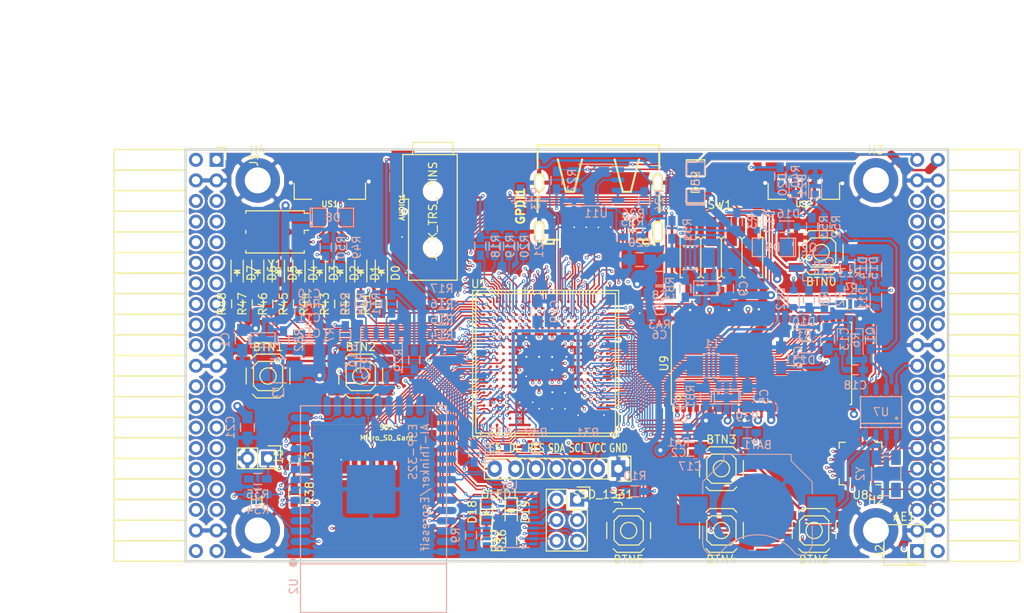
<source format=kicad_pcb>
(kicad_pcb (version 4) (host pcbnew 4.0.6+dfsg1-1)
  (layers (0 F.Cu signal) (1 In1.Cu signal) (2 In2.Cu signal) (31 B.Cu signal) (34 B.Paste user) (35 F.Paste user) (36 B.SilkS user) (37 F.SilkS user) (38 B.Mask user) (39 F.Mask user) (44 Edge.Cuts user))
  (net 0 "")
  (net 1 GND)
  (net 2 +5V)
  (net 3 /gpio/IN5V)
  (net 4 /gpio/OUT5V)
  (net 5 +3V3)
  (net 6 "Net-(L1-Pad1)")
  (net 7 "Net-(L2-Pad1)")
  (net 8 +1V2)
  (net 9 BTN_D)
  (net 10 BTN_F1)
  (net 11 BTN_F2)
  (net 12 BTN_L)
  (net 13 BTN_R)
  (net 14 BTN_U)
  (net 15 /power/FB1)
  (net 16 +2V5)
  (net 17 "Net-(L3-Pad1)")
  (net 18 /power/PWREN)
  (net 19 /power/FB3)
  (net 20 /power/FB2)
  (net 21 "Net-(D9-Pad1)")
  (net 22 /power/VBAT)
  (net 23 JTAG_TDI)
  (net 24 JTAG_TCK)
  (net 25 JTAG_TMS)
  (net 26 JTAG_TDO)
  (net 27 /power/WAKEUPn)
  (net 28 /power/WKUP)
  (net 29 /power/SHUT)
  (net 30 /power/WAKE)
  (net 31 /power/HOLD)
  (net 32 /power/WKn)
  (net 33 /power/OSCI_32k)
  (net 34 /power/OSCO_32k)
  (net 35 "Net-(Q2-Pad3)")
  (net 36 SHUTDOWN)
  (net 37 /analog/AUDIO_L)
  (net 38 /analog/AUDIO_R)
  (net 39 GPDI_5V_SCL)
  (net 40 GPDI_5V_SDA)
  (net 41 GPDI_SDA)
  (net 42 GPDI_SCL)
  (net 43 /gpdi/VREF2)
  (net 44 SD_CMD)
  (net 45 SD_CLK)
  (net 46 SD_D0)
  (net 47 SD_D1)
  (net 48 USB5V)
  (net 49 "Net-(BTN0-Pad1)")
  (net 50 GPDI_CEC)
  (net 51 nRESET)
  (net 52 FTDI_nDTR)
  (net 53 SDRAM_CKE)
  (net 54 SDRAM_A7)
  (net 55 SDRAM_D15)
  (net 56 SDRAM_BA1)
  (net 57 SDRAM_D7)
  (net 58 SDRAM_A6)
  (net 59 SDRAM_CLK)
  (net 60 SDRAM_D13)
  (net 61 SDRAM_BA0)
  (net 62 SDRAM_D6)
  (net 63 SDRAM_A5)
  (net 64 SDRAM_D14)
  (net 65 SDRAM_A11)
  (net 66 SDRAM_D12)
  (net 67 SDRAM_D5)
  (net 68 SDRAM_A4)
  (net 69 SDRAM_A10)
  (net 70 SDRAM_D11)
  (net 71 SDRAM_A3)
  (net 72 SDRAM_D4)
  (net 73 SDRAM_D10)
  (net 74 SDRAM_D9)
  (net 75 SDRAM_A9)
  (net 76 SDRAM_D3)
  (net 77 SDRAM_D8)
  (net 78 SDRAM_A8)
  (net 79 SDRAM_A2)
  (net 80 SDRAM_A1)
  (net 81 SDRAM_A0)
  (net 82 SDRAM_D2)
  (net 83 SDRAM_D1)
  (net 84 SDRAM_D0)
  (net 85 SDRAM_DQM0)
  (net 86 SDRAM_nCS)
  (net 87 SDRAM_nRAS)
  (net 88 SDRAM_DQM1)
  (net 89 SDRAM_nCAS)
  (net 90 SDRAM_nWE)
  (net 91 /flash/FLASH_nWP)
  (net 92 /flash/FLASH_nHOLD)
  (net 93 /flash/FLASH_MOSI)
  (net 94 /flash/FLASH_MISO)
  (net 95 /flash/FLASH_SCK)
  (net 96 /flash/FLASH_nCS)
  (net 97 /flash/FPGA_PROGRAMN)
  (net 98 /flash/FPGA_DONE)
  (net 99 /flash/FPGA_INITN)
  (net 100 OLED_RES)
  (net 101 OLED_DC)
  (net 102 OLED_CS)
  (net 103 WIFI_EN)
  (net 104 FTDI_nRTS)
  (net 105 FTDI_TXD)
  (net 106 FTDI_RXD)
  (net 107 WIFI_RXD)
  (net 108 WIFI_GPIO0)
  (net 109 WIFI_TXD)
  (net 110 GPDI_ETH-)
  (net 111 GPDI_ETH+)
  (net 112 GPDI_D2+)
  (net 113 GPDI_D2-)
  (net 114 GPDI_D1+)
  (net 115 GPDI_D1-)
  (net 116 GPDI_D0+)
  (net 117 GPDI_D0-)
  (net 118 GPDI_CLK+)
  (net 119 GPDI_CLK-)
  (net 120 USB_FTDI_D+)
  (net 121 USB_FTDI_D-)
  (net 122 J1_17-)
  (net 123 J1_17+)
  (net 124 J1_23-)
  (net 125 J1_23+)
  (net 126 J1_25-)
  (net 127 J1_25+)
  (net 128 J1_27-)
  (net 129 J1_27+)
  (net 130 J1_29-)
  (net 131 J1_29+)
  (net 132 J1_31-)
  (net 133 J1_31+)
  (net 134 J1_33-)
  (net 135 J1_33+)
  (net 136 J1_35-)
  (net 137 J1_35+)
  (net 138 J2_5-)
  (net 139 J2_5+)
  (net 140 J2_7-)
  (net 141 J2_7+)
  (net 142 J2_9-)
  (net 143 J2_9+)
  (net 144 J2_13-)
  (net 145 J2_13+)
  (net 146 J2_17-)
  (net 147 J2_17+)
  (net 148 J2_11-)
  (net 149 J2_11+)
  (net 150 J2_23-)
  (net 151 J2_23+)
  (net 152 J1_5-)
  (net 153 J1_5+)
  (net 154 J1_7-)
  (net 155 J1_7+)
  (net 156 J1_9-)
  (net 157 J1_9+)
  (net 158 J1_11-)
  (net 159 J1_11+)
  (net 160 J1_13-)
  (net 161 J1_13+)
  (net 162 J1_15-)
  (net 163 J1_15+)
  (net 164 J2_15-)
  (net 165 J2_15+)
  (net 166 J2_25-)
  (net 167 J2_25+)
  (net 168 J2_27-)
  (net 169 J2_27+)
  (net 170 J2_29-)
  (net 171 J2_29+)
  (net 172 J2_31-)
  (net 173 J2_31+)
  (net 174 J2_33-)
  (net 175 J2_33+)
  (net 176 J2_35-)
  (net 177 J2_35+)
  (net 178 SD_D3)
  (net 179 AUDIO_L3)
  (net 180 AUDIO_L2)
  (net 181 AUDIO_L1)
  (net 182 AUDIO_L0)
  (net 183 AUDIO_R3)
  (net 184 AUDIO_R2)
  (net 185 AUDIO_R1)
  (net 186 AUDIO_R0)
  (net 187 OLED_CLK)
  (net 188 OLED_MOSI)
  (net 189 LED0)
  (net 190 LED1)
  (net 191 LED2)
  (net 192 LED3)
  (net 193 LED4)
  (net 194 LED5)
  (net 195 LED6)
  (net 196 LED7)
  (net 197 BTN_PWRn)
  (net 198 "Net-(J3-Pad1)")
  (net 199 FTDI_nTXLED)
  (net 200 FTDI_nSLEEP)
  (net 201 /blinkey/LED_PWREN)
  (net 202 /blinkey/LED_TXLED)
  (net 203 FT3V3)
  (net 204 /sdcard/SD3V3)
  (net 205 SD_D2)
  (net 206 CLK_25MHz)
  (net 207 /blinkey/BTNPUL)
  (net 208 /blinkey/BTNPUR)
  (net 209 USB_FPGA_D+)
  (net 210 /power/FTDI_nSUSPEND)
  (net 211 /blinkey/ALED0)
  (net 212 /blinkey/ALED1)
  (net 213 /blinkey/ALED2)
  (net 214 /blinkey/ALED3)
  (net 215 /blinkey/ALED4)
  (net 216 /blinkey/ALED5)
  (net 217 /blinkey/ALED6)
  (net 218 /blinkey/ALED7)
  (net 219 /usb/FTD-)
  (net 220 /usb/FTD+)
  (net 221 ADC_MISO)
  (net 222 ADC_MOSI)
  (net 223 ADC_CSn)
  (net 224 ADC_SCLK)
  (net 225 "Net-(R51-Pad2)")
  (net 226 SW3)
  (net 227 SW2)
  (net 228 SW1)
  (net 229 SW0)
  (net 230 USB_FPGA_D-)
  (net 231 /usb/FPD+)
  (net 232 /usb/FPD-)
  (net 233 WIFI_GPIO16)
  (net 234 WIFI_GPIO15)
  (net 235 /usb/ANT_433MHz)
  (module Resistors_SMD:R_0603_HandSoldering (layer B.Cu) (at 154.044 71.326 90)
    (fp_text reference R51 (at 0 1.9 90) (layer B.SilkS) (effects (justify mirror)))
    (fp_text value 220)
    (pad 1 smd rect (at -1.1 0 90) (size 1.2 0.9) (layers B.Cu B.Paste B.Mask) (net 5 +3V3))
    (pad 2 smd rect (at 1.1 0 90) (size 1.2 0.9) (layers B.Cu B.Paste B.Mask) (net 225 "Net-(R51-Pad2)"))
  )
  (module Pin_Headers:Pin_Header_Straight_SMT_02x04 (layer F.Cu) (at 160.14 74.73 180)
    (fp_text reference SW1 (at 0.2 6.5 180) (layer F.SilkS))
    (fp_text value DIPSW)
    (pad 1 smd rect (at -3.81 3.2 180) (size 1.27 3.6) (layers F.Cu F.Paste F.Mask) (net 226 SW3))
    (pad 2 smd rect (at -1.27 3.2 180) (size 1.27 3.6) (layers F.Cu F.Paste F.Mask) (net 227 SW2))
    (pad 3 smd rect (at 1.27 3.2 180) (size 1.27 3.6) (layers F.Cu F.Paste F.Mask) (net 228 SW1))
    (pad 4 smd rect (at 3.81 3.2 180) (size 1.27 3.6) (layers F.Cu F.Paste F.Mask) (net 229 SW0))
    (pad 5 smd rect (at 3.81 -3.2 180) (size 1.27 3.6) (layers F.Cu F.Paste F.Mask) (net 225 "Net-(R51-Pad2)"))
    (pad 6 smd rect (at 1.27 -3.2 180) (size 1.27 3.6) (layers F.Cu F.Paste F.Mask) (net 225 "Net-(R51-Pad2)"))
    (pad 7 smd rect (at -1.27 -3.2 180) (size 1.27 3.6) (layers F.Cu F.Paste F.Mask) (net 225 "Net-(R51-Pad2)"))
    (pad 8 smd rect (at -3.81 -3.2 180) (size 1.27 3.6) (layers F.Cu F.Paste F.Mask) (net 225 "Net-(R51-Pad2)"))
  )
  (module SMD_Packages:SMD-1206_Pol (layer F.Cu) (at 156.965 65.484 270)
    (fp_text reference D52 (at 0 0 270) (layer F.SilkS))
    (fp_text value 2A)
    (pad 1 smd rect (at -1.651 0 270) (size 1.524 2.032) (layers F.Cu F.Paste F.Mask) (net 4 /gpio/OUT5V))
    (pad 2 smd rect (at 1.651 0 270) (size 1.524 2.032) (layers F.Cu F.Paste F.Mask) (net 2 +5V))
  )
  (module SMD_Packages:SMD-1206_Pol (layer B.Cu) (at 156.965 65.484 90)
    (fp_text reference D51 (at 0 0 90) (layer B.SilkS) (effects (justify mirror)))
    (fp_text value 2A)
    (pad 1 smd rect (at -1.651 0 90) (size 1.524 2.032) (layers B.Cu B.Paste B.Mask) (net 2 +5V))
    (pad 2 smd rect (at 1.651 0 90) (size 1.524 2.032) (layers B.Cu B.Paste B.Mask) (net 3 /gpio/IN5V))
  )
  (module micro-sd:MicroSD_TF02D (layer F.Cu) (at 116.87 110.52 180)
    (fp_text reference SD1 (at -1.995 14.81 180) (layer F.SilkS) (effects (font (size 0.59944 0.59944) (thickness 0.12446))))
    (fp_text value Micro_SD_Card (at -1.995 13.54 180) (layer F.SilkS) (effects (font (size 0.59944 0.59944) (thickness 0.12446))))
    (pad 1 smd rect (at 1.94 11 180) (size 0.7 1.8) (layers F.Cu F.Paste F.Mask) (net 205 SD_D2))
    (pad 2 smd rect (at 0.84 11 180) (size 0.7 1.8) (layers F.Cu F.Paste F.Mask) (net 178 SD_D3))
    (pad 3 smd rect (at -0.26 11 180) (size 0.7 1.8) (layers F.Cu F.Paste F.Mask) (net 44 SD_CMD))
    (pad 4 smd rect (at -1.36 11 180) (size 0.7 1.8) (layers F.Cu F.Paste F.Mask) (net 204 /sdcard/SD3V3))
    (pad 5 smd rect (at -2.46 11 180) (size 0.7 1.8) (layers F.Cu F.Paste F.Mask) (net 45 SD_CLK))
    (pad 6 smd rect (at -3.56 11 180) (size 0.7 1.8) (layers F.Cu F.Paste F.Mask) (net 1 GND))
    (pad 7 smd rect (at -4.66 11 180) (size 0.7 1.8) (layers F.Cu F.Paste F.Mask) (net 46 SD_D0))
    (pad 8 smd rect (at -5.76 11 180) (size 0.7 1.8) (layers F.Cu F.Paste F.Mask) (net 47 SD_D1))
    (pad S smd rect (at -5.05 0.4 180) (size 1.6 1.4) (layers F.Cu F.Paste F.Mask))
    (pad S smd rect (at 0.75 0.4 180) (size 1.8 1.4) (layers F.Cu F.Paste F.Mask))
    (pad G smd rect (at -7.45 13.55 180) (size 1.4 1.9) (layers F.Cu F.Paste F.Mask))
    (pad G smd rect (at 6.6 14.55 180) (size 1.4 1.9) (layers F.Cu F.Paste F.Mask))
  )
  (module Resistors_SMD:R_1210_HandSoldering (layer B.Cu) (at 158.87 88.09 180)
    (fp_text reference L1 (at 0 2.7 180) (layer B.SilkS) (effects (justify mirror)))
    (fp_text value 2.2uH)
    (pad 1 smd rect (at -2 0 180) (size 2 2.5) (layers B.Cu B.Paste B.Mask) (net 6 "Net-(L1-Pad1)"))
    (pad 2 smd rect (at 2 0 180) (size 2 2.5) (layers B.Cu B.Paste B.Mask) (net 8 +1V2))
  )
  (module TSOT-25:TSOT-25 (layer B.Cu) (at 160.775 91.9)
    (fp_text reference U3 (at 0 -0.5) (layer B.SilkS) (effects (font (size 0.15 0.15) (thickness 0.0375)) (justify mirror)))
    (fp_text value AP3429A)
    (pad 1 smd rect (at -0.95 -1.3) (size 0.7 1.2) (layers B.Cu B.Paste B.Mask) (net 18 /power/PWREN))
    (pad 2 smd rect (at 0 -1.3) (size 0.7 1.2) (layers B.Cu B.Paste B.Mask) (net 1 GND))
    (pad 3 smd rect (at 0.95 -1.3) (size 0.7 1.2) (layers B.Cu B.Paste B.Mask) (net 6 "Net-(L1-Pad1)"))
    (pad 4 smd rect (at 0.95 1.3) (size 0.7 1.2) (layers B.Cu B.Paste B.Mask) (net 2 +5V))
    (pad 5 smd rect (at -0.95 1.3) (size 0.7 1.2) (layers B.Cu B.Paste B.Mask) (net 15 /power/FB1))
  )
  (module Resistors_SMD:R_1210_HandSoldering (layer B.Cu) (at 156.33 74.755 180)
    (fp_text reference L2 (at 0 2.7 180) (layer B.SilkS) (effects (justify mirror)))
    (fp_text value 2.2uH)
    (pad 1 smd rect (at -2 0 180) (size 2 2.5) (layers B.Cu B.Paste B.Mask) (net 7 "Net-(L2-Pad1)"))
    (pad 2 smd rect (at 2 0 180) (size 2 2.5) (layers B.Cu B.Paste B.Mask) (net 5 +3V3))
  )
  (module TSOT-25:TSOT-25 (layer B.Cu) (at 158.235 78.535)
    (fp_text reference U4 (at 0 -0.5) (layer B.SilkS) (effects (font (size 0.15 0.15) (thickness 0.0375)) (justify mirror)))
    (fp_text value AP3429A)
    (pad 1 smd rect (at -0.95 -1.3) (size 0.7 1.2) (layers B.Cu B.Paste B.Mask) (net 18 /power/PWREN))
    (pad 2 smd rect (at 0 -1.3) (size 0.7 1.2) (layers B.Cu B.Paste B.Mask) (net 1 GND))
    (pad 3 smd rect (at 0.95 -1.3) (size 0.7 1.2) (layers B.Cu B.Paste B.Mask) (net 7 "Net-(L2-Pad1)"))
    (pad 4 smd rect (at 0.95 1.3) (size 0.7 1.2) (layers B.Cu B.Paste B.Mask) (net 2 +5V))
    (pad 5 smd rect (at -0.95 1.3) (size 0.7 1.2) (layers B.Cu B.Paste B.Mask) (net 19 /power/FB3))
  )
  (module Buttons_Switches_SMD:SW_SPST_SKQG (layer F.Cu) (at 104.26 89.36)
    (fp_text reference BTN1 (at 0 -3.6) (layer F.SilkS))
    (fp_text value FIRE1)
    (pad 1 smd rect (at -3.1 -1.85) (size 1.8 1.1) (layers F.Cu F.Paste F.Mask) (net 207 /blinkey/BTNPUL))
    (pad 1 smd rect (at 3.1 -1.85) (size 1.8 1.1) (layers F.Cu F.Paste F.Mask) (net 207 /blinkey/BTNPUL))
    (pad 2 smd rect (at -3.1 1.85) (size 1.8 1.1) (layers F.Cu F.Paste F.Mask) (net 10 BTN_F1))
    (pad 2 smd rect (at 3.1 1.85) (size 1.8 1.1) (layers F.Cu F.Paste F.Mask) (net 10 BTN_F1))
  )
  (module Buttons_Switches_SMD:SW_SPST_SKQG (layer F.Cu) (at 115.69 89.36)
    (fp_text reference BTN2 (at 0 -3.6) (layer F.SilkS))
    (fp_text value FIRE2)
    (pad 1 smd rect (at -3.1 -1.85) (size 1.8 1.1) (layers F.Cu F.Paste F.Mask) (net 207 /blinkey/BTNPUL))
    (pad 1 smd rect (at 3.1 -1.85) (size 1.8 1.1) (layers F.Cu F.Paste F.Mask) (net 207 /blinkey/BTNPUL))
    (pad 2 smd rect (at -3.1 1.85) (size 1.8 1.1) (layers F.Cu F.Paste F.Mask) (net 11 BTN_F2))
    (pad 2 smd rect (at 3.1 1.85) (size 1.8 1.1) (layers F.Cu F.Paste F.Mask) (net 11 BTN_F2))
  )
  (module Buttons_Switches_SMD:SW_SPST_SKQG (layer F.Cu) (at 160.14 100.79)
    (fp_text reference BTN3 (at 0 -3.6) (layer F.SilkS))
    (fp_text value UP)
    (pad 1 smd rect (at -3.1 -1.85) (size 1.8 1.1) (layers F.Cu F.Paste F.Mask) (net 208 /blinkey/BTNPUR))
    (pad 1 smd rect (at 3.1 -1.85) (size 1.8 1.1) (layers F.Cu F.Paste F.Mask) (net 208 /blinkey/BTNPUR))
    (pad 2 smd rect (at -3.1 1.85) (size 1.8 1.1) (layers F.Cu F.Paste F.Mask) (net 14 BTN_U))
    (pad 2 smd rect (at 3.1 1.85) (size 1.8 1.1) (layers F.Cu F.Paste F.Mask) (net 14 BTN_U))
  )
  (module Buttons_Switches_SMD:SW_SPST_SKQG (layer F.Cu) (at 160.14 108.41 180)
    (fp_text reference BTN4 (at 0 -3.6 180) (layer F.SilkS))
    (fp_text value DOWN)
    (pad 1 smd rect (at -3.1 -1.85 180) (size 1.8 1.1) (layers F.Cu F.Paste F.Mask) (net 208 /blinkey/BTNPUR))
    (pad 1 smd rect (at 3.1 -1.85 180) (size 1.8 1.1) (layers F.Cu F.Paste F.Mask) (net 208 /blinkey/BTNPUR))
    (pad 2 smd rect (at -3.1 1.85 180) (size 1.8 1.1) (layers F.Cu F.Paste F.Mask) (net 9 BTN_D))
    (pad 2 smd rect (at 3.1 1.85 180) (size 1.8 1.1) (layers F.Cu F.Paste F.Mask) (net 9 BTN_D))
  )
  (module Buttons_Switches_SMD:SW_SPST_SKQG (layer F.Cu) (at 148.71 108.41 180)
    (fp_text reference BTN5 (at 0 -3.6 180) (layer F.SilkS))
    (fp_text value LEFT)
    (pad 1 smd rect (at -3.1 -1.85 180) (size 1.8 1.1) (layers F.Cu F.Paste F.Mask) (net 208 /blinkey/BTNPUR))
    (pad 1 smd rect (at 3.1 -1.85 180) (size 1.8 1.1) (layers F.Cu F.Paste F.Mask) (net 208 /blinkey/BTNPUR))
    (pad 2 smd rect (at -3.1 1.85 180) (size 1.8 1.1) (layers F.Cu F.Paste F.Mask) (net 12 BTN_L))
    (pad 2 smd rect (at 3.1 1.85 180) (size 1.8 1.1) (layers F.Cu F.Paste F.Mask) (net 12 BTN_L))
  )
  (module Buttons_Switches_SMD:SW_SPST_SKQG (layer F.Cu) (at 171.57 108.41 180)
    (fp_text reference BTN6 (at 0 -3.6 180) (layer F.SilkS))
    (fp_text value RIGHT)
    (pad 1 smd rect (at -3.1 -1.85 180) (size 1.8 1.1) (layers F.Cu F.Paste F.Mask) (net 208 /blinkey/BTNPUR))
    (pad 1 smd rect (at 3.1 -1.85 180) (size 1.8 1.1) (layers F.Cu F.Paste F.Mask) (net 208 /blinkey/BTNPUR))
    (pad 2 smd rect (at -3.1 1.85 180) (size 1.8 1.1) (layers F.Cu F.Paste F.Mask) (net 13 BTN_R))
    (pad 2 smd rect (at 3.1 1.85 180) (size 1.8 1.1) (layers F.Cu F.Paste F.Mask) (net 13 BTN_R))
  )
  (module LEDs:LED_0805 (layer F.Cu) (at 118.23 76.66 270)
    (fp_text reference D0 (at 0 -1.75 270) (layer F.SilkS))
    (fp_text value LED)
    (pad 2 smd rect (at 1.04902 0 90) (size 1.19888 1.19888) (layers F.Cu F.Paste F.Mask) (net 211 /blinkey/ALED0))
    (pad 1 smd rect (at -1.04902 0 90) (size 1.19888 1.19888) (layers F.Cu F.Paste F.Mask) (net 1 GND))
  )
  (module LEDs:LED_0805 (layer F.Cu) (at 115.69 76.66 270)
    (fp_text reference D1 (at 0 -1.75 270) (layer F.SilkS))
    (fp_text value LED)
    (pad 2 smd rect (at 1.04902 0 90) (size 1.19888 1.19888) (layers F.Cu F.Paste F.Mask) (net 212 /blinkey/ALED1))
    (pad 1 smd rect (at -1.04902 0 90) (size 1.19888 1.19888) (layers F.Cu F.Paste F.Mask) (net 1 GND))
  )
  (module LEDs:LED_0805 (layer F.Cu) (at 113.15 76.66 270)
    (fp_text reference D2 (at 0 -1.75 270) (layer F.SilkS))
    (fp_text value LED)
    (pad 2 smd rect (at 1.04902 0 90) (size 1.19888 1.19888) (layers F.Cu F.Paste F.Mask) (net 213 /blinkey/ALED2))
    (pad 1 smd rect (at -1.04902 0 90) (size 1.19888 1.19888) (layers F.Cu F.Paste F.Mask) (net 1 GND))
  )
  (module LEDs:LED_0805 (layer F.Cu) (at 110.61 76.66 270)
    (fp_text reference D3 (at 0 -1.75 270) (layer F.SilkS))
    (fp_text value LED)
    (pad 2 smd rect (at 1.04902 0 90) (size 1.19888 1.19888) (layers F.Cu F.Paste F.Mask) (net 214 /blinkey/ALED3))
    (pad 1 smd rect (at -1.04902 0 90) (size 1.19888 1.19888) (layers F.Cu F.Paste F.Mask) (net 1 GND))
  )
  (module LEDs:LED_0805 (layer F.Cu) (at 108.07 76.66 270)
    (fp_text reference D4 (at 0 -1.75 270) (layer F.SilkS))
    (fp_text value LED)
    (pad 2 smd rect (at 1.04902 0 90) (size 1.19888 1.19888) (layers F.Cu F.Paste F.Mask) (net 215 /blinkey/ALED4))
    (pad 1 smd rect (at -1.04902 0 90) (size 1.19888 1.19888) (layers F.Cu F.Paste F.Mask) (net 1 GND))
  )
  (module LEDs:LED_0805 (layer F.Cu) (at 105.53 76.66 270)
    (fp_text reference D5 (at 0 -1.75 270) (layer F.SilkS))
    (fp_text value LED)
    (pad 2 smd rect (at 1.04902 0 90) (size 1.19888 1.19888) (layers F.Cu F.Paste F.Mask) (net 216 /blinkey/ALED5))
    (pad 1 smd rect (at -1.04902 0 90) (size 1.19888 1.19888) (layers F.Cu F.Paste F.Mask) (net 1 GND))
  )
  (module LEDs:LED_0805 (layer F.Cu) (at 102.99 76.66 270)
    (fp_text reference D6 (at 0 -1.75 270) (layer F.SilkS))
    (fp_text value LED)
    (pad 2 smd rect (at 1.04902 0 90) (size 1.19888 1.19888) (layers F.Cu F.Paste F.Mask) (net 217 /blinkey/ALED6))
    (pad 1 smd rect (at -1.04902 0 90) (size 1.19888 1.19888) (layers F.Cu F.Paste F.Mask) (net 1 GND))
  )
  (module LEDs:LED_0805 (layer F.Cu) (at 100.45 76.66 270)
    (fp_text reference D7 (at 0 -1.75 270) (layer F.SilkS))
    (fp_text value LED)
    (pad 2 smd rect (at 1.04902 0 90) (size 1.19888 1.19888) (layers F.Cu F.Paste F.Mask) (net 218 /blinkey/ALED7))
    (pad 1 smd rect (at -1.04902 0 90) (size 1.19888 1.19888) (layers F.Cu F.Paste F.Mask) (net 1 GND))
  )
  (module Resistors_SMD:R_1210_HandSoldering (layer B.Cu) (at 105.53 88.725)
    (fp_text reference L3 (at 0 2.7) (layer B.SilkS) (effects (justify mirror)))
    (fp_text value 2.2uH)
    (pad 1 smd rect (at -2 0) (size 2 2.5) (layers B.Cu B.Paste B.Mask) (net 17 "Net-(L3-Pad1)"))
    (pad 2 smd rect (at 2 0) (size 2 2.5) (layers B.Cu B.Paste B.Mask) (net 16 +2V5))
  )
  (module TSOT-25:TSOT-25 (layer B.Cu) (at 103.625 84.915 180)
    (fp_text reference U5 (at 0 -0.5 180) (layer B.SilkS) (effects (font (size 0.15 0.15) (thickness 0.0375)) (justify mirror)))
    (fp_text value AP3429A)
    (pad 1 smd rect (at -0.95 -1.3 180) (size 0.7 1.2) (layers B.Cu B.Paste B.Mask) (net 18 /power/PWREN))
    (pad 2 smd rect (at 0 -1.3 180) (size 0.7 1.2) (layers B.Cu B.Paste B.Mask) (net 1 GND))
    (pad 3 smd rect (at 0.95 -1.3 180) (size 0.7 1.2) (layers B.Cu B.Paste B.Mask) (net 17 "Net-(L3-Pad1)"))
    (pad 4 smd rect (at 0.95 1.3 180) (size 0.7 1.2) (layers B.Cu B.Paste B.Mask) (net 2 +5V))
    (pad 5 smd rect (at -0.95 1.3 180) (size 0.7 1.2) (layers B.Cu B.Paste B.Mask) (net 20 /power/FB2))
  )
  (module Capacitors_SMD:C_0805_HandSoldering (layer B.Cu) (at 101.085 84.915 270)
    (fp_text reference C1 (at 0 2.1 270) (layer B.SilkS) (effects (justify mirror)))
    (fp_text value 22uF)
    (pad 1 smd rect (at -1.25 0 270) (size 1.5 1.25) (layers B.Cu B.Paste B.Mask) (net 2 +5V))
    (pad 2 smd rect (at 1.25 0 270) (size 1.5 1.25) (layers B.Cu B.Paste B.Mask) (net 1 GND))
  )
  (module Capacitors_SMD:C_0805_HandSoldering (layer B.Cu) (at 155.06 90.63)
    (fp_text reference C3 (at 0 2.1) (layer B.SilkS) (effects (justify mirror)))
    (fp_text value 22uF)
    (pad 1 smd rect (at -1.25 0) (size 1.5 1.25) (layers B.Cu B.Paste B.Mask) (net 8 +1V2))
    (pad 2 smd rect (at 1.25 0) (size 1.5 1.25) (layers B.Cu B.Paste B.Mask) (net 1 GND))
  )
  (module Capacitors_SMD:C_0805_HandSoldering (layer B.Cu) (at 155.06 92.535)
    (fp_text reference C4 (at 0 2.1) (layer B.SilkS) (effects (justify mirror)))
    (fp_text value 22uF)
    (pad 1 smd rect (at -1.25 0) (size 1.5 1.25) (layers B.Cu B.Paste B.Mask) (net 8 +1V2))
    (pad 2 smd rect (at 1.25 0) (size 1.5 1.25) (layers B.Cu B.Paste B.Mask) (net 1 GND))
  )
  (module Capacitors_SMD:C_0805_HandSoldering (layer B.Cu) (at 163.315 91.9 90)
    (fp_text reference C5 (at 0 2.1 90) (layer B.SilkS) (effects (justify mirror)))
    (fp_text value 22uF)
    (pad 1 smd rect (at -1.25 0 90) (size 1.5 1.25) (layers B.Cu B.Paste B.Mask) (net 2 +5V))
    (pad 2 smd rect (at 1.25 0 90) (size 1.5 1.25) (layers B.Cu B.Paste B.Mask) (net 1 GND))
  )
  (module Capacitors_SMD:C_0805_HandSoldering (layer B.Cu) (at 152.52 79.2)
    (fp_text reference C7 (at 0 2.1) (layer B.SilkS) (effects (justify mirror)))
    (fp_text value 22uF)
    (pad 1 smd rect (at -1.25 0) (size 1.5 1.25) (layers B.Cu B.Paste B.Mask) (net 5 +3V3))
    (pad 2 smd rect (at 1.25 0) (size 1.5 1.25) (layers B.Cu B.Paste B.Mask) (net 1 GND))
  )
  (module Capacitors_SMD:C_0805_HandSoldering (layer B.Cu) (at 152.52 77.295)
    (fp_text reference C8 (at 0 2.1) (layer B.SilkS) (effects (justify mirror)))
    (fp_text value 22uF)
    (pad 1 smd rect (at -1.25 0) (size 1.5 1.25) (layers B.Cu B.Paste B.Mask) (net 5 +3V3))
    (pad 2 smd rect (at 1.25 0) (size 1.5 1.25) (layers B.Cu B.Paste B.Mask) (net 1 GND))
  )
  (module Capacitors_SMD:C_0805_HandSoldering (layer B.Cu) (at 160.775 78.565 90)
    (fp_text reference C9 (at 0 2.1 90) (layer B.SilkS) (effects (justify mirror)))
    (fp_text value 22uF)
    (pad 1 smd rect (at -1.25 0 90) (size 1.5 1.25) (layers B.Cu B.Paste B.Mask) (net 2 +5V))
    (pad 2 smd rect (at 1.25 0 90) (size 1.5 1.25) (layers B.Cu B.Paste B.Mask) (net 1 GND))
  )
  (module Capacitors_SMD:C_0805_HandSoldering (layer B.Cu) (at 109.34 84.28 180)
    (fp_text reference C11 (at 0 2.1 180) (layer B.SilkS) (effects (justify mirror)))
    (fp_text value 22uF)
    (pad 1 smd rect (at -1.25 0 180) (size 1.5 1.25) (layers B.Cu B.Paste B.Mask) (net 16 +2V5))
    (pad 2 smd rect (at 1.25 0 180) (size 1.5 1.25) (layers B.Cu B.Paste B.Mask) (net 1 GND))
  )
  (module Capacitors_SMD:C_0805_HandSoldering (layer B.Cu) (at 109.34 86.185 180)
    (fp_text reference C12 (at 0 2.1 180) (layer B.SilkS) (effects (justify mirror)))
    (fp_text value 22uF)
    (pad 1 smd rect (at -1.25 0 180) (size 1.5 1.25) (layers B.Cu B.Paste B.Mask) (net 16 +2V5))
    (pad 2 smd rect (at 1.25 0 180) (size 1.5 1.25) (layers B.Cu B.Paste B.Mask) (net 1 GND))
  )
  (module SMD_Packages:SMD-1206_Pol (layer B.Cu) (at 112.261 69.802)
    (fp_text reference D8 (at 0 0) (layer B.SilkS) (effects (justify mirror)))
    (fp_text value 2A)
    (pad 1 smd rect (at -1.651 0) (size 1.524 2.032) (layers B.Cu B.Paste B.Mask) (net 2 +5V))
    (pad 2 smd rect (at 1.651 0) (size 1.524 2.032) (layers B.Cu B.Paste B.Mask) (net 48 USB5V))
  )
  (module SMD_Packages:SMD-1206_Pol (layer B.Cu) (at 166.49 73.485 180)
    (fp_text reference D9 (at 0 0 180) (layer B.SilkS) (effects (justify mirror)))
    (fp_text value 2A)
    (pad 1 smd rect (at -1.651 0 180) (size 1.524 2.032) (layers B.Cu B.Paste B.Mask) (net 21 "Net-(D9-Pad1)"))
    (pad 2 smd rect (at 1.651 0 180) (size 1.524 2.032) (layers B.Cu B.Paste B.Mask) (net 2 +5V))
  )
  (module Power_Integrations:SO-8 (layer B.Cu) (at 179.825 93.805 180)
    (fp_text reference U7 (at 0 0 180) (layer B.SilkS) (effects (justify mirror)))
    (fp_text value PCF8523)
    (pad 1 smd oval (at -1.905 -2.794 180) (size 0.6096 1.4732) (layers B.Cu B.Paste B.Mask) (net 33 /power/OSCI_32k))
    (pad 2 smd oval (at -0.635 -2.794 180) (size 0.6096 1.4732) (layers B.Cu B.Paste B.Mask) (net 34 /power/OSCO_32k))
    (pad 3 smd oval (at 0.635 -2.794 180) (size 0.6096 1.4732) (layers B.Cu B.Paste B.Mask) (net 22 /power/VBAT))
    (pad 4 smd oval (at 1.905 -2.794 180) (size 0.6096 1.4732) (layers B.Cu B.Paste B.Mask) (net 1 GND))
    (pad 5 smd oval (at 1.905 2.794 180) (size 0.6096 1.4732) (layers B.Cu B.Paste B.Mask) (net 41 GPDI_SDA))
    (pad 6 smd oval (at 0.635 2.794 180) (size 0.6096 1.4732) (layers B.Cu B.Paste B.Mask) (net 42 GPDI_SCL))
    (pad 7 smd oval (at -0.635 2.794 180) (size 0.6096 1.4732) (layers B.Cu B.Paste B.Mask) (net 27 /power/WAKEUPn))
    (pad 8 smd oval (at -1.905 2.794 180) (size 0.6096 1.4732) (layers B.Cu B.Paste B.Mask) (net 5 +3V3))
  )
  (module Capacitors_SMD:C_0805_HandSoldering (layer B.Cu) (at 173.221 84.788 90)
    (fp_text reference C13 (at 0 2.1 90) (layer B.SilkS) (effects (justify mirror)))
    (fp_text value 2.2uF)
    (pad 1 smd rect (at -1.25 0 90) (size 1.5 1.25) (layers B.Cu B.Paste B.Mask) (net 2 +5V))
    (pad 2 smd rect (at 1.25 0 90) (size 1.5 1.25) (layers B.Cu B.Paste B.Mask) (net 28 /power/WKUP))
  )
  (module Diodes_SMD:D_0805 (layer B.Cu) (at 170.3 84.28)
    (fp_text reference D10 (at 0 -1.6) (layer B.SilkS) (effects (justify mirror)))
    (fp_text value 1N4148)
    (pad 1 smd rect (at -1.05 0) (size 0.8 0.9) (layers B.Cu B.Paste B.Mask) (net 30 /power/WAKE))
    (pad 2 smd rect (at 1.05 0) (size 0.8 0.9) (layers B.Cu B.Paste B.Mask) (net 28 /power/WKUP))
  )
  (module Diodes_SMD:D_0805 (layer B.Cu) (at 179.19 79.835 90)
    (fp_text reference D11 (at 0 -1.6 90) (layer B.SilkS) (effects (justify mirror)))
    (fp_text value 1N4148)
    (pad 1 smd rect (at -1.05 0 90) (size 0.8 0.9) (layers B.Cu B.Paste B.Mask) (net 31 /power/HOLD))
    (pad 2 smd rect (at 1.05 0 90) (size 0.8 0.9) (layers B.Cu B.Paste B.Mask) (net 5 +3V3))
  )
  (module Diodes_SMD:D_0805 (layer B.Cu) (at 177.285 76.025 270)
    (fp_text reference D15 (at 0 -1.6 270) (layer B.SilkS) (effects (justify mirror)))
    (fp_text value BAT42)
    (pad 1 smd rect (at -1.05 0 270) (size 0.8 0.9) (layers B.Cu B.Paste B.Mask) (net 29 /power/SHUT))
    (pad 2 smd rect (at 1.05 0 270) (size 0.8 0.9) (layers B.Cu B.Paste B.Mask) (net 36 SHUTDOWN))
  )
  (module Diodes_SMD:D_0805 (layer B.Cu) (at 169.03 79.835 90)
    (fp_text reference D12 (at 0 -1.6 90) (layer B.SilkS) (effects (justify mirror)))
    (fp_text value 1N4148)
    (pad 1 smd rect (at -1.05 0 90) (size 0.8 0.9) (layers B.Cu B.Paste B.Mask) (net 18 /power/PWREN))
    (pad 2 smd rect (at 1.05 0 90) (size 0.8 0.9) (layers B.Cu B.Paste B.Mask) (net 210 /power/FTDI_nSUSPEND))
  )
  (module audio-jack:CUI_SJ-43516-SMT (layer F.Cu) (at 124.58 69.04 270)
    (fp_text reference AUDIO1 (at -0.5 3.8 270) (layer F.SilkS) (effects (font (size 0.6096 0.6096) (thickness 0.1524))))
    (fp_text value JACK_TRS_6PINS (at 0 0 270) (layer F.SilkS))
    (pad 1 smd rect (at -6.4 3.7 270) (size 2.2 2.8) (layers F.Cu F.Paste F.Mask) (net 37 /analog/AUDIO_L))
    (pad 4 smd rect (at -3.6 3.7 270) (size 2.2 2.8) (layers F.Cu F.Paste F.Mask))
    (pad 2 smd rect (at 5.8 3.7 270) (size 2.8 2.8) (layers F.Cu F.Paste F.Mask) (net 1 GND))
    (pad 5 smd rect (at 9.9 -0.75 270) (size 2.8 2.8) (layers F.Cu F.Paste F.Mask))
    (pad 3 smd rect (at -1.7 -3.7 270) (size 2 2.8) (layers F.Cu F.Paste F.Mask) (net 38 /analog/AUDIO_R))
    (pad 6 smd rect (at -4.5 -3.7 270) (size 2 2.8) (layers F.Cu F.Paste F.Mask))
    (pad "" np_thru_hole circle (at -2.5 0 270) (size 1.7 1.7) (drill 1.7) (layers *.Cu *.Mask F.SilkS) (clearance 0.4))
    (pad "" np_thru_hole circle (at 4.5 0 270) (size 1.7 1.7) (drill 1.7) (layers *.Cu *.Mask F.SilkS) (clearance 0.4))
  )
  (module TSOP54:TSOP54 (layer F.Cu) (at 165.08 87.8 90)
    (fp_text reference U9 (at 0 -12 90) (layer F.SilkS))
    (fp_text value MT48LC16M16A2TG)
    (pad 28 smd rect (at 5.53 10.4 90) (size 0.9 0.56) (layers F.Cu F.Paste F.Mask) (net 1 GND))
    (pad 1 smd rect (at -5.53 -10.4 90) (size 0.9 0.56) (layers F.Cu F.Paste F.Mask) (net 5 +3V3))
    (pad 2 smd rect (at -5.53 -9.6 90) (size 0.9 0.56) (layers F.Cu F.Paste F.Mask) (net 84 SDRAM_D0))
    (pad 3 smd rect (at -5.53 -8.8 90) (size 0.9 0.56) (layers F.Cu F.Paste F.Mask) (net 5 +3V3))
    (pad 4 smd rect (at -5.53 -8 90) (size 0.9 0.56) (layers F.Cu F.Paste F.Mask) (net 83 SDRAM_D1))
    (pad 5 smd rect (at -5.53 -7.2 90) (size 0.9 0.56) (layers F.Cu F.Paste F.Mask) (net 82 SDRAM_D2))
    (pad 6 smd rect (at -5.53 -6.4 90) (size 0.9 0.56) (layers F.Cu F.Paste F.Mask) (net 1 GND))
    (pad 7 smd rect (at -5.53 -5.6 90) (size 0.9 0.56) (layers F.Cu F.Paste F.Mask) (net 76 SDRAM_D3))
    (pad 8 smd rect (at -5.53 -4.8 90) (size 0.9 0.56) (layers F.Cu F.Paste F.Mask) (net 72 SDRAM_D4))
    (pad 9 smd rect (at -5.53 -4 90) (size 0.9 0.56) (layers F.Cu F.Paste F.Mask) (net 5 +3V3))
    (pad 10 smd rect (at -5.53 -3.2 90) (size 0.9 0.56) (layers F.Cu F.Paste F.Mask) (net 67 SDRAM_D5))
    (pad 11 smd rect (at -5.53 -2.4 90) (size 0.9 0.56) (layers F.Cu F.Paste F.Mask) (net 62 SDRAM_D6))
    (pad 12 smd rect (at -5.53 -1.6 90) (size 0.9 0.56) (layers F.Cu F.Paste F.Mask) (net 1 GND))
    (pad 13 smd rect (at -5.53 -0.8 90) (size 0.9 0.56) (layers F.Cu F.Paste F.Mask) (net 57 SDRAM_D7))
    (pad 14 smd rect (at -5.53 0 90) (size 0.9 0.56) (layers F.Cu F.Paste F.Mask) (net 5 +3V3))
    (pad 15 smd rect (at -5.53 0.8 90) (size 0.9 0.56) (layers F.Cu F.Paste F.Mask) (net 85 SDRAM_DQM0))
    (pad 16 smd rect (at -5.53 1.6 90) (size 0.9 0.56) (layers F.Cu F.Paste F.Mask) (net 90 SDRAM_nWE))
    (pad 17 smd rect (at -5.53 2.4 90) (size 0.9 0.56) (layers F.Cu F.Paste F.Mask) (net 89 SDRAM_nCAS))
    (pad 18 smd rect (at -5.53 3.2 90) (size 0.9 0.56) (layers F.Cu F.Paste F.Mask) (net 87 SDRAM_nRAS))
    (pad 19 smd rect (at -5.53 4 90) (size 0.9 0.56) (layers F.Cu F.Paste F.Mask) (net 86 SDRAM_nCS))
    (pad 20 smd rect (at -5.53 4.8 90) (size 0.9 0.56) (layers F.Cu F.Paste F.Mask) (net 61 SDRAM_BA0))
    (pad 21 smd rect (at -5.53 5.6 90) (size 0.9 0.56) (layers F.Cu F.Paste F.Mask) (net 56 SDRAM_BA1))
    (pad 22 smd rect (at -5.53 6.4 90) (size 0.9 0.56) (layers F.Cu F.Paste F.Mask) (net 69 SDRAM_A10))
    (pad 23 smd rect (at -5.53 7.2 90) (size 0.9 0.56) (layers F.Cu F.Paste F.Mask) (net 81 SDRAM_A0))
    (pad 24 smd rect (at -5.53 8 90) (size 0.9 0.56) (layers F.Cu F.Paste F.Mask) (net 80 SDRAM_A1))
    (pad 25 smd rect (at -5.53 8.8 90) (size 0.9 0.56) (layers F.Cu F.Paste F.Mask) (net 79 SDRAM_A2))
    (pad 26 smd rect (at -5.53 9.6 90) (size 0.9 0.56) (layers F.Cu F.Paste F.Mask) (net 71 SDRAM_A3))
    (pad 27 smd rect (at -5.53 10.4 90) (size 0.9 0.56) (layers F.Cu F.Paste F.Mask) (net 5 +3V3))
    (pad 29 smd rect (at 5.53 9.6 90) (size 0.9 0.56) (layers F.Cu F.Paste F.Mask) (net 68 SDRAM_A4))
    (pad 30 smd rect (at 5.53 8.8 90) (size 0.9 0.56) (layers F.Cu F.Paste F.Mask) (net 63 SDRAM_A5))
    (pad 31 smd rect (at 5.53 8 90) (size 0.9 0.56) (layers F.Cu F.Paste F.Mask) (net 58 SDRAM_A6))
    (pad 32 smd rect (at 5.53 7.2 90) (size 0.9 0.56) (layers F.Cu F.Paste F.Mask) (net 54 SDRAM_A7))
    (pad 33 smd rect (at 5.53 6.4 90) (size 0.9 0.56) (layers F.Cu F.Paste F.Mask) (net 78 SDRAM_A8))
    (pad 34 smd rect (at 5.53 5.6 90) (size 0.9 0.56) (layers F.Cu F.Paste F.Mask) (net 75 SDRAM_A9))
    (pad 35 smd rect (at 5.53 4.8 90) (size 0.9 0.56) (layers F.Cu F.Paste F.Mask) (net 65 SDRAM_A11))
    (pad 36 smd rect (at 5.53 4 90) (size 0.9 0.56) (layers F.Cu F.Paste F.Mask))
    (pad 37 smd rect (at 5.53 3.2 90) (size 0.9 0.56) (layers F.Cu F.Paste F.Mask) (net 53 SDRAM_CKE))
    (pad 38 smd rect (at 5.53 2.4 90) (size 0.9 0.56) (layers F.Cu F.Paste F.Mask) (net 59 SDRAM_CLK))
    (pad 39 smd rect (at 5.53 1.6 90) (size 0.9 0.56) (layers F.Cu F.Paste F.Mask) (net 88 SDRAM_DQM1))
    (pad 40 smd rect (at 5.53 0.8 90) (size 0.9 0.56) (layers F.Cu F.Paste F.Mask))
    (pad 41 smd rect (at 5.53 0 90) (size 0.9 0.56) (layers F.Cu F.Paste F.Mask) (net 1 GND))
    (pad 42 smd rect (at 5.53 -0.8 90) (size 0.9 0.56) (layers F.Cu F.Paste F.Mask) (net 77 SDRAM_D8))
    (pad 43 smd rect (at 5.53 -1.6 90) (size 0.9 0.56) (layers F.Cu F.Paste F.Mask) (net 5 +3V3))
    (pad 44 smd rect (at 5.53 -2.4 90) (size 0.9 0.56) (layers F.Cu F.Paste F.Mask) (net 74 SDRAM_D9))
    (pad 45 smd rect (at 5.53 -3.2 90) (size 0.9 0.56) (layers F.Cu F.Paste F.Mask) (net 73 SDRAM_D10))
    (pad 46 smd rect (at 5.53 -4 90) (size 0.9 0.56) (layers F.Cu F.Paste F.Mask) (net 1 GND))
    (pad 47 smd rect (at 5.53 -4.8 90) (size 0.9 0.56) (layers F.Cu F.Paste F.Mask) (net 70 SDRAM_D11))
    (pad 48 smd rect (at 5.53 -5.6 90) (size 0.9 0.56) (layers F.Cu F.Paste F.Mask) (net 66 SDRAM_D12))
    (pad 49 smd rect (at 5.53 -6.4 90) (size 0.9 0.56) (layers F.Cu F.Paste F.Mask) (net 5 +3V3))
    (pad 50 smd rect (at 5.53 -7.2 90) (size 0.9 0.56) (layers F.Cu F.Paste F.Mask) (net 60 SDRAM_D13))
    (pad 51 smd rect (at 5.53 -8 90) (size 0.9 0.56) (layers F.Cu F.Paste F.Mask) (net 64 SDRAM_D14))
    (pad 52 smd rect (at 5.53 -8.8 90) (size 0.9 0.56) (layers F.Cu F.Paste F.Mask) (net 1 GND))
    (pad 53 smd rect (at 5.53 -9.6 90) (size 0.9 0.56) (layers F.Cu F.Paste F.Mask) (net 55 SDRAM_D15))
    (pad 54 smd rect (at 5.53 -10.4 90) (size 0.9 0.56) (layers F.Cu F.Paste F.Mask) (net 1 GND))
  )
  (module TO_SOT_Packages_SMD:SOT-23_Handsoldering (layer B.Cu) (at 176.015 84.28 90)
    (fp_text reference Q1 (at 0 2.5 90) (layer B.SilkS) (effects (justify mirror)))
    (fp_text value BC857)
    (pad 1 smd rect (at -1.5 0.95 90) (size 1.9 0.8) (layers B.Cu B.Paste B.Mask) (net 32 /power/WKn))
    (pad 2 smd rect (at -1.5 -0.95 90) (size 1.9 0.8) (layers B.Cu B.Paste B.Mask) (net 2 +5V))
    (pad 3 smd rect (at 1.5 0 90) (size 1.9 0.8) (layers B.Cu B.Paste B.Mask) (net 28 /power/WKUP))
  )
  (module TO_SOT_Packages_SMD:SOT-23_Handsoldering (layer B.Cu) (at 170.935 76.025 180)
    (fp_text reference Q2 (at 0 2.5 180) (layer B.SilkS) (effects (justify mirror)))
    (fp_text value 2N7002)
    (pad 1 smd rect (at -1.5 0.95 180) (size 1.9 0.8) (layers B.Cu B.Paste B.Mask) (net 29 /power/SHUT))
    (pad 2 smd rect (at -1.5 -0.95 180) (size 1.9 0.8) (layers B.Cu B.Paste B.Mask) (net 1 GND))
    (pad 3 smd rect (at 1.5 0 180) (size 1.9 0.8) (layers B.Cu B.Paste B.Mask) (net 35 "Net-(Q2-Pad3)"))
  )
  (module Capacitors_SMD:C_0603_HandSoldering (layer B.Cu) (at 154.86 96.91)
    (fp_text reference C2 (at 0 1.9) (layer B.SilkS) (effects (justify mirror)))
    (fp_text value 470pF)
    (pad 1 smd rect (at -0.95 0) (size 1.2 0.75) (layers B.Cu B.Paste B.Mask) (net 8 +1V2))
    (pad 2 smd rect (at 0.95 0) (size 1.2 0.75) (layers B.Cu B.Paste B.Mask) (net 15 /power/FB1))
  )
  (module Capacitors_SMD:C_0603_HandSoldering (layer B.Cu) (at 152.52 82.375)
    (fp_text reference C6 (at 0 1.9) (layer B.SilkS) (effects (justify mirror)))
    (fp_text value 470pF)
    (pad 1 smd rect (at -0.95 0) (size 1.2 0.75) (layers B.Cu B.Paste B.Mask) (net 5 +3V3))
    (pad 2 smd rect (at 0.95 0) (size 1.2 0.75) (layers B.Cu B.Paste B.Mask) (net 19 /power/FB3))
  )
  (module Capacitors_SMD:C_0603_HandSoldering (layer B.Cu) (at 109.34 81.105 180)
    (fp_text reference C10 (at 0 1.9 180) (layer B.SilkS) (effects (justify mirror)))
    (fp_text value 470pF)
    (pad 1 smd rect (at -0.95 0 180) (size 1.2 0.75) (layers B.Cu B.Paste B.Mask) (net 16 +2V5))
    (pad 2 smd rect (at 0.95 0 180) (size 1.2 0.75) (layers B.Cu B.Paste B.Mask) (net 20 /power/FB2))
  )
  (module Capacitors_SMD:C_0603_HandSoldering (layer B.Cu) (at 175.38 76.025 270)
    (fp_text reference C14 (at 0 1.9 270) (layer B.SilkS) (effects (justify mirror)))
    (fp_text value 100nF)
    (pad 1 smd rect (at -0.95 0 270) (size 1.2 0.75) (layers B.Cu B.Paste B.Mask) (net 29 /power/SHUT))
    (pad 2 smd rect (at 0.95 0 270) (size 1.2 0.75) (layers B.Cu B.Paste B.Mask) (net 1 GND))
  )
  (module Resistors_SMD:R_0603_HandSoldering (layer B.Cu) (at 170.3 82.375)
    (fp_text reference R1 (at 0 1.9) (layer B.SilkS) (effects (justify mirror)))
    (fp_text value 15k)
    (pad 1 smd rect (at -1.1 0) (size 1.2 0.9) (layers B.Cu B.Paste B.Mask) (net 30 /power/WAKE))
    (pad 2 smd rect (at 1.1 0) (size 1.2 0.9) (layers B.Cu B.Paste B.Mask) (net 18 /power/PWREN))
  )
  (module Resistors_SMD:R_0603_HandSoldering (layer B.Cu) (at 172.84 79.835 90)
    (fp_text reference R2 (at 0 1.9 90) (layer B.SilkS) (effects (justify mirror)))
    (fp_text value 47k)
    (pad 1 smd rect (at -1.1 0 90) (size 1.2 0.9) (layers B.Cu B.Paste B.Mask) (net 18 /power/PWREN))
    (pad 2 smd rect (at 1.1 0 90) (size 1.2 0.9) (layers B.Cu B.Paste B.Mask) (net 1 GND))
  )
  (module Resistors_SMD:R_0603_HandSoldering (layer B.Cu) (at 176.015 80.47 180)
    (fp_text reference R4 (at 0 1.9 180) (layer B.SilkS) (effects (justify mirror)))
    (fp_text value 15k)
    (pad 1 smd rect (at -1.1 0 180) (size 1.2 0.9) (layers B.Cu B.Paste B.Mask) (net 31 /power/HOLD))
    (pad 2 smd rect (at 1.1 0 180) (size 1.2 0.9) (layers B.Cu B.Paste B.Mask) (net 18 /power/PWREN))
  )
  (module Resistors_SMD:R_0603_HandSoldering (layer B.Cu) (at 174.11 76.025 270)
    (fp_text reference R5 (at 0 1.9 270) (layer B.SilkS) (effects (justify mirror)))
    (fp_text value 4.7M)
    (pad 1 smd rect (at -1.1 0 270) (size 1.2 0.9) (layers B.Cu B.Paste B.Mask) (net 29 /power/SHUT))
    (pad 2 smd rect (at 1.1 0 270) (size 1.2 0.9) (layers B.Cu B.Paste B.Mask) (net 1 GND))
  )
  (module Resistors_SMD:R_0603_HandSoldering (layer B.Cu) (at 178.555 84.915 270)
    (fp_text reference R6 (at 0 1.9 270) (layer B.SilkS) (effects (justify mirror)))
    (fp_text value 1k)
    (pad 1 smd rect (at -1.1 0 270) (size 1.2 0.9) (layers B.Cu B.Paste B.Mask) (net 32 /power/WKn))
    (pad 2 smd rect (at 1.1 0 270) (size 1.2 0.9) (layers B.Cu B.Paste B.Mask) (net 27 /power/WAKEUPn))
  )
  (module Resistors_SMD:R_0603_HandSoldering (layer B.Cu) (at 113.785 84.28 270)
    (fp_text reference R7 (at 0 1.9 270) (layer B.SilkS) (effects (justify mirror)))
    (fp_text value 220)
    (pad 1 smd rect (at -1.1 0 270) (size 1.2 0.9) (layers B.Cu B.Paste B.Mask) (net 5 +3V3))
    (pad 2 smd rect (at 1.1 0 270) (size 1.2 0.9) (layers B.Cu B.Paste B.Mask) (net 207 /blinkey/BTNPUL))
  )
  (module Resistors_SMD:R_0603_HandSoldering (layer B.Cu) (at 170.935 79.835 90)
    (fp_text reference R8 (at 0 1.9 90) (layer B.SilkS) (effects (justify mirror)))
    (fp_text value 1k)
    (pad 1 smd rect (at -1.1 0 90) (size 1.2 0.9) (layers B.Cu B.Paste B.Mask) (net 18 /power/PWREN))
    (pad 2 smd rect (at 1.1 0 90) (size 1.2 0.9) (layers B.Cu B.Paste B.Mask) (net 35 "Net-(Q2-Pad3)"))
  )
  (module Resistors_SMD:R_0603_HandSoldering (layer B.Cu) (at 129.28 109 270)
    (fp_text reference R9 (at 0 1.9 270) (layer B.SilkS) (effects (justify mirror)))
    (fp_text value 15k)
    (pad 1 smd rect (at -1.1 0 270) (size 1.2 0.9) (layers B.Cu B.Paste B.Mask) (net 51 nRESET))
    (pad 2 smd rect (at 1.1 0 270) (size 1.2 0.9) (layers B.Cu B.Paste B.Mask) (net 203 FT3V3))
  )
  (module Resistors_SMD:R_0603_HandSoldering (layer B.Cu) (at 149.472 103.584 180)
    (fp_text reference R10 (at 0 1.9 180) (layer B.SilkS) (effects (justify mirror)))
    (fp_text value 220)
    (pad 1 smd rect (at -1.1 0 180) (size 1.2 0.9) (layers B.Cu B.Paste B.Mask) (net 210 /power/FTDI_nSUSPEND))
    (pad 2 smd rect (at 1.1 0 180) (size 1.2 0.9) (layers B.Cu B.Paste B.Mask) (net 200 FTDI_nSLEEP))
  )
  (module Resistors_SMD:R_0603_HandSoldering (layer B.Cu) (at 176.015 78.565 180)
    (fp_text reference R13 (at 0 1.9 180) (layer B.SilkS) (effects (justify mirror)))
    (fp_text value 15k)
    (pad 1 smd rect (at -1.1 0 180) (size 1.2 0.9) (layers B.Cu B.Paste B.Mask) (net 36 SHUTDOWN))
    (pad 2 smd rect (at 1.1 0 180) (size 1.2 0.9) (layers B.Cu B.Paste B.Mask) (net 1 GND))
  )
  (module Resistors_SMD:R_0603_HandSoldering (layer B.Cu) (at 154.86 95.64)
    (fp_text reference RA1 (at 0 1.9) (layer B.SilkS) (effects (justify mirror)))
    (fp_text value 15k)
    (pad 1 smd rect (at -1.1 0) (size 1.2 0.9) (layers B.Cu B.Paste B.Mask) (net 8 +1V2))
    (pad 2 smd rect (at 1.1 0) (size 1.2 0.9) (layers B.Cu B.Paste B.Mask) (net 15 /power/FB1))
  )
  (module Resistors_SMD:R_0603_HandSoldering (layer B.Cu) (at 109.34 82.375 180)
    (fp_text reference RA2 (at 0 1.9 180) (layer B.SilkS) (effects (justify mirror)))
    (fp_text value 15k)
    (pad 1 smd rect (at -1.1 0 180) (size 1.2 0.9) (layers B.Cu B.Paste B.Mask) (net 16 +2V5))
    (pad 2 smd rect (at 1.1 0 180) (size 1.2 0.9) (layers B.Cu B.Paste B.Mask) (net 20 /power/FB2))
  )
  (module Resistors_SMD:R_0603_HandSoldering (layer B.Cu) (at 152.52 81.105)
    (fp_text reference RA3 (at 0 1.9) (layer B.SilkS) (effects (justify mirror)))
    (fp_text value 15k)
    (pad 1 smd rect (at -1.1 0) (size 1.2 0.9) (layers B.Cu B.Paste B.Mask) (net 5 +3V3))
    (pad 2 smd rect (at 1.1 0) (size 1.2 0.9) (layers B.Cu B.Paste B.Mask) (net 19 /power/FB3))
  )
  (module Resistors_SMD:R_0603_HandSoldering (layer B.Cu) (at 158.235 91.9 270)
    (fp_text reference RB1 (at 0 1.9 270) (layer B.SilkS) (effects (justify mirror)))
    (fp_text value 15k)
    (pad 1 smd rect (at -1.1 0 270) (size 1.2 0.9) (layers B.Cu B.Paste B.Mask) (net 1 GND))
    (pad 2 smd rect (at 1.1 0 270) (size 1.2 0.9) (layers B.Cu B.Paste B.Mask) (net 15 /power/FB1))
  )
  (module Resistors_SMD:R_0603_HandSoldering (layer B.Cu) (at 106.165 84.915 90)
    (fp_text reference RB2 (at 0 1.9 90) (layer B.SilkS) (effects (justify mirror)))
    (fp_text value 4.7k)
    (pad 1 smd rect (at -1.1 0 90) (size 1.2 0.9) (layers B.Cu B.Paste B.Mask) (net 1 GND))
    (pad 2 smd rect (at 1.1 0 90) (size 1.2 0.9) (layers B.Cu B.Paste B.Mask) (net 20 /power/FB2))
  )
  (module Resistors_SMD:R_0603_HandSoldering (layer B.Cu) (at 155.695 78.565 270)
    (fp_text reference RB3 (at 0 1.9 270) (layer B.SilkS) (effects (justify mirror)))
    (fp_text value 3.3k)
    (pad 1 smd rect (at -1.1 0 270) (size 1.2 0.9) (layers B.Cu B.Paste B.Mask) (net 1 GND))
    (pad 2 smd rect (at 1.1 0 270) (size 1.2 0.9) (layers B.Cu B.Paste B.Mask) (net 19 /power/FB3))
  )
  (module Resistors_SMD:R_0603_HandSoldering (layer B.Cu) (at 125.682 86.185 180)
    (fp_text reference R14 (at 0 1.9 180) (layer B.SilkS) (effects (justify mirror)))
    (fp_text value 800)
    (pad 1 smd rect (at -1.1 0 180) (size 1.2 0.9) (layers B.Cu B.Paste B.Mask) (net 179 AUDIO_L3))
    (pad 2 smd rect (at 1.1 0 180) (size 1.2 0.9) (layers B.Cu B.Paste B.Mask) (net 37 /analog/AUDIO_L))
  )
  (module Resistors_SMD:R_0603_HandSoldering (layer B.Cu) (at 125.682 84.279 180)
    (fp_text reference R15 (at 0 1.9 180) (layer B.SilkS) (effects (justify mirror)))
    (fp_text value 400)
    (pad 1 smd rect (at -1.1 0 180) (size 1.2 0.9) (layers B.Cu B.Paste B.Mask) (net 180 AUDIO_L2))
    (pad 2 smd rect (at 1.1 0 180) (size 1.2 0.9) (layers B.Cu B.Paste B.Mask) (net 37 /analog/AUDIO_L))
  )
  (module Resistors_SMD:R_0603_HandSoldering (layer B.Cu) (at 125.682 82.375 180)
    (fp_text reference R16 (at 0 1.9 180) (layer B.SilkS) (effects (justify mirror)))
    (fp_text value 200)
    (pad 1 smd rect (at -1.1 0 180) (size 1.2 0.9) (layers B.Cu B.Paste B.Mask) (net 181 AUDIO_L1))
    (pad 2 smd rect (at 1.1 0 180) (size 1.2 0.9) (layers B.Cu B.Paste B.Mask) (net 37 /analog/AUDIO_L))
  )
  (module Resistors_SMD:R_0603_HandSoldering (layer B.Cu) (at 125.682 80.47 180)
    (fp_text reference R17 (at 0 1.9 180) (layer B.SilkS) (effects (justify mirror)))
    (fp_text value 100)
    (pad 1 smd rect (at -1.1 0 180) (size 1.2 0.9) (layers B.Cu B.Paste B.Mask) (net 182 AUDIO_L0))
    (pad 2 smd rect (at 1.1 0 180) (size 1.2 0.9) (layers B.Cu B.Paste B.Mask) (net 37 /analog/AUDIO_L))
  )
  (module Resistors_SMD:R_0603_HandSoldering (layer B.Cu) (at 130.422 73.358 90)
    (fp_text reference R18 (at 0 1.9 90) (layer B.SilkS) (effects (justify mirror)))
    (fp_text value 800)
    (pad 1 smd rect (at -1.1 0 90) (size 1.2 0.9) (layers B.Cu B.Paste B.Mask) (net 183 AUDIO_R3))
    (pad 2 smd rect (at 1.1 0 90) (size 1.2 0.9) (layers B.Cu B.Paste B.Mask) (net 38 /analog/AUDIO_R))
  )
  (module Resistors_SMD:R_0603_HandSoldering (layer B.Cu) (at 132.2 73.358 90)
    (fp_text reference R19 (at 0 1.9 90) (layer B.SilkS) (effects (justify mirror)))
    (fp_text value 400)
    (pad 1 smd rect (at -1.1 0 90) (size 1.2 0.9) (layers B.Cu B.Paste B.Mask) (net 184 AUDIO_R2))
    (pad 2 smd rect (at 1.1 0 90) (size 1.2 0.9) (layers B.Cu B.Paste B.Mask) (net 38 /analog/AUDIO_R))
  )
  (module Resistors_SMD:R_0603_HandSoldering (layer B.Cu) (at 133.978 73.358 90)
    (fp_text reference R20 (at 0 1.9 90) (layer B.SilkS) (effects (justify mirror)))
    (fp_text value 200)
    (pad 1 smd rect (at -1.1 0 90) (size 1.2 0.9) (layers B.Cu B.Paste B.Mask) (net 185 AUDIO_R1))
    (pad 2 smd rect (at 1.1 0 90) (size 1.2 0.9) (layers B.Cu B.Paste B.Mask) (net 38 /analog/AUDIO_R))
  )
  (module Resistors_SMD:R_0603_HandSoldering (layer B.Cu) (at 135.756 73.358 90)
    (fp_text reference R21 (at 0 1.9 90) (layer B.SilkS) (effects (justify mirror)))
    (fp_text value 100)
    (pad 1 smd rect (at -1.1 0 90) (size 1.2 0.9) (layers B.Cu B.Paste B.Mask) (net 186 AUDIO_R0))
    (pad 2 smd rect (at 1.1 0 90) (size 1.2 0.9) (layers B.Cu B.Paste B.Mask) (net 38 /analog/AUDIO_R))
  )
  (module hdmi-swm-19:hdmi-swm-19 (layer F.Cu) (at 144.98 66.95)
    (fp_text reference GPDI1 (at -9.605 1.45 90) (layer F.SilkS) (effects (font (size 1.016 1.016) (thickness 0.254))))
    (fp_text value MICRO-GPDI-D)
    (pad 0 thru_hole oval (at 7.3 4.6) (size 1.3 2.7) (drill oval 0.8 2.2) (layers *.Cu *.Mask F.SilkS) (net 1 GND))
    (pad 0 thru_hole oval (at -7.3 4.6) (size 1.3 2.7) (drill oval 0.8 2.2) (layers *.Cu *.Mask F.SilkS) (net 1 GND))
    (pad 0 thru_hole oval (at -7.3 -1.45) (size 1.3 2.3) (drill oval 0.8 1.8) (layers *.Cu *.Mask F.SilkS) (net 1 GND))
    (pad 1 smd rect (at -4.5 5.55 90) (size 1.6 0.25) (layers F.Cu F.Paste F.Mask) (net 110 GPDI_ETH-))
    (pad 2 smd rect (at -4 5.55 90) (size 1.6 0.25) (layers F.Cu F.Paste F.Mask) (net 111 GPDI_ETH+))
    (pad 3 smd rect (at -3.5 5.55 90) (size 1.6 0.25) (layers F.Cu F.Paste F.Mask) (net 112 GPDI_D2+))
    (pad 4 smd rect (at -3 5.55 90) (size 1.6 0.25) (layers F.Cu F.Paste F.Mask) (net 1 GND))
    (pad 5 smd rect (at -2.5 5.55 90) (size 1.6 0.25) (layers F.Cu F.Paste F.Mask) (net 113 GPDI_D2-))
    (pad 6 smd rect (at -2 5.55 90) (size 1.6 0.25) (layers F.Cu F.Paste F.Mask) (net 114 GPDI_D1+))
    (pad 7 smd rect (at -1.5 5.55 90) (size 1.6 0.25) (layers F.Cu F.Paste F.Mask) (net 1 GND))
    (pad 8 smd rect (at -1 5.55 90) (size 1.6 0.25) (layers F.Cu F.Paste F.Mask) (net 115 GPDI_D1-))
    (pad 9 smd rect (at -0.5 5.55 90) (size 1.6 0.25) (layers F.Cu F.Paste F.Mask) (net 116 GPDI_D0+))
    (pad 10 smd rect (at 0 5.55 90) (size 1.6 0.25) (layers F.Cu F.Paste F.Mask) (net 1 GND))
    (pad 11 smd rect (at 0.5 5.55 90) (size 1.6 0.25) (layers F.Cu F.Paste F.Mask) (net 117 GPDI_D0-))
    (pad 12 smd rect (at 1 5.55 90) (size 1.6 0.25) (layers F.Cu F.Paste F.Mask) (net 118 GPDI_CLK+))
    (pad 13 smd rect (at 1.5 5.55 90) (size 1.6 0.25) (layers F.Cu F.Paste F.Mask) (net 1 GND))
    (pad 14 smd rect (at 2 5.55 90) (size 1.6 0.25) (layers F.Cu F.Paste F.Mask) (net 119 GPDI_CLK-))
    (pad 15 smd rect (at 2.5 5.55 90) (size 1.6 0.25) (layers F.Cu F.Paste F.Mask) (net 50 GPDI_CEC))
    (pad 16 smd rect (at 3 5.55 90) (size 1.6 0.25) (layers F.Cu F.Paste F.Mask) (net 1 GND))
    (pad 17 smd rect (at 3.5 5.55 90) (size 1.6 0.25) (layers F.Cu F.Paste F.Mask) (net 39 GPDI_5V_SCL))
    (pad 18 smd rect (at 4 5.55 90) (size 1.6 0.25) (layers F.Cu F.Paste F.Mask) (net 40 GPDI_5V_SDA))
    (pad 19 smd rect (at 4.5 5.55 90) (size 1.6 0.25) (layers F.Cu F.Paste F.Mask) (net 2 +5V))
    (pad 0 thru_hole oval (at 7.3 -1.45) (size 1.3 2.3) (drill oval 0.8 1.8) (layers *.Cu *.Mask F.SilkS) (net 1 GND))
  )
  (module Housings_SOIC:SOIC-8_3.9x4.9mm_Pitch1.27mm (layer B.Cu) (at 118.23 86.82 270)
    (fp_text reference U10 (at 0 3.5 270) (layer B.SilkS) (effects (justify mirror)))
    (fp_text value S25FL164K0XMFI011)
    (pad 1 smd rect (at -2.7 1.905 270) (size 1.55 0.6) (layers B.Cu B.Paste B.Mask) (net 96 /flash/FLASH_nCS))
    (pad 2 smd rect (at -2.7 0.635 270) (size 1.55 0.6) (layers B.Cu B.Paste B.Mask) (net 94 /flash/FLASH_MISO))
    (pad 3 smd rect (at -2.7 -0.635 270) (size 1.55 0.6) (layers B.Cu B.Paste B.Mask) (net 91 /flash/FLASH_nWP))
    (pad 4 smd rect (at -2.7 -1.905 270) (size 1.55 0.6) (layers B.Cu B.Paste B.Mask) (net 1 GND))
    (pad 5 smd rect (at 2.7 -1.905 270) (size 1.55 0.6) (layers B.Cu B.Paste B.Mask) (net 93 /flash/FLASH_MOSI))
    (pad 6 smd rect (at 2.7 -0.635 270) (size 1.55 0.6) (layers B.Cu B.Paste B.Mask) (net 95 /flash/FLASH_SCK))
    (pad 7 smd rect (at 2.7 0.635 270) (size 1.55 0.6) (layers B.Cu B.Paste B.Mask) (net 92 /flash/FLASH_nHOLD))
    (pad 8 smd rect (at 2.7 1.905 270) (size 1.55 0.6) (layers B.Cu B.Paste B.Mask) (net 5 +3V3))
  )
  (module Capacitors_SMD:C_0603_HandSoldering (layer B.Cu) (at 176.65 88.598)
    (fp_text reference C18 (at 0 1.9) (layer B.SilkS) (effects (justify mirror)))
    (fp_text value 100nF)
    (pad 1 smd rect (at -0.95 0) (size 1.2 0.75) (layers B.Cu B.Paste B.Mask) (net 2 +5V))
    (pad 2 smd rect (at 0.95 0) (size 1.2 0.75) (layers B.Cu B.Paste B.Mask) (net 1 GND))
  )
  (module Housings_SOIC:SOIC-8_3.9x4.9mm_Pitch1.27mm (layer B.Cu) (at 144.68 65.8)
    (fp_text reference U11 (at 0 3.5) (layer B.SilkS) (effects (justify mirror)))
    (fp_text value PCA9306DCTR)
    (pad 1 smd rect (at -2.7 1.905) (size 1.55 0.6) (layers B.Cu B.Paste B.Mask) (net 1 GND))
    (pad 2 smd rect (at -2.7 0.635) (size 1.55 0.6) (layers B.Cu B.Paste B.Mask) (net 5 +3V3))
    (pad 3 smd rect (at -2.7 -0.635) (size 1.55 0.6) (layers B.Cu B.Paste B.Mask) (net 42 GPDI_SCL))
    (pad 4 smd rect (at -2.7 -1.905) (size 1.55 0.6) (layers B.Cu B.Paste B.Mask) (net 41 GPDI_SDA))
    (pad 5 smd rect (at 2.7 -1.905) (size 1.55 0.6) (layers B.Cu B.Paste B.Mask) (net 40 GPDI_5V_SDA))
    (pad 6 smd rect (at 2.7 -0.635) (size 1.55 0.6) (layers B.Cu B.Paste B.Mask) (net 39 GPDI_5V_SCL))
    (pad 7 smd rect (at 2.7 0.635) (size 1.55 0.6) (layers B.Cu B.Paste B.Mask) (net 43 /gpdi/VREF2))
    (pad 8 smd rect (at 2.7 1.905) (size 1.55 0.6) (layers B.Cu B.Paste B.Mask) (net 43 /gpdi/VREF2))
  )
  (module Diodes_SMD:D_0805 (layer B.Cu) (at 170.3 85.804 180)
    (fp_text reference D13 (at 0 -1.6 180) (layer B.SilkS) (effects (justify mirror)))
    (fp_text value 1N4148)
    (pad 1 smd rect (at -1.05 0 180) (size 0.8 0.9) (layers B.Cu B.Paste B.Mask) (net 28 /power/WKUP))
    (pad 2 smd rect (at 1.05 0 180) (size 0.8 0.9) (layers B.Cu B.Paste B.Mask) (net 1 GND))
  )
  (module Diodes_SMD:D_0805 (layer B.Cu) (at 179.19 76.025 90)
    (fp_text reference D14 (at 0 -1.6 90) (layer B.SilkS) (effects (justify mirror)))
    (fp_text value 1N4148)
    (pad 1 smd rect (at -1.05 0 90) (size 0.8 0.9) (layers B.Cu B.Paste B.Mask) (net 5 +3V3))
    (pad 2 smd rect (at 1.05 0 90) (size 0.8 0.9) (layers B.Cu B.Paste B.Mask) (net 29 /power/SHUT))
  )
  (module ESP32-footprints-Lib:ESP-32S (layer B.Cu) (at 117.313 101.513)
    (fp_text reference U2 (at -9.9 13.8 90) (layer B.SilkS) (effects (justify mirror)))
    (fp_text value ESP-32S)
    (fp_text user AI-Thinker/Espressif (at 6.3 1.6 270) (layer B.SilkS) (effects (justify mirror)))
    (fp_text user ESP-32S (at 4.8 -2.8 270) (layer B.SilkS) (effects (justify mirror)))
    (pad 38 smd oval (at 8.947434 9.517338 180) (size 2.5 0.9) (layers B.Cu B.Paste B.Mask) (net 1 GND))
    (pad 37 smd oval (at 8.947434 8.247338 180) (size 2.5 0.9) (layers B.Cu B.Paste B.Mask))
    (pad 36 smd oval (at 8.947434 6.977338 180) (size 2.5 0.9) (layers B.Cu B.Paste B.Mask))
    (pad 35 smd oval (at 8.947434 5.707338 180) (size 2.5 0.9) (layers B.Cu B.Paste B.Mask) (net 109 WIFI_TXD))
    (pad 34 smd oval (at 8.947434 4.437338 180) (size 2.5 0.9) (layers B.Cu B.Paste B.Mask) (net 107 WIFI_RXD))
    (pad 33 smd oval (at 8.947434 3.167338 180) (size 2.5 0.9) (layers B.Cu B.Paste B.Mask) (net 25 JTAG_TMS))
    (pad 32 smd oval (at 8.947434 1.897338 180) (size 2.5 0.9) (layers B.Cu B.Paste B.Mask))
    (pad 31 smd oval (at 8.947434 0.627338 180) (size 2.5 0.9) (layers B.Cu B.Paste B.Mask) (net 23 JTAG_TDI))
    (pad 30 smd oval (at 8.947434 -0.642662 180) (size 2.5 0.9) (layers B.Cu B.Paste B.Mask) (net 24 JTAG_TCK))
    (pad 29 smd oval (at 8.947434 -1.912662 180) (size 2.5 0.9) (layers B.Cu B.Paste B.Mask))
    (pad 28 smd oval (at 8.947434 -3.182662 180) (size 2.5 0.9) (layers B.Cu B.Paste B.Mask) (net 26 JTAG_TDO))
    (pad 27 smd oval (at 8.947434 -4.452662 180) (size 2.5 0.9) (layers B.Cu B.Paste B.Mask) (net 233 WIFI_GPIO16))
    (pad 26 smd oval (at 8.947434 -5.722662 180) (size 2.5 0.9) (layers B.Cu B.Paste B.Mask))
    (pad 25 smd oval (at 8.947434 -6.992662 180) (size 2.5 0.9) (layers B.Cu B.Paste B.Mask) (net 108 WIFI_GPIO0))
    (pad 24 smd oval (at 5.662434 -8.482662 180) (size 0.9 2.5) (layers B.Cu B.Paste B.Mask))
    (pad 23 smd oval (at 4.392434 -8.482662 180) (size 0.9 2.5) (layers B.Cu B.Paste B.Mask) (net 234 WIFI_GPIO15))
    (pad 22 smd oval (at 3.122434 -8.482662 180) (size 0.9 2.5) (layers B.Cu B.Paste B.Mask) (net 47 SD_D1))
    (pad 21 smd oval (at 1.852434 -8.482662 180) (size 0.9 2.5) (layers B.Cu B.Paste B.Mask) (net 46 SD_D0))
    (pad 20 smd oval (at 0.582434 -8.482662 180) (size 0.9 2.5) (layers B.Cu B.Paste B.Mask) (net 45 SD_CLK))
    (pad 19 smd oval (at -0.687566 -8.482662 180) (size 0.9 2.5) (layers B.Cu B.Paste B.Mask) (net 44 SD_CMD))
    (pad 18 smd oval (at -1.957566 -8.482662 180) (size 0.9 2.5) (layers B.Cu B.Paste B.Mask))
    (pad 17 smd oval (at -3.227566 -8.482662 180) (size 0.9 2.5) (layers B.Cu B.Paste B.Mask))
    (pad 16 smd oval (at -4.497566 -8.482662 180) (size 0.9 2.5) (layers B.Cu B.Paste B.Mask) (net 128 J1_27-))
    (pad 15 smd oval (at -5.767566 -8.482662 180) (size 0.9 2.5) (layers B.Cu B.Paste B.Mask))
    (pad 14 smd oval (at -9.052566 -6.992662 180) (size 2.5 0.9) (layers B.Cu B.Paste B.Mask) (net 129 J1_27+))
    (pad 13 smd oval (at -9.052566 -5.722662 180) (size 2.5 0.9) (layers B.Cu B.Paste B.Mask) (net 130 J1_29-))
    (pad 12 smd oval (at -9.052566 -4.452662 180) (size 2.5 0.9) (layers B.Cu B.Paste B.Mask) (net 131 J1_29+))
    (pad 11 smd oval (at -9.052566 -3.182662 180) (size 2.5 0.9) (layers B.Cu B.Paste B.Mask) (net 132 J1_31-))
    (pad 10 smd oval (at -9.052566 -1.912662 180) (size 2.5 0.9) (layers B.Cu B.Paste B.Mask) (net 133 J1_31+))
    (pad 9 smd oval (at -9.052566 -0.642662 180) (size 2.5 0.9) (layers B.Cu B.Paste B.Mask) (net 134 J1_33-))
    (pad 8 smd oval (at -9.052566 0.627338 180) (size 2.5 0.9) (layers B.Cu B.Paste B.Mask) (net 135 J1_33+))
    (pad 7 smd oval (at -9.052566 1.897338 180) (size 2.5 0.9) (layers B.Cu B.Paste B.Mask) (net 136 J1_35-))
    (pad 6 smd oval (at -9.052566 3.167338 180) (size 2.5 0.9) (layers B.Cu B.Paste B.Mask) (net 137 J1_35+))
    (pad 5 smd oval (at -9.052566 4.437338 180) (size 2.5 0.9) (layers B.Cu B.Paste B.Mask))
    (pad 4 smd oval (at -9.052566 5.707338 180) (size 2.5 0.9) (layers B.Cu B.Paste B.Mask))
    (pad 3 smd oval (at -9.052566 6.977338 180) (size 2.5 0.9) (layers B.Cu B.Paste B.Mask) (net 103 WIFI_EN))
    (pad 2 smd oval (at -9.052566 8.247338 180) (size 2.5 0.9) (layers B.Cu B.Paste B.Mask) (net 5 +3V3))
    (pad 1 smd oval (at -9.052566 9.517338 180) (size 2.5 0.9) (layers B.Cu B.Paste B.Mask) (net 1 GND))
    (pad 39 smd rect (at -0.352566 1.817338 180) (size 6 6) (layers B.Cu B.Paste B.Mask) (net 1 GND))
  )
  (module Socket_Strips:Socket_Strip_Angled_2x20 (layer F.Cu) (at 97.91 62.69 270)
    (fp_text reference J1 (at 0 -4.6 270) (layer F.SilkS))
    (fp_text value CONN_02X20)
    (pad 1 thru_hole rect (at 0 0 270) (size 1.7272 1.7272) (drill 1.016) (layers *.Cu *.Mask) (net 5 +3V3))
    (pad 2 thru_hole oval (at 0 2.54 270) (size 1.7272 1.7272) (drill 1.016) (layers *.Cu *.Mask) (net 5 +3V3))
    (pad 3 thru_hole oval (at 2.54 0 270) (size 1.7272 1.7272) (drill 1.016) (layers *.Cu *.Mask) (net 1 GND))
    (pad 4 thru_hole oval (at 2.54 2.54 270) (size 1.7272 1.7272) (drill 1.016) (layers *.Cu *.Mask) (net 1 GND))
    (pad 5 thru_hole oval (at 5.08 0 270) (size 1.7272 1.7272) (drill 1.016) (layers *.Cu *.Mask) (net 152 J1_5-))
    (pad 6 thru_hole oval (at 5.08 2.54 270) (size 1.7272 1.7272) (drill 1.016) (layers *.Cu *.Mask) (net 153 J1_5+))
    (pad 7 thru_hole oval (at 7.62 0 270) (size 1.7272 1.7272) (drill 1.016) (layers *.Cu *.Mask) (net 154 J1_7-))
    (pad 8 thru_hole oval (at 7.62 2.54 270) (size 1.7272 1.7272) (drill 1.016) (layers *.Cu *.Mask) (net 155 J1_7+))
    (pad 9 thru_hole oval (at 10.16 0 270) (size 1.7272 1.7272) (drill 1.016) (layers *.Cu *.Mask) (net 156 J1_9-))
    (pad 10 thru_hole oval (at 10.16 2.54 270) (size 1.7272 1.7272) (drill 1.016) (layers *.Cu *.Mask) (net 157 J1_9+))
    (pad 11 thru_hole oval (at 12.7 0 270) (size 1.7272 1.7272) (drill 1.016) (layers *.Cu *.Mask) (net 158 J1_11-))
    (pad 12 thru_hole oval (at 12.7 2.54 270) (size 1.7272 1.7272) (drill 1.016) (layers *.Cu *.Mask) (net 159 J1_11+))
    (pad 13 thru_hole oval (at 15.24 0 270) (size 1.7272 1.7272) (drill 1.016) (layers *.Cu *.Mask) (net 160 J1_13-))
    (pad 14 thru_hole oval (at 15.24 2.54 270) (size 1.7272 1.7272) (drill 1.016) (layers *.Cu *.Mask) (net 161 J1_13+))
    (pad 15 thru_hole oval (at 17.78 0 270) (size 1.7272 1.7272) (drill 1.016) (layers *.Cu *.Mask) (net 162 J1_15-))
    (pad 16 thru_hole oval (at 17.78 2.54 270) (size 1.7272 1.7272) (drill 1.016) (layers *.Cu *.Mask) (net 163 J1_15+))
    (pad 17 thru_hole oval (at 20.32 0 270) (size 1.7272 1.7272) (drill 1.016) (layers *.Cu *.Mask) (net 122 J1_17-))
    (pad 18 thru_hole oval (at 20.32 2.54 270) (size 1.7272 1.7272) (drill 1.016) (layers *.Cu *.Mask) (net 123 J1_17+))
    (pad 19 thru_hole oval (at 22.86 0 270) (size 1.7272 1.7272) (drill 1.016) (layers *.Cu *.Mask) (net 5 +3V3))
    (pad 20 thru_hole oval (at 22.86 2.54 270) (size 1.7272 1.7272) (drill 1.016) (layers *.Cu *.Mask) (net 5 +3V3))
    (pad 21 thru_hole oval (at 25.4 0 270) (size 1.7272 1.7272) (drill 1.016) (layers *.Cu *.Mask) (net 1 GND))
    (pad 22 thru_hole oval (at 25.4 2.54 270) (size 1.7272 1.7272) (drill 1.016) (layers *.Cu *.Mask) (net 1 GND))
    (pad 23 thru_hole oval (at 27.94 0 270) (size 1.7272 1.7272) (drill 1.016) (layers *.Cu *.Mask) (net 124 J1_23-))
    (pad 24 thru_hole oval (at 27.94 2.54 270) (size 1.7272 1.7272) (drill 1.016) (layers *.Cu *.Mask) (net 125 J1_23+))
    (pad 25 thru_hole oval (at 30.48 0 270) (size 1.7272 1.7272) (drill 1.016) (layers *.Cu *.Mask) (net 126 J1_25-))
    (pad 26 thru_hole oval (at 30.48 2.54 270) (size 1.7272 1.7272) (drill 1.016) (layers *.Cu *.Mask) (net 127 J1_25+))
    (pad 27 thru_hole oval (at 33.02 0 270) (size 1.7272 1.7272) (drill 1.016) (layers *.Cu *.Mask) (net 128 J1_27-))
    (pad 28 thru_hole oval (at 33.02 2.54 270) (size 1.7272 1.7272) (drill 1.016) (layers *.Cu *.Mask) (net 129 J1_27+))
    (pad 29 thru_hole oval (at 35.56 0 270) (size 1.7272 1.7272) (drill 1.016) (layers *.Cu *.Mask) (net 130 J1_29-))
    (pad 30 thru_hole oval (at 35.56 2.54 270) (size 1.7272 1.7272) (drill 1.016) (layers *.Cu *.Mask) (net 131 J1_29+))
    (pad 31 thru_hole oval (at 38.1 0 270) (size 1.7272 1.7272) (drill 1.016) (layers *.Cu *.Mask) (net 132 J1_31-))
    (pad 32 thru_hole oval (at 38.1 2.54 270) (size 1.7272 1.7272) (drill 1.016) (layers *.Cu *.Mask) (net 133 J1_31+))
    (pad 33 thru_hole oval (at 40.64 0 270) (size 1.7272 1.7272) (drill 1.016) (layers *.Cu *.Mask) (net 134 J1_33-))
    (pad 34 thru_hole oval (at 40.64 2.54 270) (size 1.7272 1.7272) (drill 1.016) (layers *.Cu *.Mask) (net 135 J1_33+))
    (pad 35 thru_hole oval (at 43.18 0 270) (size 1.7272 1.7272) (drill 1.016) (layers *.Cu *.Mask) (net 136 J1_35-))
    (pad 36 thru_hole oval (at 43.18 2.54 270) (size 1.7272 1.7272) (drill 1.016) (layers *.Cu *.Mask) (net 137 J1_35+))
    (pad 37 thru_hole oval (at 45.72 0 270) (size 1.7272 1.7272) (drill 1.016) (layers *.Cu *.Mask) (net 1 GND))
    (pad 38 thru_hole oval (at 45.72 2.54 270) (size 1.7272 1.7272) (drill 1.016) (layers *.Cu *.Mask) (net 1 GND))
    (pad 39 thru_hole oval (at 48.26 0 270) (size 1.7272 1.7272) (drill 1.016) (layers *.Cu *.Mask) (net 5 +3V3))
    (pad 40 thru_hole oval (at 48.26 2.54 270) (size 1.7272 1.7272) (drill 1.016) (layers *.Cu *.Mask) (net 5 +3V3))
  )
  (module Socket_Strips:Socket_Strip_Angled_2x20 (layer F.Cu) (at 184.27 110.95 90)
    (fp_text reference J2 (at 0 -4.6 90) (layer F.SilkS))
    (fp_text value CONN_02X20)
    (pad 1 thru_hole rect (at 0 0 90) (size 1.7272 1.7272) (drill 1.016) (layers *.Cu *.Mask) (net 5 +3V3))
    (pad 2 thru_hole oval (at 0 2.54 90) (size 1.7272 1.7272) (drill 1.016) (layers *.Cu *.Mask) (net 5 +3V3))
    (pad 3 thru_hole oval (at 2.54 0 90) (size 1.7272 1.7272) (drill 1.016) (layers *.Cu *.Mask) (net 1 GND))
    (pad 4 thru_hole oval (at 2.54 2.54 90) (size 1.7272 1.7272) (drill 1.016) (layers *.Cu *.Mask) (net 1 GND))
    (pad 5 thru_hole oval (at 5.08 0 90) (size 1.7272 1.7272) (drill 1.016) (layers *.Cu *.Mask) (net 138 J2_5-))
    (pad 6 thru_hole oval (at 5.08 2.54 90) (size 1.7272 1.7272) (drill 1.016) (layers *.Cu *.Mask) (net 139 J2_5+))
    (pad 7 thru_hole oval (at 7.62 0 90) (size 1.7272 1.7272) (drill 1.016) (layers *.Cu *.Mask) (net 140 J2_7-))
    (pad 8 thru_hole oval (at 7.62 2.54 90) (size 1.7272 1.7272) (drill 1.016) (layers *.Cu *.Mask) (net 141 J2_7+))
    (pad 9 thru_hole oval (at 10.16 0 90) (size 1.7272 1.7272) (drill 1.016) (layers *.Cu *.Mask) (net 142 J2_9-))
    (pad 10 thru_hole oval (at 10.16 2.54 90) (size 1.7272 1.7272) (drill 1.016) (layers *.Cu *.Mask) (net 143 J2_9+))
    (pad 11 thru_hole oval (at 12.7 0 90) (size 1.7272 1.7272) (drill 1.016) (layers *.Cu *.Mask) (net 148 J2_11-))
    (pad 12 thru_hole oval (at 12.7 2.54 90) (size 1.7272 1.7272) (drill 1.016) (layers *.Cu *.Mask) (net 149 J2_11+))
    (pad 13 thru_hole oval (at 15.24 0 90) (size 1.7272 1.7272) (drill 1.016) (layers *.Cu *.Mask) (net 144 J2_13-))
    (pad 14 thru_hole oval (at 15.24 2.54 90) (size 1.7272 1.7272) (drill 1.016) (layers *.Cu *.Mask) (net 145 J2_13+))
    (pad 15 thru_hole oval (at 17.78 0 90) (size 1.7272 1.7272) (drill 1.016) (layers *.Cu *.Mask) (net 164 J2_15-))
    (pad 16 thru_hole oval (at 17.78 2.54 90) (size 1.7272 1.7272) (drill 1.016) (layers *.Cu *.Mask) (net 165 J2_15+))
    (pad 17 thru_hole oval (at 20.32 0 90) (size 1.7272 1.7272) (drill 1.016) (layers *.Cu *.Mask) (net 146 J2_17-))
    (pad 18 thru_hole oval (at 20.32 2.54 90) (size 1.7272 1.7272) (drill 1.016) (layers *.Cu *.Mask) (net 147 J2_17+))
    (pad 19 thru_hole oval (at 22.86 0 90) (size 1.7272 1.7272) (drill 1.016) (layers *.Cu *.Mask) (net 5 +3V3))
    (pad 20 thru_hole oval (at 22.86 2.54 90) (size 1.7272 1.7272) (drill 1.016) (layers *.Cu *.Mask) (net 5 +3V3))
    (pad 21 thru_hole oval (at 25.4 0 90) (size 1.7272 1.7272) (drill 1.016) (layers *.Cu *.Mask) (net 1 GND))
    (pad 22 thru_hole oval (at 25.4 2.54 90) (size 1.7272 1.7272) (drill 1.016) (layers *.Cu *.Mask) (net 1 GND))
    (pad 23 thru_hole oval (at 27.94 0 90) (size 1.7272 1.7272) (drill 1.016) (layers *.Cu *.Mask) (net 150 J2_23-))
    (pad 24 thru_hole oval (at 27.94 2.54 90) (size 1.7272 1.7272) (drill 1.016) (layers *.Cu *.Mask) (net 151 J2_23+))
    (pad 25 thru_hole oval (at 30.48 0 90) (size 1.7272 1.7272) (drill 1.016) (layers *.Cu *.Mask) (net 166 J2_25-))
    (pad 26 thru_hole oval (at 30.48 2.54 90) (size 1.7272 1.7272) (drill 1.016) (layers *.Cu *.Mask) (net 167 J2_25+))
    (pad 27 thru_hole oval (at 33.02 0 90) (size 1.7272 1.7272) (drill 1.016) (layers *.Cu *.Mask) (net 168 J2_27-))
    (pad 28 thru_hole oval (at 33.02 2.54 90) (size 1.7272 1.7272) (drill 1.016) (layers *.Cu *.Mask) (net 169 J2_27+))
    (pad 29 thru_hole oval (at 35.56 0 90) (size 1.7272 1.7272) (drill 1.016) (layers *.Cu *.Mask) (net 170 J2_29-))
    (pad 30 thru_hole oval (at 35.56 2.54 90) (size 1.7272 1.7272) (drill 1.016) (layers *.Cu *.Mask) (net 171 J2_29+))
    (pad 31 thru_hole oval (at 38.1 0 90) (size 1.7272 1.7272) (drill 1.016) (layers *.Cu *.Mask) (net 172 J2_31-))
    (pad 32 thru_hole oval (at 38.1 2.54 90) (size 1.7272 1.7272) (drill 1.016) (layers *.Cu *.Mask) (net 173 J2_31+))
    (pad 33 thru_hole oval (at 40.64 0 90) (size 1.7272 1.7272) (drill 1.016) (layers *.Cu *.Mask) (net 174 J2_33-))
    (pad 34 thru_hole oval (at 40.64 2.54 90) (size 1.7272 1.7272) (drill 1.016) (layers *.Cu *.Mask) (net 175 J2_33+))
    (pad 35 thru_hole oval (at 43.18 0 90) (size 1.7272 1.7272) (drill 1.016) (layers *.Cu *.Mask) (net 176 J2_35-))
    (pad 36 thru_hole oval (at 43.18 2.54 90) (size 1.7272 1.7272) (drill 1.016) (layers *.Cu *.Mask) (net 177 J2_35+))
    (pad 37 thru_hole oval (at 45.72 0 90) (size 1.7272 1.7272) (drill 1.016) (layers *.Cu *.Mask) (net 1 GND))
    (pad 38 thru_hole oval (at 45.72 2.54 90) (size 1.7272 1.7272) (drill 1.016) (layers *.Cu *.Mask) (net 1 GND))
    (pad 39 thru_hole oval (at 48.26 0 90) (size 1.7272 1.7272) (drill 1.016) (layers *.Cu *.Mask) (net 3 /gpio/IN5V))
    (pad 40 thru_hole oval (at 48.26 2.54 90) (size 1.7272 1.7272) (drill 1.016) (layers *.Cu *.Mask) (net 4 /gpio/OUT5V))
  )
  (module Mounting_Holes:MountingHole_3.2mm_M3_ISO14580_Pad (layer F.Cu) (at 102.99 108.41)
    (fp_text reference H1 (at 0 -3.75) (layer F.SilkS))
    (fp_text value HOLE)
    (pad 1 thru_hole circle (at 0 0) (size 5.5 5.5) (drill 3.2) (layers *.Cu *.Mask) (net 1 GND))
  )
  (module Mounting_Holes:MountingHole_3.2mm_M3_ISO14580_Pad (layer F.Cu) (at 179.19 108.41)
    (fp_text reference H2 (at 0 -3.75) (layer F.SilkS))
    (fp_text value HOLE)
    (pad 1 thru_hole circle (at 0 0) (size 5.5 5.5) (drill 3.2) (layers *.Cu *.Mask) (net 1 GND))
  )
  (module Mounting_Holes:MountingHole_3.2mm_M3_ISO14580_Pad (layer F.Cu) (at 179.19 65.23)
    (fp_text reference H3 (at 0 -3.75) (layer F.SilkS))
    (fp_text value HOLE)
    (pad 1 thru_hole circle (at 0 0) (size 5.5 5.5) (drill 3.2) (layers *.Cu *.Mask) (net 1 GND))
  )
  (module Mounting_Holes:MountingHole_3.2mm_M3_ISO14580_Pad (layer F.Cu) (at 102.99 65.23)
    (fp_text reference H4 (at 0 -3.75) (layer F.SilkS))
    (fp_text value HOLE)
    (pad 1 thru_hole circle (at 0 0) (size 5.5 5.5) (drill 3.2) (layers *.Cu *.Mask) (net 1 GND))
  )
  (module Buttons_Switches_SMD:SW_SPST_SKQG (layer F.Cu) (at 172.435 74.12 180)
    (fp_text reference BTN0 (at 0 -3.6 180) (layer F.SilkS))
    (fp_text value POWER)
    (pad 1 smd rect (at -3.1 -1.85 180) (size 1.8 1.1) (layers F.Cu F.Paste F.Mask) (net 49 "Net-(BTN0-Pad1)"))
    (pad 1 smd rect (at 3.1 -1.85 180) (size 1.8 1.1) (layers F.Cu F.Paste F.Mask) (net 49 "Net-(BTN0-Pad1)"))
    (pad 2 smd rect (at -3.1 1.85 180) (size 1.8 1.1) (layers F.Cu F.Paste F.Mask) (net 1 GND))
    (pad 2 smd rect (at 3.1 1.85 180) (size 1.8 1.1) (layers F.Cu F.Paste F.Mask) (net 1 GND))
  )
  (module Diodes_SMD:D_0805 (layer B.Cu) (at 168.395 70.945)
    (fp_text reference D16 (at 0 -1.6) (layer B.SilkS) (effects (justify mirror)))
    (fp_text value 1N4148)
    (pad 1 smd rect (at -1.05 0) (size 0.8 0.9) (layers B.Cu B.Paste B.Mask) (net 49 "Net-(BTN0-Pad1)"))
    (pad 2 smd rect (at 1.05 0) (size 0.8 0.9) (layers B.Cu B.Paste B.Mask) (net 27 /power/WAKEUPn))
  )
  (module Diodes_SMD:D_0805 (layer B.Cu) (at 164.585 70.31 270)
    (fp_text reference D17 (at 0 -1.6 270) (layer B.SilkS) (effects (justify mirror)))
    (fp_text value 1N4148)
    (pad 1 smd rect (at -1.05 0 270) (size 0.8 0.9) (layers B.Cu B.Paste B.Mask) (net 49 "Net-(BTN0-Pad1)"))
    (pad 2 smd rect (at 1.05 0 270) (size 0.8 0.9) (layers B.Cu B.Paste B.Mask) (net 197 BTN_PWRn))
  )
  (module Resistors_SMD:R_0603_HandSoldering (layer B.Cu) (at 162.045 70.31 90)
    (fp_text reference R3 (at 0 1.9 90) (layer B.SilkS) (effects (justify mirror)))
    (fp_text value 4.7k)
    (pad 1 smd rect (at -1.1 0 90) (size 1.2 0.9) (layers B.Cu B.Paste B.Mask) (net 2 +5V))
    (pad 2 smd rect (at 1.1 0 90) (size 1.2 0.9) (layers B.Cu B.Paste B.Mask) (net 49 "Net-(BTN0-Pad1)"))
  )
  (module Resistors_SMD:R_0603_HandSoldering (layer B.Cu) (at 139.82 65.23 90)
    (fp_text reference R22 (at 0 1.9 90) (layer B.SilkS) (effects (justify mirror)))
    (fp_text value 2.2k)
    (pad 1 smd rect (at -1.1 0 90) (size 1.2 0.9) (layers B.Cu B.Paste B.Mask) (net 5 +3V3))
    (pad 2 smd rect (at 1.1 0 90) (size 1.2 0.9) (layers B.Cu B.Paste B.Mask) (net 41 GPDI_SDA))
  )
  (module Resistors_SMD:R_0603_HandSoldering (layer B.Cu) (at 135.375 67.432 90)
    (fp_text reference R23 (at 0 1.9 90) (layer B.SilkS) (effects (justify mirror)))
    (fp_text value 2.2k)
    (pad 1 smd rect (at -1.1 0 90) (size 1.2 0.9) (layers B.Cu B.Paste B.Mask) (net 5 +3V3))
    (pad 2 smd rect (at 1.1 0 90) (size 1.2 0.9) (layers B.Cu B.Paste B.Mask) (net 42 GPDI_SCL))
  )
  (module Resistors_SMD:R_0603_HandSoldering (layer B.Cu) (at 150.615 67.77 90)
    (fp_text reference R24 (at 0 1.9 90) (layer B.SilkS) (effects (justify mirror)))
    (fp_text value 100k)
    (pad 1 smd rect (at -1.1 0 90) (size 1.2 0.9) (layers B.Cu B.Paste B.Mask) (net 2 +5V))
    (pad 2 smd rect (at 1.1 0 90) (size 1.2 0.9) (layers B.Cu B.Paste B.Mask) (net 43 /gpdi/VREF2))
  )
  (module Resistors_SMD:R_0603_HandSoldering (layer B.Cu) (at 149.175 72.215 180)
    (fp_text reference R25 (at 0 1.9 180) (layer B.SilkS) (effects (justify mirror)))
    (fp_text value 470)
    (pad 1 smd rect (at -1.1 0 180) (size 1.2 0.9) (layers B.Cu B.Paste B.Mask) (net 2 +5V))
    (pad 2 smd rect (at 1.1 0 180) (size 1.2 0.9) (layers B.Cu B.Paste B.Mask) (net 39 GPDI_5V_SCL))
  )
  (module Resistors_SMD:R_0603_HandSoldering (layer B.Cu) (at 149.28 70.6 180)
    (fp_text reference R26 (at 0 1.27 180) (layer B.SilkS) (effects (justify mirror)))
    (fp_text value 470)
    (pad 1 smd rect (at -1.1 0 180) (size 1.2 0.9) (layers B.Cu B.Paste B.Mask) (net 2 +5V))
    (pad 2 smd rect (at 1.1 0 180) (size 1.2 0.9) (layers B.Cu B.Paste B.Mask) (net 40 GPDI_5V_SDA))
  )
  (module Housings_SSOP:SSOP-20_4.4x6.5mm_Pitch0.65mm (layer B.Cu) (at 134.105 107.14 180)
    (fp_text reference U6 (at 0 4.3 180) (layer B.SilkS) (effects (justify mirror)))
    (fp_text value FT231XS)
    (pad 1 smd rect (at -2.9 2.925 180) (size 1 0.4) (layers B.Cu B.Paste B.Mask) (net 52 FTDI_nDTR))
    (pad 2 smd rect (at -2.9 2.275 180) (size 1 0.4) (layers B.Cu B.Paste B.Mask) (net 104 FTDI_nRTS))
    (pad 3 smd rect (at -2.9 1.625 180) (size 1 0.4) (layers B.Cu B.Paste B.Mask) (net 203 FT3V3))
    (pad 4 smd rect (at -2.9 0.975 180) (size 1 0.4) (layers B.Cu B.Paste B.Mask) (net 106 FTDI_RXD))
    (pad 5 smd rect (at -2.9 0.325 180) (size 1 0.4) (layers B.Cu B.Paste B.Mask) (net 23 JTAG_TDI))
    (pad 6 smd rect (at -2.9 -0.325 180) (size 1 0.4) (layers B.Cu B.Paste B.Mask) (net 1 GND))
    (pad 7 smd rect (at -2.9 -0.975 180) (size 1 0.4) (layers B.Cu B.Paste B.Mask) (net 24 JTAG_TCK))
    (pad 8 smd rect (at -2.9 -1.625 180) (size 1 0.4) (layers B.Cu B.Paste B.Mask) (net 25 JTAG_TMS))
    (pad 9 smd rect (at -2.9 -2.275 180) (size 1 0.4) (layers B.Cu B.Paste B.Mask) (net 26 JTAG_TDO))
    (pad 10 smd rect (at -2.9 -2.925 180) (size 1 0.4) (layers B.Cu B.Paste B.Mask) (net 199 FTDI_nTXLED))
    (pad 11 smd rect (at 2.9 -2.925 180) (size 1 0.4) (layers B.Cu B.Paste B.Mask) (net 120 USB_FTDI_D+))
    (pad 12 smd rect (at 2.9 -2.275 180) (size 1 0.4) (layers B.Cu B.Paste B.Mask) (net 121 USB_FTDI_D-))
    (pad 13 smd rect (at 2.9 -1.625 180) (size 1 0.4) (layers B.Cu B.Paste B.Mask) (net 203 FT3V3))
    (pad 14 smd rect (at 2.9 -0.975 180) (size 1 0.4) (layers B.Cu B.Paste B.Mask) (net 51 nRESET))
    (pad 15 smd rect (at 2.9 -0.325 180) (size 1 0.4) (layers B.Cu B.Paste B.Mask) (net 2 +5V))
    (pad 16 smd rect (at 2.9 0.325 180) (size 1 0.4) (layers B.Cu B.Paste B.Mask) (net 1 GND))
    (pad 17 smd rect (at 2.9 0.975 180) (size 1 0.4) (layers B.Cu B.Paste B.Mask))
    (pad 18 smd rect (at 2.9 1.625 180) (size 1 0.4) (layers B.Cu B.Paste B.Mask))
    (pad 19 smd rect (at 2.9 2.275 180) (size 1 0.4) (layers B.Cu B.Paste B.Mask) (net 200 FTDI_nSLEEP))
    (pad 20 smd rect (at 2.9 2.925 180) (size 1 0.4) (layers B.Cu B.Paste B.Mask) (net 105 FTDI_TXD))
  )
  (module Resistors_SMD:R_0603_HandSoldering (layer B.Cu) (at 119.5 80.47 270)
    (fp_text reference R11 (at 0 1.9 270) (layer B.SilkS) (effects (justify mirror)))
    (fp_text value 10k)
    (pad 1 smd rect (at -1.1 0 270) (size 1.2 0.9) (layers B.Cu B.Paste B.Mask) (net 5 +3V3))
    (pad 2 smd rect (at 1.1 0 270) (size 1.2 0.9) (layers B.Cu B.Paste B.Mask) (net 91 /flash/FLASH_nWP))
  )
  (module Resistors_SMD:R_0603_HandSoldering (layer B.Cu) (at 114.48 88.4 90)
    (fp_text reference R12 (at 0 1.9 90) (layer B.SilkS) (effects (justify mirror)))
    (fp_text value 10k)
    (pad 1 smd rect (at -1.1 0 90) (size 1.2 0.9) (layers B.Cu B.Paste B.Mask) (net 5 +3V3))
    (pad 2 smd rect (at 1.1 0 90) (size 1.2 0.9) (layers B.Cu B.Paste B.Mask) (net 92 /flash/FLASH_nHOLD))
  )
  (module Resistors_SMD:R_0603_HandSoldering (layer B.Cu) (at 129.66 98.885 90)
    (fp_text reference R27 (at 0 1.9 90) (layer B.SilkS) (effects (justify mirror)))
    (fp_text value 10k)
    (pad 1 smd rect (at -1.1 0 90) (size 1.2 0.9) (layers B.Cu B.Paste B.Mask) (net 5 +3V3))
    (pad 2 smd rect (at 1.1 0 90) (size 1.2 0.9) (layers B.Cu B.Paste B.Mask) (net 93 /flash/FLASH_MOSI))
  )
  (module Resistors_SMD:R_0603_HandSoldering (layer B.Cu) (at 117.595 80.47 270)
    (fp_text reference R28 (at 0 1.9 270) (layer B.SilkS) (effects (justify mirror)))
    (fp_text value 10k)
    (pad 1 smd rect (at -1.1 0 270) (size 1.2 0.9) (layers B.Cu B.Paste B.Mask) (net 5 +3V3))
    (pad 2 smd rect (at 1.1 0 270) (size 1.2 0.9) (layers B.Cu B.Paste B.Mask) (net 94 /flash/FLASH_MISO))
  )
  (module Resistors_SMD:R_0603_HandSoldering (layer B.Cu) (at 122.28 87.4 270)
    (fp_text reference R29 (at 0 1.9 270) (layer B.SilkS) (effects (justify mirror)))
    (fp_text value 1k)
    (pad 1 smd rect (at -1.1 0 270) (size 1.2 0.9) (layers B.Cu B.Paste B.Mask) (net 5 +3V3))
    (pad 2 smd rect (at 1.1 0 270) (size 1.2 0.9) (layers B.Cu B.Paste B.Mask) (net 95 /flash/FLASH_SCK))
  )
  (module Resistors_SMD:R_0603_HandSoldering (layer B.Cu) (at 115.69 80.47 270)
    (fp_text reference R30 (at 0 1.9 270) (layer B.SilkS) (effects (justify mirror)))
    (fp_text value 4.7k)
    (pad 1 smd rect (at -1.1 0 270) (size 1.2 0.9) (layers B.Cu B.Paste B.Mask) (net 5 +3V3))
    (pad 2 smd rect (at 1.1 0 270) (size 1.2 0.9) (layers B.Cu B.Paste B.Mask) (net 96 /flash/FLASH_nCS))
  )
  (module Resistors_SMD:R_0603_HandSoldering (layer B.Cu) (at 143.63 98.25 180)
    (fp_text reference R31 (at 0 1.9 180) (layer B.SilkS) (effects (justify mirror)))
    (fp_text value 10k)
    (pad 1 smd rect (at -1.1 0 180) (size 1.2 0.9) (layers B.Cu B.Paste B.Mask) (net 5 +3V3))
    (pad 2 smd rect (at 1.1 0 180) (size 1.2 0.9) (layers B.Cu B.Paste B.Mask) (net 97 /flash/FPGA_PROGRAMN))
  )
  (module Resistors_SMD:R_0603_HandSoldering (layer B.Cu) (at 137.28 98.25 180)
    (fp_text reference R32 (at 0 1.9 180) (layer B.SilkS) (effects (justify mirror)))
    (fp_text value 10k)
    (pad 1 smd rect (at -1.1 0 180) (size 1.2 0.9) (layers B.Cu B.Paste B.Mask) (net 5 +3V3))
    (pad 2 smd rect (at 1.1 0 180) (size 1.2 0.9) (layers B.Cu B.Paste B.Mask) (net 98 /flash/FPGA_DONE))
  )
  (module Resistors_SMD:R_0603_HandSoldering (layer B.Cu) (at 132.835 98.25 180)
    (fp_text reference R33 (at 0 1.9 180) (layer B.SilkS) (effects (justify mirror)))
    (fp_text value 10k)
    (pad 1 smd rect (at -1.1 0 180) (size 1.2 0.9) (layers B.Cu B.Paste B.Mask) (net 5 +3V3))
    (pad 2 smd rect (at 1.1 0 180) (size 1.2 0.9) (layers B.Cu B.Paste B.Mask) (net 99 /flash/FPGA_INITN))
  )
  (module Resistors_SMD:R_0603_HandSoldering (layer B.Cu) (at 102.99 103.965)
    (fp_text reference R34 (at 0 1.9) (layer B.SilkS) (effects (justify mirror)))
    (fp_text value 15k)
    (pad 1 smd rect (at -1.1 0) (size 1.2 0.9) (layers B.Cu B.Paste B.Mask) (net 5 +3V3))
    (pad 2 smd rect (at 1.1 0) (size 1.2 0.9) (layers B.Cu B.Paste B.Mask) (net 103 WIFI_EN))
  )
  (module abs25:Crystal_SMD_ABS25 (layer B.Cu) (at 180.46 101.425 270)
    (fp_text reference Y2 (at 0 3.2 270) (layer B.SilkS) (effects (justify mirror)))
    (fp_text value 32768Hz)
    (pad 4 smd rect (at -2 1.2 270) (size 1.8 1.2) (layers B.Cu B.Paste B.Mask) (net 34 /power/OSCO_32k))
    (pad 3 smd rect (at 2 1.2 270) (size 1.8 1.2) (layers B.Cu B.Paste B.Mask))
    (pad 2 smd rect (at 2 -1.2 270) (size 1.8 1.2) (layers B.Cu B.Paste B.Mask))
    (pad 1 smd rect (at -2 -1.2 270) (size 1.8 1.2) (layers B.Cu B.Paste B.Mask) (net 33 /power/OSCI_32k))
  )
  (module oscxo:Crystal_SMD_7050_4Pads (layer F.Cu) (at 105.124 71.58 180)
    (fp_text reference Y1 (at 0 -4 180) (layer F.SilkS))
    (fp_text value FNETHE025)
    (pad 1 smd rect (at -3.15 1.25 180) (size 2.2 1.4) (layers F.Cu F.Paste F.Mask) (net 5 +3V3))
    (pad 2 smd rect (at 3.15 1.25 180) (size 2.2 1.4) (layers F.Cu F.Paste F.Mask) (net 1 GND))
    (pad 3 smd rect (at 3.15 -1.25 180) (size 2.2 1.4) (layers F.Cu F.Paste F.Mask) (net 206 CLK_25MHz))
    (pad 4 smd rect (at -3.15 -1.25 180) (size 2.2 1.4) (layers F.Cu F.Paste F.Mask) (net 5 +3V3))
  )
  (module Socket_Strips:Socket_Strip_Straight_2x01 (layer F.Cu) (at 104.26 99.52 270)
    (fp_text reference J3 (at 0 -5.1 270) (layer F.SilkS))
    (fp_text value WIFI_OFF)
    (pad 1 thru_hole rect (at 0 0 270) (size 1.7272 1.7272) (drill 1.016) (layers *.Cu *.Mask) (net 198 "Net-(J3-Pad1)"))
    (pad 2 thru_hole oval (at 0 2.54 270) (size 1.7272 1.7272) (drill 1.016) (layers *.Cu *.Mask) (net 1 GND))
  )
  (module Resistors_SMD:R_0603_HandSoldering (layer B.Cu) (at 102.99 102.06)
    (fp_text reference R35 (at 0 1.9) (layer B.SilkS) (effects (justify mirror)))
    (fp_text value 470)
    (pad 1 smd rect (at -1.1 0) (size 1.2 0.9) (layers B.Cu B.Paste B.Mask) (net 103 WIFI_EN))
    (pad 2 smd rect (at 1.1 0) (size 1.2 0.9) (layers B.Cu B.Paste B.Mask) (net 198 "Net-(J3-Pad1)"))
  )
  (module LEDs:LED_0805 (layer F.Cu) (at 131.184 106.124 90)
    (fp_text reference D18 (at 0 -1.75 90) (layer F.SilkS))
    (fp_text value LED)
    (pad 2 smd rect (at 1.04902 0 270) (size 1.19888 1.19888) (layers F.Cu F.Paste F.Mask) (net 200 FTDI_nSLEEP))
    (pad 1 smd rect (at -1.04902 0 270) (size 1.19888 1.19888) (layers F.Cu F.Paste F.Mask) (net 201 /blinkey/LED_PWREN))
  )
  (module LEDs:LED_0805 (layer F.Cu) (at 134.232 106.124 270)
    (fp_text reference D19 (at 0 -1.75 270) (layer F.SilkS))
    (fp_text value LED)
    (pad 2 smd rect (at 1.04902 0 90) (size 1.19888 1.19888) (layers F.Cu F.Paste F.Mask) (net 202 /blinkey/LED_TXLED))
    (pad 1 smd rect (at -1.04902 0 90) (size 1.19888 1.19888) (layers F.Cu F.Paste F.Mask) (net 203 FT3V3))
  )
  (module Resistors_SMD:R_0603_HandSoldering (layer F.Cu) (at 131.184 109.68 270)
    (fp_text reference R36 (at 0 -1.9 270) (layer F.SilkS))
    (fp_text value 330)
    (pad 1 smd rect (at -1.1 0 270) (size 1.2 0.9) (layers F.Cu F.Paste F.Mask) (net 201 /blinkey/LED_PWREN))
    (pad 2 smd rect (at 1.1 0 270) (size 1.2 0.9) (layers F.Cu F.Paste F.Mask) (net 1 GND))
  )
  (module Resistors_SMD:R_0603_HandSoldering (layer F.Cu) (at 134.232 109.68 90)
    (fp_text reference R37 (at 0 -1.9 90) (layer F.SilkS))
    (fp_text value 330)
    (pad 1 smd rect (at -1.1 0 90) (size 1.2 0.9) (layers F.Cu F.Paste F.Mask) (net 199 FTDI_nTXLED))
    (pad 2 smd rect (at 1.1 0 90) (size 1.2 0.9) (layers F.Cu F.Paste F.Mask) (net 202 /blinkey/LED_TXLED))
  )
  (module Capacitors_SMD:C_0603_HandSoldering (layer F.Cu) (at 107.48 99.8 90)
    (fp_text reference C15 (at 0 -1.9 90) (layer F.SilkS))
    (fp_text value 22uF)
    (pad 1 smd rect (at -0.95 0 90) (size 1.2 0.75) (layers F.Cu F.Paste F.Mask) (net 204 /sdcard/SD3V3))
    (pad 2 smd rect (at 0.95 0 90) (size 1.2 0.75) (layers F.Cu F.Paste F.Mask) (net 1 GND))
  )
  (module Resistors_SMD:R_0603_HandSoldering (layer F.Cu) (at 107.48 103.8 270)
    (fp_text reference R38 (at 0 -1.9 270) (layer F.SilkS))
    (fp_text value 1R0)
    (pad 1 smd rect (at -1.1 0 270) (size 1.2 0.9) (layers F.Cu F.Paste F.Mask) (net 204 /sdcard/SD3V3))
    (pad 2 smd rect (at 1.1 0 270) (size 1.2 0.9) (layers F.Cu F.Paste F.Mask) (net 5 +3V3))
  )
  (module usb_otg:USB-MICRO-B-FCI-10118192-0001LF (layer F.Cu) (at 111.88 63.96 180)
    (fp_text reference US1 (at 0 -4.2 180) (layer F.SilkS) (effects (font (size 0.7 0.7))))
    (fp_text value USB_FTDI hide)
    (pad 6 smd rect (at -3.1 -2.55 180) (size 2.1 1.6) (layers F.Cu F.Paste F.Mask) (net 1 GND))
    (pad 6 smd rect (at 3.1 -2.55 180) (size 2.1 1.6) (layers F.Cu F.Paste F.Mask) (net 1 GND))
    (pad 6 smd rect (at -1.2 0 180) (size 1.9 1.9) (layers F.Cu F.Paste F.Mask) (net 1 GND))
    (pad 6 smd rect (at 1.2 0 180) (size 1.9 1.9) (layers F.Cu F.Paste F.Mask) (net 1 GND))
    (pad 1 smd rect (at -1.3 -2.675 180) (size 0.4 1.35) (layers F.Cu F.Paste F.Mask) (net 48 USB5V))
    (pad 2 smd rect (at -0.65 -2.675 180) (size 0.4 1.35) (layers F.Cu F.Paste F.Mask) (net 219 /usb/FTD-))
    (pad 3 smd rect (at 0 -2.675 180) (size 0.4 1.35) (layers F.Cu F.Paste F.Mask) (net 220 /usb/FTD+))
    (pad 4 smd rect (at 0.65 -2.675 180) (size 0.4 1.35) (layers F.Cu F.Paste F.Mask))
    (pad 5 smd rect (at 1.3 -2.675 180) (size 0.4 1.35) (layers F.Cu F.Paste F.Mask) (net 1 GND))
    (pad 6 smd rect (at -3.8 0 180) (size 1.8 1.9) (layers F.Cu F.Paste F.Mask) (net 1 GND))
    (pad 6 smd rect (at 3.8 0 180) (size 1.8 1.9) (layers F.Cu F.Paste F.Mask) (net 1 GND))
  )
  (module usb_otg:USB-MICRO-B-FCI-10118192-0001LF (layer F.Cu) (at 170.3 63.96 180)
    (fp_text reference US2 (at 0 -4.2 180) (layer F.SilkS) (effects (font (size 0.7 0.7))))
    (fp_text value USB_FPGA hide)
    (pad 6 smd rect (at -3.1 -2.55 180) (size 2.1 1.6) (layers F.Cu F.Paste F.Mask) (net 1 GND))
    (pad 6 smd rect (at 3.1 -2.55 180) (size 2.1 1.6) (layers F.Cu F.Paste F.Mask) (net 1 GND))
    (pad 6 smd rect (at -1.2 0 180) (size 1.9 1.9) (layers F.Cu F.Paste F.Mask) (net 1 GND))
    (pad 6 smd rect (at 1.2 0 180) (size 1.9 1.9) (layers F.Cu F.Paste F.Mask) (net 1 GND))
    (pad 1 smd rect (at -1.3 -2.675 180) (size 0.4 1.35) (layers F.Cu F.Paste F.Mask) (net 21 "Net-(D9-Pad1)"))
    (pad 2 smd rect (at -0.65 -2.675 180) (size 0.4 1.35) (layers F.Cu F.Paste F.Mask) (net 232 /usb/FPD-))
    (pad 3 smd rect (at 0 -2.675 180) (size 0.4 1.35) (layers F.Cu F.Paste F.Mask) (net 231 /usb/FPD+))
    (pad 4 smd rect (at 0.65 -2.675 180) (size 0.4 1.35) (layers F.Cu F.Paste F.Mask))
    (pad 5 smd rect (at 1.3 -2.675 180) (size 0.4 1.35) (layers F.Cu F.Paste F.Mask) (net 1 GND))
    (pad 6 smd rect (at -3.8 0 180) (size 1.8 1.9) (layers F.Cu F.Paste F.Mask) (net 1 GND))
    (pad 6 smd rect (at 3.8 0 180) (size 1.8 1.9) (layers F.Cu F.Paste F.Mask) (net 1 GND))
  )
  (module Capacitors_SMD:C_0805_HandSoldering (layer B.Cu) (at 167.506 87.074 90)
    (fp_text reference C16 (at 0 2.1 90) (layer B.SilkS) (effects (justify mirror)))
    (fp_text value 2.2uF)
    (pad 1 smd rect (at -1.25 0 90) (size 1.5 1.25) (layers B.Cu B.Paste B.Mask) (net 5 +3V3))
    (pad 2 smd rect (at 1.25 0 90) (size 1.5 1.25) (layers B.Cu B.Paste B.Mask) (net 1 GND))
  )
  (module Resistors_SMD:R_0603_HandSoldering (layer B.Cu) (at 163.315 96.345 180)
    (fp_text reference R39 (at 0 1.9 180) (layer B.SilkS) (effects (justify mirror)))
    (fp_text value 220)
    (pad 1 smd rect (at -1.1 0 180) (size 1.2 0.9) (layers B.Cu B.Paste B.Mask) (net 5 +3V3))
    (pad 2 smd rect (at 1.1 0 180) (size 1.2 0.9) (layers B.Cu B.Paste B.Mask) (net 208 /blinkey/BTNPUR))
  )
  (module Resistors_SMD:R_0603_HandSoldering (layer B.Cu) (at 167.379 64.722 90)
    (fp_text reference R40 (at 0 1.9 90) (layer B.SilkS) (effects (justify mirror)))
    (fp_text value 1.5k)
    (pad 1 smd rect (at -1.1 0 90) (size 1.2 0.9) (layers B.Cu B.Paste B.Mask) (net 231 /usb/FPD+))
    (pad 2 smd rect (at 1.1 0 90) (size 1.2 0.9) (layers B.Cu B.Paste B.Mask) (net 5 +3V3))
  )
  (module Socket_Strips:Socket_Strip_Straight_2x03 (layer F.Cu) (at 142.36 104.6 270)
    (fp_text reference J4 (at 0 -5.1 270) (layer F.SilkS))
    (fp_text value CONN_02X03)
    (pad 1 thru_hole rect (at 0 0 270) (size 1.7272 1.7272) (drill 1.016) (layers *.Cu *.Mask) (net 1 GND))
    (pad 2 thru_hole oval (at 0 2.54 270) (size 1.7272 1.7272) (drill 1.016) (layers *.Cu *.Mask) (net 5 +3V3))
    (pad 3 thru_hole oval (at 2.54 0 270) (size 1.7272 1.7272) (drill 1.016) (layers *.Cu *.Mask) (net 23 JTAG_TDI))
    (pad 4 thru_hole oval (at 2.54 2.54 270) (size 1.7272 1.7272) (drill 1.016) (layers *.Cu *.Mask) (net 24 JTAG_TCK))
    (pad 5 thru_hole oval (at 5.08 0 270) (size 1.7272 1.7272) (drill 1.016) (layers *.Cu *.Mask) (net 25 JTAG_TMS))
    (pad 6 thru_hole oval (at 5.08 2.54 270) (size 1.7272 1.7272) (drill 1.016) (layers *.Cu *.Mask) (net 26 JTAG_TDO))
  )
  (module Resistors_SMD:R_0603_HandSoldering (layer F.Cu) (at 118.23 80.47 90)
    (fp_text reference R41 (at 0 -1.9 90) (layer F.SilkS))
    (fp_text value 330)
    (pad 1 smd rect (at -1.1 0 90) (size 1.2 0.9) (layers F.Cu F.Paste F.Mask) (net 189 LED0))
    (pad 2 smd rect (at 1.1 0 90) (size 1.2 0.9) (layers F.Cu F.Paste F.Mask) (net 211 /blinkey/ALED0))
  )
  (module Resistors_SMD:R_0603_HandSoldering (layer F.Cu) (at 115.69 80.47 90)
    (fp_text reference R42 (at 0 -1.9 90) (layer F.SilkS))
    (fp_text value 330)
    (pad 1 smd rect (at -1.1 0 90) (size 1.2 0.9) (layers F.Cu F.Paste F.Mask) (net 190 LED1))
    (pad 2 smd rect (at 1.1 0 90) (size 1.2 0.9) (layers F.Cu F.Paste F.Mask) (net 212 /blinkey/ALED1))
  )
  (module Resistors_SMD:R_0603_HandSoldering (layer F.Cu) (at 113.15 80.47 90)
    (fp_text reference R43 (at 0 -1.9 90) (layer F.SilkS))
    (fp_text value 330)
    (pad 1 smd rect (at -1.1 0 90) (size 1.2 0.9) (layers F.Cu F.Paste F.Mask) (net 191 LED2))
    (pad 2 smd rect (at 1.1 0 90) (size 1.2 0.9) (layers F.Cu F.Paste F.Mask) (net 213 /blinkey/ALED2))
  )
  (module Resistors_SMD:R_0603_HandSoldering (layer F.Cu) (at 110.61 80.47 90)
    (fp_text reference R44 (at 0 -1.9 90) (layer F.SilkS))
    (fp_text value 330)
    (pad 1 smd rect (at -1.1 0 90) (size 1.2 0.9) (layers F.Cu F.Paste F.Mask) (net 192 LED3))
    (pad 2 smd rect (at 1.1 0 90) (size 1.2 0.9) (layers F.Cu F.Paste F.Mask) (net 214 /blinkey/ALED3))
  )
  (module Resistors_SMD:R_0603_HandSoldering (layer F.Cu) (at 108.07 80.47 90)
    (fp_text reference R45 (at 0 -1.9 90) (layer F.SilkS))
    (fp_text value 330)
    (pad 1 smd rect (at -1.1 0 90) (size 1.2 0.9) (layers F.Cu F.Paste F.Mask) (net 193 LED4))
    (pad 2 smd rect (at 1.1 0 90) (size 1.2 0.9) (layers F.Cu F.Paste F.Mask) (net 215 /blinkey/ALED4))
  )
  (module Resistors_SMD:R_0603_HandSoldering (layer F.Cu) (at 105.53 80.47 90)
    (fp_text reference R46 (at 0 -1.9 90) (layer F.SilkS))
    (fp_text value 330)
    (pad 1 smd rect (at -1.1 0 90) (size 1.2 0.9) (layers F.Cu F.Paste F.Mask) (net 194 LED5))
    (pad 2 smd rect (at 1.1 0 90) (size 1.2 0.9) (layers F.Cu F.Paste F.Mask) (net 216 /blinkey/ALED5))
  )
  (module Resistors_SMD:R_0603_HandSoldering (layer F.Cu) (at 102.99 80.47 90)
    (fp_text reference R47 (at 0 -1.9 90) (layer F.SilkS))
    (fp_text value 330)
    (pad 1 smd rect (at -1.1 0 90) (size 1.2 0.9) (layers F.Cu F.Paste F.Mask) (net 195 LED6))
    (pad 2 smd rect (at 1.1 0 90) (size 1.2 0.9) (layers F.Cu F.Paste F.Mask) (net 217 /blinkey/ALED6))
  )
  (module Resistors_SMD:R_0603_HandSoldering (layer F.Cu) (at 100.45 80.47 90)
    (fp_text reference R48 (at 0 -1.9 90) (layer F.SilkS))
    (fp_text value 330)
    (pad 1 smd rect (at -1.1 0 90) (size 1.2 0.9) (layers F.Cu F.Paste F.Mask) (net 196 LED7))
    (pad 2 smd rect (at 1.1 0 90) (size 1.2 0.9) (layers F.Cu F.Paste F.Mask) (net 218 /blinkey/ALED7))
  )
  (module Capacitors_SMD:C_0805_HandSoldering (layer B.Cu) (at 156.28 98.4)
    (fp_text reference C17 (at 0 2.1) (layer B.SilkS) (effects (justify mirror)))
    (fp_text value 2.2uF)
    (pad 1 smd rect (at -1.25 0) (size 1.5 1.25) (layers B.Cu B.Paste B.Mask) (net 8 +1V2))
    (pad 2 smd rect (at 1.25 0) (size 1.5 1.25) (layers B.Cu B.Paste B.Mask) (net 1 GND))
  )
  (module Capacitors_SMD:C_0805_HandSoldering (layer B.Cu) (at 137.48 81.4 90)
    (fp_text reference C19 (at 0 2.1 90) (layer B.SilkS) (effects (justify mirror)))
    (fp_text value 2.2uF)
    (pad 1 smd rect (at -1.25 0 90) (size 1.5 1.25) (layers B.Cu B.Paste B.Mask) (net 16 +2V5))
    (pad 2 smd rect (at 1.25 0 90) (size 1.5 1.25) (layers B.Cu B.Paste B.Mask) (net 1 GND))
  )
  (module Capacitors_SMD:C_0805_HandSoldering (layer B.Cu) (at 150.08 75 180)
    (fp_text reference C20 (at 0 2.1 180) (layer B.SilkS) (effects (justify mirror)))
    (fp_text value 2.2uF)
    (pad 1 smd rect (at -1.25 0 180) (size 1.5 1.25) (layers B.Cu B.Paste B.Mask) (net 5 +3V3))
    (pad 2 smd rect (at 1.25 0 180) (size 1.5 1.25) (layers B.Cu B.Paste B.Mask) (net 1 GND))
  )
  (module Capacitors_SMD:C_0805_HandSoldering (layer B.Cu) (at 101.72 95.71 270)
    (fp_text reference C21 (at 0 2.1 270) (layer B.SilkS) (effects (justify mirror)))
    (fp_text value 22uF)
    (pad 1 smd rect (at -1.25 0 270) (size 1.5 1.25) (layers B.Cu B.Paste B.Mask) (net 5 +3V3))
    (pad 2 smd rect (at 1.25 0 270) (size 1.5 1.25) (layers B.Cu B.Paste B.Mask) (net 1 GND))
  )
  (module Resistors_SMD:R_0603_HandSoldering (layer B.Cu) (at 113.277 73.485 90)
    (fp_text reference R49 (at 0 1.9 90) (layer B.SilkS) (effects (justify mirror)))
    (fp_text value 27)
    (pad 1 smd rect (at -1.1 0 90) (size 1.2 0.9) (layers B.Cu B.Paste B.Mask) (net 121 USB_FTDI_D-))
    (pad 2 smd rect (at 1.1 0 90) (size 1.2 0.9) (layers B.Cu B.Paste B.Mask) (net 219 /usb/FTD-))
  )
  (module Resistors_SMD:R_0603_HandSoldering (layer B.Cu) (at 111.372 73.485 90)
    (fp_text reference R50 (at 0 1.9 90) (layer B.SilkS) (effects (justify mirror)))
    (fp_text value 27)
    (pad 1 smd rect (at -1.1 0 90) (size 1.2 0.9) (layers B.Cu B.Paste B.Mask) (net 120 USB_FTDI_D+))
    (pad 2 smd rect (at 1.1 0 90) (size 1.2 0.9) (layers B.Cu B.Paste B.Mask) (net 220 /usb/FTD+))
  )
  (module Housings_DFN_QFN:QFN-28-1EP_5x5mm_Pitch0.5mm (layer F.Cu) (at 177.285 100.155 180)
    (fp_text reference U8 (at 0 -3.875 180) (layer F.SilkS))
    (fp_text value MAX11123)
    (pad 1 smd oval (at -2.45 -1.5 180) (size 0.85 0.3) (layers F.Cu F.Paste F.Mask) (net 141 J2_7+))
    (pad 2 smd oval (at -2.45 -1 180) (size 0.85 0.3) (layers F.Cu F.Paste F.Mask) (net 142 J2_9-))
    (pad 3 smd oval (at -2.45 -0.5 180) (size 0.85 0.3) (layers F.Cu F.Paste F.Mask) (net 143 J2_9+))
    (pad 4 smd oval (at -2.45 0 180) (size 0.85 0.3) (layers F.Cu F.Paste F.Mask) (net 148 J2_11-))
    (pad 5 smd oval (at -2.45 0.5 180) (size 0.85 0.3) (layers F.Cu F.Paste F.Mask) (net 149 J2_11+))
    (pad 6 smd oval (at -2.45 1 180) (size 0.85 0.3) (layers F.Cu F.Paste F.Mask) (net 1 GND))
    (pad 7 smd oval (at -2.45 1.5 180) (size 0.85 0.3) (layers F.Cu F.Paste F.Mask) (net 1 GND))
    (pad 8 smd oval (at -1.5 2.45 270) (size 0.85 0.3) (layers F.Cu F.Paste F.Mask) (net 1 GND))
    (pad 9 smd oval (at -1 2.45 270) (size 0.85 0.3) (layers F.Cu F.Paste F.Mask) (net 1 GND))
    (pad 10 smd oval (at -0.5 2.45 270) (size 0.85 0.3) (layers F.Cu F.Paste F.Mask) (net 1 GND))
    (pad 11 smd oval (at 0 2.45 270) (size 0.85 0.3) (layers F.Cu F.Paste F.Mask) (net 1 GND))
    (pad 12 smd oval (at 0.5 2.45 270) (size 0.85 0.3) (layers F.Cu F.Paste F.Mask))
    (pad 13 smd oval (at 1 2.45 270) (size 0.85 0.3) (layers F.Cu F.Paste F.Mask) (net 1 GND))
    (pad 14 smd oval (at 1.5 2.45 270) (size 0.85 0.3) (layers F.Cu F.Paste F.Mask) (net 1 GND))
    (pad 15 smd oval (at 2.45 1.5 180) (size 0.85 0.3) (layers F.Cu F.Paste F.Mask) (net 5 +3V3))
    (pad 16 smd oval (at 2.45 1 180) (size 0.85 0.3) (layers F.Cu F.Paste F.Mask) (net 1 GND))
    (pad 17 smd oval (at 2.45 0.5 180) (size 0.85 0.3) (layers F.Cu F.Paste F.Mask) (net 5 +3V3))
    (pad 18 smd oval (at 2.45 0 180) (size 0.85 0.3) (layers F.Cu F.Paste F.Mask) (net 5 +3V3))
    (pad 19 smd oval (at 2.45 -0.5 180) (size 0.85 0.3) (layers F.Cu F.Paste F.Mask) (net 224 ADC_SCLK))
    (pad 20 smd oval (at 2.45 -1 180) (size 0.85 0.3) (layers F.Cu F.Paste F.Mask) (net 223 ADC_CSn))
    (pad 21 smd oval (at 2.45 -1.5 180) (size 0.85 0.3) (layers F.Cu F.Paste F.Mask) (net 222 ADC_MOSI))
    (pad 22 smd oval (at 1.5 -2.45 270) (size 0.85 0.3) (layers F.Cu F.Paste F.Mask) (net 1 GND))
    (pad 23 smd oval (at 1 -2.45 270) (size 0.85 0.3) (layers F.Cu F.Paste F.Mask) (net 5 +3V3))
    (pad 24 smd oval (at 0.5 -2.45 270) (size 0.85 0.3) (layers F.Cu F.Paste F.Mask) (net 221 ADC_MISO))
    (pad 25 smd oval (at 0 -2.45 270) (size 0.85 0.3) (layers F.Cu F.Paste F.Mask))
    (pad 26 smd oval (at -0.5 -2.45 270) (size 0.85 0.3) (layers F.Cu F.Paste F.Mask) (net 138 J2_5-))
    (pad 27 smd oval (at -1 -2.45 270) (size 0.85 0.3) (layers F.Cu F.Paste F.Mask) (net 139 J2_5+))
    (pad 28 smd oval (at -1.5 -2.45 270) (size 0.85 0.3) (layers F.Cu F.Paste F.Mask) (net 140 J2_7-))
    (pad 29 smd rect (at 0.8375 0.8375 180) (size 1.675 1.675) (layers F.Cu F.Paste F.Mask) (net 1 GND))
    (pad 29 smd rect (at 0.8375 -0.8375 180) (size 1.675 1.675) (layers F.Cu F.Paste F.Mask) (net 1 GND))
    (pad 29 smd rect (at -0.8375 0.8375 180) (size 1.675 1.675) (layers F.Cu F.Paste F.Mask) (net 1 GND))
    (pad 29 smd rect (at -0.8375 -0.8375 180) (size 1.675 1.675) (layers F.Cu F.Paste F.Mask) (net 1 GND))
  )
  (module Diodes_SMD:D_0805 (layer B.Cu) (at 169.284 65.738 90)
    (fp_text reference D20 (at 0 -1.6 90) (layer B.SilkS) (effects (justify mirror)))
    (fp_text value 3.6V)
    (pad 1 smd rect (at -1.05 0 90) (size 0.8 0.9) (layers B.Cu B.Paste B.Mask) (net 231 /usb/FPD+))
    (pad 2 smd rect (at 1.05 0 90) (size 0.8 0.9) (layers B.Cu B.Paste B.Mask) (net 1 GND))
  )
  (module Diodes_SMD:D_0805 (layer B.Cu) (at 171.697 65.831 90)
    (fp_text reference D21 (at 0 -1.6 90) (layer B.SilkS) (effects (justify mirror)))
    (fp_text value 3.6V)
    (pad 1 smd rect (at -1.05 0 90) (size 0.8 0.9) (layers B.Cu B.Paste B.Mask) (net 232 /usb/FPD-))
    (pad 2 smd rect (at 1.05 0 90) (size 0.8 0.9) (layers B.Cu B.Paste B.Mask) (net 1 GND))
  )
  (module Resistors_SMD:R_0603_HandSoldering (layer B.Cu) (at 172.84 70.945 90)
    (fp_text reference R52 (at 0 1.45 90) (layer B.SilkS) (effects (justify mirror)))
    (fp_text value 27)
    (pad 1 smd rect (at -1.1 0 90) (size 1.2 0.9) (layers B.Cu B.Paste B.Mask) (net 230 USB_FPGA_D-))
    (pad 2 smd rect (at 1.1 0 90) (size 1.2 0.9) (layers B.Cu B.Paste B.Mask) (net 232 /usb/FPD-))
  )
  (module Resistors_SMD:R_0603_HandSoldering (layer B.Cu) (at 171.316 70.945 90)
    (fp_text reference R53 (at 0 1.45 90) (layer B.SilkS) (effects (justify mirror)))
    (fp_text value 27)
    (pad 1 smd rect (at -1.1 0 90) (size 1.2 0.9) (layers B.Cu B.Paste B.Mask) (net 209 USB_FPGA_D+))
    (pad 2 smd rect (at 1.1 0 90) (size 1.2 0.9) (layers B.Cu B.Paste B.Mask) (net 231 /usb/FPD+))
  )
  (module lfe5bg381:BGA-381_pitch0.8mm_dia0.4mm (layer F.Cu) (at 138.48 87.8)
    (fp_text reference U1 (at -8.2 -9.8) (layer F.SilkS))
    (fp_text value LFE5U-25F-6BG381C)
    (pad A2 smd circle (at -6.8 -7.6) (size 0.35 0.35) (layers F.Cu F.Paste F.Mask) (net 129 J1_27+))
    (pad A3 smd circle (at -6 -7.6) (size 0.35 0.35) (layers F.Cu F.Paste F.Mask) (net 183 AUDIO_R3))
    (pad A4 smd circle (at -5.2 -7.6) (size 0.35 0.35) (layers F.Cu F.Paste F.Mask) (net 127 J1_25+))
    (pad A5 smd circle (at -4.4 -7.6) (size 0.35 0.35) (layers F.Cu F.Paste F.Mask) (net 126 J1_25-))
    (pad A6 smd circle (at -3.6 -7.6) (size 0.35 0.35) (layers F.Cu F.Paste F.Mask) (net 125 J1_23+))
    (pad A7 smd circle (at -2.8 -7.6) (size 0.35 0.35) (layers F.Cu F.Paste F.Mask) (net 161 J1_13+))
    (pad A8 smd circle (at -2 -7.6) (size 0.35 0.35) (layers F.Cu F.Paste F.Mask) (net 160 J1_13-))
    (pad A9 smd circle (at -1.2 -7.6) (size 0.35 0.35) (layers F.Cu F.Paste F.Mask) (net 156 J1_9-))
    (pad A10 smd circle (at -0.4 -7.6) (size 0.35 0.35) (layers F.Cu F.Paste F.Mask) (net 155 J1_7+))
    (pad A11 smd circle (at 0.4 -7.6) (size 0.35 0.35) (layers F.Cu F.Paste F.Mask) (net 154 J1_7-))
    (pad A12 smd circle (at 1.2 -7.6) (size 0.35 0.35) (layers F.Cu F.Paste F.Mask) (net 111 GPDI_ETH+))
    (pad A13 smd circle (at 2 -7.6) (size 0.35 0.35) (layers F.Cu F.Paste F.Mask) (net 110 GPDI_ETH-))
    (pad A14 smd circle (at 2.8 -7.6) (size 0.35 0.35) (layers F.Cu F.Paste F.Mask) (net 112 GPDI_D2+))
    (pad A15 smd circle (at 3.6 -7.6) (size 0.35 0.35) (layers F.Cu F.Paste F.Mask))
    (pad A16 smd circle (at 4.4 -7.6) (size 0.35 0.35) (layers F.Cu F.Paste F.Mask) (net 114 GPDI_D1+))
    (pad A17 smd circle (at 5.2 -7.6) (size 0.35 0.35) (layers F.Cu F.Paste F.Mask) (net 116 GPDI_D0+))
    (pad A18 smd circle (at 6 -7.6) (size 0.35 0.35) (layers F.Cu F.Paste F.Mask) (net 118 GPDI_CLK+))
    (pad A19 smd circle (at 6.8 -7.6) (size 0.35 0.35) (layers F.Cu F.Paste F.Mask) (net 50 GPDI_CEC))
    (pad B1 smd circle (at -7.6 -6.8) (size 0.35 0.35) (layers F.Cu F.Paste F.Mask) (net 128 J1_27-))
    (pad B2 smd circle (at -6.8 -6.8) (size 0.35 0.35) (layers F.Cu F.Paste F.Mask) (net 189 LED0))
    (pad B3 smd circle (at -6 -6.8) (size 0.35 0.35) (layers F.Cu F.Paste F.Mask) (net 182 AUDIO_L0))
    (pad B4 smd circle (at -5.2 -6.8) (size 0.35 0.35) (layers F.Cu F.Paste F.Mask) (net 130 J1_29-))
    (pad B5 smd circle (at -4.4 -6.8) (size 0.35 0.35) (layers F.Cu F.Paste F.Mask) (net 184 AUDIO_R2))
    (pad B6 smd circle (at -3.6 -6.8) (size 0.35 0.35) (layers F.Cu F.Paste F.Mask) (net 124 J1_23-))
    (pad B7 smd circle (at -2.8 -6.8) (size 0.35 0.35) (layers F.Cu F.Paste F.Mask) (net 1 GND))
    (pad B8 smd circle (at -2 -6.8) (size 0.35 0.35) (layers F.Cu F.Paste F.Mask) (net 162 J1_15-))
    (pad B9 smd circle (at -1.2 -6.8) (size 0.35 0.35) (layers F.Cu F.Paste F.Mask) (net 159 J1_11+))
    (pad B10 smd circle (at -0.4 -6.8) (size 0.35 0.35) (layers F.Cu F.Paste F.Mask) (net 157 J1_9+))
    (pad B11 smd circle (at 0.4 -6.8) (size 0.35 0.35) (layers F.Cu F.Paste F.Mask) (net 153 J1_5+))
    (pad B12 smd circle (at 1.2 -6.8) (size 0.35 0.35) (layers F.Cu F.Paste F.Mask))
    (pad B13 smd circle (at 2 -6.8) (size 0.35 0.35) (layers F.Cu F.Paste F.Mask) (net 175 J2_33+))
    (pad B14 smd circle (at 2.8 -6.8) (size 0.35 0.35) (layers F.Cu F.Paste F.Mask) (net 1 GND))
    (pad B15 smd circle (at 3.6 -6.8) (size 0.35 0.35) (layers F.Cu F.Paste F.Mask) (net 173 J2_31+))
    (pad B16 smd circle (at 4.4 -6.8) (size 0.35 0.35) (layers F.Cu F.Paste F.Mask) (net 115 GPDI_D1-))
    (pad B17 smd circle (at 5.2 -6.8) (size 0.35 0.35) (layers F.Cu F.Paste F.Mask) (net 169 J2_27+))
    (pad B18 smd circle (at 6 -6.8) (size 0.35 0.35) (layers F.Cu F.Paste F.Mask) (net 117 GPDI_D0-))
    (pad B19 smd circle (at 6.8 -6.8) (size 0.35 0.35) (layers F.Cu F.Paste F.Mask) (net 119 GPDI_CLK-))
    (pad B20 smd circle (at 7.6 -6.8) (size 0.35 0.35) (layers F.Cu F.Paste F.Mask) (net 41 GPDI_SDA))
    (pad C1 smd circle (at -7.6 -6) (size 0.35 0.35) (layers F.Cu F.Paste F.Mask) (net 191 LED2))
    (pad C2 smd circle (at -6.8 -6) (size 0.35 0.35) (layers F.Cu F.Paste F.Mask) (net 190 LED1))
    (pad C3 smd circle (at -6 -6) (size 0.35 0.35) (layers F.Cu F.Paste F.Mask) (net 181 AUDIO_L1))
    (pad C4 smd circle (at -5.2 -6) (size 0.35 0.35) (layers F.Cu F.Paste F.Mask) (net 131 J1_29+))
    (pad C5 smd circle (at -4.4 -6) (size 0.35 0.35) (layers F.Cu F.Paste F.Mask) (net 186 AUDIO_R0))
    (pad C6 smd circle (at -3.6 -6) (size 0.35 0.35) (layers F.Cu F.Paste F.Mask) (net 123 J1_17+))
    (pad C7 smd circle (at -2.8 -6) (size 0.35 0.35) (layers F.Cu F.Paste F.Mask) (net 122 J1_17-))
    (pad C8 smd circle (at -2 -6) (size 0.35 0.35) (layers F.Cu F.Paste F.Mask) (net 163 J1_15+))
    (pad C9 smd circle (at -1.2 -6) (size 0.35 0.35) (layers F.Cu F.Paste F.Mask))
    (pad C10 smd circle (at -0.4 -6) (size 0.35 0.35) (layers F.Cu F.Paste F.Mask) (net 158 J1_11-))
    (pad C11 smd circle (at 0.4 -6) (size 0.35 0.35) (layers F.Cu F.Paste F.Mask) (net 152 J1_5-))
    (pad C12 smd circle (at 1.2 -6) (size 0.35 0.35) (layers F.Cu F.Paste F.Mask) (net 42 GPDI_SCL))
    (pad C13 smd circle (at 2 -6) (size 0.35 0.35) (layers F.Cu F.Paste F.Mask) (net 174 J2_33-))
    (pad C14 smd circle (at 2.8 -6) (size 0.35 0.35) (layers F.Cu F.Paste F.Mask) (net 113 GPDI_D2-))
    (pad C15 smd circle (at 3.6 -6) (size 0.35 0.35) (layers F.Cu F.Paste F.Mask) (net 172 J2_31-))
    (pad C16 smd circle (at 4.4 -6) (size 0.35 0.35) (layers F.Cu F.Paste F.Mask) (net 171 J2_29+))
    (pad C17 smd circle (at 5.2 -6) (size 0.35 0.35) (layers F.Cu F.Paste F.Mask) (net 168 J2_27-))
    (pad C18 smd circle (at 6 -6) (size 0.35 0.35) (layers F.Cu F.Paste F.Mask) (net 151 J2_23+))
    (pad C19 smd circle (at 6.8 -6) (size 0.35 0.35) (layers F.Cu F.Paste F.Mask) (net 1 GND))
    (pad C20 smd circle (at 7.6 -6) (size 0.35 0.35) (layers F.Cu F.Paste F.Mask) (net 64 SDRAM_D14))
    (pad D1 smd circle (at -7.6 -5.2) (size 0.35 0.35) (layers F.Cu F.Paste F.Mask) (net 193 LED4))
    (pad D2 smd circle (at -6.8 -5.2) (size 0.35 0.35) (layers F.Cu F.Paste F.Mask) (net 192 LED3))
    (pad D3 smd circle (at -6 -5.2) (size 0.35 0.35) (layers F.Cu F.Paste F.Mask) (net 180 AUDIO_L2))
    (pad D4 smd circle (at -5.2 -5.2) (size 0.35 0.35) (layers F.Cu F.Paste F.Mask) (net 1 GND))
    (pad D5 smd circle (at -4.4 -5.2) (size 0.35 0.35) (layers F.Cu F.Paste F.Mask) (net 185 AUDIO_R1))
    (pad D6 smd circle (at -3.6 -5.2) (size 0.35 0.35) (layers F.Cu F.Paste F.Mask) (net 197 BTN_PWRn))
    (pad D7 smd circle (at -2.8 -5.2) (size 0.35 0.35) (layers F.Cu F.Paste F.Mask) (net 228 SW1))
    (pad D8 smd circle (at -2 -5.2) (size 0.35 0.35) (layers F.Cu F.Paste F.Mask) (net 229 SW0))
    (pad D9 smd circle (at -1.2 -5.2) (size 0.35 0.35) (layers F.Cu F.Paste F.Mask))
    (pad D10 smd circle (at -0.4 -5.2) (size 0.35 0.35) (layers F.Cu F.Paste F.Mask))
    (pad D11 smd circle (at 0.4 -5.2) (size 0.35 0.35) (layers F.Cu F.Paste F.Mask))
    (pad D12 smd circle (at 1.2 -5.2) (size 0.35 0.35) (layers F.Cu F.Paste F.Mask))
    (pad D13 smd circle (at 2 -5.2) (size 0.35 0.35) (layers F.Cu F.Paste F.Mask) (net 177 J2_35+))
    (pad D14 smd circle (at 2.8 -5.2) (size 0.35 0.35) (layers F.Cu F.Paste F.Mask))
    (pad D15 smd circle (at 3.6 -5.2) (size 0.35 0.35) (layers F.Cu F.Paste F.Mask) (net 167 J2_25+))
    (pad D16 smd circle (at 4.4 -5.2) (size 0.35 0.35) (layers F.Cu F.Paste F.Mask) (net 170 J2_29-))
    (pad D17 smd circle (at 5.2 -5.2) (size 0.35 0.35) (layers F.Cu F.Paste F.Mask) (net 150 J2_23-))
    (pad D18 smd circle (at 6 -5.2) (size 0.35 0.35) (layers F.Cu F.Paste F.Mask) (net 147 J2_17+))
    (pad D19 smd circle (at 6.8 -5.2) (size 0.35 0.35) (layers F.Cu F.Paste F.Mask) (net 55 SDRAM_D15))
    (pad D20 smd circle (at 7.6 -5.2) (size 0.35 0.35) (layers F.Cu F.Paste F.Mask) (net 60 SDRAM_D13))
    (pad E1 smd circle (at -7.6 -4.4) (size 0.35 0.35) (layers F.Cu F.Paste F.Mask) (net 195 LED6))
    (pad E2 smd circle (at -6.8 -4.4) (size 0.35 0.35) (layers F.Cu F.Paste F.Mask) (net 194 LED5))
    (pad E3 smd circle (at -6 -4.4) (size 0.35 0.35) (layers F.Cu F.Paste F.Mask) (net 132 J1_31-))
    (pad E4 smd circle (at -5.2 -4.4) (size 0.35 0.35) (layers F.Cu F.Paste F.Mask) (net 179 AUDIO_L3))
    (pad E5 smd circle (at -4.4 -4.4) (size 0.35 0.35) (layers F.Cu F.Paste F.Mask))
    (pad E6 smd circle (at -3.6 -4.4) (size 0.35 0.35) (layers F.Cu F.Paste F.Mask))
    (pad E7 smd circle (at -2.8 -4.4) (size 0.35 0.35) (layers F.Cu F.Paste F.Mask) (net 226 SW3))
    (pad E8 smd circle (at -2 -4.4) (size 0.35 0.35) (layers F.Cu F.Paste F.Mask) (net 227 SW2))
    (pad E9 smd circle (at -1.2 -4.4) (size 0.35 0.35) (layers F.Cu F.Paste F.Mask))
    (pad E10 smd circle (at -0.4 -4.4) (size 0.35 0.35) (layers F.Cu F.Paste F.Mask))
    (pad E11 smd circle (at 0.4 -4.4) (size 0.35 0.35) (layers F.Cu F.Paste F.Mask))
    (pad E12 smd circle (at 1.2 -4.4) (size 0.35 0.35) (layers F.Cu F.Paste F.Mask))
    (pad E13 smd circle (at 2 -4.4) (size 0.35 0.35) (layers F.Cu F.Paste F.Mask) (net 176 J2_35-))
    (pad E14 smd circle (at 2.8 -4.4) (size 0.35 0.35) (layers F.Cu F.Paste F.Mask))
    (pad E15 smd circle (at 3.6 -4.4) (size 0.35 0.35) (layers F.Cu F.Paste F.Mask) (net 166 J2_25-))
    (pad E16 smd circle (at 4.4 -4.4) (size 0.35 0.35) (layers F.Cu F.Paste F.Mask) (net 209 USB_FPGA_D+))
    (pad E17 smd circle (at 5.2 -4.4) (size 0.35 0.35) (layers F.Cu F.Paste F.Mask) (net 146 J2_17-))
    (pad E18 smd circle (at 6 -4.4) (size 0.35 0.35) (layers F.Cu F.Paste F.Mask) (net 72 SDRAM_D4))
    (pad E19 smd circle (at 6.8 -4.4) (size 0.35 0.35) (layers F.Cu F.Paste F.Mask) (net 66 SDRAM_D12))
    (pad E20 smd circle (at 7.6 -4.4) (size 0.35 0.35) (layers F.Cu F.Paste F.Mask) (net 70 SDRAM_D11))
    (pad F1 smd circle (at -7.6 -3.6) (size 0.35 0.35) (layers F.Cu F.Paste F.Mask) (net 103 WIFI_EN))
    (pad F2 smd circle (at -6.8 -3.6) (size 0.35 0.35) (layers F.Cu F.Paste F.Mask))
    (pad F3 smd circle (at -6 -3.6) (size 0.35 0.35) (layers F.Cu F.Paste F.Mask) (net 134 J1_33-))
    (pad F4 smd circle (at -5.2 -3.6) (size 0.35 0.35) (layers F.Cu F.Paste F.Mask) (net 133 J1_31+))
    (pad F5 smd circle (at -4.4 -3.6) (size 0.35 0.35) (layers F.Cu F.Paste F.Mask))
    (pad F6 smd circle (at -3.6 -3.6) (size 0.35 0.35) (layers F.Cu F.Paste F.Mask) (net 16 +2V5))
    (pad F7 smd circle (at -2.8 -3.6) (size 0.35 0.35) (layers F.Cu F.Paste F.Mask) (net 1 GND))
    (pad F8 smd circle (at -2 -3.6) (size 0.35 0.35) (layers F.Cu F.Paste F.Mask) (net 1 GND))
    (pad F9 smd circle (at -1.2 -3.6) (size 0.35 0.35) (layers F.Cu F.Paste F.Mask) (net 5 +3V3))
    (pad F10 smd circle (at -0.4 -3.6) (size 0.35 0.35) (layers F.Cu F.Paste F.Mask) (net 5 +3V3))
    (pad F11 smd circle (at 0.4 -3.6) (size 0.35 0.35) (layers F.Cu F.Paste F.Mask) (net 5 +3V3))
    (pad F12 smd circle (at 1.2 -3.6) (size 0.35 0.35) (layers F.Cu F.Paste F.Mask) (net 5 +3V3))
    (pad F13 smd circle (at 2 -3.6) (size 0.35 0.35) (layers F.Cu F.Paste F.Mask) (net 1 GND))
    (pad F14 smd circle (at 2.8 -3.6) (size 0.35 0.35) (layers F.Cu F.Paste F.Mask) (net 1 GND))
    (pad F15 smd circle (at 3.6 -3.6) (size 0.35 0.35) (layers F.Cu F.Paste F.Mask) (net 16 +2V5))
    (pad F16 smd circle (at 4.4 -3.6) (size 0.35 0.35) (layers F.Cu F.Paste F.Mask) (net 230 USB_FPGA_D-))
    (pad F17 smd circle (at 5.2 -3.6) (size 0.35 0.35) (layers F.Cu F.Paste F.Mask) (net 165 J2_15+))
    (pad F18 smd circle (at 6 -3.6) (size 0.35 0.35) (layers F.Cu F.Paste F.Mask) (net 67 SDRAM_D5))
    (pad F19 smd circle (at 6.8 -3.6) (size 0.35 0.35) (layers F.Cu F.Paste F.Mask) (net 73 SDRAM_D10))
    (pad F20 smd circle (at 7.6 -3.6) (size 0.35 0.35) (layers F.Cu F.Paste F.Mask) (net 74 SDRAM_D9))
    (pad G1 smd circle (at -7.6 -2.8) (size 0.35 0.35) (layers F.Cu F.Paste F.Mask) (net 235 /usb/ANT_433MHz))
    (pad G2 smd circle (at -6.8 -2.8) (size 0.35 0.35) (layers F.Cu F.Paste F.Mask) (net 206 CLK_25MHz))
    (pad G3 smd circle (at -6 -2.8) (size 0.35 0.35) (layers F.Cu F.Paste F.Mask) (net 135 J1_33+))
    (pad G4 smd circle (at -5.2 -2.8) (size 0.35 0.35) (layers F.Cu F.Paste F.Mask) (net 1 GND))
    (pad G5 smd circle (at -4.4 -2.8) (size 0.35 0.35) (layers F.Cu F.Paste F.Mask) (net 136 J1_35-))
    (pad G6 smd circle (at -3.6 -2.8) (size 0.35 0.35) (layers F.Cu F.Paste F.Mask) (net 1 GND))
    (pad G7 smd circle (at -2.8 -2.8) (size 0.35 0.35) (layers F.Cu F.Paste F.Mask) (net 1 GND))
    (pad G8 smd circle (at -2 -2.8) (size 0.35 0.35) (layers F.Cu F.Paste F.Mask) (net 1 GND))
    (pad G9 smd circle (at -1.2 -2.8) (size 0.35 0.35) (layers F.Cu F.Paste F.Mask) (net 1 GND))
    (pad G10 smd circle (at -0.4 -2.8) (size 0.35 0.35) (layers F.Cu F.Paste F.Mask) (net 1 GND))
    (pad G11 smd circle (at 0.4 -2.8) (size 0.35 0.35) (layers F.Cu F.Paste F.Mask) (net 1 GND))
    (pad G12 smd circle (at 1.2 -2.8) (size 0.35 0.35) (layers F.Cu F.Paste F.Mask) (net 1 GND))
    (pad G13 smd circle (at 2 -2.8) (size 0.35 0.35) (layers F.Cu F.Paste F.Mask) (net 1 GND))
    (pad G14 smd circle (at 2.8 -2.8) (size 0.35 0.35) (layers F.Cu F.Paste F.Mask) (net 1 GND))
    (pad G15 smd circle (at 3.6 -2.8) (size 0.35 0.35) (layers F.Cu F.Paste F.Mask) (net 1 GND))
    (pad G16 smd circle (at 4.4 -2.8) (size 0.35 0.35) (layers F.Cu F.Paste F.Mask))
    (pad G17 smd circle (at 5.2 -2.8) (size 0.35 0.35) (layers F.Cu F.Paste F.Mask) (net 1 GND))
    (pad G18 smd circle (at 6 -2.8) (size 0.35 0.35) (layers F.Cu F.Paste F.Mask) (net 164 J2_15-))
    (pad G19 smd circle (at 6.8 -2.8) (size 0.35 0.35) (layers F.Cu F.Paste F.Mask) (net 77 SDRAM_D8))
    (pad G20 smd circle (at 7.6 -2.8) (size 0.35 0.35) (layers F.Cu F.Paste F.Mask) (net 88 SDRAM_DQM1))
    (pad H1 smd circle (at -7.6 -2) (size 0.35 0.35) (layers F.Cu F.Paste F.Mask) (net 178 SD_D3))
    (pad H2 smd circle (at -6.8 -2) (size 0.35 0.35) (layers F.Cu F.Paste F.Mask) (net 205 SD_D2))
    (pad H3 smd circle (at -6 -2) (size 0.35 0.35) (layers F.Cu F.Paste F.Mask) (net 196 LED7))
    (pad H4 smd circle (at -5.2 -2) (size 0.35 0.35) (layers F.Cu F.Paste F.Mask) (net 137 J1_35+))
    (pad H5 smd circle (at -4.4 -2) (size 0.35 0.35) (layers F.Cu F.Paste F.Mask))
    (pad H6 smd circle (at -3.6 -2) (size 0.35 0.35) (layers F.Cu F.Paste F.Mask) (net 5 +3V3))
    (pad H7 smd circle (at -2.8 -2) (size 0.35 0.35) (layers F.Cu F.Paste F.Mask) (net 5 +3V3))
    (pad H8 smd circle (at -2 -2) (size 0.35 0.35) (layers F.Cu F.Paste F.Mask) (net 8 +1V2))
    (pad H9 smd circle (at -1.2 -2) (size 0.35 0.35) (layers F.Cu F.Paste F.Mask) (net 8 +1V2))
    (pad H10 smd circle (at -0.4 -2) (size 0.35 0.35) (layers F.Cu F.Paste F.Mask) (net 8 +1V2))
    (pad H11 smd circle (at 0.4 -2) (size 0.35 0.35) (layers F.Cu F.Paste F.Mask) (net 8 +1V2))
    (pad H12 smd circle (at 1.2 -2) (size 0.35 0.35) (layers F.Cu F.Paste F.Mask) (net 8 +1V2))
    (pad H13 smd circle (at 2 -2) (size 0.35 0.35) (layers F.Cu F.Paste F.Mask) (net 8 +1V2))
    (pad H14 smd circle (at 2.8 -2) (size 0.35 0.35) (layers F.Cu F.Paste F.Mask) (net 5 +3V3))
    (pad H15 smd circle (at 3.6 -2) (size 0.35 0.35) (layers F.Cu F.Paste F.Mask) (net 5 +3V3))
    (pad H16 smd circle (at 4.4 -2) (size 0.35 0.35) (layers F.Cu F.Paste F.Mask))
    (pad H17 smd circle (at 5.2 -2) (size 0.35 0.35) (layers F.Cu F.Paste F.Mask) (net 144 J2_13-))
    (pad H18 smd circle (at 6 -2) (size 0.35 0.35) (layers F.Cu F.Paste F.Mask) (net 145 J2_13+))
    (pad H19 smd circle (at 6.8 -2) (size 0.35 0.35) (layers F.Cu F.Paste F.Mask) (net 1 GND))
    (pad H20 smd circle (at 7.6 -2) (size 0.35 0.35) (layers F.Cu F.Paste F.Mask) (net 59 SDRAM_CLK))
    (pad J1 smd circle (at -7.6 -1.2) (size 0.35 0.35) (layers F.Cu F.Paste F.Mask) (net 45 SD_CLK))
    (pad J2 smd circle (at -6.8 -1.2) (size 0.35 0.35) (layers F.Cu F.Paste F.Mask) (net 1 GND))
    (pad J3 smd circle (at -6 -1.2) (size 0.35 0.35) (layers F.Cu F.Paste F.Mask) (net 44 SD_CMD))
    (pad J4 smd circle (at -5.2 -1.2) (size 0.35 0.35) (layers F.Cu F.Paste F.Mask))
    (pad J5 smd circle (at -4.4 -1.2) (size 0.35 0.35) (layers F.Cu F.Paste F.Mask))
    (pad J6 smd circle (at -3.6 -1.2) (size 0.35 0.35) (layers F.Cu F.Paste F.Mask) (net 5 +3V3))
    (pad J7 smd circle (at -2.8 -1.2) (size 0.35 0.35) (layers F.Cu F.Paste F.Mask) (net 1 GND))
    (pad J8 smd circle (at -2 -1.2) (size 0.35 0.35) (layers F.Cu F.Paste F.Mask) (net 8 +1V2))
    (pad J9 smd circle (at -1.2 -1.2) (size 0.35 0.35) (layers F.Cu F.Paste F.Mask) (net 1 GND))
    (pad J10 smd circle (at -0.4 -1.2) (size 0.35 0.35) (layers F.Cu F.Paste F.Mask) (net 1 GND))
    (pad J11 smd circle (at 0.4 -1.2) (size 0.35 0.35) (layers F.Cu F.Paste F.Mask) (net 1 GND))
    (pad J12 smd circle (at 1.2 -1.2) (size 0.35 0.35) (layers F.Cu F.Paste F.Mask) (net 1 GND))
    (pad J13 smd circle (at 2 -1.2) (size 0.35 0.35) (layers F.Cu F.Paste F.Mask) (net 8 +1V2))
    (pad J14 smd circle (at 2.8 -1.2) (size 0.35 0.35) (layers F.Cu F.Paste F.Mask) (net 1 GND))
    (pad J15 smd circle (at 3.6 -1.2) (size 0.35 0.35) (layers F.Cu F.Paste F.Mask) (net 5 +3V3))
    (pad J16 smd circle (at 4.4 -1.2) (size 0.35 0.35) (layers F.Cu F.Paste F.Mask))
    (pad J17 smd circle (at 5.2 -1.2) (size 0.35 0.35) (layers F.Cu F.Paste F.Mask))
    (pad J18 smd circle (at 6 -1.2) (size 0.35 0.35) (layers F.Cu F.Paste F.Mask) (net 76 SDRAM_D3))
    (pad J19 smd circle (at 6.8 -1.2) (size 0.35 0.35) (layers F.Cu F.Paste F.Mask) (net 53 SDRAM_CKE))
    (pad J20 smd circle (at 7.6 -1.2) (size 0.35 0.35) (layers F.Cu F.Paste F.Mask) (net 65 SDRAM_A11))
    (pad K1 smd circle (at -7.6 -0.4) (size 0.35 0.35) (layers F.Cu F.Paste F.Mask) (net 47 SD_D1))
    (pad K2 smd circle (at -6.8 -0.4) (size 0.35 0.35) (layers F.Cu F.Paste F.Mask) (net 46 SD_D0))
    (pad K3 smd circle (at -6 -0.4) (size 0.35 0.35) (layers F.Cu F.Paste F.Mask) (net 107 WIFI_RXD))
    (pad K4 smd circle (at -5.2 -0.4) (size 0.35 0.35) (layers F.Cu F.Paste F.Mask) (net 109 WIFI_TXD))
    (pad K5 smd circle (at -4.4 -0.4) (size 0.35 0.35) (layers F.Cu F.Paste F.Mask))
    (pad K6 smd circle (at -3.6 -0.4) (size 0.35 0.35) (layers F.Cu F.Paste F.Mask) (net 1 GND))
    (pad K7 smd circle (at -2.8 -0.4) (size 0.35 0.35) (layers F.Cu F.Paste F.Mask) (net 1 GND))
    (pad K8 smd circle (at -2 -0.4) (size 0.35 0.35) (layers F.Cu F.Paste F.Mask) (net 8 +1V2))
    (pad K9 smd circle (at -1.2 -0.4) (size 0.35 0.35) (layers F.Cu F.Paste F.Mask) (net 1 GND))
    (pad K10 smd circle (at -0.4 -0.4) (size 0.35 0.35) (layers F.Cu F.Paste F.Mask) (net 1 GND))
    (pad K11 smd circle (at 0.4 -0.4) (size 0.35 0.35) (layers F.Cu F.Paste F.Mask) (net 1 GND))
    (pad K12 smd circle (at 1.2 -0.4) (size 0.35 0.35) (layers F.Cu F.Paste F.Mask) (net 1 GND))
    (pad K13 smd circle (at 2 -0.4) (size 0.35 0.35) (layers F.Cu F.Paste F.Mask) (net 8 +1V2))
    (pad K14 smd circle (at 2.8 -0.4) (size 0.35 0.35) (layers F.Cu F.Paste F.Mask) (net 1 GND))
    (pad K15 smd circle (at 3.6 -0.4) (size 0.35 0.35) (layers F.Cu F.Paste F.Mask) (net 1 GND))
    (pad K16 smd circle (at 4.4 -0.4) (size 0.35 0.35) (layers F.Cu F.Paste F.Mask))
    (pad K17 smd circle (at 5.2 -0.4) (size 0.35 0.35) (layers F.Cu F.Paste F.Mask))
    (pad K18 smd circle (at 6 -0.4) (size 0.35 0.35) (layers F.Cu F.Paste F.Mask) (net 82 SDRAM_D2))
    (pad K19 smd circle (at 6.8 -0.4) (size 0.35 0.35) (layers F.Cu F.Paste F.Mask) (net 75 SDRAM_A9))
    (pad K20 smd circle (at 7.6 -0.4) (size 0.35 0.35) (layers F.Cu F.Paste F.Mask) (net 78 SDRAM_A8))
    (pad L1 smd circle (at -7.6 0.4) (size 0.35 0.35) (layers F.Cu F.Paste F.Mask) (net 233 WIFI_GPIO16))
    (pad L2 smd circle (at -6.8 0.4) (size 0.35 0.35) (layers F.Cu F.Paste F.Mask) (net 108 WIFI_GPIO0))
    (pad L3 smd circle (at -6 0.4) (size 0.35 0.35) (layers F.Cu F.Paste F.Mask))
    (pad L4 smd circle (at -5.2 0.4) (size 0.35 0.35) (layers F.Cu F.Paste F.Mask) (net 106 FTDI_RXD))
    (pad L5 smd circle (at -4.4 0.4) (size 0.35 0.35) (layers F.Cu F.Paste F.Mask))
    (pad L6 smd circle (at -3.6 0.4) (size 0.35 0.35) (layers F.Cu F.Paste F.Mask) (net 5 +3V3))
    (pad L7 smd circle (at -2.8 0.4) (size 0.35 0.35) (layers F.Cu F.Paste F.Mask) (net 5 +3V3))
    (pad L8 smd circle (at -2 0.4) (size 0.35 0.35) (layers F.Cu F.Paste F.Mask) (net 8 +1V2))
    (pad L9 smd circle (at -1.2 0.4) (size 0.35 0.35) (layers F.Cu F.Paste F.Mask) (net 1 GND))
    (pad L10 smd circle (at -0.4 0.4) (size 0.35 0.35) (layers F.Cu F.Paste F.Mask) (net 1 GND))
    (pad L11 smd circle (at 0.4 0.4) (size 0.35 0.35) (layers F.Cu F.Paste F.Mask) (net 1 GND))
    (pad L12 smd circle (at 1.2 0.4) (size 0.35 0.35) (layers F.Cu F.Paste F.Mask) (net 1 GND))
    (pad L13 smd circle (at 2 0.4) (size 0.35 0.35) (layers F.Cu F.Paste F.Mask) (net 8 +1V2))
    (pad L14 smd circle (at 2.8 0.4) (size 0.35 0.35) (layers F.Cu F.Paste F.Mask) (net 5 +3V3))
    (pad L15 smd circle (at 3.6 0.4) (size 0.35 0.35) (layers F.Cu F.Paste F.Mask) (net 5 +3V3))
    (pad L16 smd circle (at 4.4 0.4) (size 0.35 0.35) (layers F.Cu F.Paste F.Mask) (net 149 J2_11+))
    (pad L17 smd circle (at 5.2 0.4) (size 0.35 0.35) (layers F.Cu F.Paste F.Mask) (net 148 J2_11-))
    (pad L18 smd circle (at 6 0.4) (size 0.35 0.35) (layers F.Cu F.Paste F.Mask) (net 83 SDRAM_D1))
    (pad L19 smd circle (at 6.8 0.4) (size 0.35 0.35) (layers F.Cu F.Paste F.Mask) (net 54 SDRAM_A7))
    (pad L20 smd circle (at 7.6 0.4) (size 0.35 0.35) (layers F.Cu F.Paste F.Mask) (net 58 SDRAM_A6))
    (pad M1 smd circle (at -7.6 1.2) (size 0.35 0.35) (layers F.Cu F.Paste F.Mask) (net 105 FTDI_TXD))
    (pad M2 smd circle (at -6.8 1.2) (size 0.35 0.35) (layers F.Cu F.Paste F.Mask) (net 1 GND))
    (pad M3 smd circle (at -6 1.2) (size 0.35 0.35) (layers F.Cu F.Paste F.Mask) (net 104 FTDI_nRTS))
    (pad M4 smd circle (at -5.2 1.2) (size 0.35 0.35) (layers F.Cu F.Paste F.Mask))
    (pad M5 smd circle (at -4.4 1.2) (size 0.35 0.35) (layers F.Cu F.Paste F.Mask))
    (pad M6 smd circle (at -3.6 1.2) (size 0.35 0.35) (layers F.Cu F.Paste F.Mask) (net 5 +3V3))
    (pad M7 smd circle (at -2.8 1.2) (size 0.35 0.35) (layers F.Cu F.Paste F.Mask) (net 1 GND))
    (pad M8 smd circle (at -2 1.2) (size 0.35 0.35) (layers F.Cu F.Paste F.Mask) (net 8 +1V2))
    (pad M9 smd circle (at -1.2 1.2) (size 0.35 0.35) (layers F.Cu F.Paste F.Mask) (net 1 GND))
    (pad M10 smd circle (at -0.4 1.2) (size 0.35 0.35) (layers F.Cu F.Paste F.Mask) (net 1 GND))
    (pad M11 smd circle (at 0.4 1.2) (size 0.35 0.35) (layers F.Cu F.Paste F.Mask) (net 1 GND))
    (pad M12 smd circle (at 1.2 1.2) (size 0.35 0.35) (layers F.Cu F.Paste F.Mask) (net 1 GND))
    (pad M13 smd circle (at 2 1.2) (size 0.35 0.35) (layers F.Cu F.Paste F.Mask) (net 8 +1V2))
    (pad M14 smd circle (at 2.8 1.2) (size 0.35 0.35) (layers F.Cu F.Paste F.Mask) (net 1 GND))
    (pad M15 smd circle (at 3.6 1.2) (size 0.35 0.35) (layers F.Cu F.Paste F.Mask) (net 5 +3V3))
    (pad M16 smd circle (at 4.4 1.2) (size 0.35 0.35) (layers F.Cu F.Paste F.Mask) (net 1 GND))
    (pad M17 smd circle (at 5.2 1.2) (size 0.35 0.35) (layers F.Cu F.Paste F.Mask) (net 142 J2_9-))
    (pad M18 smd circle (at 6 1.2) (size 0.35 0.35) (layers F.Cu F.Paste F.Mask) (net 84 SDRAM_D0))
    (pad M19 smd circle (at 6.8 1.2) (size 0.35 0.35) (layers F.Cu F.Paste F.Mask) (net 63 SDRAM_A5))
    (pad M20 smd circle (at 7.6 1.2) (size 0.35 0.35) (layers F.Cu F.Paste F.Mask) (net 68 SDRAM_A4))
    (pad N1 smd circle (at -7.6 2) (size 0.35 0.35) (layers F.Cu F.Paste F.Mask) (net 52 FTDI_nDTR))
    (pad N2 smd circle (at -6.8 2) (size 0.35 0.35) (layers F.Cu F.Paste F.Mask) (net 102 OLED_CS))
    (pad N3 smd circle (at -6 2) (size 0.35 0.35) (layers F.Cu F.Paste F.Mask) (net 234 WIFI_GPIO15))
    (pad N4 smd circle (at -5.2 2) (size 0.35 0.35) (layers F.Cu F.Paste F.Mask))
    (pad N5 smd circle (at -4.4 2) (size 0.35 0.35) (layers F.Cu F.Paste F.Mask))
    (pad N6 smd circle (at -3.6 2) (size 0.35 0.35) (layers F.Cu F.Paste F.Mask) (net 1 GND))
    (pad N7 smd circle (at -2.8 2) (size 0.35 0.35) (layers F.Cu F.Paste F.Mask) (net 1 GND))
    (pad N8 smd circle (at -2 2) (size 0.35 0.35) (layers F.Cu F.Paste F.Mask) (net 8 +1V2))
    (pad N9 smd circle (at -1.2 2) (size 0.35 0.35) (layers F.Cu F.Paste F.Mask) (net 8 +1V2))
    (pad N10 smd circle (at -0.4 2) (size 0.35 0.35) (layers F.Cu F.Paste F.Mask) (net 8 +1V2))
    (pad N11 smd circle (at 0.4 2) (size 0.35 0.35) (layers F.Cu F.Paste F.Mask) (net 8 +1V2))
    (pad N12 smd circle (at 1.2 2) (size 0.35 0.35) (layers F.Cu F.Paste F.Mask) (net 8 +1V2))
    (pad N13 smd circle (at 2 2) (size 0.35 0.35) (layers F.Cu F.Paste F.Mask) (net 8 +1V2))
    (pad N14 smd circle (at 2.8 2) (size 0.35 0.35) (layers F.Cu F.Paste F.Mask) (net 1 GND))
    (pad N15 smd circle (at 3.6 2) (size 0.35 0.35) (layers F.Cu F.Paste F.Mask) (net 1 GND))
    (pad N16 smd circle (at 4.4 2) (size 0.35 0.35) (layers F.Cu F.Paste F.Mask) (net 143 J2_9+))
    (pad N17 smd circle (at 5.2 2) (size 0.35 0.35) (layers F.Cu F.Paste F.Mask) (net 141 J2_7+))
    (pad N18 smd circle (at 6 2) (size 0.35 0.35) (layers F.Cu F.Paste F.Mask) (net 62 SDRAM_D6))
    (pad N19 smd circle (at 6.8 2) (size 0.35 0.35) (layers F.Cu F.Paste F.Mask) (net 71 SDRAM_A3))
    (pad N20 smd circle (at 7.6 2) (size 0.35 0.35) (layers F.Cu F.Paste F.Mask) (net 79 SDRAM_A2))
    (pad P1 smd circle (at -7.6 2.8) (size 0.35 0.35) (layers F.Cu F.Paste F.Mask) (net 101 OLED_DC))
    (pad P2 smd circle (at -6.8 2.8) (size 0.35 0.35) (layers F.Cu F.Paste F.Mask) (net 100 OLED_RES))
    (pad P3 smd circle (at -6 2.8) (size 0.35 0.35) (layers F.Cu F.Paste F.Mask) (net 188 OLED_MOSI))
    (pad P4 smd circle (at -5.2 2.8) (size 0.35 0.35) (layers F.Cu F.Paste F.Mask) (net 187 OLED_CLK))
    (pad P5 smd circle (at -4.4 2.8) (size 0.35 0.35) (layers F.Cu F.Paste F.Mask))
    (pad P6 smd circle (at -3.6 2.8) (size 0.35 0.35) (layers F.Cu F.Paste F.Mask) (net 16 +2V5))
    (pad P7 smd circle (at -2.8 2.8) (size 0.35 0.35) (layers F.Cu F.Paste F.Mask) (net 1 GND))
    (pad P8 smd circle (at -2 2.8) (size 0.35 0.35) (layers F.Cu F.Paste F.Mask) (net 1 GND))
    (pad P9 smd circle (at -1.2 2.8) (size 0.35 0.35) (layers F.Cu F.Paste F.Mask) (net 5 +3V3))
    (pad P10 smd circle (at -0.4 2.8) (size 0.35 0.35) (layers F.Cu F.Paste F.Mask) (net 5 +3V3))
    (pad P11 smd circle (at 0.4 2.8) (size 0.35 0.35) (layers F.Cu F.Paste F.Mask) (net 1 GND))
    (pad P12 smd circle (at 1.2 2.8) (size 0.35 0.35) (layers F.Cu F.Paste F.Mask) (net 1 GND))
    (pad P13 smd circle (at 2 2.8) (size 0.35 0.35) (layers F.Cu F.Paste F.Mask) (net 1 GND))
    (pad P14 smd circle (at 2.8 2.8) (size 0.35 0.35) (layers F.Cu F.Paste F.Mask) (net 1 GND))
    (pad P15 smd circle (at 3.6 2.8) (size 0.35 0.35) (layers F.Cu F.Paste F.Mask) (net 16 +2V5))
    (pad P16 smd circle (at 4.4 2.8) (size 0.35 0.35) (layers F.Cu F.Paste F.Mask) (net 140 J2_7-))
    (pad P17 smd circle (at 5.2 2.8) (size 0.35 0.35) (layers F.Cu F.Paste F.Mask) (net 224 ADC_SCLK))
    (pad P18 smd circle (at 6 2.8) (size 0.35 0.35) (layers F.Cu F.Paste F.Mask) (net 57 SDRAM_D7))
    (pad P19 smd circle (at 6.8 2.8) (size 0.35 0.35) (layers F.Cu F.Paste F.Mask) (net 80 SDRAM_A1))
    (pad P20 smd circle (at 7.6 2.8) (size 0.35 0.35) (layers F.Cu F.Paste F.Mask) (net 81 SDRAM_A0))
    (pad R1 smd circle (at -7.6 3.6) (size 0.35 0.35) (layers F.Cu F.Paste F.Mask) (net 10 BTN_F1))
    (pad R2 smd circle (at -6.8 3.6) (size 0.35 0.35) (layers F.Cu F.Paste F.Mask) (net 96 /flash/FLASH_nCS))
    (pad R3 smd circle (at -6 3.6) (size 0.35 0.35) (layers F.Cu F.Paste F.Mask))
    (pad R4 smd circle (at -5.2 3.6) (size 0.35 0.35) (layers F.Cu F.Paste F.Mask) (net 1 GND))
    (pad R5 smd circle (at -4.4 3.6) (size 0.35 0.35) (layers F.Cu F.Paste F.Mask) (net 23 JTAG_TDI))
    (pad R16 smd circle (at 4.4 3.6) (size 0.35 0.35) (layers F.Cu F.Paste F.Mask) (net 222 ADC_MOSI))
    (pad R17 smd circle (at 5.2 3.6) (size 0.35 0.35) (layers F.Cu F.Paste F.Mask) (net 223 ADC_CSn))
    (pad R18 smd circle (at 6 3.6) (size 0.35 0.35) (layers F.Cu F.Paste F.Mask) (net 85 SDRAM_DQM0))
    (pad R19 smd circle (at 6.8 3.6) (size 0.35 0.35) (layers F.Cu F.Paste F.Mask) (net 1 GND))
    (pad R20 smd circle (at 7.6 3.6) (size 0.35 0.35) (layers F.Cu F.Paste F.Mask) (net 69 SDRAM_A10))
    (pad T1 smd circle (at -7.6 4.4) (size 0.35 0.35) (layers F.Cu F.Paste F.Mask) (net 11 BTN_F2))
    (pad T2 smd circle (at -6.8 4.4) (size 0.35 0.35) (layers F.Cu F.Paste F.Mask) (net 5 +3V3))
    (pad T3 smd circle (at -6 4.4) (size 0.35 0.35) (layers F.Cu F.Paste F.Mask) (net 5 +3V3))
    (pad T4 smd circle (at -5.2 4.4) (size 0.35 0.35) (layers F.Cu F.Paste F.Mask) (net 5 +3V3))
    (pad T5 smd circle (at -4.4 4.4) (size 0.35 0.35) (layers F.Cu F.Paste F.Mask) (net 24 JTAG_TCK))
    (pad T6 smd circle (at -3.6 4.4) (size 0.35 0.35) (layers F.Cu F.Paste F.Mask) (net 1 GND))
    (pad T7 smd circle (at -2.8 4.4) (size 0.35 0.35) (layers F.Cu F.Paste F.Mask) (net 1 GND))
    (pad T8 smd circle (at -2 4.4) (size 0.35 0.35) (layers F.Cu F.Paste F.Mask) (net 1 GND))
    (pad T9 smd circle (at -1.2 4.4) (size 0.35 0.35) (layers F.Cu F.Paste F.Mask) (net 1 GND))
    (pad T10 smd circle (at -0.4 4.4) (size 0.35 0.35) (layers F.Cu F.Paste F.Mask) (net 1 GND))
    (pad T11 smd circle (at 0.4 4.4) (size 0.35 0.35) (layers F.Cu F.Paste F.Mask))
    (pad T12 smd circle (at 1.2 4.4) (size 0.35 0.35) (layers F.Cu F.Paste F.Mask))
    (pad T13 smd circle (at 2 4.4) (size 0.35 0.35) (layers F.Cu F.Paste F.Mask))
    (pad T14 smd circle (at 2.8 4.4) (size 0.35 0.35) (layers F.Cu F.Paste F.Mask))
    (pad T15 smd circle (at 3.6 4.4) (size 0.35 0.35) (layers F.Cu F.Paste F.Mask))
    (pad T16 smd circle (at 4.4 4.4) (size 0.35 0.35) (layers F.Cu F.Paste F.Mask))
    (pad T17 smd circle (at 5.2 4.4) (size 0.35 0.35) (layers F.Cu F.Paste F.Mask) (net 89 SDRAM_nCAS))
    (pad T18 smd circle (at 6 4.4) (size 0.35 0.35) (layers F.Cu F.Paste F.Mask) (net 90 SDRAM_nWE))
    (pad T19 smd circle (at 6.8 4.4) (size 0.35 0.35) (layers F.Cu F.Paste F.Mask) (net 56 SDRAM_BA1))
    (pad T20 smd circle (at 7.6 4.4) (size 0.35 0.35) (layers F.Cu F.Paste F.Mask) (net 61 SDRAM_BA0))
    (pad U1 smd circle (at -7.6 5.2) (size 0.35 0.35) (layers F.Cu F.Paste F.Mask) (net 12 BTN_L))
    (pad U2 smd circle (at -6.8 5.2) (size 0.35 0.35) (layers F.Cu F.Paste F.Mask) (net 5 +3V3))
    (pad U3 smd circle (at -6 5.2) (size 0.35 0.35) (layers F.Cu F.Paste F.Mask) (net 95 /flash/FLASH_SCK))
    (pad U4 smd circle (at -5.2 5.2) (size 0.35 0.35) (layers F.Cu F.Paste F.Mask) (net 1 GND))
    (pad U5 smd circle (at -4.4 5.2) (size 0.35 0.35) (layers F.Cu F.Paste F.Mask) (net 25 JTAG_TMS))
    (pad U6 smd circle (at -3.6 5.2) (size 0.35 0.35) (layers F.Cu F.Paste F.Mask) (net 1 GND))
    (pad U7 smd circle (at -2.8 5.2) (size 0.35 0.35) (layers F.Cu F.Paste F.Mask) (net 1 GND))
    (pad U8 smd circle (at -2 5.2) (size 0.35 0.35) (layers F.Cu F.Paste F.Mask) (net 1 GND))
    (pad U9 smd circle (at -1.2 5.2) (size 0.35 0.35) (layers F.Cu F.Paste F.Mask) (net 1 GND))
    (pad U10 smd circle (at -0.4 5.2) (size 0.35 0.35) (layers F.Cu F.Paste F.Mask) (net 1 GND))
    (pad U11 smd circle (at 0.4 5.2) (size 0.35 0.35) (layers F.Cu F.Paste F.Mask) (net 1 GND))
    (pad U12 smd circle (at 1.2 5.2) (size 0.35 0.35) (layers F.Cu F.Paste F.Mask) (net 1 GND))
    (pad U13 smd circle (at 2 5.2) (size 0.35 0.35) (layers F.Cu F.Paste F.Mask) (net 1 GND))
    (pad U14 smd circle (at 2.8 5.2) (size 0.35 0.35) (layers F.Cu F.Paste F.Mask) (net 1 GND))
    (pad U15 smd circle (at 3.6 5.2) (size 0.35 0.35) (layers F.Cu F.Paste F.Mask))
    (pad U16 smd circle (at 4.4 5.2) (size 0.35 0.35) (layers F.Cu F.Paste F.Mask) (net 221 ADC_MISO))
    (pad U17 smd circle (at 5.2 5.2) (size 0.35 0.35) (layers F.Cu F.Paste F.Mask) (net 138 J2_5-))
    (pad U18 smd circle (at 6 5.2) (size 0.35 0.35) (layers F.Cu F.Paste F.Mask) (net 139 J2_5+))
    (pad U19 smd circle (at 6.8 5.2) (size 0.35 0.35) (layers F.Cu F.Paste F.Mask) (net 86 SDRAM_nCS))
    (pad U20 smd circle (at 7.6 5.2) (size 0.35 0.35) (layers F.Cu F.Paste F.Mask) (net 87 SDRAM_nRAS))
    (pad V1 smd circle (at -7.6 6) (size 0.35 0.35) (layers F.Cu F.Paste F.Mask) (net 9 BTN_D))
    (pad V2 smd circle (at -6.8 6) (size 0.35 0.35) (layers F.Cu F.Paste F.Mask) (net 94 /flash/FLASH_MISO))
    (pad V3 smd circle (at -6 6) (size 0.35 0.35) (layers F.Cu F.Paste F.Mask) (net 99 /flash/FPGA_INITN))
    (pad V4 smd circle (at -5.2 6) (size 0.35 0.35) (layers F.Cu F.Paste F.Mask) (net 26 JTAG_TDO))
    (pad V5 smd circle (at -4.4 6) (size 0.35 0.35) (layers F.Cu F.Paste F.Mask) (net 1 GND))
    (pad V6 smd circle (at -3.6 6) (size 0.35 0.35) (layers F.Cu F.Paste F.Mask) (net 1 GND))
    (pad V7 smd circle (at -2.8 6) (size 0.35 0.35) (layers F.Cu F.Paste F.Mask) (net 1 GND))
    (pad V8 smd circle (at -2 6) (size 0.35 0.35) (layers F.Cu F.Paste F.Mask) (net 1 GND))
    (pad V9 smd circle (at -1.2 6) (size 0.35 0.35) (layers F.Cu F.Paste F.Mask) (net 1 GND))
    (pad V10 smd circle (at -0.4 6) (size 0.35 0.35) (layers F.Cu F.Paste F.Mask) (net 1 GND))
    (pad V11 smd circle (at 0.4 6) (size 0.35 0.35) (layers F.Cu F.Paste F.Mask) (net 1 GND))
    (pad V12 smd circle (at 1.2 6) (size 0.35 0.35) (layers F.Cu F.Paste F.Mask) (net 1 GND))
    (pad V13 smd circle (at 2 6) (size 0.35 0.35) (layers F.Cu F.Paste F.Mask) (net 1 GND))
    (pad V14 smd circle (at 2.8 6) (size 0.35 0.35) (layers F.Cu F.Paste F.Mask) (net 1 GND))
    (pad V15 smd circle (at 3.6 6) (size 0.35 0.35) (layers F.Cu F.Paste F.Mask) (net 1 GND))
    (pad V16 smd circle (at 4.4 6) (size 0.35 0.35) (layers F.Cu F.Paste F.Mask) (net 1 GND))
    (pad V17 smd circle (at 5.2 6) (size 0.35 0.35) (layers F.Cu F.Paste F.Mask))
    (pad V18 smd circle (at 6 6) (size 0.35 0.35) (layers F.Cu F.Paste F.Mask))
    (pad V19 smd circle (at 6.8 6) (size 0.35 0.35) (layers F.Cu F.Paste F.Mask) (net 1 GND))
    (pad V20 smd circle (at 7.6 6) (size 0.35 0.35) (layers F.Cu F.Paste F.Mask) (net 1 GND))
    (pad W1 smd circle (at -7.6 6.8) (size 0.35 0.35) (layers F.Cu F.Paste F.Mask) (net 14 BTN_U))
    (pad W2 smd circle (at -6.8 6.8) (size 0.35 0.35) (layers F.Cu F.Paste F.Mask) (net 93 /flash/FLASH_MOSI))
    (pad W3 smd circle (at -6 6.8) (size 0.35 0.35) (layers F.Cu F.Paste F.Mask) (net 97 /flash/FPGA_PROGRAMN))
    (pad W4 smd circle (at -5.2 6.8) (size 0.35 0.35) (layers F.Cu F.Paste F.Mask))
    (pad W5 smd circle (at -4.4 6.8) (size 0.35 0.35) (layers F.Cu F.Paste F.Mask))
    (pad W6 smd circle (at -3.6 6.8) (size 0.35 0.35) (layers F.Cu F.Paste F.Mask) (net 1 GND))
    (pad W7 smd circle (at -2.8 6.8) (size 0.35 0.35) (layers F.Cu F.Paste F.Mask) (net 1 GND))
    (pad W8 smd circle (at -2 6.8) (size 0.35 0.35) (layers F.Cu F.Paste F.Mask))
    (pad W9 smd circle (at -1.2 6.8) (size 0.35 0.35) (layers F.Cu F.Paste F.Mask))
    (pad W10 smd circle (at -0.4 6.8) (size 0.35 0.35) (layers F.Cu F.Paste F.Mask))
    (pad W11 smd circle (at 0.4 6.8) (size 0.35 0.35) (layers F.Cu F.Paste F.Mask))
    (pad W12 smd circle (at 1.2 6.8) (size 0.35 0.35) (layers F.Cu F.Paste F.Mask) (net 1 GND))
    (pad W13 smd circle (at 2 6.8) (size 0.35 0.35) (layers F.Cu F.Paste F.Mask))
    (pad W14 smd circle (at 2.8 6.8) (size 0.35 0.35) (layers F.Cu F.Paste F.Mask))
    (pad W15 smd circle (at 3.6 6.8) (size 0.35 0.35) (layers F.Cu F.Paste F.Mask) (net 1 GND))
    (pad W16 smd circle (at 4.4 6.8) (size 0.35 0.35) (layers F.Cu F.Paste F.Mask) (net 1 GND))
    (pad W17 smd circle (at 5.2 6.8) (size 0.35 0.35) (layers F.Cu F.Paste F.Mask))
    (pad W18 smd circle (at 6 6.8) (size 0.35 0.35) (layers F.Cu F.Paste F.Mask))
    (pad W19 smd circle (at 6.8 6.8) (size 0.35 0.35) (layers F.Cu F.Paste F.Mask) (net 1 GND))
    (pad W20 smd circle (at 7.6 6.8) (size 0.35 0.35) (layers F.Cu F.Paste F.Mask))
    (pad Y2 smd circle (at -6.8 7.6) (size 0.35 0.35) (layers F.Cu F.Paste F.Mask) (net 13 BTN_R))
    (pad Y3 smd circle (at -6 7.6) (size 0.35 0.35) (layers F.Cu F.Paste F.Mask) (net 98 /flash/FPGA_DONE))
    (pad Y5 smd circle (at -4.4 7.6) (size 0.35 0.35) (layers F.Cu F.Paste F.Mask) (net 1 GND))
    (pad Y6 smd circle (at -3.6 7.6) (size 0.35 0.35) (layers F.Cu F.Paste F.Mask) (net 1 GND))
    (pad Y7 smd circle (at -2.8 7.6) (size 0.35 0.35) (layers F.Cu F.Paste F.Mask) (net 1 GND))
    (pad Y8 smd circle (at -2 7.6) (size 0.35 0.35) (layers F.Cu F.Paste F.Mask) (net 1 GND))
    (pad Y11 smd circle (at 0.4 7.6) (size 0.35 0.35) (layers F.Cu F.Paste F.Mask) (net 1 GND))
    (pad Y12 smd circle (at 1.2 7.6) (size 0.35 0.35) (layers F.Cu F.Paste F.Mask) (net 1 GND))
    (pad Y14 smd circle (at 2.8 7.6) (size 0.35 0.35) (layers F.Cu F.Paste F.Mask))
    (pad Y15 smd circle (at 3.6 7.6) (size 0.35 0.35) (layers F.Cu F.Paste F.Mask))
    (pad Y16 smd circle (at 4.4 7.6) (size 0.35 0.35) (layers F.Cu F.Paste F.Mask))
    (pad Y17 smd circle (at 5.2 7.6) (size 0.35 0.35) (layers F.Cu F.Paste F.Mask))
    (pad Y19 smd circle (at 6.8 7.6) (size 0.35 0.35) (layers F.Cu F.Paste F.Mask))
  )
  (module SMD_Packages:1Pin (layer F.Cu) (at 182.68 110.2)
    (fp_text reference AE1 (at 0 -3.50012) (layer F.SilkS))
    (fp_text value 433MHz)
    (pad 1 smd rect (at 0 0) (size 0.5 0.5) (layers B.Cu F.Paste F.Mask) (net 235 /usb/ANT_433MHz))
  )
  (module oled:oled_13xx (layer F.Cu) (at 139.82 100.79 180)
    (fp_text reference OLED1 (at 6.985 -3.175 180) (layer F.SilkS))
    (fp_text value SSD_1331 (at -5.715 -3.175 180) (layer F.SilkS))
    (fp_text user CS (at 7.62 2.54 180) (layer F.SilkS) (effects (font (size 1 0.75))))
    (fp_text user DC (at 5.08 2.54 180) (layer F.SilkS) (effects (font (size 1 0.75))))
    (fp_text user RES (at 2.54 2.54 180) (layer F.SilkS) (effects (font (size 1 0.75))))
    (fp_text user SDA (at 0 2.54 180) (layer F.SilkS) (effects (font (size 1 0.75))))
    (fp_text user SCL (at -2.54 2.54 180) (layer F.SilkS) (effects (font (size 1 0.75))))
    (fp_text user VCC (at -5.08 2.54 180) (layer F.SilkS) (effects (font (size 1 0.75))))
    (fp_text user GND (at -7.62 2.54 180) (layer F.SilkS) (effects (font (size 1 0.75))))
    (pad 1 thru_hole rect (at -7.62 0 180) (size 1.7272 2.032) (drill 1.016) (layers *.Cu *.Mask) (net 1 GND))
    (pad 2 thru_hole oval (at -5.08 0 180) (size 1.7272 2.032) (drill 1.016) (layers *.Cu *.Mask) (net 5 +3V3))
    (pad 3 thru_hole oval (at -2.54 0 180) (size 1.7272 2.032) (drill 1.016) (layers *.Cu *.Mask) (net 187 OLED_CLK))
    (pad 4 thru_hole oval (at 0 0 180) (size 1.7272 2.032) (drill 1.016) (layers *.Cu *.Mask) (net 188 OLED_MOSI))
    (pad 5 thru_hole oval (at 2.54 0 180) (size 1.7272 2.032) (drill 1.016) (layers *.Cu *.Mask) (net 100 OLED_RES))
    (pad 6 thru_hole oval (at 5.08 0 180) (size 1.7272 2.032) (drill 1.016) (layers *.Cu *.Mask) (net 101 OLED_DC))
    (pad 7 thru_hole oval (at 7.62 0 180) (size 1.7272 2.032) (drill 1.016) (layers *.Cu *.Mask) (net 102 OLED_CS))
  )
  (module Keystone_3000_1x12mm-CoinCell:Keystone_3000_1x12mm-CoinCell (layer B.Cu) (at 164.585 105.87 180)
    (fp_text reference BAT1 (at 0 8 180) (layer B.SilkS) (effects (justify mirror)))
    (fp_text value CR1225)
    (pad 1 smd rect (at -7.9 0 180) (size 3.5 3.3) (layers B.Cu B.Paste B.Mask) (net 22 /power/VBAT))
    (pad 1 smd rect (at 7.9 0 180) (size 3.5 3.3) (layers B.Cu B.Paste B.Mask) (net 22 /power/VBAT))
    (pad 2 smd circle (at 0 0 180) (size 9 9) (layers B.Cu B.Mask) (net 1 GND))
  )
  (gr_line (start 94.1 61.42) (end 94.1 112.22) (layer Edge.Cuts) (width 0.3))
  (gr_line (start 188.08 61.42) (end 94.1 61.42) (layer Edge.Cuts) (width 0.3))
  (gr_line (start 188.08 112.22) (end 188.08 61.42) (layer Edge.Cuts) (width 0.3))
  (gr_line (start 94.1 112.22) (end 188.08 112.22) (layer Edge.Cuts) (width 0.3))
  (segment (start 138.63 63.6) (end 139.449896 62.780104) (width 0.3) (layer B.Cu) (net 0))
  (segment (start 137.68 63) (end 137.68 63.6) (width 0.3) (layer B.Cu) (net 0))
  (segment (start 150.510104 62.780104) (end 151.33 63.6) (width 0.3) (layer B.Cu) (net 0))
  (segment (start 137.68 63.6) (end 138.63 63.6) (width 0.3) (layer B.Cu) (net 0))
  (segment (start 139.449896 62.780104) (end 150.510104 62.780104) (width 0.3) (layer B.Cu) (net 0))
  (segment (start 151.33 63.6) (end 152.28 63.6) (width 0.3) (layer B.Cu) (net 0))
  (segment (start 132.742351 109.415) (end 132.748035 109.420684) (width 0.19) (layer B.Cu) (net 0))
  (segment (start 116.176078 65.872156) (end 116.676077 65.372157) (width 1) (layer F.Cu) (net 1))
  (segment (start 115.894988 66.124988) (end 115.923246 66.124988) (width 1) (layer F.Cu) (net 1))
  (segment (start 115.68 65.91) (end 115.894988 66.124988) (width 1) (layer F.Cu) (net 1))
  (segment (start 115.923246 66.124988) (end 116.176078 65.872156) (width 1) (layer F.Cu) (net 1))
  (segment (start 115.68 63.96) (end 115.68 65.91) (width 1) (layer F.Cu) (net 1))
  (via (at 116.676077 65.372157) (size 1) (drill 0.5) (layers F.Cu B.Cu) (net 1))
  (segment (start 141.88 69.2) (end 140.785205 69.2) (width 0.3) (layer F.Cu) (net 1))
  (segment (start 140.785205 69.2) (end 140.192348 69.792857) (width 0.3) (layer F.Cu) (net 1))
  (segment (start 140.192348 69.792857) (end 139.858451 69.792857) (width 0.3) (layer F.Cu) (net 1))
  (segment (start 139.858451 69.792857) (end 139.575609 69.792857) (width 0.3) (layer F.Cu) (net 1))
  (segment (start 139.292767 69.792857) (end 139.575609 69.792857) (width 0.3) (layer B.Cu) (net 1))
  (segment (start 137.822857 69.792857) (end 139.292767 69.792857) (width 0.3) (layer B.Cu) (net 1))
  (segment (start 137.68 69.65) (end 137.822857 69.792857) (width 0.3) (layer B.Cu) (net 1))
  (via (at 139.575609 69.792857) (size 0.4) (drill 0.2) (layers F.Cu B.Cu) (net 1))
  (segment (start 143.48 72.5) (end 143.48 71.016876) (width 0.3) (layer F.Cu) (net 1))
  (segment (start 143.48 71.016876) (end 143.48035 71.016526) (width 0.3) (layer F.Cu) (net 1))
  (segment (start 144.98 72.5) (end 144.98 71.02563) (width 0.3) (layer F.Cu) (net 1))
  (segment (start 144.98 71.02563) (end 144.978424 71.024054) (width 0.3) (layer F.Cu) (net 1))
  (segment (start 146.48 72.5) (end 146.48 71.004972) (width 0.3) (layer F.Cu) (net 1))
  (segment (start 146.48 71.004972) (end 146.46897 70.993942) (width 0.3) (layer F.Cu) (net 1))
  (segment (start 147.98 72.5) (end 147.98 71.385152) (width 0.3) (layer F.Cu) (net 1))
  (segment (start 147.98 71.385152) (end 147.987361 71.377791) (width 0.3) (layer F.Cu) (net 1))
  (segment (start 146.46897 70.7111) (end 146.46897 70.993942) (width 0.3) (layer F.Cu) (net 1))
  (segment (start 146.46897 69.21103) (end 146.46897 70.7111) (width 0.3) (layer F.Cu) (net 1))
  (segment (start 146.48 69.2) (end 146.46897 69.21103) (width 0.3) (layer F.Cu) (net 1))
  (via (at 146.46897 70.993942) (size 0.4) (drill 0.2) (layers F.Cu B.Cu) (net 1))
  (segment (start 144.978424 70.741212) (end 144.978424 71.024054) (width 0.3) (layer F.Cu) (net 1))
  (segment (start 144.978424 69.201576) (end 144.978424 70.741212) (width 0.3) (layer F.Cu) (net 1))
  (segment (start 144.98 69.2) (end 144.978424 69.201576) (width 0.3) (layer F.Cu) (net 1))
  (via (at 144.978424 71.024054) (size 0.4) (drill 0.2) (layers F.Cu B.Cu) (net 1))
  (segment (start 143.48035 70.733684) (end 143.48035 71.016526) (width 0.3) (layer F.Cu) (net 1))
  (segment (start 143.48035 69.20035) (end 143.48035 70.733684) (width 0.3) (layer F.Cu) (net 1))
  (segment (start 143.48 69.2) (end 143.48035 69.20035) (width 0.3) (layer F.Cu) (net 1))
  (via (at 143.48035 71.016526) (size 0.4) (drill 0.2) (layers F.Cu B.Cu) (net 1))
  (segment (start 142.000564 71.008511) (end 142.000564 72.479436) (width 0.3) (layer F.Cu) (net 1))
  (segment (start 142.000564 72.479436) (end 141.98 72.5) (width 0.3) (layer F.Cu) (net 1))
  (segment (start 142.000564 70.725669) (end 142.000564 71.008511) (width 0.3) (layer F.Cu) (net 1))
  (segment (start 142.000564 69.320564) (end 142.000564 70.725669) (width 0.3) (layer F.Cu) (net 1))
  (segment (start 141.88 69.2) (end 142.000564 69.320564) (width 0.3) (layer F.Cu) (net 1))
  (via (at 142.000564 71.008511) (size 0.4) (drill 0.2) (layers F.Cu B.Cu) (net 1))
  (segment (start 146.48 69.2) (end 147.78 69.2) (width 0.3) (layer F.Cu) (net 1))
  (segment (start 147.78 69.2) (end 147.940542 69.360542) (width 0.3) (layer F.Cu) (net 1))
  (segment (start 147.987361 71.094949) (end 147.987361 71.377791) (width 0.3) (layer F.Cu) (net 1))
  (segment (start 147.940542 71.04813) (end 147.987361 71.094949) (width 0.3) (layer F.Cu) (net 1))
  (segment (start 147.940542 69.360542) (end 147.940542 71.04813) (width 0.3) (layer F.Cu) (net 1))
  (segment (start 112.441822 98.85) (end 113.07321 99.481388) (width 0.3) (layer F.Cu) (net 1))
  (via (at 113.273209 99.681387) (size 0.4) (drill 0.2) (layers F.Cu B.Cu) (net 1))
  (segment (start 107.48 98.85) (end 112.441822 98.85) (width 0.3) (layer F.Cu) (net 1))
  (segment (start 113.07321 99.481388) (end 113.273209 99.681387) (width 0.3) (layer F.Cu) (net 1))
  (segment (start 169.284 64.688) (end 166.391953 64.688) (width 0.3) (layer B.Cu) (net 1))
  (segment (start 166.391953 64.688) (end 165.541128 65.538825) (width 0.3) (layer B.Cu) (net 1))
  (segment (start 171.697 64.781) (end 174.23286 64.781) (width 0.3) (layer B.Cu) (net 1))
  (segment (start 174.23286 64.781) (end 175.041608 65.589748) (width 0.3) (layer B.Cu) (net 1))
  (segment (start 169.284 64.688) (end 171.604 64.688) (width 0.3) (layer B.Cu) (net 1))
  (segment (start 171.604 64.688) (end 171.697 64.781) (width 0.3) (layer B.Cu) (net 1))
  (segment (start 175.495631 71.740274) (end 175.495631 71.457432) (width 0.3) (layer F.Cu) (net 1))
  (segment (start 175.495631 72.230631) (end 175.495631 71.740274) (width 0.3) (layer F.Cu) (net 1))
  (segment (start 175.535 72.27) (end 175.495631 72.230631) (width 0.3) (layer F.Cu) (net 1))
  (via (at 175.495631 71.457432) (size 0.4) (drill 0.2) (layers F.Cu B.Cu) (net 1))
  (segment (start 166.5 64.579953) (end 166.041127 65.038826) (width 1) (layer F.Cu) (net 1))
  (segment (start 166.041127 65.038826) (end 165.541128 65.538825) (width 1) (layer F.Cu) (net 1))
  (segment (start 166.5 63.96) (end 166.5 64.579953) (width 1) (layer F.Cu) (net 1))
  (via (at 165.541128 65.538825) (size 1) (drill 0.5) (layers F.Cu B.Cu) (net 1))
  (segment (start 174.541609 65.089749) (end 175.041608 65.589748) (width 1) (layer F.Cu) (net 1))
  (segment (start 174.1 64.64814) (end 174.541609 65.089749) (width 1) (layer F.Cu) (net 1))
  (segment (start 174.1 63.96) (end 174.1 64.64814) (width 1) (layer F.Cu) (net 1))
  (via (at 175.041608 65.589748) (size 1) (drill 0.5) (layers F.Cu B.Cu) (net 1))
  (segment (start 107.572472 65.019921) (end 107.072473 65.51992) (width 1) (layer F.Cu) (net 1))
  (segment (start 108.08 64.512393) (end 107.572472 65.019921) (width 1) (layer F.Cu) (net 1))
  (segment (start 108.08 63.96) (end 108.08 64.512393) (width 1) (layer F.Cu) (net 1))
  (via (at 107.072473 65.51992) (size 1) (drill 0.5) (layers F.Cu B.Cu) (net 1))
  (segment (start 108.78 66.51) (end 110.455 66.51) (width 0.6) (layer F.Cu) (net 1))
  (segment (start 110.455 66.51) (end 110.58 66.635) (width 0.3) (layer F.Cu) (net 1))
  (segment (start 108.08 63.96) (end 108.08 65.81) (width 1) (layer F.Cu) (net 1))
  (segment (start 108.08 65.81) (end 108.78 66.51) (width 1) (layer F.Cu) (net 1))
  (segment (start 115.68 63.96) (end 115.68 65.81) (width 1) (layer F.Cu) (net 1))
  (segment (start 115.68 65.81) (end 114.98 66.51) (width 0.3) (layer F.Cu) (net 1))
  (segment (start 113.08 63.96) (end 115.68 63.96) (width 1) (layer F.Cu) (net 1))
  (segment (start 110.68 63.96) (end 113.08 63.96) (width 1) (layer F.Cu) (net 1))
  (segment (start 108.08 63.96) (end 110.68 63.96) (width 1) (layer F.Cu) (net 1))
  (segment (start 167.2 66.51) (end 168.875 66.51) (width 0.6) (layer F.Cu) (net 1))
  (segment (start 168.875 66.51) (end 169 66.635) (width 0.3) (layer F.Cu) (net 1))
  (segment (start 174.1 63.96) (end 174.1 65.81) (width 1) (layer F.Cu) (net 1))
  (segment (start 174.1 65.81) (end 173.4 66.51) (width 1) (layer F.Cu) (net 1))
  (segment (start 166.5 63.96) (end 166.5 65.81) (width 1) (layer F.Cu) (net 1))
  (segment (start 166.5 65.81) (end 167.2 66.51) (width 1) (layer F.Cu) (net 1))
  (segment (start 171.5 63.96) (end 174.1 63.96) (width 1) (layer F.Cu) (net 1))
  (segment (start 169.1 63.96) (end 171.5 63.96) (width 1) (layer F.Cu) (net 1))
  (segment (start 166.5 63.96) (end 169.1 63.96) (width 1) (layer F.Cu) (net 1))
  (segment (start 169.335 72.27) (end 170.535 72.27) (width 0.3) (layer F.Cu) (net 1))
  (segment (start 170.535 72.27) (end 175.535 72.27) (width 0.3) (layer F.Cu) (net 1))
  (via (at 147.987361 71.377791) (size 0.4) (drill 0.2) (layers F.Cu B.Cu) (net 1))
  (segment (start 143.68 85) (end 144.08 84.6) (width 0.3) (layer F.Cu) (net 1))
  (via (at 144.10201 84.6) (size 0.4) (drill 0.2) (layers F.Cu B.Cu) (net 1))
  (segment (start 144.08 84.6) (end 144.10201 84.6) (width 0.3) (layer F.Cu) (net 1))
  (via (at 132.880424 84.561218) (size 0.4) (drill 0.2) (layers F.Cu B.Cu) (net 1))
  (segment (start 132.880424 84.600424) (end 132.880424 84.561218) (width 0.3) (layer F.Cu) (net 1))
  (segment (start 133.28 85) (end 132.880424 84.600424) (width 0.3) (layer F.Cu) (net 1))
  (segment (start 135.68 80.752513) (end 135.629789 80.702302) (width 0.3) (layer F.Cu) (net 1))
  (segment (start 135.629789 80.702302) (end 135.567436 80.702302) (width 0.3) (layer F.Cu) (net 1))
  (segment (start 135.68 81) (end 135.68 80.752513) (width 0.3) (layer F.Cu) (net 1))
  (via (at 135.567436 80.702302) (size 0.4) (drill 0.2) (layers F.Cu B.Cu) (net 1))
  (segment (start 132.85799 82.17799) (end 132.810347 82.17799) (width 0.3) (layer F.Cu) (net 1))
  (via (at 132.810347 82.17799) (size 0.4) (drill 0.2) (layers F.Cu B.Cu) (net 1))
  (segment (start 133.28 82.6) (end 132.85799 82.17799) (width 0.3) (layer F.Cu) (net 1))
  (segment (start 145.65799 91.02201) (end 145.713035 91.02201) (width 0.3) (layer F.Cu) (net 1))
  (segment (start 145.28 91.4) (end 145.65799 91.02201) (width 0.3) (layer F.Cu) (net 1))
  (via (at 145.713035 91.02201) (size 0.4) (drill 0.2) (layers F.Cu B.Cu) (net 1))
  (segment (start 145.68 93.8) (end 145.68 94.17799) (width 0.3) (layer F.Cu) (net 1))
  (via (at 145.68 94.17799) (size 0.4) (drill 0.2) (layers F.Cu B.Cu) (net 1))
  (segment (start 178.785 97.705) (end 178.785 98.655) (width 0.3) (layer F.Cu) (net 1))
  (segment (start 178.785 98.655) (end 178.1225 99.3175) (width 0.3) (layer F.Cu) (net 1))
  (segment (start 176.285 97.705) (end 175.785 97.705) (width 0.3) (layer F.Cu) (net 1))
  (segment (start 175.785 102.605) (end 175.785 101.655) (width 0.3) (layer F.Cu) (net 1))
  (segment (start 175.785 101.655) (end 176.4475 100.9925) (width 0.3) (layer F.Cu) (net 1))
  (segment (start 178.1225 99.3175) (end 178.1225 100.9925) (width 0.3) (layer F.Cu) (net 1))
  (segment (start 176.4475 99.3175) (end 178.1225 99.3175) (width 0.3) (layer F.Cu) (net 1))
  (segment (start 176.4475 100.9925) (end 178.1225 100.9925) (width 0.3) (layer F.Cu) (net 1))
  (segment (start 177.285 95.71) (end 177.285 95.964) (width 0.3) (layer B.Cu) (net 1))
  (segment (start 177.285 95.964) (end 177.92 96.599) (width 0.3) (layer B.Cu) (net 1))
  (segment (start 177.285 97.705) (end 177.285 95.71) (width 0.3) (layer F.Cu) (net 1))
  (via (at 177.285 95.71) (size 0.4) (drill 0.2) (layers F.Cu B.Cu) (net 1))
  (segment (start 178.1225 99.3175) (end 178.285 99.155) (width 0.3) (layer F.Cu) (net 1))
  (segment (start 178.285 99.155) (end 179.735 99.155) (width 0.3) (layer F.Cu) (net 1))
  (segment (start 179.735 98.655) (end 179.735 99.155) (width 0.3) (layer F.Cu) (net 1))
  (segment (start 177.785 97.705) (end 177.92 97.705) (width 0.3) (layer F.Cu) (net 1))
  (segment (start 177.92 97.705) (end 178.285 97.705) (width 0.3) (layer F.Cu) (net 1))
  (segment (start 178.285 97.705) (end 178.785 97.705) (width 0.3) (layer F.Cu) (net 1))
  (segment (start 177.285 97.705) (end 177.785 97.705) (width 0.3) (layer F.Cu) (net 1))
  (segment (start 175.785 97.705) (end 175.785 98.655) (width 0.3) (layer F.Cu) (net 1))
  (segment (start 175.785 98.655) (end 176.4475 99.3175) (width 0.3) (layer F.Cu) (net 1))
  (segment (start 174.835 99.155) (end 176.285 99.155) (width 0.3) (layer F.Cu) (net 1))
  (segment (start 176.285 99.155) (end 176.4475 99.3175) (width 0.3) (layer F.Cu) (net 1))
  (segment (start 177.24126 82.27) (end 177.229911 82.281349) (width 0.3) (layer F.Cu) (net 1))
  (via (at 177.229911 82.281349) (size 1) (drill 0.5) (layers F.Cu B.Cu) (net 1))
  (segment (start 167.506 85.824) (end 169.23 85.824) (width 0.3) (layer B.Cu) (net 1))
  (segment (start 169.23 85.824) (end 169.25 85.804) (width 0.3) (layer B.Cu) (net 1))
  (segment (start 169.25 85.804) (end 170.046 85.804) (width 0.3) (layer B.Cu) (net 1))
  (via (at 170.046 85.804) (size 0.4) (drill 0.2) (layers F.Cu B.Cu) (net 1))
  (segment (start 164.941831 81.330571) (end 164.741832 81.130572) (width 0.3) (layer F.Cu) (net 1))
  (segment (start 165.08 81.46874) (end 164.941831 81.330571) (width 0.3) (layer F.Cu) (net 1))
  (segment (start 165.08 82.27) (end 165.08 81.46874) (width 0.3) (layer F.Cu) (net 1))
  (via (at 164.741832 81.130572) (size 0.6) (drill 0.3) (layers F.Cu B.Cu) (net 1))
  (segment (start 120.77 73.03) (end 120.77 72.215) (width 0.3) (layer F.Cu) (net 1))
  (via (at 120.77 72.215) (size 0.4) (drill 0.2) (layers F.Cu B.Cu) (net 1))
  (segment (start 120.88 74.84) (end 120.88 73.14) (width 0.3) (layer F.Cu) (net 1))
  (segment (start 120.88 73.14) (end 120.77 73.03) (width 0.3) (layer F.Cu) (net 1))
  (segment (start 118.23 75.61098) (end 120.10902 75.61098) (width 0.3) (layer F.Cu) (net 1))
  (segment (start 120.10902 75.61098) (end 120.88 74.84) (width 0.3) (layer F.Cu) (net 1))
  (segment (start 131.184 110.78) (end 132.36846 110.78) (width 0.3) (layer F.Cu) (net 1))
  (segment (start 132.36846 110.78) (end 133.21446 109.934) (width 0.3) (layer F.Cu) (net 1))
  (segment (start 133.21446 109.934) (end 133.216 109.934) (width 0.3) (layer F.Cu) (net 1))
  (via (at 133.216 109.934) (size 0.4) (drill 0.2) (layers F.Cu B.Cu) (net 1))
  (segment (start 142.28 69.2) (end 141.88 69.2) (width 0.3) (layer F.Cu) (net 1))
  (segment (start 161.08 81.228126) (end 161.067993 81.216119) (width 0.3) (layer F.Cu) (net 1))
  (segment (start 161.08 82.27) (end 161.08 81.228126) (width 0.3) (layer F.Cu) (net 1))
  (via (at 161.067993 81.216119) (size 0.6) (drill 0.3) (layers F.Cu B.Cu) (net 1))
  (segment (start 175.48 82.27) (end 177.24126 82.27) (width 0.5) (layer F.Cu) (net 1))
  (segment (start 158.68 94.406303) (end 158.433686 94.652617) (width 0.3) (layer F.Cu) (net 1))
  (segment (start 158.433686 94.652617) (end 158.233687 94.852616) (width 0.3) (layer F.Cu) (net 1))
  (segment (start 158.68 93.33) (end 158.68 94.406303) (width 0.3) (layer F.Cu) (net 1))
  (via (at 158.233687 94.852616) (size 1) (drill 0.5) (layers F.Cu B.Cu) (net 1))
  (segment (start 163.192747 94.620186) (end 162.992748 94.820185) (width 0.3) (layer F.Cu) (net 1))
  (segment (start 163.48 94.332933) (end 163.192747 94.620186) (width 0.3) (layer F.Cu) (net 1))
  (segment (start 163.48 93.33) (end 163.48 94.332933) (width 0.3) (layer F.Cu) (net 1))
  (via (at 162.992748 94.820185) (size 1) (drill 0.5) (layers F.Cu B.Cu) (net 1))
  (segment (start 156.28 82.27) (end 156.28 81.210838) (width 0.3) (layer F.Cu) (net 1))
  (via (at 156.28 81.210838) (size 0.6) (drill 0.3) (layers F.Cu B.Cu) (net 1))
  (segment (start 131.331357 86.251357) (end 131.254529 86.251357) (width 0.3) (layer F.Cu) (net 1))
  (segment (start 131.68 86.6) (end 131.331357 86.251357) (width 0.3) (layer F.Cu) (net 1))
  (via (at 131.254529 86.251357) (size 0.4) (drill 0.2) (layers F.Cu B.Cu) (net 1))
  (segment (start 141.28 81) (end 140.88 81.4) (width 0.3) (layer F.Cu) (net 1))
  (via (at 140.88 81.4) (size 0.4) (drill 0.2) (layers F.Cu B.Cu) (net 1))
  (segment (start 135.685174 89.394826) (end 135.802332 89.394826) (width 0.3) (layer F.Cu) (net 1))
  (segment (start 135.68 89.4) (end 135.685174 89.394826) (width 0.3) (layer F.Cu) (net 1))
  (via (at 136.085174 89.394826) (size 0.4) (drill 0.2) (layers F.Cu B.Cu) (net 1))
  (segment (start 135.802332 89.394826) (end 136.085174 89.394826) (width 0.3) (layer F.Cu) (net 1))
  (segment (start 135.054999 84.825001) (end 137.08 84.825001) (width 0.3) (layer F.Cu) (net 1))
  (segment (start 137.28 85) (end 137.105001 84.825001) (width 0.3) (layer F.Cu) (net 1))
  (segment (start 137.105001 84.825001) (end 137.08 84.825001) (width 0.3) (layer F.Cu) (net 1))
  (segment (start 138.28 85.088351) (end 137.368351 85.088351) (width 0.3) (layer F.Cu) (net 1))
  (segment (start 137.368351 85.088351) (end 137.28 85) (width 0.3) (layer F.Cu) (net 1))
  (segment (start 139.68 86.6) (end 139.28 87) (width 0.3) (layer F.Cu) (net 1))
  (segment (start 139.68 88.2) (end 139.68 89) (width 0.3) (layer F.Cu) (net 1))
  (segment (start 139.68 87.4) (end 139.68 88.2) (width 0.3) (layer F.Cu) (net 1))
  (segment (start 139.68 86.6) (end 139.68 87.4) (width 0.3) (layer F.Cu) (net 1))
  (segment (start 137.28 88.2) (end 137.28 89) (width 0.3) (layer F.Cu) (net 1))
  (segment (start 137.28 87.4) (end 137.28 88.2) (width 0.3) (layer F.Cu) (net 1))
  (segment (start 137.28 86.6) (end 137.28 87.4) (width 0.3) (layer F.Cu) (net 1))
  (segment (start 138.88 87.4) (end 138.88 88.2) (width 0.3) (layer F.Cu) (net 1))
  (segment (start 138.88 86.6) (end 138.88 87.4) (width 0.3) (layer F.Cu) (net 1))
  (segment (start 138.08 87.4) (end 138.08 86.6) (width 0.3) (layer F.Cu) (net 1))
  (segment (start 138.08 88.2) (end 138.08 87.4) (width 0.3) (layer F.Cu) (net 1))
  (segment (start 138.08 89) (end 138.08 88.2) (width 0.3) (layer F.Cu) (net 1))
  (segment (start 138.08 88.2) (end 138.88 88.2) (width 0.3) (layer F.Cu) (net 1))
  (segment (start 138.08 87.4) (end 138.88 87.4) (width 0.3) (layer F.Cu) (net 1))
  (segment (start 137.28 87.4) (end 138.08 87.4) (width 0.3) (layer F.Cu) (net 1))
  (segment (start 145.454999 81.625001) (end 145.68 81.4) (width 0.3) (layer F.Cu) (net 1))
  (via (at 145.68 81.4) (size 0.4) (drill 0.2) (layers F.Cu B.Cu) (net 1))
  (segment (start 145.28 81.8) (end 145.454999 81.625001) (width 0.3) (layer F.Cu) (net 1))
  (via (at 120.43 97.05) (size 0.4) (drill 0.2) (layers F.Cu B.Cu) (net 1))
  (segment (start 120.43 99.52) (end 120.43 97.05) (width 0.3) (layer F.Cu) (net 1))
  (segment (start 153.43 81.6) (end 150.08 81.6) (width 0.3) (layer F.Cu) (net 1))
  (via (at 150.08 81.6) (size 0.4) (drill 0.2) (layers F.Cu B.Cu) (net 1))
  (segment (start 154.68 82.27) (end 154.1 82.27) (width 0.3) (layer F.Cu) (net 1))
  (segment (start 154.1 82.27) (end 153.43 81.6) (width 0.3) (layer F.Cu) (net 1))
  (segment (start 134.345 107.465) (end 133.695 106.815) (width 0.3) (layer B.Cu) (net 1))
  (segment (start 133.695 106.815) (end 131.205 106.815) (width 0.3) (layer B.Cu) (net 1))
  (segment (start 137.005 107.465) (end 134.345 107.465) (width 0.3) (layer B.Cu) (net 1))
  (segment (start 141.48 89.8) (end 141.48 89.2) (width 0.3) (layer F.Cu) (net 1))
  (segment (start 141.48 89.2) (end 141.28 89) (width 0.3) (layer F.Cu) (net 1))
  (segment (start 141.28 89.8) (end 141.48 89.8) (width 0.3) (layer F.Cu) (net 1))
  (segment (start 141.48 89.8) (end 142.08 89.8) (width 0.3) (layer F.Cu) (net 1))
  (segment (start 141.454999 90.425001) (end 141.454999 89.825001) (width 0.3) (layer F.Cu) (net 1))
  (segment (start 141.454999 89.825001) (end 141.48 89.8) (width 0.3) (layer F.Cu) (net 1))
  (via (at 131.28 89.4) (size 0.4) (drill 0.2) (layers F.Cu B.Cu) (net 1))
  (segment (start 131.68 89) (end 131.28 89.4) (width 0.3) (layer F.Cu) (net 1))
  (segment (start 133.699841 94.180159) (end 133.690245 94.180159) (width 0.3) (layer F.Cu) (net 1))
  (segment (start 134.08 93.8) (end 133.699841 94.180159) (width 0.3) (layer F.Cu) (net 1))
  (via (at 133.690245 94.180159) (size 0.4) (drill 0.2) (layers F.Cu B.Cu) (net 1))
  (segment (start 102.21 84.915) (end 103.625 84.915) (width 0.3) (layer B.Cu) (net 1))
  (segment (start 103.625 84.915) (end 105.215 84.915) (width 0.3) (layer B.Cu) (net 1))
  (segment (start 103.625 86.215) (end 103.625 84.915) (width 0.3) (layer B.Cu) (net 1))
  (segment (start 105.215 84.915) (end 106.165 85.865) (width 0.3) (layer B.Cu) (net 1))
  (segment (start 106.165 85.865) (end 106.165 86.015) (width 0.3) (layer B.Cu) (net 1))
  (segment (start 101.085 86.165) (end 101.085 86.04) (width 0.3) (layer B.Cu) (net 1))
  (segment (start 101.085 86.04) (end 102.21 84.915) (width 0.3) (layer B.Cu) (net 1))
  (segment (start 106.165 86.015) (end 107.92 86.015) (width 0.3) (layer B.Cu) (net 1))
  (segment (start 107.92 86.015) (end 108.09 86.185) (width 0.3) (layer B.Cu) (net 1))
  (segment (start 139.085645 91.132701) (end 139.312644 91.3597) (width 0.3) (layer F.Cu) (net 1))
  (segment (start 138.88 90.927056) (end 139.085645 91.132701) (width 0.3) (layer F.Cu) (net 1))
  (segment (start 138.88 90.6) (end 138.88 90.927056) (width 0.3) (layer F.Cu) (net 1))
  (segment (start 139.085645 91.132701) (end 139.312644 91.3597) (width 0.3) (layer B.Cu) (net 1))
  (segment (start 138.48 89.4) (end 138.48 90.527056) (width 0.3) (layer B.Cu) (net 1))
  (segment (start 139.28 88.6) (end 138.48 89.4) (width 0.3) (layer B.Cu) (net 1))
  (segment (start 138.48 90.527056) (end 139.085645 91.132701) (width 0.3) (layer B.Cu) (net 1))
  (via (at 139.312644 91.3597) (size 0.454) (drill 0.254) (layers F.Cu B.Cu) (net 1))
  (segment (start 140.874194 90.605806) (end 140.874194 91.150511) (width 0.3) (layer F.Cu) (net 1))
  (segment (start 140.88 90.6) (end 140.874194 90.605806) (width 0.3) (layer F.Cu) (net 1))
  (segment (start 140.874194 91.150511) (end 140.874194 91.433353) (width 0.3) (layer F.Cu) (net 1))
  (via (at 140.874194 91.433353) (size 0.4) (drill 0.2) (layers F.Cu B.Cu) (net 1))
  (segment (start 140.48 90.6) (end 140.88 90.6) (width 0.3) (layer F.Cu) (net 1))
  (segment (start 140.88 90.6) (end 141.28 90.6) (width 0.3) (layer F.Cu) (net 1))
  (segment (start 139.68 90.6) (end 140.48 90.6) (width 0.3) (layer F.Cu) (net 1))
  (segment (start 138.88 90.6) (end 139.68 90.6) (width 0.3) (layer F.Cu) (net 1))
  (segment (start 153.77 77.295) (end 155.525 77.295) (width 1) (layer B.Cu) (net 1))
  (segment (start 155.525 77.295) (end 155.695 77.465) (width 0.3) (layer B.Cu) (net 1))
  (segment (start 153.77 79.2) (end 153.77 77.295) (width 1) (layer B.Cu) (net 1))
  (segment (start 174.11 77.125) (end 174.745 77.125) (width 0.3) (layer B.Cu) (net 1))
  (segment (start 174.745 77.125) (end 175.23 77.125) (width 0.3) (layer B.Cu) (net 1))
  (segment (start 174.915 78.565) (end 174.915 77.295) (width 0.3) (layer B.Cu) (net 1))
  (segment (start 174.915 77.295) (end 174.745 77.125) (width 0.3) (layer B.Cu) (net 1))
  (segment (start 172.84 78.735) (end 172.84 77.38) (width 0.3) (layer B.Cu) (net 1))
  (segment (start 172.84 77.38) (end 172.435 76.975) (width 0.3) (layer B.Cu) (net 1))
  (segment (start 175.23 77.125) (end 175.38 76.975) (width 0.3) (layer B.Cu) (net 1))
  (segment (start 172.435 76.975) (end 173.96 76.975) (width 0.3) (layer B.Cu) (net 1))
  (segment (start 173.96 76.975) (end 174.11 77.125) (width 0.3) (layer B.Cu) (net 1))
  (segment (start 145.28 85.8) (end 145.65799 85.42201) (width 0.3) (layer F.Cu) (net 1))
  (via (at 145.68 85.42201) (size 0.4) (drill 0.2) (layers F.Cu B.Cu) (net 1))
  (segment (start 145.65799 85.42201) (end 145.68 85.42201) (width 0.3) (layer F.Cu) (net 1))
  (segment (start 141.28 85) (end 141.28 84.8) (width 0.3) (layer F.Cu) (net 1))
  (segment (start 141.28 84.2) (end 141.28 85) (width 0.3) (layer F.Cu) (net 1))
  (segment (start 140.48 84.2) (end 141.28 84.2) (width 0.3) (layer F.Cu) (net 1))
  (segment (start 141.28 84.8) (end 141.28 84.2) (width 0.3) (layer F.Cu) (net 1))
  (segment (start 141.905001 84.825001) (end 141.305001 84.825001) (width 0.3) (layer F.Cu) (net 1))
  (segment (start 141.305001 84.825001) (end 141.28 84.8) (width 0.3) (layer F.Cu) (net 1))
  (segment (start 140.48 85) (end 140.48 84.2) (width 0.3) (layer F.Cu) (net 1))
  (segment (start 139.68 85) (end 139.68 84.898347) (width 0.3) (layer F.Cu) (net 1))
  (segment (start 139.68 84.898347) (end 139.753346 84.825001) (width 0.3) (layer F.Cu) (net 1))
  (segment (start 138.28 85.088351) (end 138.68 85.088351) (width 0.3) (layer F.Cu) (net 1))
  (segment (start 138.28 85.088351) (end 139.489996 85.088351) (width 0.3) (layer F.Cu) (net 1))
  (segment (start 138.08 85) (end 138.191649 85) (width 0.3) (layer F.Cu) (net 1))
  (segment (start 138.191649 85) (end 138.28 85.088351) (width 0.3) (layer F.Cu) (net 1))
  (segment (start 138.88 85) (end 138.768351 85) (width 0.3) (layer F.Cu) (net 1))
  (segment (start 138.768351 85) (end 138.68 85.088351) (width 0.3) (layer F.Cu) (net 1))
  (segment (start 135.68 84.2) (end 135.68 84.8) (width 0.3) (layer F.Cu) (net 1))
  (segment (start 135.68 84.8) (end 135.68 85) (width 0.3) (layer F.Cu) (net 1))
  (segment (start 135.054999 84.825001) (end 135.654999 84.825001) (width 0.3) (layer F.Cu) (net 1))
  (segment (start 135.654999 84.825001) (end 135.68 84.8) (width 0.3) (layer F.Cu) (net 1))
  (segment (start 136.48 85) (end 136.48 84.2) (width 0.3) (layer F.Cu) (net 1))
  (segment (start 134.88 85) (end 135.054999 84.825001) (width 0.3) (layer F.Cu) (net 1))
  (segment (start 138.88 87.4) (end 139.68 87.4) (width 0.3) (layer F.Cu) (net 1))
  (segment (start 138.88 88.2) (end 138.88 89) (width 0.3) (layer F.Cu) (net 1))
  (segment (start 138.88 88.2) (end 139.68 88.2) (width 0.3) (layer F.Cu) (net 1))
  (segment (start 137.28 88.2) (end 138.08 88.2) (width 0.3) (layer F.Cu) (net 1))
  (segment (start 141.28 90.6) (end 141.454999 90.425001) (width 0.3) (layer F.Cu) (net 1))
  (segment (start 142.28 69.2) (end 143.48 69.2) (width 0.3) (layer F.Cu) (net 1))
  (segment (start 143.48 69.2) (end 144.98 69.2) (width 0.3) (layer F.Cu) (net 1))
  (segment (start 144.98 69.2) (end 146.48 69.2) (width 0.3) (layer F.Cu) (net 1))
  (segment (start 115.69 75.61098) (end 118.23 75.61098) (width 0.5) (layer F.Cu) (net 1))
  (segment (start 113.15 75.61098) (end 115.69 75.61098) (width 0.5) (layer F.Cu) (net 1))
  (segment (start 110.61 75.61098) (end 113.15 75.61098) (width 0.5) (layer F.Cu) (net 1))
  (segment (start 108.07 75.61098) (end 110.61 75.61098) (width 0.5) (layer F.Cu) (net 1))
  (segment (start 105.53 75.61098) (end 108.07 75.61098) (width 0.5) (layer F.Cu) (net 1))
  (segment (start 102.99 75.61098) (end 105.53 75.61098) (width 0.5) (layer F.Cu) (net 1))
  (segment (start 100.45 75.61098) (end 102.99 75.61098) (width 0.5) (layer F.Cu) (net 1))
  (segment (start 142.08 89.8) (end 142.88 89) (width 0.3) (layer F.Cu) (net 1))
  (segment (start 145.68 93.8) (end 145.28 93.8) (width 0.3) (layer F.Cu) (net 1))
  (segment (start 146.08 93.8) (end 145.68 93.8) (width 0.3) (layer F.Cu) (net 1))
  (segment (start 135.68 89.4) (end 135.68 89.8) (width 0.3) (layer F.Cu) (net 1))
  (segment (start 135.68 89) (end 135.68 89.4) (width 0.3) (layer F.Cu) (net 1))
  (via (at 135.28 95) (size 0.4) (drill 0.2) (layers F.Cu B.Cu) (net 1))
  (segment (start 135.28 95.4) (end 135.68 95.4) (width 0.3) (layer F.Cu) (net 1))
  (segment (start 134.88 95.4) (end 135.28 95.4) (width 0.3) (layer F.Cu) (net 1))
  (segment (start 135.28 95.4) (end 135.28 95) (width 0.3) (layer F.Cu) (net 1))
  (via (at 135.28 94.2) (size 0.4) (drill 0.2) (layers F.Cu B.Cu) (net 1))
  (segment (start 135.28 93.8) (end 135.68 93.8) (width 0.3) (layer F.Cu) (net 1))
  (segment (start 134.88 93.8) (end 135.28 93.8) (width 0.3) (layer F.Cu) (net 1))
  (segment (start 135.28 93.8) (end 135.28 94.2) (width 0.3) (layer F.Cu) (net 1))
  (via (at 142.48 94.2) (size 0.4) (drill 0.2) (layers F.Cu B.Cu) (net 1))
  (segment (start 142.48 93.8) (end 142.08 93.8) (width 0.3) (layer F.Cu) (net 1))
  (segment (start 142.88 93.8) (end 142.48 93.8) (width 0.3) (layer F.Cu) (net 1))
  (segment (start 142.48 93.8) (end 142.48 94.2) (width 0.3) (layer F.Cu) (net 1))
  (via (at 140.88 93.4) (size 0.4) (drill 0.2) (layers F.Cu B.Cu) (net 1))
  (segment (start 140.88 93) (end 141.28 93) (width 0.3) (layer F.Cu) (net 1))
  (segment (start 140.48 93) (end 140.88 93) (width 0.3) (layer F.Cu) (net 1))
  (segment (start 140.88 93) (end 140.88 93.4) (width 0.3) (layer F.Cu) (net 1))
  (via (at 139.28 93.4) (size 0.4) (drill 0.2) (layers F.Cu B.Cu) (net 1))
  (segment (start 139.28 93) (end 138.88 93) (width 0.3) (layer F.Cu) (net 1))
  (segment (start 139.68 93) (end 139.28 93) (width 0.3) (layer F.Cu) (net 1))
  (segment (start 139.28 93) (end 139.28 93.4) (width 0.3) (layer F.Cu) (net 1))
  (via (at 137.68 93.4) (size 0.4) (drill 0.2) (layers F.Cu B.Cu) (net 1))
  (segment (start 137.68 93) (end 137.28 93) (width 0.3) (layer F.Cu) (net 1))
  (segment (start 137.68 93) (end 137.68 93.4) (width 0.3) (layer F.Cu) (net 1))
  (segment (start 138.08 93) (end 137.68 93) (width 0.3) (layer F.Cu) (net 1))
  (via (at 136.08 93.4) (size 0.4) (drill 0.2) (layers F.Cu B.Cu) (net 1))
  (segment (start 136.08 93) (end 135.68 93) (width 0.3) (layer F.Cu) (net 1))
  (segment (start 136.48 93) (end 136.08 93) (width 0.3) (layer F.Cu) (net 1))
  (segment (start 136.08 93) (end 136.08 93.4) (width 0.3) (layer F.Cu) (net 1))
  (via (at 136.88 92.6) (size 0.4) (drill 0.2) (layers F.Cu B.Cu) (net 1))
  (segment (start 136.88 93) (end 136.48 93) (width 0.3) (layer F.Cu) (net 1))
  (segment (start 137.28 93) (end 136.88 93) (width 0.3) (layer F.Cu) (net 1))
  (segment (start 136.88 93) (end 136.88 92.6) (width 0.3) (layer F.Cu) (net 1))
  (via (at 135.28 92.6) (size 0.4) (drill 0.2) (layers F.Cu B.Cu) (net 1))
  (segment (start 135.28 93) (end 135.68 93) (width 0.3) (layer F.Cu) (net 1))
  (segment (start 134.88 93) (end 135.28 93) (width 0.3) (layer F.Cu) (net 1))
  (segment (start 135.28 93) (end 135.28 92.6) (width 0.3) (layer F.Cu) (net 1))
  (segment (start 133.28 91.4) (end 132.88 91.8) (width 0.3) (layer F.Cu) (net 1))
  (via (at 132.88 91.8) (size 0.4) (drill 0.2) (layers F.Cu B.Cu) (net 1))
  (via (at 132.88 93.4) (size 0.4) (drill 0.2) (layers F.Cu B.Cu) (net 1))
  (segment (start 133.28 93) (end 132.88 93.4) (width 0.3) (layer F.Cu) (net 1))
  (segment (start 139.753346 84.825001) (end 141.905001 84.825001) (width 0.3) (layer F.Cu) (net 1))
  (segment (start 139.489996 85.088351) (end 139.753346 84.825001) (width 0.3) (layer F.Cu) (net 1))
  (segment (start 141.905001 84.825001) (end 142.08 85) (width 0.3) (layer F.Cu) (net 1))
  (segment (start 137.68 86.2) (end 137.68 86.6) (width 0.3) (layer B.Cu) (net 1))
  (segment (start 136.08 84.6) (end 137.68 86.2) (width 0.3) (layer B.Cu) (net 1))
  (segment (start 159.85 78.365) (end 158.235 78.365) (width 0.3) (layer B.Cu) (net 1))
  (segment (start 158.235 78.365) (end 156.445 78.365) (width 0.3) (layer B.Cu) (net 1))
  (segment (start 158.235 77.235) (end 158.235 78.365) (width 0.3) (layer B.Cu) (net 1))
  (segment (start 160.775 77.315) (end 160.775 77.44) (width 0.3) (layer B.Cu) (net 1))
  (segment (start 160.775 77.44) (end 159.85 78.365) (width 0.3) (layer B.Cu) (net 1))
  (segment (start 156.445 78.365) (end 155.695 77.615) (width 0.3) (layer B.Cu) (net 1))
  (segment (start 155.695 77.615) (end 155.695 77.465) (width 0.3) (layer B.Cu) (net 1))
  (segment (start 156.31 90.63) (end 156.31 92.535) (width 1) (layer B.Cu) (net 1))
  (segment (start 158.235 90.8) (end 156.48 90.8) (width 1) (layer B.Cu) (net 1))
  (segment (start 156.48 90.8) (end 156.31 90.63) (width 0.3) (layer B.Cu) (net 1))
  (segment (start 163.315 90.65) (end 163.315 90.834602) (width 0.3) (layer B.Cu) (net 1))
  (segment (start 163.315 90.834602) (end 162.249602 91.9) (width 0.3) (layer B.Cu) (net 1))
  (segment (start 162.249602 91.9) (end 160.775 91.9) (width 0.3) (layer B.Cu) (net 1))
  (segment (start 101.085 86.165) (end 101.085 85.929893) (width 0.3) (layer B.Cu) (net 1))
  (segment (start 106.165 85.944374) (end 106.165 86.015) (width 0.3) (layer B.Cu) (net 1))
  (segment (start 159.185 91.9) (end 160.775 91.9) (width 0.3) (layer B.Cu) (net 1))
  (segment (start 160.775 90.6) (end 160.775 91.9) (width 0.3) (layer B.Cu) (net 1))
  (segment (start 158.235 90.8) (end 158.235 90.95) (width 0.3) (layer B.Cu) (net 1))
  (segment (start 158.235 90.95) (end 159.185 91.9) (width 0.3) (layer B.Cu) (net 1))
  (segment (start 108.09 84.28) (end 108.09 86.185) (width 0.3) (layer B.Cu) (net 1))
  (segment (start 107.625 84.745) (end 108.09 84.28) (width 0.3) (layer B.Cu) (net 1))
  (segment (start 108.07 84.26) (end 108.09 84.28) (width 0.3) (layer B.Cu) (net 1))
  (segment (start 141.037856 87) (end 141.042859 86.994997) (width 0.3) (layer B.Cu) (net 1))
  (segment (start 139.28 87) (end 141.037856 87) (width 0.3) (layer B.Cu) (net 1))
  (segment (start 141.042859 86.837141) (end 141.042859 86.994997) (width 0.3) (layer F.Cu) (net 1))
  (segment (start 141.28 86.6) (end 141.042859 86.837141) (width 0.3) (layer F.Cu) (net 1))
  (via (at 141.042859 86.994997) (size 0.454) (drill 0.254) (layers F.Cu B.Cu) (net 1))
  (via (at 139.28 87) (size 0.454) (drill 0.254) (layers F.Cu B.Cu) (net 1))
  (segment (start 135.684597 86.995403) (end 135.789964 86.995403) (width 0.3) (layer F.Cu) (net 1))
  (segment (start 135.68 87) (end 135.684597 86.995403) (width 0.3) (layer F.Cu) (net 1))
  (segment (start 136.432016 86.995403) (end 136.11099 86.995403) (width 0.3) (layer B.Cu) (net 1))
  (segment (start 137.284597 86.995403) (end 136.432016 86.995403) (width 0.3) (layer B.Cu) (net 1))
  (segment (start 137.68 86.6) (end 137.284597 86.995403) (width 0.3) (layer B.Cu) (net 1))
  (via (at 136.11099 86.995403) (size 0.454) (drill 0.254) (layers F.Cu B.Cu) (net 1))
  (segment (start 135.789964 86.995403) (end 136.11099 86.995403) (width 0.3) (layer F.Cu) (net 1))
  (segment (start 137.68 86.6) (end 137.68 87) (width 0.3) (layer B.Cu) (net 1))
  (segment (start 135.68 87) (end 135.68 86.6) (width 0.3) (layer F.Cu) (net 1))
  (segment (start 135.68 87.4) (end 135.68 87) (width 0.3) (layer F.Cu) (net 1))
  (segment (start 138.88 90.6) (end 138.88 91.09188) (width 0.3) (layer F.Cu) (net 1))
  (segment (start 138.88 91.09188) (end 138.08 91.89188) (width 0.3) (layer F.Cu) (net 1))
  (segment (start 138.08 91.89188) (end 138.08 92.2) (width 0.3) (layer F.Cu) (net 1))
  (segment (start 136.48 90.6) (end 136.48 92.2) (width 0.3) (layer F.Cu) (net 1))
  (segment (start 139.68 89) (end 139.28 88.6) (width 0.3) (layer F.Cu) (net 1))
  (via (at 139.28 88.6) (size 0.454) (drill 0.254) (layers F.Cu B.Cu) (net 1))
  (via (at 137.68 87) (size 0.454) (drill 0.254) (layers F.Cu B.Cu) (net 1))
  (segment (start 137.28 86.6) (end 137.68 87) (width 0.3) (layer F.Cu) (net 1))
  (segment (start 136.48 84.2) (end 136.08 84.6) (width 0.3) (layer F.Cu) (net 1))
  (via (at 136.08 84.6) (size 0.454) (drill 0.254) (layers F.Cu B.Cu) (net 1))
  (segment (start 141.28 86.6) (end 141.28 87.4) (width 0.3) (layer F.Cu) (net 1))
  (segment (start 142.08 87.4) (end 141.28 87.4) (width 0.3) (layer F.Cu) (net 1))
  (segment (start 135.68 84.2) (end 136.48 84.2) (width 0.3) (layer F.Cu) (net 1))
  (segment (start 134.88 87.4) (end 135.68 87.4) (width 0.3) (layer F.Cu) (net 1))
  (segment (start 138.88 86.6) (end 139.68 86.6) (width 0.3) (layer F.Cu) (net 1))
  (segment (start 138.08 86.6) (end 138.88 86.6) (width 0.3) (layer F.Cu) (net 1))
  (segment (start 137.28 86.6) (end 138.08 86.6) (width 0.3) (layer F.Cu) (net 1))
  (segment (start 138.88 89) (end 139.68 89) (width 0.3) (layer F.Cu) (net 1))
  (segment (start 138.08 89) (end 138.88 89) (width 0.3) (layer F.Cu) (net 1))
  (segment (start 137.28 89) (end 138.08 89) (width 0.3) (layer F.Cu) (net 1))
  (segment (start 135.68 89.8) (end 134.88 89.8) (width 0.3) (layer F.Cu) (net 1))
  (segment (start 135.68 90.6) (end 135.68 89.8) (width 0.3) (layer F.Cu) (net 1))
  (segment (start 135.68 90.6) (end 136.48 90.6) (width 0.3) (layer F.Cu) (net 1))
  (segment (start 140.48 93) (end 139.68 93) (width 0.3) (layer F.Cu) (net 1))
  (segment (start 139.68 93.8) (end 140.48 93.8) (width 0.3) (layer F.Cu) (net 1))
  (segment (start 139.68 93.8) (end 139.68 94.6) (width 0.3) (layer F.Cu) (net 1))
  (segment (start 139.68 95.4) (end 139.68 94.6) (width 0.3) (layer F.Cu) (net 1))
  (segment (start 138.88 95.4) (end 139.68 95.4) (width 0.3) (layer F.Cu) (net 1))
  (segment (start 135.68 95.4) (end 136.48 95.4) (width 0.3) (layer F.Cu) (net 1))
  (segment (start 135.68 95.4) (end 135.68 94.6) (width 0.3) (layer F.Cu) (net 1))
  (segment (start 134.88 95.4) (end 134.08 95.4) (width 0.3) (layer F.Cu) (net 1))
  (segment (start 134.88 94.6) (end 134.88 95.4) (width 0.3) (layer F.Cu) (net 1))
  (segment (start 134.08 93.8) (end 134.88 93.8) (width 0.3) (layer F.Cu) (net 1))
  (segment (start 134.88 94.6) (end 134.88 93.8) (width 0.3) (layer F.Cu) (net 1))
  (segment (start 135.68 94.6) (end 134.88 94.6) (width 0.3) (layer F.Cu) (net 1))
  (segment (start 135.68 93.8) (end 135.68 94.6) (width 0.3) (layer F.Cu) (net 1))
  (segment (start 134.88 93) (end 134.88 93.8) (width 0.3) (layer F.Cu) (net 1))
  (segment (start 134.88 92.2) (end 134.88 93) (width 0.3) (layer F.Cu) (net 1))
  (segment (start 135.68 92.2) (end 134.88 92.2) (width 0.3) (layer F.Cu) (net 1))
  (segment (start 135.68 93.8) (end 136.48 93.8) (width 0.3) (layer F.Cu) (net 1))
  (segment (start 135.68 93) (end 135.68 93.8) (width 0.3) (layer F.Cu) (net 1))
  (segment (start 135.68 92.2) (end 135.68 93) (width 0.3) (layer F.Cu) (net 1))
  (segment (start 135.68 92.2) (end 136.48 92.2) (width 0.3) (layer F.Cu) (net 1))
  (segment (start 136.48 92.2) (end 137.28 92.2) (width 0.3) (layer F.Cu) (net 1))
  (segment (start 137.28 93.8) (end 137.28 93) (width 0.3) (layer F.Cu) (net 1))
  (segment (start 136.48 93.8) (end 137.28 93.8) (width 0.3) (layer F.Cu) (net 1))
  (segment (start 136.48 93) (end 136.48 93.8) (width 0.3) (layer F.Cu) (net 1))
  (segment (start 136.48 92.2) (end 136.48 93) (width 0.3) (layer F.Cu) (net 1))
  (segment (start 137.28 92.2) (end 138.08 92.2) (width 0.3) (layer F.Cu) (net 1))
  (segment (start 137.28 93.8) (end 138.08 93.8) (width 0.3) (layer F.Cu) (net 1))
  (segment (start 137.28 92.2) (end 137.28 93) (width 0.3) (layer F.Cu) (net 1))
  (segment (start 138.08 92.2) (end 138.08 93) (width 0.3) (layer F.Cu) (net 1))
  (segment (start 138.08 93) (end 138.88 93) (width 0.3) (layer F.Cu) (net 1))
  (segment (start 138.08 93.8) (end 138.08 93) (width 0.3) (layer F.Cu) (net 1))
  (segment (start 138.88 93.8) (end 138.08 93.8) (width 0.3) (layer F.Cu) (net 1))
  (segment (start 138.88 93) (end 138.88 93.8) (width 0.3) (layer F.Cu) (net 1))
  (segment (start 139.68 93.8) (end 139.68 93) (width 0.3) (layer F.Cu) (net 1))
  (segment (start 138.88 93.8) (end 139.68 93.8) (width 0.3) (layer F.Cu) (net 1))
  (segment (start 140.48 93) (end 140.48 93.8) (width 0.3) (layer F.Cu) (net 1))
  (segment (start 141.28 93) (end 141.28 93.8) (width 0.3) (layer F.Cu) (net 1))
  (segment (start 141.28 93.8) (end 142.08 93.8) (width 0.3) (layer F.Cu) (net 1))
  (segment (start 140.48 93.8) (end 141.28 93.8) (width 0.3) (layer F.Cu) (net 1))
  (segment (start 142.08 94.6) (end 142.88 94.6) (width 0.3) (layer F.Cu) (net 1))
  (segment (start 142.08 93.8) (end 142.08 94.6) (width 0.3) (layer F.Cu) (net 1))
  (segment (start 142.88 94.6) (end 142.88 93.8) (width 0.3) (layer F.Cu) (net 1))
  (segment (start 145.28 93.8) (end 145.28 94.6) (width 0.3) (layer F.Cu) (net 1))
  (segment (start 138.029 66.332) (end 138.115 66.246) (width 0.19) (layer B.Cu) (net 1))
  (segment (start 149.48 71.7) (end 149.802209 71.377791) (width 0.3) (layer F.Cu) (net 2))
  (segment (start 149.802209 71.377791) (end 150.457224 71.377791) (width 0.3) (layer F.Cu) (net 2))
  (segment (start 149.48 72.5) (end 149.48 71.7) (width 0.3) (layer F.Cu) (net 2))
  (segment (start 151.08 71.4) (end 151.35299 71.12701) (width 0.3) (layer B.Cu) (net 2))
  (segment (start 158.407951 71.315988) (end 158.501963 71.41) (width 0.3) (layer B.Cu) (net 2))
  (segment (start 151.35299 71.12701) (end 151.35299 70.46602) (width 0.3) (layer B.Cu) (net 2))
  (segment (start 153.372399 71.103001) (end 154.568521 71.103001) (width 0.3) (layer B.Cu) (net 2))
  (segment (start 158.501963 71.41) (end 162.045 71.41) (width 0.3) (layer B.Cu) (net 2))
  (segment (start 151.35299 70.46602) (end 151.89602 69.92299) (width 0.3) (layer B.Cu) (net 2))
  (segment (start 153.316999 69.896923) (end 153.316999 71.047601) (width 0.3) (layer B.Cu) (net 2))
  (segment (start 156.924522 71.27551) (end 156.965 71.315988) (width 0.3) (layer B.Cu) (net 2))
  (segment (start 151.89602 69.92299) (end 152.55701 69.92299) (width 0.3) (layer B.Cu) (net 2))
  (segment (start 152.55701 69.92299) (end 152.583077 69.896923) (width 0.3) (layer B.Cu) (net 2))
  (segment (start 152.583077 69.896923) (end 153.316999 69.896923) (width 0.3) (layer B.Cu) (net 2))
  (segment (start 156.965 71.315988) (end 158.407951 71.315988) (width 0.3) (layer B.Cu) (net 2))
  (segment (start 153.316999 71.047601) (end 153.372399 71.103001) (width 0.3) (layer B.Cu) (net 2))
  (segment (start 154.568521 71.103001) (end 154.74103 71.27551) (width 0.3) (layer B.Cu) (net 2))
  (segment (start 154.74103 71.27551) (end 156.924522 71.27551) (width 0.3) (layer B.Cu) (net 2))
  (segment (start 106.417803 69.019589) (end 106.417803 68.312483) (width 1) (layer B.Cu) (net 2))
  (segment (start 106.417803 69.930197) (end 106.417803 69.019589) (width 1) (layer B.Cu) (net 2))
  (segment (start 106.407114 69.940886) (end 106.417803 69.930197) (width 1) (layer B.Cu) (net 2))
  (via (at 106.417803 68.312483) (size 1) (drill 0.5) (layers F.Cu B.Cu) (net 2))
  (via (at 166.28 94.8) (size 1) (drill 0.5) (layers F.Cu B.Cu) (net 2))
  (segment (start 166.28 93.15) (end 166.28 94.8) (width 1) (layer B.Cu) (net 2))
  (segment (start 126.358 108.156) (end 112.134 108.156) (width 0.3) (layer F.Cu) (net 2))
  (via (at 112.134 108.156) (size 0.4) (drill 0.2) (layers F.Cu B.Cu) (net 2))
  (segment (start 127.882 106.632) (end 126.358 108.156) (width 0.3) (layer F.Cu) (net 2))
  (segment (start 128.39 106.632) (end 127.882 106.632) (width 0.3) (layer F.Cu) (net 2))
  (segment (start 129.572 106.632) (end 128.39 106.632) (width 0.3) (layer B.Cu) (net 2))
  (via (at 128.39 106.632) (size 0.4) (drill 0.2) (layers F.Cu B.Cu) (net 2))
  (segment (start 131.205 107.465) (end 130.405 107.465) (width 0.3) (layer B.Cu) (net 2))
  (segment (start 130.405 107.465) (end 129.572 106.632) (width 0.3) (layer B.Cu) (net 2))
  (segment (start 158.560808 67.135) (end 158.874182 67.448374) (width 0.3) (layer B.Cu) (net 2))
  (segment (start 158.874182 68.15548) (end 158.874182 67.448374) (width 1) (layer B.Cu) (net 2))
  (segment (start 158.874182 68.518051) (end 158.874182 68.15548) (width 1) (layer B.Cu) (net 2))
  (segment (start 158.929356 68.573225) (end 158.874182 68.518051) (width 1) (layer B.Cu) (net 2))
  (segment (start 156.965 67.135) (end 158.560808 67.135) (width 1) (layer F.Cu) (net 2))
  (segment (start 162.045 71.41) (end 161.766131 71.41) (width 1) (layer B.Cu) (net 2))
  (segment (start 161.766131 71.41) (end 158.929356 68.573225) (width 1) (layer B.Cu) (net 2))
  (segment (start 158.560808 67.135) (end 158.874182 67.448374) (width 1) (layer F.Cu) (net 2))
  (segment (start 156.965 67.135) (end 158.560808 67.135) (width 0.3) (layer B.Cu) (net 2))
  (via (at 158.874182 67.448374) (size 1) (drill 0.5) (layers F.Cu B.Cu) (net 2))
  (segment (start 110.61 69.548) (end 110.61 69.802) (width 0.3) (layer B.Cu) (net 2))
  (segment (start 150.457224 71.377791) (end 150.457224 72.032776) (width 0.3) (layer B.Cu) (net 2))
  (segment (start 150.457224 72.032776) (end 150.275 72.215) (width 0.3) (layer B.Cu) (net 2))
  (segment (start 162.045 71.56) (end 167.019936 76.534936) (width 1) (layer B.Cu) (net 2))
  (segment (start 162.045 71.41) (end 162.045 71.56) (width 1) (layer B.Cu) (net 2))
  (segment (start 167.019936 76.682692) (end 167.019936 77.389798) (width 1) (layer B.Cu) (net 2))
  (segment (start 167.019936 76.534936) (end 167.019936 76.682692) (width 1) (layer B.Cu) (net 2))
  (via (at 167.019936 77.389798) (size 1) (drill 0.5) (layers F.Cu B.Cu) (net 2))
  (segment (start 109.975 69.802) (end 106.546 69.802) (width 1) (layer B.Cu) (net 2))
  (segment (start 106.546 69.802) (end 106.419 69.929) (width 1) (layer B.Cu) (net 2))
  (segment (start 164.839 73.485) (end 163.777 73.485) (width 0.3) (layer B.Cu) (net 2))
  (segment (start 163.777 73.485) (end 162.045 71.753) (width 0.3) (layer B.Cu) (net 2))
  (segment (start 162.045 71.753) (end 162.045 71.41) (width 0.3) (layer B.Cu) (net 2))
  (via (at 150.457224 71.377791) (size 0.4) (drill 0.2) (layers F.Cu B.Cu) (net 2))
  (segment (start 151.057791 71.377791) (end 150.740066 71.377791) (width 0.3) (layer B.Cu) (net 2))
  (segment (start 150.740066 71.377791) (end 150.457224 71.377791) (width 0.3) (layer B.Cu) (net 2))
  (segment (start 151.08 71.4) (end 151.057791 71.377791) (width 0.3) (layer B.Cu) (net 2))
  (segment (start 172.289562 87.094438) (end 172.289562 87.124051) (width 0.3) (layer B.Cu) (net 2))
  (segment (start 173.221 86.163) (end 172.289562 87.094438) (width 0.3) (layer B.Cu) (net 2))
  (segment (start 173.221 86.038) (end 173.221 86.163) (width 0.3) (layer B.Cu) (net 2))
  (via (at 172.289562 87.124051) (size 0.4) (drill 0.2) (layers F.Cu B.Cu) (net 2))
  (segment (start 175.065 88.598) (end 175.065 85.78) (width 0.3) (layer B.Cu) (net 2))
  (segment (start 175.7 88.598) (end 175.065 88.598) (width 0.3) (layer B.Cu) (net 2))
  (segment (start 160.79 79.8) (end 161.201106 79.388894) (width 1) (layer B.Cu) (net 2))
  (segment (start 165.543904 79.388894) (end 166.25101 79.388894) (width 1) (layer B.Cu) (net 2))
  (segment (start 161.201106 79.388894) (end 165.543904 79.388894) (width 1) (layer B.Cu) (net 2))
  (via (at 166.25101 79.388894) (size 1) (drill 0.5) (layers F.Cu B.Cu) (net 2))
  (segment (start 106.419 69.929) (end 106.407114 69.940886) (width 1) (layer B.Cu) (net 2))
  (segment (start 102.769569 81.37578) (end 102.769569 83.448514) (width 1) (layer B.Cu) (net 2))
  (segment (start 102.769569 83.448514) (end 102.731849 83.486234) (width 1) (layer B.Cu) (net 2))
  (segment (start 106.407114 69.940886) (end 106.407114 79.810969) (width 1) (layer B.Cu) (net 2))
  (segment (start 106.407114 79.810969) (end 104.842303 81.37578) (width 1) (layer B.Cu) (net 2))
  (segment (start 104.842303 81.37578) (end 102.769569 81.37578) (width 1) (layer B.Cu) (net 2))
  (segment (start 102.553083 83.665) (end 102.731849 83.486234) (width 0.3) (layer B.Cu) (net 2))
  (segment (start 101.085 83.665) (end 102.553083 83.665) (width 0.3) (layer B.Cu) (net 2))
  (via (at 102.731849 83.486234) (size 1) (drill 0.5) (layers F.Cu B.Cu) (net 2))
  (segment (start 106.419 69.675) (end 106.419 69.929) (width 0.3) (layer B.Cu) (net 2))
  (segment (start 100.572432 83.665) (end 100.424079 83.813353) (width 0.3) (layer B.Cu) (net 2))
  (segment (start 101.085 83.665) (end 100.572432 83.665) (width 0.3) (layer B.Cu) (net 2))
  (segment (start 160.79 79.8) (end 160.775 79.815) (width 0.3) (layer B.Cu) (net 2))
  (segment (start 163.315 93.15) (end 166.28 93.15) (width 1) (layer B.Cu) (net 2))
  (segment (start 160.775 79.94) (end 160.775 79.815) (width 0.3) (layer B.Cu) (net 2))
  (segment (start 164.925 93.15) (end 164.24 93.15) (width 0.3) (layer B.Cu) (net 2))
  (segment (start 164.24 93.15) (end 163.315 93.15) (width 0.3) (layer B.Cu) (net 2))
  (segment (start 101.085 83.665) (end 101.085 83.79) (width 0.3) (layer B.Cu) (net 2))
  (segment (start 151.08 71.4) (end 151.08 70.83812) (width 0.3) (layer B.Cu) (net 2))
  (segment (start 151.08 70.83812) (end 150.615 70.37312) (width 0.3) (layer B.Cu) (net 2))
  (segment (start 150.615 70.37312) (end 150.615 69.99599) (width 0.3) (layer B.Cu) (net 2))
  (segment (start 150.615 69.99599) (end 150.615 68.87) (width 0.3) (layer B.Cu) (net 2))
  (segment (start 159.185 79.835) (end 160.755 79.835) (width 1) (layer B.Cu) (net 2))
  (segment (start 160.755 79.835) (end 160.775 79.815) (width 0.3) (layer B.Cu) (net 2))
  (segment (start 161.725 93.2) (end 163.265 93.2) (width 0.3) (layer B.Cu) (net 2))
  (segment (start 163.265 93.2) (end 163.315 93.15) (width 0.3) (layer B.Cu) (net 2))
  (segment (start 173.221 86.038) (end 174.807 86.038) (width 0.3) (layer B.Cu) (net 2))
  (segment (start 174.807 86.038) (end 175.065 85.78) (width 0.3) (layer B.Cu) (net 2))
  (segment (start 101.085 83.665) (end 102.625 83.665) (width 1) (layer B.Cu) (net 2))
  (segment (start 102.625 83.665) (end 102.675 83.615) (width 0.3) (layer B.Cu) (net 2))
  (segment (start 184.27 62.69) (end 183.58661 62.00661) (width 0.3) (layer B.Cu) (net 3))
  (segment (start 183.58661 62.00661) (end 176.657911 62.00661) (width 0.3) (layer B.Cu) (net 3))
  (segment (start 176.657911 62.00661) (end 176.413347 62.251174) (width 0.3) (layer B.Cu) (net 3))
  (segment (start 156.965 63.96) (end 158.673826 62.251174) (width 1) (layer B.Cu) (net 3))
  (segment (start 158.673826 62.251174) (end 176.413347 62.251174) (width 1) (layer B.Cu) (net 3))
  (segment (start 176.413347 62.251174) (end 176.42545 62.263277) (width 1) (layer B.Cu) (net 3))
  (segment (start 176.34251 62.258763) (end 176.884856 62.258763) (width 0.3) (layer F.Cu) (net 4))
  (segment (start 176.884856 62.258763) (end 177.107672 62.035947) (width 0.3) (layer F.Cu) (net 4))
  (segment (start 156.965 63.96) (end 158.666237 62.258763) (width 1) (layer F.Cu) (net 4))
  (segment (start 158.666237 62.258763) (end 176.34251 62.258763) (width 1) (layer F.Cu) (net 4))
  (segment (start 176.34251 62.258763) (end 176.358228 62.274481) (width 1) (layer F.Cu) (net 4))
  (segment (start 177.107672 62.035947) (end 181.075947 62.035947) (width 0.3) (layer F.Cu) (net 4))
  (segment (start 183.005038 63.965038) (end 185.722827 63.965038) (width 0.3) (layer F.Cu) (net 4))
  (segment (start 181.075947 62.035947) (end 183.005038 63.965038) (width 1) (layer F.Cu) (net 4))
  (segment (start 186.81 62.877865) (end 186.81 62.69) (width 0.3) (layer F.Cu) (net 4))
  (segment (start 185.722827 63.965038) (end 186.81 62.877865) (width 1) (layer F.Cu) (net 4))
  (segment (start 139.82 66.33) (end 139.82 68.665673) (width 0.3) (layer B.Cu) (net 5))
  (via (at 139.82 68.665673) (size 0.4) (drill 0.2) (layers F.Cu B.Cu) (net 5))
  (segment (start 149.784145 77.289735) (end 149.75164 77.32224) (width 1) (layer B.Cu) (net 5))
  (segment (start 149.75164 77.32224) (end 149.75164 78.029346) (width 1) (layer B.Cu) (net 5))
  (segment (start 149.993577 77.289735) (end 149.784145 77.289735) (width 1) (layer B.Cu) (net 5))
  (via (at 148.639876 77.729346) (size 0.4) (drill 0.2) (layers F.Cu B.Cu) (net 5))
  (via (at 149.75164 78.029346) (size 1) (drill 0.5) (layers F.Cu B.Cu) (net 5))
  (segment (start 134.07916 67.068995) (end 134.07916 66.786153) (width 0.3) (layer B.Cu) (net 5))
  (segment (start 134.07916 67.08616) (end 134.07916 67.068995) (width 0.3) (layer B.Cu) (net 5))
  (segment (start 135.375 68.382) (end 134.07916 67.08616) (width 0.3) (layer B.Cu) (net 5))
  (segment (start 135.375 68.532) (end 135.375 68.382) (width 0.3) (layer B.Cu) (net 5))
  (via (at 134.07916 66.786153) (size 0.4) (drill 0.2) (layers F.Cu B.Cu) (net 5))
  (via (at 109.828 72.83) (size 0.4) (drill 0.2) (layers F.Cu B.Cu) (net 5))
  (segment (start 108.274 72.83) (end 109.828 72.83) (width 0.3) (layer F.Cu) (net 5))
  (segment (start 108.274 70.33) (end 108.274 72.83) (width 0.3) (layer F.Cu) (net 5))
  (segment (start 163.843148 63.622) (end 163.826593 63.638555) (width 0.3) (layer B.Cu) (net 5))
  (segment (start 167.379 63.622) (end 163.843148 63.622) (width 0.3) (layer B.Cu) (net 5))
  (via (at 163.826593 63.638555) (size 0.4) (drill 0.2) (layers F.Cu B.Cu) (net 5))
  (segment (start 154.044 72.426) (end 154.044 74.469) (width 0.3) (layer B.Cu) (net 5))
  (segment (start 154.044 74.469) (end 154.33 74.755) (width 0.3) (layer B.Cu) (net 5))
  (segment (start 116.654336 79.155664) (end 116.654336 79.060832) (width 0.3) (layer B.Cu) (net 5))
  (via (at 116.654336 78.77799) (size 0.4) (drill 0.2) (layers F.Cu B.Cu) (net 5))
  (segment (start 115.69 79.37) (end 116.44 79.37) (width 0.3) (layer B.Cu) (net 5))
  (segment (start 116.44 79.37) (end 116.654336 79.155664) (width 0.3) (layer B.Cu) (net 5))
  (segment (start 116.654336 79.060832) (end 116.654336 78.77799) (width 0.3) (layer B.Cu) (net 5))
  (segment (start 173.623469 99.655) (end 173.620534 99.657935) (width 0.3) (layer F.Cu) (net 5))
  (segment (start 174.835 99.655) (end 173.623469 99.655) (width 0.3) (layer F.Cu) (net 5))
  (via (at 173.620534 99.657935) (size 0.4) (drill 0.2) (layers F.Cu B.Cu) (net 5))
  (segment (start 173.931856 98.655) (end 173.902378 98.625522) (width 0.3) (layer F.Cu) (net 5))
  (segment (start 174.835 98.655) (end 173.931856 98.655) (width 0.3) (layer F.Cu) (net 5))
  (via (at 173.902378 98.625522) (size 0.4) (drill 0.2) (layers F.Cu B.Cu) (net 5))
  (segment (start 176.28 103.335) (end 176.285 103.33) (width 0.3) (layer F.Cu) (net 5))
  (via (at 176.285 103.33) (size 0.4) (drill 0.2) (layers F.Cu B.Cu) (net 5))
  (segment (start 176.285 102.605) (end 176.285 103.33) (width 0.3) (layer F.Cu) (net 5))
  (segment (start 174.835 99.655) (end 174.835 100.155) (width 0.3) (layer F.Cu) (net 5))
  (segment (start 176.26 93.33) (end 176.474303 93.544303) (width 0.5) (layer F.Cu) (net 5))
  (segment (start 176.474303 93.544303) (end 176.474303 94.069095) (width 0.5) (layer F.Cu) (net 5))
  (segment (start 175.48 93.33) (end 176.26 93.33) (width 0.5) (layer F.Cu) (net 5))
  (via (at 176.474303 94.069095) (size 1) (drill 0.5) (layers F.Cu B.Cu) (net 5))
  (segment (start 181.73 89.106) (end 182.746 88.09) (width 0.3) (layer B.Cu) (net 5))
  (segment (start 182.746 88.09) (end 184.27 88.09) (width 0.3) (layer B.Cu) (net 5))
  (segment (start 181.73 91.011) (end 181.73 89.106) (width 0.3) (layer B.Cu) (net 5))
  (segment (start 172.352 88.324) (end 173.094 87.582) (width 0.3) (layer B.Cu) (net 5))
  (via (at 173.094 87.582) (size 0.4) (drill 0.2) (layers F.Cu B.Cu) (net 5))
  (segment (start 167.506 88.324) (end 172.352 88.324) (width 0.3) (layer B.Cu) (net 5))
  (segment (start 164.415 96.345) (end 164.415 97.478945) (width 0.3) (layer B.Cu) (net 5))
  (segment (start 164.415 97.478945) (end 164.387711 97.506234) (width 0.3) (layer B.Cu) (net 5))
  (via (at 164.387711 97.506234) (size 0.4) (drill 0.2) (layers F.Cu B.Cu) (net 5))
  (segment (start 100.479904 93.094904) (end 100.479904 93.063904) (width 0.3) (layer B.Cu) (net 5))
  (segment (start 101.72 94.335) (end 100.479904 93.094904) (width 1) (layer B.Cu) (net 5))
  (segment (start 101.72 94.46) (end 101.72 94.335) (width 0.3) (layer B.Cu) (net 5))
  (via (at 100.479904 93.063904) (size 1) (drill 0.5) (layers F.Cu B.Cu) (net 5))
  (segment (start 151.33 75) (end 151.33 77.235) (width 0.3) (layer B.Cu) (net 5))
  (segment (start 151.33 77.235) (end 151.27 77.295) (width 0.3) (layer B.Cu) (net 5))
  (segment (start 138.38 98.25) (end 138.38 98.686358) (width 0.3) (layer B.Cu) (net 5))
  (segment (start 138.38 98.686358) (end 138.55 98.856358) (width 0.3) (layer B.Cu) (net 5))
  (segment (start 138.55 98.856358) (end 138.55 99.266) (width 0.3) (layer B.Cu) (net 5))
  (segment (start 135.101 99.266) (end 138.55 99.266) (width 0.3) (layer B.Cu) (net 5))
  (segment (start 138.55 99.266) (end 144.73 99.266) (width 0.3) (layer B.Cu) (net 5))
  (segment (start 144.73 98.25) (end 144.73 99.266) (width 0.3) (layer B.Cu) (net 5))
  (segment (start 144.73 99.266) (end 144.73 99.4) (width 0.3) (layer B.Cu) (net 5))
  (segment (start 133.935 98.25) (end 134.085 98.25) (width 0.3) (layer B.Cu) (net 5))
  (segment (start 134.085 98.25) (end 135.101 99.266) (width 0.3) (layer B.Cu) (net 5))
  (segment (start 163.48 81.178635) (end 163.42203 81.120665) (width 0.3) (layer F.Cu) (net 5))
  (segment (start 163.48 82.27) (end 163.48 81.178635) (width 0.3) (layer F.Cu) (net 5))
  (via (at 163.42203 81.120665) (size 0.6) (drill 0.3) (layers F.Cu B.Cu) (net 5))
  (segment (start 154.68 93.33) (end 154.68 94.125071) (width 0.3) (layer F.Cu) (net 5))
  (via (at 154.726292 94.171363) (size 0.6) (drill 0.3) (layers F.Cu B.Cu) (net 5))
  (segment (start 154.68 94.125071) (end 154.726292 94.171363) (width 0.3) (layer F.Cu) (net 5))
  (segment (start 156.28 94.177886) (end 156.077107 94.380779) (width 0.3) (layer F.Cu) (net 5))
  (segment (start 156.28 93.33) (end 156.28 94.177886) (width 0.3) (layer F.Cu) (net 5))
  (via (at 156.077107 94.380779) (size 0.6) (drill 0.3) (layers F.Cu B.Cu) (net 5))
  (segment (start 161.08 94.678931) (end 160.908408 94.850523) (width 0.5) (layer F.Cu) (net 5))
  (segment (start 161.08 93.33) (end 161.08 94.678931) (width 0.5) (layer F.Cu) (net 5))
  (via (at 160.908408 94.850523) (size 1) (drill 0.5) (layers F.Cu B.Cu) (net 5))
  (via (at 158.68 81.210838) (size 0.6) (drill 0.3) (layers F.Cu B.Cu) (net 5))
  (segment (start 158.68 82.27) (end 158.68 81.210838) (width 0.3) (layer F.Cu) (net 5))
  (segment (start 144.73 99.4) (end 144.73 100.62) (width 0.3) (layer B.Cu) (net 5))
  (segment (start 113.785 83.18) (end 112.685 83.18) (width 0.3) (layer B.Cu) (net 5))
  (segment (start 112.685 83.18) (end 112.515 83.01) (width 0.3) (layer B.Cu) (net 5))
  (via (at 112.515 83.01) (size 0.4) (drill 0.2) (layers F.Cu B.Cu) (net 5))
  (segment (start 122.28 86.3) (end 122.28 81.4) (width 0.3) (layer B.Cu) (net 5))
  (segment (start 122.28 81.4) (end 120.25 79.37) (width 0.3) (layer B.Cu) (net 5))
  (segment (start 120.25 79.37) (end 119.5 79.37) (width 0.3) (layer B.Cu) (net 5))
  (segment (start 134.88 86.6) (end 135.28 86.2) (width 0.3) (layer F.Cu) (net 5))
  (segment (start 135.28 85.8) (end 135.28 86.2) (width 0.3) (layer F.Cu) (net 5))
  (via (at 181.065 78.785) (size 0.4) (drill 0.2) (layers F.Cu B.Cu) (net 5))
  (segment (start 179.19 78.785) (end 181.065 78.785) (width 0.3) (layer B.Cu) (net 5))
  (segment (start 128.44133 100.513039) (end 128.44133 100.795881) (width 0.3) (layer B.Cu) (net 5))
  (segment (start 128.44133 100.45367) (end 128.44133 100.513039) (width 0.3) (layer B.Cu) (net 5))
  (segment (start 129.66 99.985) (end 128.91 99.985) (width 0.3) (layer B.Cu) (net 5))
  (segment (start 128.91 99.985) (end 128.44133 100.45367) (width 0.3) (layer B.Cu) (net 5))
  (via (at 128.44133 100.795881) (size 0.4) (drill 0.2) (layers F.Cu B.Cu) (net 5))
  (segment (start 134.88 85.8) (end 134.88 86.6) (width 0.3) (layer F.Cu) (net 5))
  (via (at 110.529662 109.760338) (size 0.4) (drill 0.2) (layers F.Cu B.Cu) (net 5))
  (segment (start 108.260434 109.760338) (end 110.529662 109.760338) (width 0.3) (layer B.Cu) (net 5))
  (segment (start 179.19 77.075) (end 179.19 78.785) (width 0.3) (layer B.Cu) (net 5))
  (segment (start 108.33 105) (end 110.28 105) (width 0.3) (layer F.Cu) (net 5))
  (via (at 110.28 105) (size 0.4) (drill 0.2) (layers F.Cu B.Cu) (net 5))
  (segment (start 107.48 104.9) (end 108.23 104.9) (width 0.3) (layer F.Cu) (net 5))
  (segment (start 108.23 104.9) (end 108.33 105) (width 0.3) (layer F.Cu) (net 5))
  (segment (start 100.315 103.965) (end 100.08 104.2) (width 0.3) (layer B.Cu) (net 5))
  (segment (start 101.89 103.965) (end 100.315 103.965) (width 0.3) (layer B.Cu) (net 5))
  (via (at 100.08 104.2) (size 0.4) (drill 0.2) (layers F.Cu B.Cu) (net 5))
  (segment (start 117.595 79.37) (end 119.5 79.37) (width 0.3) (layer B.Cu) (net 5))
  (segment (start 115.69 79.37) (end 117.595 79.37) (width 0.3) (layer B.Cu) (net 5))
  (segment (start 114.48 89.5) (end 113.78 89.5) (width 0.3) (layer B.Cu) (net 5))
  (segment (start 113.78 89.5) (end 113.08 88.8) (width 0.3) (layer B.Cu) (net 5))
  (via (at 113.08 88.8) (size 0.4) (drill 0.2) (layers F.Cu B.Cu) (net 5))
  (segment (start 114.48 89.5) (end 116.305 89.5) (width 0.3) (layer B.Cu) (net 5))
  (segment (start 116.305 89.5) (end 116.325 89.52) (width 0.3) (layer B.Cu) (net 5))
  (segment (start 144.9 98.25) (end 144.73 98.25) (width 0.3) (layer B.Cu) (net 5))
  (segment (start 138.38 98.25) (end 138.53 98.25) (width 0.3) (layer B.Cu) (net 5))
  (segment (start 144.73 100.62) (end 144.9 100.79) (width 0.3) (layer B.Cu) (net 5))
  (segment (start 139.82 66.33) (end 141.875 66.33) (width 0.3) (layer B.Cu) (net 5))
  (segment (start 141.875 66.33) (end 141.98 66.435) (width 0.3) (layer B.Cu) (net 5))
  (segment (start 164.853769 94.625548) (end 164.65377 94.825547) (width 0.3) (layer F.Cu) (net 5))
  (segment (start 165.08 94.399317) (end 164.853769 94.625548) (width 0.3) (layer F.Cu) (net 5))
  (segment (start 165.08 93.33) (end 165.08 94.399317) (width 0.3) (layer F.Cu) (net 5))
  (via (at 164.65377 94.825547) (size 1) (drill 0.5) (layers F.Cu B.Cu) (net 5))
  (segment (start 151.27 77.295) (end 151.264735 77.289735) (width 1) (layer B.Cu) (net 5))
  (segment (start 151.264735 77.289735) (end 149.993577 77.289735) (width 2) (layer B.Cu) (net 5))
  (segment (start 151.27 77.295) (end 151.27 76.37) (width 1) (layer B.Cu) (net 5))
  (segment (start 152.885 74.755) (end 153.03 74.755) (width 0.3) (layer B.Cu) (net 5))
  (segment (start 151.27 76.37) (end 152.885 74.755) (width 1) (layer B.Cu) (net 5))
  (segment (start 153.03 74.755) (end 154.33 74.755) (width 1) (layer B.Cu) (net 5))
  (segment (start 137.665894 91.119604) (end 137.665894 91.402446) (width 0.3) (layer F.Cu) (net 5))
  (segment (start 137.665894 90.814106) (end 137.665894 91.119604) (width 0.3) (layer F.Cu) (net 5))
  (segment (start 137.68 90.8) (end 137.665894 90.814106) (width 0.3) (layer F.Cu) (net 5))
  (via (at 137.665894 91.402446) (size 0.4) (drill 0.2) (layers F.Cu B.Cu) (net 5))
  (segment (start 137.68 90.8) (end 137.88 90.8) (width 0.3) (layer F.Cu) (net 5))
  (segment (start 137.48 90.8) (end 137.68 90.8) (width 0.3) (layer F.Cu) (net 5))
  (segment (start 137.88 90.8) (end 138.08 90.6) (width 0.3) (layer F.Cu) (net 5))
  (segment (start 137.28 90.6) (end 137.48 90.8) (width 0.3) (layer F.Cu) (net 5))
  (segment (start 132.88 92.6) (end 133.28 92.2) (width 0.3) (layer F.Cu) (net 5))
  (segment (start 132.48 92.2) (end 132.88 92.6) (width 0.3) (layer F.Cu) (net 5))
  (segment (start 134.990464 88.618602) (end 135.273306 88.618602) (width 0.3) (layer F.Cu) (net 5))
  (segment (start 134.898602 88.618602) (end 134.990464 88.618602) (width 0.3) (layer F.Cu) (net 5))
  (segment (start 134.88 88.6) (end 134.898602 88.618602) (width 0.3) (layer F.Cu) (net 5))
  (via (at 135.273306 88.618602) (size 0.4) (drill 0.2) (layers F.Cu B.Cu) (net 5))
  (segment (start 139.272517 84.328507) (end 139.272517 84.611349) (width 0.3) (layer F.Cu) (net 5))
  (segment (start 139.272517 84.207483) (end 139.272517 84.328507) (width 0.3) (layer F.Cu) (net 5))
  (via (at 139.272517 84.611349) (size 0.4) (drill 0.2) (layers F.Cu B.Cu) (net 5))
  (segment (start 139.28 84.2) (end 139.272517 84.207483) (width 0.3) (layer F.Cu) (net 5))
  (segment (start 137.680556 84.200556) (end 137.680556 84.251243) (width 0.3) (layer F.Cu) (net 5))
  (segment (start 137.68 84.2) (end 137.680556 84.200556) (width 0.3) (layer F.Cu) (net 5))
  (via (at 137.680556 84.534085) (size 0.4) (drill 0.2) (layers F.Cu B.Cu) (net 5))
  (segment (start 137.680556 84.251243) (end 137.680556 84.534085) (width 0.3) (layer F.Cu) (net 5))
  (segment (start 142.08 88.6) (end 142.08 89) (width 0.3) (layer F.Cu) (net 5))
  (segment (start 142.08 88.2) (end 142.08 88.6) (width 0.3) (layer F.Cu) (net 5))
  (via (at 141.68 86.2) (size 0.4) (drill 0.2) (layers F.Cu B.Cu) (net 5))
  (segment (start 141.68 85.8) (end 141.68 86.2) (width 0.3) (layer F.Cu) (net 5))
  (via (at 135.28 86.2) (size 0.4) (drill 0.2) (layers F.Cu B.Cu) (net 5))
  (segment (start 135.28 85.8) (end 135.68 85.8) (width 0.3) (layer F.Cu) (net 5))
  (segment (start 134.88 85.8) (end 135.28 85.8) (width 0.3) (layer F.Cu) (net 5))
  (via (at 132.88 92.6) (size 0.4) (drill 0.2) (layers F.Cu B.Cu) (net 5))
  (via (at 132.08 92.6) (size 0.4) (drill 0.2) (layers F.Cu B.Cu) (net 5))
  (segment (start 132.08 92.2) (end 132.48 92.2) (width 0.3) (layer F.Cu) (net 5))
  (segment (start 131.68 92.2) (end 132.08 92.2) (width 0.3) (layer F.Cu) (net 5))
  (segment (start 132.08 92.2) (end 132.08 92.6) (width 0.3) (layer F.Cu) (net 5))
  (segment (start 131.68 93) (end 131.68 92.2) (width 0.3) (layer F.Cu) (net 5))
  (segment (start 134.88 88.6) (end 134.88 89) (width 0.3) (layer F.Cu) (net 5))
  (segment (start 134.88 88.2) (end 134.88 88.6) (width 0.3) (layer F.Cu) (net 5))
  (via (at 141.68 88.6) (size 0.4) (drill 0.2) (layers F.Cu B.Cu) (net 5))
  (segment (start 141.68 88.2) (end 142.08 88.2) (width 0.3) (layer F.Cu) (net 5))
  (segment (start 141.28 88.2) (end 141.68 88.2) (width 0.3) (layer F.Cu) (net 5))
  (segment (start 141.68 88.2) (end 141.68 88.6) (width 0.3) (layer F.Cu) (net 5))
  (via (at 141.68 85.4) (size 0.4) (drill 0.2) (layers F.Cu B.Cu) (net 5))
  (segment (start 141.68 85.8) (end 142.08 85.8) (width 0.3) (layer F.Cu) (net 5))
  (segment (start 141.28 85.8) (end 141.68 85.8) (width 0.3) (layer F.Cu) (net 5))
  (segment (start 141.68 85.8) (end 141.68 85.4) (width 0.3) (layer F.Cu) (net 5))
  (segment (start 139.28 84.2) (end 139.68 84.2) (width 0.3) (layer F.Cu) (net 5))
  (segment (start 138.88 84.2) (end 139.28 84.2) (width 0.3) (layer F.Cu) (net 5))
  (segment (start 137.68 84.2) (end 138.08 84.2) (width 0.3) (layer F.Cu) (net 5))
  (segment (start 137.28 84.2) (end 137.68 84.2) (width 0.3) (layer F.Cu) (net 5))
  (segment (start 151.42 81.105) (end 151.42 82.225) (width 1) (layer B.Cu) (net 5))
  (segment (start 151.42 82.225) (end 151.57 82.375) (width 0.3) (layer B.Cu) (net 5))
  (segment (start 151.27 79.2) (end 151.27 80.955) (width 1) (layer B.Cu) (net 5))
  (segment (start 151.27 80.955) (end 151.42 81.105) (width 0.3) (layer B.Cu) (net 5))
  (segment (start 151.27 77.295) (end 151.27 79.2) (width 1) (layer B.Cu) (net 5))
  (segment (start 151.79 76.775) (end 151.27 77.295) (width 0.3) (layer B.Cu) (net 5))
  (segment (start 142.08 85.8) (end 142.08 86.6) (width 0.3) (layer F.Cu) (net 5))
  (segment (start 134.88 88.2) (end 135.68 88.2) (width 0.3) (layer F.Cu) (net 5))
  (segment (start 160.87 88.09) (end 161.725 88.945) (width 0.3) (layer B.Cu) (net 6))
  (segment (start 161.725 88.945) (end 161.725 90.6) (width 0.3) (layer B.Cu) (net 6))
  (segment (start 159.185 77.235) (end 159.185 75.61) (width 0.3) (layer B.Cu) (net 7))
  (segment (start 159.185 75.61) (end 158.33 74.755) (width 0.3) (layer B.Cu) (net 7))
  (segment (start 155.03 98.4) (end 154.905 98.4) (width 0.3) (layer B.Cu) (net 8))
  (segment (start 154.905 98.4) (end 153.733519 97.228519) (width 0.3) (layer B.Cu) (net 8))
  (segment (start 153.733519 97.228519) (end 153.733519 96.686345) (width 0.3) (layer B.Cu) (net 8))
  (segment (start 153.701005 95.301005) (end 153.81 95.41) (width 1) (layer B.Cu) (net 8))
  (segment (start 153.701005 92.643995) (end 153.701005 95.301005) (width 1) (layer B.Cu) (net 8))
  (segment (start 153.81 92.535) (end 153.701005 92.643995) (width 1) (layer B.Cu) (net 8))
  (segment (start 153.81 95.41) (end 154.11 95.71) (width 0.3) (layer B.Cu) (net 8))
  (segment (start 154.11 95.71) (end 154.11 96.385) (width 0.3) (layer B.Cu) (net 8))
  (segment (start 136.654999 86.8) (end 136.654999 87.2) (width 0.3) (layer F.Cu) (net 8))
  (segment (start 136.654999 86.6) (end 136.654999 86.8) (width 0.3) (layer F.Cu) (net 8))
  (segment (start 136.654999 86.8) (end 136.654999 86.774999) (width 0.3) (layer F.Cu) (net 8))
  (segment (start 136.654999 86.774999) (end 136.48 86.6) (width 0.3) (layer F.Cu) (net 8))
  (segment (start 136.654999 87.2) (end 136.654999 88.2) (width 0.3) (layer F.Cu) (net 8))
  (segment (start 136.48 87.4) (end 136.654999 87.225001) (width 0.3) (layer F.Cu) (net 8))
  (segment (start 136.654999 87.225001) (end 136.654999 87.2) (width 0.3) (layer F.Cu) (net 8))
  (segment (start 153.121046 98.01997) (end 152.621047 98.519969) (width 1.5) (layer B.Cu) (net 8))
  (segment (start 153.733519 97.407497) (end 153.121046 98.01997) (width 1.5) (layer B.Cu) (net 8))
  (segment (start 153.733519 96.686345) (end 153.733519 97.407497) (width 1.5) (layer B.Cu) (net 8))
  (via (at 152.621047 98.519969) (size 1) (drill 0.5) (layers F.Cu B.Cu) (net 8))
  (segment (start 136.885174 89.911984) (end 136.885174 90.194826) (width 0.3) (layer F.Cu) (net 8))
  (segment (start 136.88 89.8) (end 136.885174 89.805174) (width 0.3) (layer F.Cu) (net 8))
  (via (at 136.885174 90.194826) (size 0.4) (drill 0.2) (layers F.Cu B.Cu) (net 8))
  (segment (start 136.885174 89.805174) (end 136.885174 89.911984) (width 0.3) (layer F.Cu) (net 8))
  (segment (start 138.08 89.625001) (end 138.88 89.625001) (width 0.3) (layer F.Cu) (net 8))
  (segment (start 138.88 89.625001) (end 139.28 89.625001) (width 0.3) (layer F.Cu) (net 8))
  (segment (start 138.88 89.8) (end 138.88 89.625001) (width 0.3) (layer F.Cu) (net 8))
  (segment (start 138.08 89.8) (end 138.08 89.625001) (width 0.3) (layer F.Cu) (net 8))
  (segment (start 137.054999 89.625001) (end 137.28 89.625001) (width 0.3) (layer F.Cu) (net 8))
  (segment (start 137.28 89.625001) (end 137.68 89.625001) (width 0.3) (layer F.Cu) (net 8))
  (segment (start 137.28 89.8) (end 137.28 89.625001) (width 0.3) (layer F.Cu) (net 8))
  (segment (start 137.68 89.625001) (end 138.08 89.625001) (width 0.3) (layer F.Cu) (net 8))
  (segment (start 136.48 89) (end 136.654999 89) (width 0.3) (layer F.Cu) (net 8))
  (segment (start 136.654999 88.2) (end 136.654999 89) (width 0.3) (layer F.Cu) (net 8))
  (segment (start 136.48 88.2) (end 136.654999 88.2) (width 0.3) (layer F.Cu) (net 8))
  (segment (start 140.09489 89.840148) (end 140.09489 90.12299) (width 0.3) (layer F.Cu) (net 8))
  (segment (start 140.09489 89.639891) (end 140.09489 89.840148) (width 0.3) (layer F.Cu) (net 8))
  (segment (start 140.08 89.625001) (end 140.09489 89.639891) (width 0.3) (layer F.Cu) (net 8))
  (via (at 140.09489 90.12299) (size 0.4) (drill 0.2) (layers F.Cu B.Cu) (net 8))
  (segment (start 139.28 89.625001) (end 139.28 90.12299) (width 0.3) (layer F.Cu) (net 8))
  (via (at 139.28 90.12299) (size 0.4) (drill 0.2) (layers F.Cu B.Cu) (net 8))
  (segment (start 139.28 89.625001) (end 139.68 89.625001) (width 0.3) (layer F.Cu) (net 8))
  (segment (start 139.68 89.625001) (end 140.08 89.625001) (width 0.3) (layer F.Cu) (net 8))
  (segment (start 140.08 89.625001) (end 140.305001 89.625001) (width 0.3) (layer F.Cu) (net 8))
  (segment (start 156.87 88.09) (end 155.57 88.09) (width 1) (layer B.Cu) (net 8))
  (segment (start 155.57 88.09) (end 153.81 89.85) (width 1) (layer B.Cu) (net 8))
  (segment (start 153.81 89.85) (end 153.81 90.63) (width 1) (layer B.Cu) (net 8))
  (segment (start 139.68 89.8) (end 139.68 89.625001) (width 0.3) (layer F.Cu) (net 8))
  (segment (start 140.305001 89.4) (end 140.305001 89) (width 0.3) (layer F.Cu) (net 8))
  (segment (start 140.305001 89) (end 140.305001 88.2) (width 0.3) (layer F.Cu) (net 8))
  (segment (start 140.48 89) (end 140.305001 89) (width 0.3) (layer F.Cu) (net 8))
  (segment (start 140.305001 88.2) (end 140.305001 87.8) (width 0.3) (layer F.Cu) (net 8))
  (segment (start 140.48 88.2) (end 140.305001 88.2) (width 0.3) (layer F.Cu) (net 8))
  (segment (start 140.305001 87.8) (end 140.305001 87.4) (width 0.3) (layer F.Cu) (net 8))
  (segment (start 140.305001 87.4) (end 140.305001 86.6) (width 0.3) (layer F.Cu) (net 8))
  (segment (start 140.48 87.4) (end 140.305001 87.4) (width 0.3) (layer F.Cu) (net 8))
  (segment (start 140.305001 86.6) (end 140.305001 85.974999) (width 0.3) (layer F.Cu) (net 8))
  (segment (start 140.48 86.6) (end 140.305001 86.6) (width 0.3) (layer F.Cu) (net 8))
  (segment (start 140.48 85.8) (end 139.48 85.8) (width 0.3) (layer F.Cu) (net 8))
  (segment (start 139.48 85.8) (end 138.68 85.8) (width 0.3) (layer F.Cu) (net 8))
  (segment (start 139.68 85.8) (end 139.48 85.8) (width 0.3) (layer F.Cu) (net 8))
  (segment (start 138.68 85.8) (end 137.88 85.8) (width 0.3) (layer F.Cu) (net 8))
  (segment (start 138.88 85.8) (end 138.68 85.8) (width 0.3) (layer F.Cu) (net 8))
  (segment (start 137.88 85.8) (end 137.08 85.8) (width 0.3) (layer F.Cu) (net 8))
  (segment (start 138.08 85.8) (end 137.88 85.8) (width 0.3) (layer F.Cu) (net 8))
  (segment (start 137.08 85.8) (end 136.48 85.8) (width 0.3) (layer F.Cu) (net 8))
  (segment (start 137.28 85.8) (end 137.08 85.8) (width 0.3) (layer F.Cu) (net 8))
  (segment (start 136.654999 85.974999) (end 136.654999 86.6) (width 0.3) (layer F.Cu) (net 8))
  (segment (start 136.654999 89) (end 136.654999 89.625001) (width 0.3) (layer F.Cu) (net 8))
  (via (at 140.88 89.4) (size 0.4) (drill 0.2) (layers F.Cu B.Cu) (net 8))
  (segment (start 140.305001 89.4) (end 140.88 89.4) (width 0.3) (layer F.Cu) (net 8))
  (via (at 137.68 90.17299) (size 0.4) (drill 0.2) (layers F.Cu B.Cu) (net 8))
  (segment (start 137.68 89.625001) (end 137.68 90.17299) (width 0.3) (layer F.Cu) (net 8))
  (segment (start 136.88 89.8) (end 137.054999 89.625001) (width 0.3) (layer F.Cu) (net 8))
  (segment (start 140.305001 89.625001) (end 140.48 89.8) (width 0.3) (layer F.Cu) (net 8))
  (segment (start 140.305001 87.8) (end 140.88 87.8) (width 0.3) (layer F.Cu) (net 8))
  (via (at 140.88 87.8) (size 0.4) (drill 0.2) (layers F.Cu B.Cu) (net 8))
  (segment (start 140.305001 89.625001) (end 140.305001 89.4) (width 0.3) (layer F.Cu) (net 8))
  (segment (start 140.48 85.8) (end 140.88 85.4) (width 0.3) (layer F.Cu) (net 8))
  (via (at 140.88 85.4) (size 0.4) (drill 0.2) (layers F.Cu B.Cu) (net 8))
  (segment (start 136.48 89.8) (end 136.88 89.8) (width 0.3) (layer F.Cu) (net 8))
  (via (at 136.08 85.4) (size 0.454) (drill 0.254) (layers F.Cu B.Cu) (net 8))
  (segment (start 136.48 85.8) (end 136.08 85.4) (width 0.3) (layer F.Cu) (net 8))
  (segment (start 153.81 92.535) (end 153.81 90.63) (width 1) (layer B.Cu) (net 8))
  (segment (start 153.695 90.515) (end 153.81 90.63) (width 0.3) (layer B.Cu) (net 8))
  (segment (start 140.305001 85.974999) (end 140.48 85.8) (width 0.3) (layer F.Cu) (net 8))
  (segment (start 136.48 85.8) (end 136.654999 85.974999) (width 0.3) (layer F.Cu) (net 8))
  (segment (start 136.654999 89.625001) (end 136.48 89.8) (width 0.3) (layer F.Cu) (net 8))
  (segment (start 148.488968 98.358968) (end 147.062304 98.358968) (width 0.19) (layer F.Cu) (net 9))
  (segment (start 134.101837 97.439899) (end 132.070901 97.439899) (width 0.19) (layer F.Cu) (net 9))
  (segment (start 147.062304 98.358968) (end 145.302445 96.599106) (width 0.19) (layer F.Cu) (net 9))
  (segment (start 157.04 106.56) (end 156.69 106.56) (width 0.19) (layer F.Cu) (net 9))
  (segment (start 156.69 106.56) (end 148.488968 98.358968) (width 0.19) (layer F.Cu) (net 9))
  (segment (start 145.302445 96.599106) (end 134.94263 96.599106) (width 0.19) (layer F.Cu) (net 9))
  (segment (start 134.94263 96.599106) (end 134.101837 97.439899) (width 0.19) (layer F.Cu) (net 9))
  (segment (start 131.207825 96.576823) (end 130.706357 96.576823) (width 0.19) (layer F.Cu) (net 9))
  (segment (start 132.070901 97.439899) (end 131.207825 96.576823) (width 0.19) (layer F.Cu) (net 9))
  (segment (start 130.706357 96.576823) (end 130.04155 95.912016) (width 0.19) (layer F.Cu) (net 9))
  (segment (start 130.04155 95.912016) (end 130.04155 94.63845) (width 0.19) (layer F.Cu) (net 9))
  (segment (start 130.04155 94.63845) (end 130.88 93.8) (width 0.19) (layer F.Cu) (net 9))
  (segment (start 163.24 106.56) (end 157.04 106.56) (width 0.19) (layer F.Cu) (net 9))
  (segment (start 109.237987 90.422013) (end 120.017719 90.422013) (width 0.19) (layer F.Cu) (net 10))
  (segment (start 120.175152 90.579446) (end 120.375151 90.779445) (width 0.19) (layer F.Cu) (net 10))
  (via (at 120.375151 90.779445) (size 0.4) (drill 0.2) (layers F.Cu B.Cu) (net 10))
  (segment (start 120.017719 90.422013) (end 120.175152 90.579446) (width 0.19) (layer F.Cu) (net 10))
  (segment (start 107.36 91.21) (end 108.45 91.21) (width 0.19) (layer F.Cu) (net 10))
  (segment (start 108.45 91.21) (end 109.237987 90.422013) (width 0.19) (layer F.Cu) (net 10))
  (segment (start 130.525433 91.4) (end 130.091196 91.834237) (width 0.19) (layer F.Cu) (net 10))
  (segment (start 130.091196 91.834237) (end 130.022933 91.834237) (width 0.19) (layer F.Cu) (net 10))
  (segment (start 130.88 91.4) (end 130.525433 91.4) (width 0.19) (layer F.Cu) (net 10))
  (via (at 130.022933 91.834237) (size 0.4) (drill 0.2) (layers F.Cu B.Cu) (net 10))
  (segment (start 101.16 91.21) (end 101.9 91.95) (width 0.19) (layer F.Cu) (net 10))
  (segment (start 101.9 91.95) (end 106.27 91.95) (width 0.19) (layer F.Cu) (net 10))
  (segment (start 106.27 91.95) (end 107.01 91.21) (width 0.19) (layer F.Cu) (net 10))
  (segment (start 107.01 91.21) (end 107.36 91.21) (width 0.19) (layer F.Cu) (net 10))
  (via (at 119.684872 91.469724) (size 0.4) (drill 0.2) (layers F.Cu B.Cu) (net 11))
  (segment (start 119.484873 91.269725) (end 119.684872 91.469724) (width 0.19) (layer F.Cu) (net 11))
  (segment (start 118.79 91.21) (end 119.425148 91.21) (width 0.19) (layer F.Cu) (net 11))
  (segment (start 119.425148 91.21) (end 119.484873 91.269725) (width 0.19) (layer F.Cu) (net 11))
  (segment (start 130.401752 92.678248) (end 130.184906 92.678248) (width 0.19) (layer F.Cu) (net 11))
  (segment (start 130.88 92.2) (end 130.401752 92.678248) (width 0.19) (layer F.Cu) (net 11))
  (via (at 129.902064 92.678248) (size 0.4) (drill 0.2) (layers F.Cu B.Cu) (net 11))
  (segment (start 130.184906 92.678248) (end 129.902064 92.678248) (width 0.19) (layer F.Cu) (net 11))
  (segment (start 112.59 91.21) (end 118.79 91.21) (width 0.19) (layer F.Cu) (net 11))
  (segment (start 130.1931 93) (end 130.081742 93.111358) (width 0.19) (layer F.Cu) (net 12))
  (segment (start 130.081742 93.111358) (end 129.816881 93.111358) (width 0.19) (layer F.Cu) (net 12))
  (segment (start 146.930994 98.675979) (end 148.357659 98.675979) (width 0.19) (layer F.Cu) (net 12))
  (segment (start 129.702002 93.226237) (end 129.702002 96.020789) (width 0.19) (layer F.Cu) (net 12))
  (segment (start 148.357659 98.675979) (end 150.54 100.85832) (width 0.19) (layer F.Cu) (net 12))
  (segment (start 145.171135 96.916117) (end 145.453236 97.198218) (width 0.19) (layer F.Cu) (net 12))
  (segment (start 131.076515 96.893834) (end 131.939591 97.75691) (width 0.19) (layer F.Cu) (net 12))
  (segment (start 130.575047 96.893834) (end 131.076515 96.893834) (width 0.19) (layer F.Cu) (net 12))
  (segment (start 129.702002 96.020789) (end 130.575047 96.893834) (width 0.19) (layer F.Cu) (net 12))
  (segment (start 129.816881 93.111358) (end 129.702002 93.226237) (width 0.19) (layer F.Cu) (net 12))
  (segment (start 150.54 100.85832) (end 150.54 106.485) (width 0.19) (layer F.Cu) (net 12))
  (segment (start 134.233147 97.75691) (end 135.07394 96.916117) (width 0.19) (layer F.Cu) (net 12))
  (segment (start 135.07394 96.916117) (end 145.171135 96.916117) (width 0.19) (layer F.Cu) (net 12))
  (segment (start 130.88 93) (end 130.1931 93) (width 0.19) (layer F.Cu) (net 12))
  (segment (start 131.939591 97.75691) (end 134.233147 97.75691) (width 0.19) (layer F.Cu) (net 12))
  (segment (start 145.453236 97.198218) (end 146.930994 98.675979) (width 0.19) (layer F.Cu) (net 12))
  (segment (start 150.54 106.485) (end 150.615 106.56) (width 0.19) (layer F.Cu) (net 12))
  (segment (start 145.61 106.56) (end 150.615 106.56) (width 0.19) (layer F.Cu) (net 12))
  (segment (start 150.615 106.56) (end 151.81 106.56) (width 0.19) (layer F.Cu) (net 12))
  (segment (start 131.68 95.4) (end 131.68 96.142798) (width 0.19) (layer F.Cu) (net 13))
  (segment (start 131.68 96.142798) (end 132.343079 96.805877) (width 0.19) (layer F.Cu) (net 13))
  (segment (start 132.343079 96.805877) (end 133.839217 96.805877) (width 0.19) (layer F.Cu) (net 13))
  (segment (start 148.824076 97.724946) (end 152.637471 101.538341) (width 0.19) (layer F.Cu) (net 13))
  (segment (start 133.839217 96.805877) (end 134.68001 95.965084) (width 0.19) (layer F.Cu) (net 13))
  (segment (start 134.68001 95.965084) (end 145.565065 95.965084) (width 0.19) (layer F.Cu) (net 13))
  (segment (start 145.565065 95.965084) (end 147.324924 97.724946) (width 0.19) (layer F.Cu) (net 13))
  (segment (start 168.47 105.348656) (end 168.47 106.56) (width 0.19) (layer F.Cu) (net 13))
  (segment (start 147.324924 97.724946) (end 148.824076 97.724946) (width 0.19) (layer F.Cu) (net 13))
  (segment (start 152.637471 101.538341) (end 164.659685 101.538341) (width 0.19) (layer F.Cu) (net 13))
  (segment (start 164.659685 101.538341) (end 168.47 105.348656) (width 0.19) (layer F.Cu) (net 13))
  (segment (start 168.82 106.56) (end 168.47 106.56) (width 0.19) (layer F.Cu) (net 13))
  (segment (start 174.67 106.56) (end 174.32 106.56) (width 0.19) (layer F.Cu) (net 13))
  (segment (start 173.58 107.3) (end 169.56 107.3) (width 0.19) (layer F.Cu) (net 13))
  (segment (start 174.32 106.56) (end 173.58 107.3) (width 0.19) (layer F.Cu) (net 13))
  (segment (start 169.56 107.3) (end 168.82 106.56) (width 0.19) (layer F.Cu) (net 13))
  (segment (start 157.04 102.64) (end 153.290809 102.64) (width 0.19) (layer F.Cu) (net 14))
  (segment (start 163.24 102.64) (end 157.04 102.64) (width 0.19) (layer F.Cu) (net 14))
  (segment (start 147.193614 98.041957) (end 147.007913 97.856256) (width 0.19) (layer F.Cu) (net 14))
  (segment (start 134.81132 96.282095) (end 133.970527 97.122888) (width 0.19) (layer F.Cu) (net 14))
  (segment (start 130.800127 96.222272) (end 130.358561 95.780706) (width 0.19) (layer F.Cu) (net 14))
  (segment (start 130.358561 95.121439) (end 130.705001 94.774999) (width 0.19) (layer F.Cu) (net 14))
  (segment (start 132.202211 97.122888) (end 131.301595 96.222272) (width 0.19) (layer F.Cu) (net 14))
  (segment (start 130.358561 95.780706) (end 130.358561 95.121439) (width 0.19) (layer F.Cu) (net 14))
  (segment (start 145.433755 96.282095) (end 134.81132 96.282095) (width 0.19) (layer F.Cu) (net 14))
  (segment (start 148.692766 98.041957) (end 147.193614 98.041957) (width 0.19) (layer F.Cu) (net 14))
  (segment (start 147.007913 97.856256) (end 145.433755 96.282095) (width 0.19) (layer F.Cu) (net 14))
  (segment (start 130.705001 94.774999) (end 130.88 94.6) (width 0.19) (layer F.Cu) (net 14))
  (segment (start 133.970527 97.122888) (end 132.202211 97.122888) (width 0.19) (layer F.Cu) (net 14))
  (segment (start 153.290809 102.64) (end 148.692766 98.041957) (width 0.19) (layer F.Cu) (net 14))
  (segment (start 131.301595 96.222272) (end 130.800127 96.222272) (width 0.19) (layer F.Cu) (net 14))
  (segment (start 156.01 95.71) (end 156.524914 95.71) (width 0.3) (layer B.Cu) (net 15))
  (segment (start 156.524914 95.71) (end 157.145126 95.089788) (width 0.3) (layer B.Cu) (net 15))
  (segment (start 157.145126 95.089788) (end 157.145126 94.239874) (width 0.3) (layer B.Cu) (net 15))
  (segment (start 157.145126 94.239874) (end 158.235 93.15) (width 0.3) (layer B.Cu) (net 15))
  (segment (start 158.235 93.15) (end 158.235 93) (width 0.3) (layer B.Cu) (net 15))
  (segment (start 155.96 95.64) (end 155.96 96.76) (width 0.3) (layer B.Cu) (net 15))
  (segment (start 155.96 96.76) (end 155.81 96.91) (width 0.3) (layer B.Cu) (net 15))
  (segment (start 158.235 93) (end 159.625 93) (width 0.3) (layer B.Cu) (net 15))
  (segment (start 159.625 93) (end 159.825 93.2) (width 0.3) (layer B.Cu) (net 15))
  (segment (start 134.48 83.8) (end 137.48 83.8) (width 0.4) (layer B.Cu) (net 16))
  (segment (start 137.48 82.65) (end 137.48 83.8) (width 0.3) (layer B.Cu) (net 16))
  (segment (start 137.48 83.8) (end 142.48 83.8) (width 0.4) (layer B.Cu) (net 16))
  (segment (start 110.055172 88.725) (end 107.53 88.725) (width 1.5) (layer B.Cu) (net 16))
  (segment (start 110.617371 89.287199) (end 110.055172 88.725) (width 1.5) (layer B.Cu) (net 16))
  (segment (start 110.59 89.259828) (end 110.617371 89.287199) (width 0.3) (layer B.Cu) (net 16))
  (segment (start 110.59 86.185) (end 110.59 89.259828) (width 1.5) (layer B.Cu) (net 16))
  (via (at 110.617371 89.287199) (size 1) (drill 0.5) (layers F.Cu B.Cu) (net 16))
  (segment (start 142.48 83.8) (end 142.48 91) (width 0.4) (layer B.Cu) (net 16))
  (segment (start 134.48 91) (end 134.48 83.8) (width 0.4) (layer B.Cu) (net 16))
  (via (at 142.48 91) (size 0.4) (drill 0.2) (layers F.Cu B.Cu) (net 16))
  (segment (start 142.08 90.6) (end 142.48 91) (width 0.3) (layer F.Cu) (net 16))
  (segment (start 142.254999 84.025001) (end 142.48 83.8) (width 0.3) (layer F.Cu) (net 16))
  (via (at 142.48 83.8) (size 0.4) (drill 0.2) (layers F.Cu B.Cu) (net 16))
  (segment (start 142.08 84.2) (end 142.254999 84.025001) (width 0.3) (layer F.Cu) (net 16))
  (via (at 134.48 83.8) (size 0.4) (drill 0.2) (layers F.Cu B.Cu) (net 16))
  (segment (start 134.88 84.2) (end 134.48 83.8) (width 0.3) (layer F.Cu) (net 16))
  (via (at 134.48 91) (size 0.4) (drill 0.2) (layers F.Cu B.Cu) (net 16))
  (segment (start 134.88 90.6) (end 134.48 91) (width 0.3) (layer F.Cu) (net 16))
  (segment (start 110.44 82.375) (end 110.44 81.255) (width 1) (layer B.Cu) (net 16))
  (segment (start 110.44 81.255) (end 110.29 81.105) (width 0.3) (layer B.Cu) (net 16))
  (segment (start 110.59 84.28) (end 110.59 82.525) (width 1) (layer B.Cu) (net 16))
  (segment (start 110.59 82.525) (end 110.44 82.375) (width 0.3) (layer B.Cu) (net 16))
  (segment (start 110.59 86.185) (end 110.59 84.28) (width 1) (layer B.Cu) (net 16))
  (segment (start 110.07 86.705) (end 110.59 86.185) (width 0.3) (layer B.Cu) (net 16))
  (segment (start 102.675 86.215) (end 102.675 87.87) (width 0.3) (layer B.Cu) (net 17))
  (segment (start 102.675 87.87) (end 103.53 88.725) (width 0.3) (layer B.Cu) (net 17))
  (via (at 155.14936 71.764535) (size 0.4) (drill 0.2) (layers F.Cu B.Cu) (net 18))
  (segment (start 156.28 72) (end 156.044535 71.764535) (width 0.3) (layer B.Cu) (net 18))
  (segment (start 156.044535 71.764535) (end 155.432202 71.764535) (width 0.3) (layer B.Cu) (net 18))
  (segment (start 155.432202 71.764535) (end 155.14936 71.764535) (width 0.3) (layer B.Cu) (net 18))
  (via (at 121.086654 69.078528) (size 0.4) (drill 0.2) (layers F.Cu B.Cu) (net 18))
  (segment (start 167.18355 79.089235) (end 167.18355 81.105) (width 0.3) (layer B.Cu) (net 18))
  (segment (start 156.28 72) (end 160.094315 72) (width 0.3) (layer B.Cu) (net 18))
  (segment (start 160.094315 72) (end 167.18355 79.089235) (width 0.3) (layer B.Cu) (net 18))
  (segment (start 105.462439 87.352439) (end 105.462439 87.482966) (width 0.3) (layer B.Cu) (net 18))
  (segment (start 104.575 86.465) (end 105.462439 87.352439) (width 0.3) (layer B.Cu) (net 18))
  (segment (start 104.575 86.215) (end 104.575 86.465) (width 0.3) (layer B.Cu) (net 18))
  (via (at 105.462439 87.482966) (size 0.4) (drill 0.2) (layers F.Cu B.Cu) (net 18))
  (segment (start 167.18355 81.105) (end 167.18355 82.51855) (width 0.3) (layer B.Cu) (net 18))
  (segment (start 169.03 80.885) (end 167.40355 80.885) (width 0.3) (layer B.Cu) (net 18))
  (segment (start 167.40355 80.885) (end 167.18355 81.105) (width 0.3) (layer B.Cu) (net 18))
  (segment (start 166.265 83.6) (end 167.265 82.6) (width 0.3) (layer B.Cu) (net 18))
  (segment (start 167.18355 82.51855) (end 167.265 82.6) (width 0.3) (layer B.Cu) (net 18))
  (segment (start 156.28 75.98) (end 156.28 72) (width 0.3) (layer B.Cu) (net 18))
  (segment (start 157.285 77.235) (end 157.285 76.985) (width 0.3) (layer B.Cu) (net 18))
  (segment (start 157.285 76.985) (end 156.28 75.98) (width 0.3) (layer B.Cu) (net 18))
  (segment (start 159.825 90.6) (end 159.825 90.345) (width 0.3) (layer B.Cu) (net 18))
  (segment (start 159.825 90.345) (end 158.88 89.4) (width 0.3) (layer B.Cu) (net 18))
  (segment (start 158.88 89.4) (end 158.88 85.8) (width 0.3) (layer B.Cu) (net 18))
  (segment (start 158.88 85.8) (end 161.08 83.6) (width 0.3) (layer B.Cu) (net 18))
  (segment (start 161.08 83.6) (end 166.265 83.6) (width 0.3) (layer B.Cu) (net 18))
  (segment (start 168.98 80.885) (end 169.03 80.885) (width 0.3) (layer B.Cu) (net 18))
  (segment (start 169.03 80.885) (end 170.885 80.885) (width 0.3) (layer B.Cu) (net 18))
  (segment (start 170.885 80.885) (end 170.935 80.935) (width 0.3) (layer B.Cu) (net 18))
  (segment (start 170.935 80.935) (end 171.57 80.935) (width 0.3) (layer B.Cu) (net 18))
  (segment (start 171.57 80.935) (end 172.84 80.935) (width 0.3) (layer B.Cu) (net 18))
  (segment (start 171.4 82.375) (end 171.4 81.105) (width 0.3) (layer B.Cu) (net 18))
  (segment (start 171.4 81.105) (end 171.57 80.935) (width 0.3) (layer B.Cu) (net 18))
  (segment (start 174.915 80.47) (end 173.305 80.47) (width 0.3) (layer B.Cu) (net 18))
  (segment (start 173.305 80.47) (end 172.84 80.935) (width 0.3) (layer B.Cu) (net 18))
  (segment (start 153.62 81.105) (end 154.432087 81.105) (width 0.3) (layer B.Cu) (net 19))
  (segment (start 154.432087 81.105) (end 155.695 79.842087) (width 0.3) (layer B.Cu) (net 19))
  (segment (start 155.695 79.842087) (end 155.695 79.665) (width 0.3) (layer B.Cu) (net 19))
  (segment (start 153.62 81.105) (end 153.62 82.225) (width 0.3) (layer B.Cu) (net 19))
  (segment (start 153.62 82.225) (end 153.47 82.375) (width 0.3) (layer B.Cu) (net 19))
  (segment (start 155.695 79.665) (end 157.115 79.665) (width 0.3) (layer B.Cu) (net 19))
  (segment (start 157.115 79.665) (end 157.285 79.835) (width 0.3) (layer B.Cu) (net 19))
  (segment (start 155.525 79.835) (end 155.695 79.665) (width 0.3) (layer B.Cu) (net 19))
  (segment (start 108.24 82.375) (end 107.605 82.375) (width 0.3) (layer B.Cu) (net 20))
  (segment (start 107.605 82.375) (end 106.165 83.815) (width 0.3) (layer B.Cu) (net 20))
  (segment (start 104.575 83.615) (end 105.965 83.615) (width 0.3) (layer B.Cu) (net 20))
  (segment (start 105.965 83.615) (end 106.165 83.815) (width 0.3) (layer B.Cu) (net 20))
  (segment (start 104.775 83.815) (end 104.575 83.615) (width 0.3) (layer B.Cu) (net 20))
  (segment (start 108.07 82.545) (end 108.24 82.375) (width 0.3) (layer B.Cu) (net 20))
  (segment (start 108.39 81.105) (end 108.39 82.225) (width 0.3) (layer B.Cu) (net 20))
  (segment (start 108.39 82.225) (end 108.24 82.375) (width 0.3) (layer B.Cu) (net 20))
  (segment (start 171.6 66.635) (end 171.6 68.153974) (width 0.3) (layer F.Cu) (net 21))
  (segment (start 168.141 73.485) (end 168.402683 73.223317) (width 0.3) (layer B.Cu) (net 21))
  (segment (start 168.402683 73.223317) (end 168.402683 69.93242) (width 0.3) (layer B.Cu) (net 21))
  (segment (start 168.402683 69.93242) (end 168.764091 69.571012) (width 0.3) (layer B.Cu) (net 21))
  (segment (start 168.764091 69.571012) (end 169.90012 69.571012) (width 0.3) (layer B.Cu) (net 21))
  (segment (start 169.90012 69.571012) (end 170.182962 69.571012) (width 0.3) (layer B.Cu) (net 21))
  (segment (start 170.382961 69.371013) (end 170.182962 69.571012) (width 0.3) (layer F.Cu) (net 21))
  (segment (start 171.6 68.153974) (end 170.382961 69.371013) (width 0.3) (layer F.Cu) (net 21))
  (via (at 170.182962 69.571012) (size 0.4) (drill 0.2) (layers F.Cu B.Cu) (net 21))
  (segment (start 158.87 108.41) (end 158.87 107.955) (width 0.3) (layer B.Cu) (net 22))
  (segment (start 156.785 105.87) (end 156.685 105.87) (width 0.3) (layer B.Cu) (net 22))
  (segment (start 158.87 107.955) (end 156.785 105.87) (width 0.3) (layer B.Cu) (net 22))
  (segment (start 174.39 105.87) (end 175.730225 104.529775) (width 0.3) (layer B.Cu) (net 22))
  (segment (start 175.730225 104.529775) (end 175.730225 100.058775) (width 0.3) (layer B.Cu) (net 22))
  (segment (start 175.730225 100.058775) (end 179.19 96.599) (width 0.3) (layer B.Cu) (net 22))
  (segment (start 174.11 108.41) (end 174.11 106.15) (width 0.3) (layer B.Cu) (net 22))
  (segment (start 174.11 106.15) (end 174.39 105.87) (width 0.3) (layer B.Cu) (net 22))
  (via (at 174.11 108.41) (size 0.4) (drill 0.2) (layers F.Cu B.Cu) (net 22))
  (segment (start 158.87 108.41) (end 174.11 108.41) (width 0.3) (layer F.Cu) (net 22))
  (via (at 158.87 108.41) (size 0.4) (drill 0.2) (layers F.Cu B.Cu) (net 22))
  (segment (start 137.005 106.815) (end 137.695 106.815) (width 0.19) (layer B.Cu) (net 23))
  (segment (start 137.695 106.815) (end 138.636731 105.873269) (width 0.19) (layer B.Cu) (net 23))
  (segment (start 138.636731 105.873269) (end 141.093269 105.873269) (width 0.19) (layer B.Cu) (net 23))
  (segment (start 141.093269 105.873269) (end 142.36 107.14) (width 0.19) (layer B.Cu) (net 23))
  (segment (start 131.793914 102.752225) (end 133.753388 102.752225) (width 0.19) (layer B.Cu) (net 23))
  (segment (start 130.542027 101.500338) (end 131.793914 102.752225) (width 0.19) (layer B.Cu) (net 23))
  (segment (start 128.791195 101.500338) (end 130.542027 101.500338) (width 0.19) (layer B.Cu) (net 23))
  (segment (start 128.151195 102.140338) (end 128.791195 101.500338) (width 0.19) (layer B.Cu) (net 23))
  (segment (start 133.753388 102.752225) (end 134.074414 102.752225) (width 0.19) (layer B.Cu) (net 23))
  (segment (start 126.260434 102.140338) (end 128.151195 102.140338) (width 0.19) (layer B.Cu) (net 23))
  (segment (start 136.003146 106.815) (end 135.884156 106.69601) (width 0.19) (layer B.Cu) (net 23))
  (segment (start 137.005 106.815) (end 136.003146 106.815) (width 0.19) (layer B.Cu) (net 23))
  (via (at 135.884156 106.69601) (size 0.4) (drill 0.2) (layers F.Cu B.Cu) (net 23))
  (segment (start 137.2887 97.255899) (end 137.2887 97.538741) (width 0.19) (layer B.Cu) (net 23))
  (segment (start 137.2887 95.4087) (end 137.2887 97.255899) (width 0.19) (layer B.Cu) (net 23))
  (via (at 137.2887 97.538741) (size 0.4) (drill 0.2) (layers F.Cu B.Cu) (net 23))
  (segment (start 133.68 91.8) (end 137.2887 95.4087) (width 0.19) (layer B.Cu) (net 23))
  (via (at 133.68 91.8) (size 0.4) (drill 0.2) (layers F.Cu B.Cu) (net 23))
  (segment (start 134.08 91.4) (end 133.68 91.8) (width 0.19) (layer F.Cu) (net 23))
  (via (at 134.074414 102.752225) (size 0.454) (drill 0.254) (layers F.Cu B.Cu) (net 23))
  (segment (start 137.005 108.115) (end 138.298299 108.115) (width 0.19) (layer B.Cu) (net 24))
  (segment (start 138.298299 108.115) (end 139.273299 107.14) (width 0.19) (layer B.Cu) (net 24))
  (segment (start 139.273299 107.14) (end 139.82 107.14) (width 0.19) (layer B.Cu) (net 24))
  (segment (start 126.260434 100.870338) (end 127.060434 100.870338) (width 0.19) (layer B.Cu) (net 24))
  (segment (start 133.128263 102.232615) (end 133.449289 102.232615) (width 0.19) (layer B.Cu) (net 24))
  (segment (start 128.662889 101.180323) (end 130.670332 101.180323) (width 0.19) (layer B.Cu) (net 24))
  (segment (start 131.722624 102.232615) (end 133.128263 102.232615) (width 0.19) (layer B.Cu) (net 24))
  (segment (start 128.332874 101.510338) (end 128.662889 101.180323) (width 0.19) (layer B.Cu) (net 24))
  (segment (start 127.060434 100.870338) (end 127.700434 101.510338) (width 0.19) (layer B.Cu) (net 24))
  (segment (start 127.700434 101.510338) (end 128.332874 101.510338) (width 0.19) (layer B.Cu) (net 24))
  (segment (start 130.670332 101.180323) (end 131.722624 102.232615) (width 0.19) (layer B.Cu) (net 24))
  (segment (start 134.856098 97.30243) (end 134.885459 97.331791) (width 0.19) (layer B.Cu) (net 24))
  (segment (start 134.856098 93.776098) (end 134.856098 97.30243) (width 0.19) (layer B.Cu) (net 24))
  (segment (start 133.68 92.6) (end 134.856098 93.776098) (width 0.19) (layer B.Cu) (net 24))
  (segment (start 134.885459 97.331791) (end 135.085458 97.53179) (width 0.19) (layer B.Cu) (net 24))
  (via (at 135.085458 97.53179) (size 0.4) (drill 0.2) (layers F.Cu B.Cu) (net 24))
  (segment (start 137.005 108.115) (end 135.947547 108.115) (width 0.19) (layer B.Cu) (net 24))
  (segment (start 135.947547 108.115) (end 135.855186 108.022639) (width 0.19) (layer B.Cu) (net 24))
  (via (at 135.855186 108.022639) (size 0.4) (drill 0.2) (layers F.Cu B.Cu) (net 24))
  (via (at 133.449289 102.232615) (size 0.454) (drill 0.254) (layers F.Cu B.Cu) (net 24))
  (via (at 133.68 92.6) (size 0.4) (drill 0.2) (layers F.Cu B.Cu) (net 24))
  (segment (start 134.08 92.2) (end 133.68 92.6) (width 0.19) (layer F.Cu) (net 24))
  (segment (start 137.005 108.765) (end 138.363482 108.765) (width 0.19) (layer B.Cu) (net 25))
  (segment (start 138.363482 108.765) (end 138.696143 108.432339) (width 0.19) (layer B.Cu) (net 25))
  (segment (start 138.696143 108.432339) (end 141.112339 108.432339) (width 0.19) (layer B.Cu) (net 25))
  (segment (start 141.112339 108.432339) (end 141.496401 108.816401) (width 0.19) (layer B.Cu) (net 25))
  (segment (start 141.496401 108.816401) (end 142.36 109.68) (width 0.19) (layer B.Cu) (net 25))
  (segment (start 133.268244 97.295512) (end 132.75267 97.811086) (width 0.19) (layer B.Cu) (net 25))
  (segment (start 133.268244 93.819906) (end 133.268244 97.295512) (width 0.19) (layer B.Cu) (net 25))
  (segment (start 133.685668 93.402482) (end 133.268244 93.819906) (width 0.19) (layer B.Cu) (net 25))
  (via (at 132.75267 98.17892) (size 0.4) (drill 0.2) (layers F.Cu B.Cu) (net 25))
  (segment (start 132.75267 97.811086) (end 132.75267 97.896078) (width 0.19) (layer B.Cu) (net 25))
  (segment (start 132.75267 97.896078) (end 132.75267 98.17892) (width 0.19) (layer B.Cu) (net 25))
  (segment (start 132.918584 104.8) (end 132.099569 103.980985) (width 0.19) (layer F.Cu) (net 25))
  (segment (start 128.892955 104.714568) (end 128.610113 104.714568) (width 0.19) (layer F.Cu) (net 25))
  (segment (start 132.099569 103.980985) (end 129.626538 103.980985) (width 0.19) (layer F.Cu) (net 25))
  (segment (start 129.626538 103.980985) (end 128.892955 104.714568) (width 0.19) (layer F.Cu) (net 25))
  (segment (start 128.575883 104.680338) (end 128.610113 104.714568) (width 0.19) (layer B.Cu) (net 25))
  (segment (start 126.260434 104.680338) (end 128.575883 104.680338) (width 0.19) (layer B.Cu) (net 25))
  (via (at 128.610113 104.714568) (size 0.4) (drill 0.2) (layers F.Cu B.Cu) (net 25))
  (via (at 132.918584 104.8) (size 0.4) (drill 0.2) (layers F.Cu B.Cu) (net 25))
  (segment (start 137.005 108.765) (end 135.88064 108.765) (width 0.19) (layer B.Cu) (net 25))
  (segment (start 135.88064 108.765) (end 135.853254 108.792386) (width 0.19) (layer B.Cu) (net 25))
  (via (at 135.853254 108.792386) (size 0.4) (drill 0.2) (layers F.Cu B.Cu) (net 25))
  (segment (start 133.685668 93.394332) (end 133.685668 93.402482) (width 0.19) (layer F.Cu) (net 25))
  (segment (start 134.08 93) (end 133.685668 93.394332) (width 0.19) (layer F.Cu) (net 25))
  (via (at 133.685668 93.402482) (size 0.4) (drill 0.2) (layers F.Cu B.Cu) (net 25))
  (segment (start 130.549 98.885) (end 130.714529 99.050529) (width 0.19) (layer B.Cu) (net 26))
  (segment (start 130.714529 99.050529) (end 130.714529 99.901) (width 0.19) (layer B.Cu) (net 26))
  (segment (start 128.255096 98.885) (end 130.549 98.885) (width 0.19) (layer B.Cu) (net 26))
  (segment (start 126.260434 98.330338) (end 127.700434 98.330338) (width 0.19) (layer B.Cu) (net 26))
  (segment (start 127.700434 98.330338) (end 128.255096 98.885) (width 0.19) (layer B.Cu) (net 26))
  (via (at 130.714529 99.901) (size 0.4) (drill 0.2) (layers F.Cu B.Cu) (net 26))
  (segment (start 137.005 109.415) (end 139.555 109.415) (width 0.19) (layer B.Cu) (net 26))
  (segment (start 139.555 109.415) (end 139.82 109.68) (width 0.19) (layer B.Cu) (net 26))
  (via (at 131.039363 97.487286) (size 0.4) (drill 0.2) (layers F.Cu B.Cu) (net 26))
  (segment (start 131.56518 96.961469) (end 131.239362 97.287287) (width 0.19) (layer B.Cu) (net 26))
  (segment (start 131.239362 97.287287) (end 131.039363 97.487286) (width 0.19) (layer B.Cu) (net 26))
  (segment (start 131.56518 95.478127) (end 131.56518 96.961469) (width 0.19) (layer B.Cu) (net 26))
  (segment (start 132.846234 94.197073) (end 131.56518 95.478127) (width 0.19) (layer B.Cu) (net 26))
  (segment (start 135.521071 109.415) (end 135.471949 109.365878) (width 0.19) (layer B.Cu) (net 26))
  (segment (start 137.005 109.415) (end 135.521071 109.415) (width 0.19) (layer B.Cu) (net 26))
  (via (at 135.471949 109.365878) (size 0.4) (drill 0.2) (layers F.Cu B.Cu) (net 26))
  (segment (start 133.28 93.8) (end 132.882927 94.197073) (width 0.19) (layer F.Cu) (net 26))
  (via (at 132.846234 94.197073) (size 0.4) (drill 0.2) (layers F.Cu B.Cu) (net 26))
  (segment (start 132.882927 94.197073) (end 132.846234 94.197073) (width 0.19) (layer F.Cu) (net 26))
  (segment (start 169.445 70.945) (end 174.08474 70.945) (width 0.3) (layer B.Cu) (net 27))
  (segment (start 174.08474 70.945) (end 175.826942 72.687202) (width 0.3) (layer B.Cu) (net 27))
  (segment (start 175.826942 72.687202) (end 180.932202 72.687202) (width 0.3) (layer B.Cu) (net 27))
  (segment (start 180.932202 72.687202) (end 181.73 73.485) (width 0.3) (layer B.Cu) (net 27))
  (segment (start 181.73 73.485) (end 181.73 84.915) (width 0.3) (layer B.Cu) (net 27))
  (segment (start 181.73 84.915) (end 180.63 86.015) (width 0.3) (layer B.Cu) (net 27))
  (segment (start 180.63 86.015) (end 178.555 86.015) (width 0.3) (layer B.Cu) (net 27))
  (segment (start 180.46 91.011) (end 180.46 89.489868) (width 0.3) (layer B.Cu) (net 27))
  (segment (start 180.46 89.489868) (end 178.555 87.584868) (width 0.3) (layer B.Cu) (net 27))
  (segment (start 178.555 87.584868) (end 178.555 86.015) (width 0.3) (layer B.Cu) (net 27))
  (segment (start 176.015 82.78) (end 173.979 82.78) (width 0.3) (layer B.Cu) (net 28))
  (segment (start 173.979 82.78) (end 173.221 83.538) (width 0.3) (layer B.Cu) (net 28))
  (segment (start 171.35 84.28) (end 172.479 84.28) (width 0.3) (layer B.Cu) (net 28))
  (segment (start 172.479 84.28) (end 173.221 83.538) (width 0.3) (layer B.Cu) (net 28))
  (segment (start 171.35 84.28) (end 171.35 85.804) (width 0.3) (layer B.Cu) (net 28))
  (segment (start 177.285 74.975) (end 179.19 74.975) (width 0.3) (layer B.Cu) (net 29))
  (segment (start 175.38 75.075) (end 177.185 75.075) (width 0.3) (layer B.Cu) (net 29))
  (segment (start 177.185 75.075) (end 177.285 74.975) (width 0.3) (layer B.Cu) (net 29))
  (segment (start 174.11 74.925) (end 175.23 74.925) (width 0.3) (layer B.Cu) (net 29))
  (segment (start 175.23 74.925) (end 175.38 75.075) (width 0.3) (layer B.Cu) (net 29))
  (segment (start 172.435 75.075) (end 173.96 75.075) (width 0.3) (layer B.Cu) (net 29))
  (segment (start 173.96 75.075) (end 174.11 74.925) (width 0.3) (layer B.Cu) (net 29))
  (segment (start 169.2 82.375) (end 169.2 84.23) (width 0.3) (layer B.Cu) (net 30))
  (segment (start 169.2 84.23) (end 169.25 84.28) (width 0.3) (layer B.Cu) (net 30))
  (segment (start 177.115 80.47) (end 178.775 80.47) (width 0.3) (layer B.Cu) (net 31))
  (segment (start 178.775 80.47) (end 179.19 80.885) (width 0.3) (layer B.Cu) (net 31))
  (segment (start 176.965 85.78) (end 176.965 85.405) (width 0.3) (layer B.Cu) (net 32))
  (segment (start 176.965 85.405) (end 178.555 83.815) (width 0.3) (layer B.Cu) (net 32))
  (segment (start 181.66 99.425) (end 181.66 96.669) (width 0.3) (layer B.Cu) (net 33))
  (segment (start 181.66 96.669) (end 181.73 96.599) (width 0.3) (layer B.Cu) (net 33))
  (segment (start 180.48 97.905) (end 180.46 97.885) (width 0.3) (layer B.Cu) (net 34))
  (segment (start 180.46 97.885) (end 180.46 96.599) (width 0.3) (layer B.Cu) (net 34))
  (segment (start 179.26 99.425) (end 179.26 99.125) (width 0.3) (layer B.Cu) (net 34))
  (segment (start 179.26 99.125) (end 180.48 97.905) (width 0.3) (layer B.Cu) (net 34))
  (segment (start 170.3 77.93) (end 170.3 77.59) (width 0.3) (layer B.Cu) (net 35))
  (segment (start 170.3 77.59) (end 169.435 76.725) (width 0.3) (layer B.Cu) (net 35))
  (segment (start 169.435 76.725) (end 169.435 76.025) (width 0.3) (layer B.Cu) (net 35))
  (segment (start 170.935 78.565) (end 170.3 77.93) (width 0.3) (layer B.Cu) (net 35))
  (segment (start 170.935 78.735) (end 170.935 78.565) (width 0.3) (layer B.Cu) (net 35))
  (segment (start 177.285 77.075) (end 177.285 78.395) (width 0.19) (layer B.Cu) (net 36))
  (segment (start 177.285 78.395) (end 177.115 78.565) (width 0.19) (layer B.Cu) (net 36))
  (segment (start 124.582 80.47) (end 124.582 79.72) (width 0.3) (layer B.Cu) (net 37))
  (segment (start 124.582 79.72) (end 118.85869 73.99669) (width 0.3) (layer B.Cu) (net 37))
  (segment (start 118.85869 62.941812) (end 118.85869 62.65897) (width 0.3) (layer B.Cu) (net 37))
  (segment (start 118.85869 73.99669) (end 118.85869 62.941812) (width 0.3) (layer B.Cu) (net 37))
  (segment (start 120.88 62.64) (end 118.87766 62.64) (width 0.3) (layer F.Cu) (net 37))
  (segment (start 118.87766 62.64) (end 118.85869 62.65897) (width 0.3) (layer F.Cu) (net 37))
  (via (at 118.85869 62.65897) (size 0.4) (drill 0.2) (layers F.Cu B.Cu) (net 37))
  (segment (start 124.582 84.279) (end 124.582 86.185) (width 0.3) (layer B.Cu) (net 37))
  (segment (start 124.582 82.375) (end 124.582 84.279) (width 0.3) (layer B.Cu) (net 37))
  (segment (start 124.582 80.47) (end 124.582 82.375) (width 0.3) (layer B.Cu) (net 37))
  (segment (start 132.2 72.258) (end 130.422 72.258) (width 0.3) (layer B.Cu) (net 38))
  (segment (start 133.978 72.258) (end 132.2 72.258) (width 0.3) (layer B.Cu) (net 38))
  (segment (start 135.756 72.258) (end 133.978 72.258) (width 0.3) (layer B.Cu) (net 38))
  (segment (start 135.74835 72.191002) (end 135.722352 72.217) (width 0.3) (layer B.Cu) (net 38))
  (segment (start 130.40294 67.478671) (end 130.76199 67.119621) (width 0.3) (layer B.Cu) (net 38))
  (segment (start 130.40294 72.217) (end 130.40294 67.478671) (width 0.3) (layer B.Cu) (net 38))
  (segment (start 130.561991 67.31962) (end 130.76199 67.119621) (width 0.3) (layer F.Cu) (net 38))
  (via (at 130.76199 67.119621) (size 0.4) (drill 0.2) (layers F.Cu B.Cu) (net 38))
  (segment (start 130.541611 67.34) (end 130.561991 67.31962) (width 0.3) (layer F.Cu) (net 38))
  (segment (start 128.28 67.34) (end 130.541611 67.34) (width 0.3) (layer F.Cu) (net 38))
  (segment (start 148.19499 69.619684) (end 148.477832 69.619684) (width 0.19) (layer B.Cu) (net 39))
  (segment (start 147.186 68.691785) (end 148.113899 69.619684) (width 0.19) (layer B.Cu) (net 39))
  (segment (start 148.48 72.5) (end 148.48 69.621852) (width 0.19) (layer F.Cu) (net 39))
  (segment (start 148.113899 69.619684) (end 148.19499 69.619684) (width 0.19) (layer B.Cu) (net 39))
  (segment (start 148.48 69.621852) (end 148.477832 69.619684) (width 0.19) (layer F.Cu) (net 39))
  (via (at 148.477832 69.619684) (size 0.4) (drill 0.2) (layers F.Cu B.Cu) (net 39))
  (segment (start 145.821785 68.691785) (end 147.186 68.691785) (width 0.19) (layer B.Cu) (net 39))
  (segment (start 148.075 72.215) (end 147.925 72.215) (width 0.19) (layer B.Cu) (net 39))
  (segment (start 147.186 71.476) (end 147.186 68.691785) (width 0.19) (layer B.Cu) (net 39))
  (segment (start 147.925 72.215) (end 147.186 71.476) (width 0.19) (layer B.Cu) (net 39))
  (segment (start 148.075 72.215) (end 148.075 71.961) (width 0.19) (layer B.Cu) (net 39))
  (segment (start 147.38 65.165) (end 145.6 65.165) (width 0.19) (layer B.Cu) (net 39))
  (segment (start 145.6 65.165) (end 144.9 65.865) (width 0.19) (layer B.Cu) (net 39))
  (segment (start 144.9 65.865) (end 144.9 67.77) (width 0.19) (layer B.Cu) (net 39))
  (segment (start 144.9 67.77) (end 145.821785 68.691785) (width 0.19) (layer B.Cu) (net 39))
  (segment (start 149.275952 69.819683) (end 149.475951 69.619684) (width 0.19) (layer F.Cu) (net 40))
  (segment (start 148.991194 71.377791) (end 148.991194 70.104441) (width 0.19) (layer F.Cu) (net 40))
  (segment (start 149.475951 68.558685) (end 149.475951 69.336842) (width 0.19) (layer B.Cu) (net 40))
  (via (at 149.475951 69.619684) (size 0.4) (drill 0.2) (layers F.Cu B.Cu) (net 40))
  (segment (start 150.146475 67.888161) (end 149.475951 68.558685) (width 0.19) (layer B.Cu) (net 40))
  (segment (start 151.180315 67.888161) (end 150.146475 67.888161) (width 0.19) (layer B.Cu) (net 40))
  (segment (start 147.38 63.895) (end 149.915 63.895) (width 0.19) (layer B.Cu) (net 40))
  (segment (start 149.915 63.895) (end 151.40799 65.38799) (width 0.19) (layer B.Cu) (net 40))
  (segment (start 151.40799 67.660486) (end 151.180315 67.888161) (width 0.19) (layer B.Cu) (net 40))
  (segment (start 151.40799 65.38799) (end 151.40799 67.660486) (width 0.19) (layer B.Cu) (net 40))
  (segment (start 149.475951 69.336842) (end 149.475951 69.619684) (width 0.19) (layer B.Cu) (net 40))
  (segment (start 148.991194 70.104441) (end 149.275952 69.819683) (width 0.19) (layer F.Cu) (net 40))
  (segment (start 148.98 72.5) (end 148.98 71.388985) (width 0.19) (layer F.Cu) (net 40))
  (segment (start 148.98 71.388985) (end 148.991194 71.377791) (width 0.19) (layer F.Cu) (net 40))
  (via (at 148.991194 71.377791) (size 0.4) (drill 0.2) (layers F.Cu B.Cu) (net 40))
  (segment (start 148.991194 71.261194) (end 148.991194 71.377791) (width 0.19) (layer B.Cu) (net 40))
  (segment (start 148.18 70.6) (end 148.33 70.6) (width 0.19) (layer B.Cu) (net 40))
  (segment (start 148.33 70.6) (end 148.991194 71.261194) (width 0.19) (layer B.Cu) (net 40))
  (segment (start 154.184195 64.480062) (end 153.984196 64.280063) (width 0.19) (layer F.Cu) (net 41))
  (segment (start 155.402719 65.698586) (end 154.184195 64.480062) (width 0.19) (layer F.Cu) (net 41))
  (segment (start 179.110133 82.466041) (end 178.20344 81.559348) (width 0.19) (layer F.Cu) (net 41))
  (segment (start 165.855 69.675) (end 165.197011 69.017011) (width 0.19) (layer F.Cu) (net 41))
  (segment (start 178.665908 89.431061) (end 179.110133 88.986836) (width 0.19) (layer F.Cu) (net 41))
  (segment (start 165.855 77.48168) (end 165.855 69.675) (width 0.19) (layer F.Cu) (net 41))
  (segment (start 169.544028 81.559348) (end 165.79199 77.80731) (width 0.19) (layer F.Cu) (net 41))
  (segment (start 161.95704 69.01701) (end 158.638616 65.698586) (width 0.19) (layer F.Cu) (net 41))
  (segment (start 158.638616 65.698586) (end 155.402719 65.698586) (width 0.19) (layer F.Cu) (net 41))
  (segment (start 165.79199 77.80731) (end 165.79199 77.54469) (width 0.19) (layer F.Cu) (net 41))
  (segment (start 178.20344 81.559348) (end 169.544028 81.559348) (width 0.19) (layer F.Cu) (net 41))
  (segment (start 179.110133 88.986836) (end 179.110133 82.466041) (width 0.19) (layer F.Cu) (net 41))
  (segment (start 165.79199 77.54469) (end 165.855 77.48168) (width 0.19) (layer F.Cu) (net 41))
  (segment (start 178.665908 89.713903) (end 178.665908 89.431061) (width 0.19) (layer F.Cu) (net 41))
  (segment (start 165.197011 69.017011) (end 161.95704 69.01701) (width 0.19) (layer F.Cu) (net 41))
  (segment (start 153.322343 64.941916) (end 153.784197 64.480062) (width 0.19) (layer B.Cu) (net 41))
  (segment (start 153.566653 63.86252) (end 153.784197 64.080064) (width 0.19) (layer F.Cu) (net 41))
  (segment (start 153.784197 64.480062) (end 153.984196 64.280063) (width 0.19) (layer B.Cu) (net 41))
  (segment (start 153.322343 68.673419) (end 153.322343 64.941916) (width 0.19) (layer B.Cu) (net 41))
  (via (at 153.984196 64.280063) (size 0.4) (drill 0.2) (layers F.Cu B.Cu) (net 41))
  (segment (start 143.650666 63.86252) (end 153.566653 63.86252) (width 0.19) (layer F.Cu) (net 41))
  (segment (start 153.784197 64.080064) (end 153.984196 64.280063) (width 0.19) (layer F.Cu) (net 41))
  (segment (start 153.322343 68.956261) (end 153.322343 68.673419) (width 0.19) (layer F.Cu) (net 41))
  (segment (start 146.08 81) (end 147.118 79.962) (width 0.19) (layer F.Cu) (net 41))
  (segment (start 152.52 79.962) (end 153.322343 79.159657) (width 0.19) (layer F.Cu) (net 41))
  (segment (start 153.322343 79.159657) (end 153.322343 68.956261) (width 0.19) (layer F.Cu) (net 41))
  (via (at 153.322343 68.673419) (size 0.4) (drill 0.2) (layers F.Cu B.Cu) (net 41))
  (segment (start 147.118 79.962) (end 152.52 79.962) (width 0.19) (layer F.Cu) (net 41))
  (via (at 143.650666 63.86252) (size 0.4) (drill 0.2) (layers F.Cu B.Cu) (net 41))
  (segment (start 141.98 63.895) (end 143.618186 63.895) (width 0.19) (layer B.Cu) (net 41))
  (segment (start 143.618186 63.895) (end 143.650666 63.86252) (width 0.19) (layer B.Cu) (net 41))
  (segment (start 177.92 91.011) (end 177.92 90.5792) (width 0.19) (layer B.Cu) (net 41))
  (via (at 178.665908 89.713903) (size 0.4) (drill 0.2) (layers F.Cu B.Cu) (net 41))
  (segment (start 178.665908 89.833292) (end 178.665908 89.713903) (width 0.19) (layer B.Cu) (net 41))
  (segment (start 177.92 90.5792) (end 178.665908 89.833292) (width 0.19) (layer B.Cu) (net 41))
  (segment (start 141.98 63.895) (end 140.055 63.895) (width 0.19) (layer B.Cu) (net 41))
  (segment (start 140.055 63.895) (end 139.82 64.13) (width 0.19) (layer B.Cu) (net 41))
  (segment (start 155.617956 65.31701) (end 158.84701 65.31701) (width 0.19) (layer F.Cu) (net 42))
  (segment (start 153.720595 63.42642) (end 153.727366 63.42642) (width 0.19) (layer F.Cu) (net 42))
  (segment (start 162.23 68.7) (end 165.411806 68.7) (width 0.19) (layer F.Cu) (net 42))
  (segment (start 179.575976 89.117807) (end 179.375977 89.317806) (width 0.19) (layer F.Cu) (net 42))
  (segment (start 149.183754 63.257114) (end 153.551289 63.257114) (width 0.19) (layer F.Cu) (net 42))
  (segment (start 153.727366 63.42642) (end 155.617956 65.31701) (width 0.19) (layer F.Cu) (net 42))
  (segment (start 153.551289 63.257114) (end 153.720595 63.42642) (width 0.19) (layer F.Cu) (net 42))
  (segment (start 158.84701 65.31701) (end 162.23 68.7) (width 0.19) (layer F.Cu) (net 42))
  (segment (start 165.411806 68.7) (end 166.236 69.524194) (width 0.19) (layer F.Cu) (net 42))
  (segment (start 166.236 69.524194) (end 166.236 77.803) (width 0.19) (layer F.Cu) (net 42))
  (segment (start 166.236 77.803) (end 167.887 79.454) (width 0.19) (layer F.Cu) (net 42))
  (segment (start 167.887 79.454) (end 176.546413 79.454) (width 0.19) (layer F.Cu) (net 42))
  (segment (start 176.546413 79.454) (end 179.575976 82.483563) (width 0.19) (layer F.Cu) (net 42))
  (segment (start 179.575976 82.483563) (end 179.575976 89.117807) (width 0.19) (layer F.Cu) (net 42))
  (segment (start 144.89594 63.21406) (end 148.857858 63.21406) (width 0.19) (layer B.Cu) (net 42))
  (segment (start 141.98 65.165) (end 142.945 65.165) (width 0.19) (layer B.Cu) (net 42))
  (segment (start 148.857858 63.21406) (end 148.900912 63.257114) (width 0.19) (layer B.Cu) (net 42))
  (segment (start 142.945 65.165) (end 144.89594 63.21406) (width 0.19) (layer B.Cu) (net 42))
  (via (at 149.183754 63.257114) (size 0.4) (drill 0.2) (layers F.Cu B.Cu) (net 42))
  (segment (start 148.900912 63.257114) (end 149.183754 63.257114) (width 0.19) (layer B.Cu) (net 42))
  (segment (start 138.98 68.578574) (end 138.98 67.516) (width 0.19) (layer B.Cu) (net 42))
  (segment (start 140.035989 69.634563) (end 138.98 68.578574) (width 0.19) (layer B.Cu) (net 42))
  (segment (start 140.035989 81.4) (end 140.035989 69.634563) (width 0.19) (layer B.Cu) (net 42))
  (segment (start 136.409 67.516) (end 138.98 67.516) (width 0.19) (layer B.Cu) (net 42))
  (segment (start 138.98 67.516) (end 138.98 65.165) (width 0.19) (layer B.Cu) (net 42))
  (segment (start 135.375 66.332) (end 135.375 66.482) (width 0.19) (layer B.Cu) (net 42))
  (segment (start 135.375 66.482) (end 136.409 67.516) (width 0.19) (layer B.Cu) (net 42))
  (segment (start 138.98 65.165) (end 141.98 65.165) (width 0.19) (layer B.Cu) (net 42))
  (segment (start 179.19 89.503783) (end 179.375977 89.317806) (width 0.19) (layer B.Cu) (net 42))
  (segment (start 179.19 91.011) (end 179.19 89.503783) (width 0.19) (layer B.Cu) (net 42))
  (via (at 179.375977 89.317806) (size 0.4) (drill 0.2) (layers F.Cu B.Cu) (net 42))
  (segment (start 139.68 81.8) (end 140.035989 81.444011) (width 0.19) (layer F.Cu) (net 42))
  (via (at 140.035989 81.4) (size 0.4) (drill 0.2) (layers F.Cu B.Cu) (net 42))
  (segment (start 140.035989 81.444011) (end 140.035989 81.4) (width 0.19) (layer F.Cu) (net 42))
  (segment (start 147.38 67.705) (end 147.38 66.435) (width 0.3) (layer B.Cu) (net 43))
  (segment (start 150.615 66.67) (end 147.615 66.67) (width 0.3) (layer B.Cu) (net 43))
  (segment (start 147.615 66.67) (end 147.38 66.435) (width 0.3) (layer B.Cu) (net 43))
  (segment (start 117.121665 96.143675) (end 126.259307 87.006033) (width 0.19) (layer F.Cu) (net 44))
  (segment (start 117.121665 97.817265) (end 117.121665 96.143675) (width 0.19) (layer F.Cu) (net 44))
  (segment (start 126.259307 87.006033) (end 128.671806 87.006033) (width 0.19) (layer F.Cu) (net 44))
  (segment (start 128.671806 87.006033) (end 128.776655 87.110882) (width 0.19) (layer F.Cu) (net 44))
  (segment (start 128.976654 87.310881) (end 128.776655 87.110882) (width 0.19) (layer B.Cu) (net 44))
  (segment (start 131.039164 87.310881) (end 128.976654 87.310881) (width 0.19) (layer B.Cu) (net 44))
  (segment (start 132.077895 86.27215) (end 131.039164 87.310881) (width 0.19) (layer B.Cu) (net 44))
  (via (at 128.776655 87.110882) (size 0.4) (drill 0.2) (layers F.Cu B.Cu) (net 44))
  (segment (start 132.15215 86.27215) (end 132.077895 86.27215) (width 0.19) (layer F.Cu) (net 44))
  (via (at 132.077895 86.27215) (size 0.4) (drill 0.2) (layers F.Cu B.Cu) (net 44))
  (segment (start 132.48 86.6) (end 132.15215 86.27215) (width 0.19) (layer F.Cu) (net 44))
  (segment (start 116.921666 97.617266) (end 117.121665 97.817265) (width 0.19) (layer B.Cu) (net 44))
  (segment (start 116.625434 97.321034) (end 116.921666 97.617266) (width 0.19) (layer B.Cu) (net 44))
  (segment (start 117.13 99.52) (end 117.13 97.8256) (width 0.19) (layer F.Cu) (net 44))
  (segment (start 116.625434 93.030338) (end 116.625434 97.321034) (width 0.19) (layer B.Cu) (net 44))
  (segment (start 117.13 97.8256) (end 117.121665 97.817265) (width 0.19) (layer F.Cu) (net 44))
  (via (at 117.121665 97.817265) (size 0.4) (drill 0.2) (layers F.Cu B.Cu) (net 44))
  (segment (start 130.88 86.6) (end 130.258328 86.6) (width 0.19) (layer F.Cu) (net 45))
  (segment (start 130.258328 86.6) (end 129.325444 87.532884) (width 0.19) (layer F.Cu) (net 45))
  (segment (start 129.325444 87.532884) (end 128.555793 87.532884) (width 0.19) (layer F.Cu) (net 45))
  (segment (start 118.848822 94.864839) (end 118.848822 95.493198) (width 0.19) (layer F.Cu) (net 45))
  (segment (start 128.555793 87.532884) (end 128.345953 87.323044) (width 0.19) (layer F.Cu) (net 45))
  (segment (start 128.345953 87.323044) (end 126.390617 87.323044) (width 0.19) (layer F.Cu) (net 45))
  (segment (start 126.390617 87.323044) (end 118.848822 94.864839) (width 0.19) (layer F.Cu) (net 45))
  (segment (start 118.848822 95.493198) (end 118.843798 95.498222) (width 0.19) (layer F.Cu) (net 45))
  (segment (start 119.33 95.984424) (end 119.043797 95.698221) (width 0.19) (layer F.Cu) (net 45))
  (segment (start 119.33 99.52) (end 119.33 95.984424) (width 0.19) (layer F.Cu) (net 45))
  (segment (start 118.643799 95.298223) (end 118.843798 95.498222) (width 0.19) (layer B.Cu) (net 45))
  (segment (start 117.895434 94.549858) (end 118.643799 95.298223) (width 0.19) (layer B.Cu) (net 45))
  (segment (start 117.895434 93.030338) (end 117.895434 94.549858) (width 0.19) (layer B.Cu) (net 45))
  (segment (start 119.043797 95.698221) (end 118.843798 95.498222) (width 0.19) (layer F.Cu) (net 45))
  (via (at 118.843798 95.498222) (size 0.4) (drill 0.2) (layers F.Cu B.Cu) (net 45))
  (segment (start 131.68 87.4) (end 131.28 87) (width 0.19) (layer F.Cu) (net 46))
  (segment (start 128.272516 87.849895) (end 128.062676 87.640055) (width 0.19) (layer F.Cu) (net 46))
  (segment (start 131.28 87) (end 130.338304 87) (width 0.19) (layer F.Cu) (net 46))
  (segment (start 126.521927 87.640055) (end 119.978162 94.18382) (width 0.19) (layer F.Cu) (net 46))
  (segment (start 130.338304 87) (end 129.488409 87.849895) (width 0.19) (layer F.Cu) (net 46))
  (segment (start 129.488409 87.849895) (end 128.272516 87.849895) (width 0.19) (layer F.Cu) (net 46))
  (segment (start 128.062676 87.640055) (end 126.521927 87.640055) (width 0.19) (layer F.Cu) (net 46))
  (segment (start 119.978162 94.18382) (end 119.978162 95.091925) (width 0.19) (layer F.Cu) (net 46))
  (segment (start 119.978162 95.091925) (end 119.978162 95.412951) (width 0.19) (layer F.Cu) (net 46))
  (segment (start 119.751163 95.185952) (end 119.978162 95.412951) (width 0.19) (layer B.Cu) (net 46))
  (via (at 119.978162 95.412951) (size 0.454) (drill 0.254) (layers F.Cu B.Cu) (net 46))
  (segment (start 120.205161 95.63995) (end 119.978162 95.412951) (width 0.19) (layer F.Cu) (net 46))
  (segment (start 121.53 96.964789) (end 120.205161 95.63995) (width 0.19) (layer F.Cu) (net 46))
  (segment (start 119.165434 93.030338) (end 119.165434 94.600223) (width 0.19) (layer B.Cu) (net 46))
  (segment (start 119.165434 94.600223) (end 119.751163 95.185952) (width 0.19) (layer B.Cu) (net 46))
  (segment (start 121.53 99.52) (end 121.53 96.964789) (width 0.19) (layer F.Cu) (net 46))
  (segment (start 126.653237 87.957066) (end 120.861034 93.749269) (width 0.19) (layer F.Cu) (net 47))
  (segment (start 130.315084 87.47154) (end 129.619719 88.166906) (width 0.19) (layer F.Cu) (net 47))
  (segment (start 127.931366 87.957066) (end 126.653237 87.957066) (width 0.19) (layer F.Cu) (net 47))
  (segment (start 130.88 87.4) (end 130.434324 87.4) (width 0.19) (layer F.Cu) (net 47))
  (segment (start 120.861034 94.750605) (end 120.634035 94.977604) (width 0.19) (layer F.Cu) (net 47))
  (segment (start 130.434324 87.4) (end 130.315084 87.47154) (width 0.19) (layer F.Cu) (net 47))
  (segment (start 129.619719 88.166906) (end 128.141206 88.166906) (width 0.19) (layer F.Cu) (net 47))
  (segment (start 128.141206 88.166906) (end 127.931366 87.957066) (width 0.19) (layer F.Cu) (net 47))
  (segment (start 120.861034 93.749269) (end 120.861034 94.750605) (width 0.19) (layer F.Cu) (net 47))
  (via (at 120.634035 94.977604) (size 0.454) (drill 0.254) (layers F.Cu B.Cu) (net 47))
  (segment (start 122.63 99.52) (end 122.63 96.973569) (width 0.19) (layer F.Cu) (net 47))
  (segment (start 120.435434 93.030338) (end 120.435434 94.779003) (width 0.19) (layer B.Cu) (net 47))
  (segment (start 122.63 96.973569) (end 120.861034 95.204603) (width 0.19) (layer F.Cu) (net 47))
  (segment (start 120.861034 95.204603) (end 120.634035 94.977604) (width 0.19) (layer F.Cu) (net 47))
  (segment (start 120.435434 94.779003) (end 120.634035 94.977604) (width 0.19) (layer B.Cu) (net 47))
  (segment (start 113.18 68.212163) (end 113.212238 68.244401) (width 0.3) (layer F.Cu) (net 48))
  (segment (start 113.18 66.635) (end 113.18 68.212163) (width 0.3) (layer F.Cu) (net 48))
  (segment (start 113.212238 69.737238) (end 113.212238 68.527243) (width 0.3) (layer B.Cu) (net 48))
  (segment (start 113.277 69.802) (end 113.212238 69.737238) (width 0.3) (layer B.Cu) (net 48))
  (segment (start 113.212238 68.527243) (end 113.212238 68.244401) (width 0.3) (layer B.Cu) (net 48))
  (via (at 113.212238 68.244401) (size 0.4) (drill 0.2) (layers F.Cu B.Cu) (net 48))
  (segment (start 166.65801 71.673557) (end 166.65801 71.63199) (width 0.3) (layer B.Cu) (net 49))
  (segment (start 166.65801 71.63199) (end 167.345 70.945) (width 0.3) (layer B.Cu) (net 49))
  (segment (start 166.65801 71.956399) (end 166.65801 71.673557) (width 0.3) (layer F.Cu) (net 49))
  (segment (start 169.335 75.97) (end 168.135 75.97) (width 0.3) (layer F.Cu) (net 49))
  (segment (start 168.135 75.97) (end 166.65801 74.49301) (width 0.3) (layer F.Cu) (net 49))
  (segment (start 166.65801 74.49301) (end 166.65801 71.956399) (width 0.3) (layer F.Cu) (net 49))
  (segment (start 169.335 75.97) (end 175.535 75.97) (width 0.3) (layer F.Cu) (net 49))
  (via (at 166.65801 71.673557) (size 0.4) (drill 0.2) (layers F.Cu B.Cu) (net 49))
  (segment (start 167.345 70.945) (end 167.345 69.48) (width 0.3) (layer B.Cu) (net 49))
  (segment (start 167.345 69.48) (end 167.125 69.26) (width 0.3) (layer B.Cu) (net 49))
  (segment (start 160.945 69.21) (end 160.775 69.04) (width 0.3) (layer B.Cu) (net 49))
  (via (at 160.775 69.04) (size 0.4) (drill 0.2) (layers F.Cu B.Cu) (net 49))
  (segment (start 162.045 69.21) (end 160.945 69.21) (width 0.3) (layer B.Cu) (net 49))
  (segment (start 164.585 69.26) (end 167.125 69.26) (width 0.3) (layer B.Cu) (net 49))
  (segment (start 162.045 69.21) (end 164.535 69.21) (width 0.3) (layer B.Cu) (net 49))
  (segment (start 164.535 69.21) (end 164.585 69.26) (width 0.3) (layer B.Cu) (net 49))
  (segment (start 147.48 72.5) (end 147.48 77.82201) (width 0.19) (layer F.Cu) (net 50))
  (segment (start 146.387166 78.222178) (end 146.387166 77.939336) (width 0.19) (layer F.Cu) (net 50))
  (segment (start 146.387166 79.092834) (end 146.387166 78.222178) (width 0.19) (layer F.Cu) (net 50))
  (segment (start 145.28 80.2) (end 146.387166 79.092834) (width 0.19) (layer F.Cu) (net 50))
  (via (at 146.387166 77.939336) (size 0.4) (drill 0.2) (layers F.Cu B.Cu) (net 50))
  (segment (start 147.48 77.539168) (end 147.48 77.82201) (width 0.19) (layer F.Cu) (net 50))
  (via (at 147.48 77.82201) (size 0.4) (drill 0.2) (layers F.Cu B.Cu) (net 50))
  (segment (start 131.205 108.115) (end 129.495 108.115) (width 0.19) (layer B.Cu) (net 51))
  (segment (start 129.495 108.115) (end 129.28 107.9) (width 0.19) (layer B.Cu) (net 51))
  (segment (start 129.661746 90.461194) (end 130.32294 89.8) (width 0.19) (layer F.Cu) (net 52))
  (segment (start 130.32294 89.8) (end 130.632513 89.8) (width 0.19) (layer F.Cu) (net 52))
  (segment (start 128.921274 90.461194) (end 129.661746 90.461194) (width 0.19) (layer F.Cu) (net 52))
  (segment (start 127.247614 91.473991) (end 128.018462 90.703144) (width 0.19) (layer F.Cu) (net 52))
  (segment (start 131.453853 103.296209) (end 131.070118 102.912474) (width 0.19) (layer F.Cu) (net 52))
  (segment (start 128.135552 90.703144) (end 128.242723 90.595973) (width 0.19) (layer F.Cu) (net 52))
  (segment (start 127.247614 94.103742) (end 127.247614 91.473991) (width 0.19) (layer F.Cu) (net 52))
  (segment (start 131.070118 102.912474) (end 129.952358 102.912474) (width 0.19) (layer F.Cu) (net 52))
  (segment (start 128.786495 90.595973) (end 128.921274 90.461194) (width 0.19) (layer F.Cu) (net 52))
  (segment (start 127.272943 100.233059) (end 127.272943 94.129071) (width 0.19) (layer F.Cu) (net 52))
  (segment (start 127.272943 94.129071) (end 127.247614 94.103742) (width 0.19) (layer F.Cu) (net 52))
  (segment (start 128.018462 90.703144) (end 128.135552 90.703144) (width 0.19) (layer F.Cu) (net 52))
  (segment (start 128.242723 90.595973) (end 128.786495 90.595973) (width 0.19) (layer F.Cu) (net 52))
  (segment (start 129.952358 102.912474) (end 127.272943 100.233059) (width 0.19) (layer F.Cu) (net 52))
  (segment (start 130.632513 89.8) (end 130.88 89.8) (width 0.19) (layer F.Cu) (net 52))
  (segment (start 131.736695 103.296209) (end 131.453853 103.296209) (width 0.19) (layer B.Cu) (net 52))
  (segment (start 132.487676 103.296209) (end 131.736695 103.296209) (width 0.19) (layer B.Cu) (net 52))
  (segment (start 133.406467 104.215) (end 132.487676 103.296209) (width 0.19) (layer B.Cu) (net 52))
  (segment (start 137.005 104.215) (end 133.406467 104.215) (width 0.19) (layer B.Cu) (net 52))
  (via (at 131.453853 103.296209) (size 0.4) (drill 0.2) (layers F.Cu B.Cu) (net 52))
  (segment (start 137.005 104.215) (end 136.705 104.215) (width 0.19) (layer B.Cu) (net 52))
  (segment (start 146.441738 86.000768) (end 165.221281 86.000768) (width 0.19) (layer F.Cu) (net 53))
  (segment (start 168.28 82.942049) (end 168.28 82.91) (width 0.19) (layer F.Cu) (net 53))
  (segment (start 168.28 82.91) (end 168.28 82.27) (width 0.19) (layer F.Cu) (net 53))
  (segment (start 165.221281 86.000768) (end 168.28 82.942049) (width 0.19) (layer F.Cu) (net 53))
  (segment (start 146.245505 86.197001) (end 146.441738 86.000768) (width 0.19) (layer F.Cu) (net 53))
  (segment (start 145.28 86.6) (end 145.682999 86.197001) (width 0.19) (layer F.Cu) (net 53))
  (segment (start 145.682999 86.197001) (end 146.245505 86.197001) (width 0.19) (layer F.Cu) (net 53))
  (segment (start 172.28 82.91) (end 172.28 82.27) (width 0.19) (layer F.Cu) (net 54))
  (segment (start 145.68 87.8) (end 146.225446 87.8) (width 0.19) (layer F.Cu) (net 54))
  (segment (start 167.921188 87.268812) (end 172.28 82.91) (width 0.19) (layer F.Cu) (net 54))
  (segment (start 146.992034 87.268812) (end 167.921188 87.268812) (width 0.19) (layer F.Cu) (net 54))
  (segment (start 146.500286 87.76056) (end 146.992034 87.268812) (width 0.19) (layer F.Cu) (net 54))
  (segment (start 146.264886 87.76056) (end 146.500286 87.76056) (width 0.19) (layer F.Cu) (net 54))
  (segment (start 146.225446 87.8) (end 146.264886 87.76056) (width 0.19) (layer F.Cu) (net 54))
  (segment (start 145.28 88.2) (end 145.68 87.8) (width 0.19) (layer F.Cu) (net 54))
  (segment (start 155.48 82.27) (end 155.48 81.2) (width 0.19) (layer F.Cu) (net 55))
  (segment (start 155.08 80.8) (end 150.08 80.8) (width 0.19) (layer F.Cu) (net 55))
  (segment (start 147.186067 81.955651) (end 146.93872 82.202999) (width 0.19) (layer F.Cu) (net 55))
  (segment (start 155.48 81.2) (end 155.08 80.8) (width 0.19) (layer F.Cu) (net 55))
  (segment (start 150.08 80.8) (end 148.924349 81.955651) (width 0.19) (layer F.Cu) (net 55))
  (segment (start 148.924349 81.955651) (end 147.186067 81.955651) (width 0.19) (layer F.Cu) (net 55))
  (segment (start 146.93872 82.202999) (end 145.677001 82.202999) (width 0.19) (layer F.Cu) (net 55))
  (segment (start 145.677001 82.202999) (end 145.28 82.6) (width 0.19) (layer F.Cu) (net 55))
  (segment (start 168.111911 90.121911) (end 170.68 92.69) (width 0.19) (layer F.Cu) (net 56))
  (segment (start 145.68 91.8) (end 146.883615 91.8) (width 0.19) (layer F.Cu) (net 56))
  (segment (start 170.68 92.69) (end 170.68 93.33) (width 0.19) (layer F.Cu) (net 56))
  (segment (start 147.495218 91.188397) (end 149.22376 91.188397) (width 0.19) (layer F.Cu) (net 56))
  (segment (start 150.290246 90.121911) (end 168.111911 90.121911) (width 0.19) (layer F.Cu) (net 56))
  (segment (start 146.883615 91.8) (end 147.495218 91.188397) (width 0.19) (layer F.Cu) (net 56))
  (segment (start 145.28 92.2) (end 145.68 91.8) (width 0.19) (layer F.Cu) (net 56))
  (segment (start 149.22376 91.188397) (end 150.290246 90.121911) (width 0.19) (layer F.Cu) (net 56))
  (segment (start 145.074929 91.008466) (end 144.891634 91.008466) (width 0.19) (layer B.Cu) (net 57))
  (segment (start 148.653935 94.231949) (end 149.087633 93.79825) (width 0.19) (layer B.Cu) (net 57))
  (segment (start 148.653935 95.24901) (end 148.653935 94.231949) (width 0.19) (layer B.Cu) (net 57))
  (segment (start 149.087633 93.79825) (end 149.087633 92.214367) (width 0.19) (layer B.Cu) (net 57))
  (segment (start 149.087633 92.214367) (end 148.317277 91.444011) (width 0.19) (layer B.Cu) (net 57))
  (segment (start 145.510474 91.444011) (end 145.074929 91.008466) (width 0.19) (layer B.Cu) (net 57))
  (segment (start 148.317277 91.444011) (end 145.510474 91.444011) (width 0.19) (layer B.Cu) (net 57))
  (segment (start 144.888466 91.008466) (end 144.891634 91.008466) (width 0.19) (layer F.Cu) (net 57))
  (segment (start 144.48 90.6) (end 144.888466 91.008466) (width 0.19) (layer F.Cu) (net 57))
  (via (at 144.891634 91.008466) (size 0.4) (drill 0.2) (layers F.Cu B.Cu) (net 57))
  (segment (start 163.930988 92.340988) (end 151.209416 92.340988) (width 0.19) (layer F.Cu) (net 57))
  (segment (start 148.653935 94.927984) (end 148.653935 95.24901) (width 0.19) (layer F.Cu) (net 57))
  (segment (start 148.653935 94.680266) (end 148.653935 94.927984) (width 0.19) (layer F.Cu) (net 57))
  (segment (start 149.926727 93.407474) (end 148.653935 94.680266) (width 0.19) (layer F.Cu) (net 57))
  (segment (start 151.209416 92.340988) (end 150.14293 93.407474) (width 0.19) (layer F.Cu) (net 57))
  (segment (start 164.28 93.33) (end 164.28 92.69) (width 0.19) (layer F.Cu) (net 57))
  (segment (start 150.14293 93.407474) (end 149.926727 93.407474) (width 0.19) (layer F.Cu) (net 57))
  (segment (start 164.28 92.69) (end 163.930988 92.340988) (width 0.19) (layer F.Cu) (net 57))
  (via (at 148.653935 95.24901) (size 0.454) (drill 0.254) (layers F.Cu B.Cu) (net 57))
  (segment (start 147.123344 87.585823) (end 168.888739 87.585823) (width 0.19) (layer F.Cu) (net 58))
  (segment (start 146.631596 88.077571) (end 147.123344 87.585823) (width 0.19) (layer F.Cu) (net 58))
  (segment (start 146.396196 88.077571) (end 146.631596 88.077571) (width 0.19) (layer F.Cu) (net 58))
  (segment (start 173.08 82.91) (end 173.08 82.27) (width 0.19) (layer F.Cu) (net 58))
  (segment (start 146.273767 88.2) (end 146.396196 88.077571) (width 0.19) (layer F.Cu) (net 58))
  (segment (start 146.08 88.2) (end 146.273767 88.2) (width 0.19) (layer F.Cu) (net 58))
  (segment (start 173.08 83.394562) (end 173.08 82.91) (width 0.19) (layer F.Cu) (net 58))
  (segment (start 168.888739 87.585823) (end 173.08 83.394562) (width 0.19) (layer F.Cu) (net 58))
  (segment (start 146.196243 85.683757) (end 164.752418 85.683757) (width 0.19) (layer F.Cu) (net 59))
  (segment (start 167.48 82.956175) (end 167.48 82.91) (width 0.19) (layer F.Cu) (net 59))
  (segment (start 164.752418 85.683757) (end 167.48 82.956175) (width 0.19) (layer F.Cu) (net 59))
  (segment (start 167.48 82.91) (end 167.48 82.27) (width 0.19) (layer F.Cu) (net 59))
  (segment (start 146.08 85.8) (end 146.196243 85.683757) (width 0.19) (layer F.Cu) (net 59))
  (segment (start 149.089786 82.272662) (end 150.281803 83.46468) (width 0.19) (layer F.Cu) (net 60))
  (segment (start 157.32532 83.46468) (end 157.88 82.91) (width 0.19) (layer F.Cu) (net 60))
  (segment (start 157.88 82.91) (end 157.88 82.27) (width 0.19) (layer F.Cu) (net 60))
  (segment (start 150.281803 83.46468) (end 157.32532 83.46468) (width 0.19) (layer F.Cu) (net 60))
  (segment (start 146.990039 82.6) (end 147.317378 82.272662) (width 0.19) (layer F.Cu) (net 60))
  (segment (start 146.08 82.6) (end 146.990039 82.6) (width 0.19) (layer F.Cu) (net 60))
  (segment (start 147.317378 82.272662) (end 149.089786 82.272662) (width 0.19) (layer F.Cu) (net 60))
  (segment (start 146.327487 92.2) (end 146.401171 92.126316) (width 0.19) (layer F.Cu) (net 61))
  (segment (start 150.421556 90.438922) (end 167.628922 90.438922) (width 0.19) (layer F.Cu) (net 61))
  (segment (start 149.35507 91.505408) (end 150.421556 90.438922) (width 0.19) (layer F.Cu) (net 61))
  (segment (start 167.628922 90.438922) (end 169.88 92.69) (width 0.19) (layer F.Cu) (net 61))
  (segment (start 147.626528 91.505408) (end 149.35507 91.505408) (width 0.19) (layer F.Cu) (net 61))
  (segment (start 169.88 92.69) (end 169.88 93.33) (width 0.19) (layer F.Cu) (net 61))
  (segment (start 146.401171 92.126316) (end 147.00562 92.126316) (width 0.19) (layer F.Cu) (net 61))
  (segment (start 146.08 92.2) (end 146.327487 92.2) (width 0.19) (layer F.Cu) (net 61))
  (segment (start 147.00562 92.126316) (end 147.626528 91.505408) (width 0.19) (layer F.Cu) (net 61))
  (segment (start 145.150086 90.164455) (end 144.867244 90.164455) (width 0.19) (layer B.Cu) (net 62))
  (segment (start 144.48 89.8) (end 144.844455 90.164455) (width 0.19) (layer F.Cu) (net 62))
  (segment (start 144.844455 90.164455) (end 144.867244 90.164455) (width 0.19) (layer F.Cu) (net 62))
  (segment (start 145.210512 90.224881) (end 145.150086 90.164455) (width 0.19) (layer B.Cu) (net 62))
  (segment (start 149.751857 94.246868) (end 149.751857 91.981951) (width 0.19) (layer B.Cu) (net 62))
  (segment (start 147.994787 90.224881) (end 145.210512 90.224881) (width 0.19) (layer B.Cu) (net 62))
  (segment (start 149.619858 94.378867) (end 149.751857 94.246868) (width 0.19) (layer B.Cu) (net 62))
  (via (at 144.867244 90.164455) (size 0.4) (drill 0.2) (layers F.Cu B.Cu) (net 62))
  (segment (start 149.751857 91.981951) (end 147.994787 90.224881) (width 0.19) (layer B.Cu) (net 62))
  (segment (start 162.68 92.69) (end 162.647999 92.657999) (width 0.19) (layer F.Cu) (net 62))
  (segment (start 151.340726 92.657999) (end 149.846857 94.151868) (width 0.19) (layer F.Cu) (net 62))
  (segment (start 149.846857 94.151868) (end 149.619858 94.378867) (width 0.19) (layer F.Cu) (net 62))
  (segment (start 162.68 93.33) (end 162.68 92.69) (width 0.19) (layer F.Cu) (net 62))
  (segment (start 162.647999 92.657999) (end 151.340726 92.657999) (width 0.19) (layer F.Cu) (net 62))
  (via (at 149.619858 94.378867) (size 0.454) (drill 0.254) (layers F.Cu B.Cu) (net 62))
  (segment (start 173.88 83.042883) (end 173.88 82.91) (width 0.19) (layer F.Cu) (net 63))
  (segment (start 169.020049 87.902834) (end 173.88 83.042883) (width 0.19) (layer F.Cu) (net 63))
  (segment (start 145.28 89) (end 145.68 88.6) (width 0.19) (layer F.Cu) (net 63))
  (segment (start 147.254654 87.902834) (end 169.020049 87.902834) (width 0.19) (layer F.Cu) (net 63))
  (segment (start 173.88 82.91) (end 173.88 82.27) (width 0.19) (layer F.Cu) (net 63))
  (segment (start 146.527506 88.394582) (end 146.762906 88.394582) (width 0.19) (layer F.Cu) (net 63))
  (segment (start 146.762906 88.394582) (end 147.254654 87.902834) (width 0.19) (layer F.Cu) (net 63))
  (segment (start 146.322088 88.6) (end 146.527506 88.394582) (width 0.19) (layer F.Cu) (net 63))
  (segment (start 145.68 88.6) (end 146.322088 88.6) (width 0.19) (layer F.Cu) (net 63))
  (segment (start 146.08 81.8) (end 146.254999 81.625001) (width 0.19) (layer F.Cu) (net 64))
  (segment (start 146.254999 81.625001) (end 148.806678 81.625001) (width 0.19) (layer F.Cu) (net 64))
  (segment (start 148.806678 81.625001) (end 149.961679 80.47) (width 0.19) (layer F.Cu) (net 64))
  (segment (start 149.961679 80.47) (end 156.59171 80.47) (width 0.19) (layer F.Cu) (net 64))
  (segment (start 156.59171 80.47) (end 157.08 80.95829) (width 0.19) (layer F.Cu) (net 64))
  (segment (start 157.08 80.95829) (end 157.08 81.63) (width 0.19) (layer F.Cu) (net 64))
  (segment (start 157.08 81.63) (end 157.08 82.27) (width 0.19) (layer F.Cu) (net 64))
  (segment (start 157.08 82.27) (end 157.08 82.599602) (width 0.19) (layer F.Cu) (net 64))
  (segment (start 169.88 82.91) (end 169.88 82.27) (width 0.19) (layer F.Cu) (net 65))
  (segment (start 146.598104 86.317779) (end 167.201352 86.317779) (width 0.19) (layer F.Cu) (net 65))
  (segment (start 169.88 83.639131) (end 169.88 82.91) (width 0.19) (layer F.Cu) (net 65))
  (segment (start 167.201352 86.317779) (end 169.88 83.639131) (width 0.19) (layer F.Cu) (net 65))
  (segment (start 146.08 86.6) (end 146.315883 86.6) (width 0.19) (layer F.Cu) (net 65))
  (segment (start 146.315883 86.6) (end 146.598104 86.317779) (width 0.19) (layer F.Cu) (net 65))
  (segment (start 148.773091 83.177342) (end 149.546144 83.177342) (width 0.19) (layer F.Cu) (net 66))
  (segment (start 150.150493 83.781691) (end 158.608309 83.781691) (width 0.19) (layer F.Cu) (net 66))
  (segment (start 158.608309 83.781691) (end 159.48 82.91) (width 0.19) (layer F.Cu) (net 66))
  (segment (start 149.546144 83.177342) (end 150.150493 83.781691) (width 0.19) (layer F.Cu) (net 66))
  (segment (start 148.553651 82.923035) (end 148.553651 82.957902) (width 0.19) (layer F.Cu) (net 66))
  (segment (start 159.48 82.91) (end 159.48 82.27) (width 0.19) (layer F.Cu) (net 66))
  (segment (start 148.220289 82.589673) (end 148.553651 82.923035) (width 0.19) (layer F.Cu) (net 66))
  (segment (start 145.28 83.4) (end 145.682999 82.997001) (width 0.19) (layer F.Cu) (net 66))
  (segment (start 147.448687 82.589673) (end 148.220289 82.589673) (width 0.19) (layer F.Cu) (net 66))
  (segment (start 147.041359 82.997001) (end 147.448687 82.589673) (width 0.19) (layer F.Cu) (net 66))
  (segment (start 145.682999 82.997001) (end 147.041359 82.997001) (width 0.19) (layer F.Cu) (net 66))
  (segment (start 148.553651 82.957902) (end 148.773091 83.177342) (width 0.19) (layer F.Cu) (net 66))
  (segment (start 161.88 94.947495) (end 161.88 94.638959) (width 0.19) (layer F.Cu) (net 67))
  (segment (start 150.895161 97.104924) (end 159.722571 97.104924) (width 0.19) (layer F.Cu) (net 67))
  (segment (start 159.722571 97.104924) (end 161.88 94.947495) (width 0.19) (layer F.Cu) (net 67))
  (segment (start 161.88 93.33) (end 161.88 94.638959) (width 0.2) (layer F.Cu) (net 67))
  (segment (start 149.053712 84.789964) (end 149.053712 89.042202) (width 0.19) (layer B.Cu) (net 67))
  (segment (start 151.336912 95.961687) (end 150.972914 96.325685) (width 0.19) (layer B.Cu) (net 67))
  (segment (start 149.090802 84.752874) (end 149.053712 84.789964) (width 0.19) (layer B.Cu) (net 67))
  (segment (start 149.090802 84.34775) (end 149.090802 84.752874) (width 0.19) (layer B.Cu) (net 67))
  (segment (start 148.609074 83.866022) (end 149.090802 84.34775) (width 0.19) (layer B.Cu) (net 67))
  (segment (start 151.336912 91.325401) (end 151.336912 95.961687) (width 0.19) (layer B.Cu) (net 67))
  (segment (start 144.890381 83.866022) (end 148.609074 83.866022) (width 0.19) (layer B.Cu) (net 67))
  (segment (start 149.053712 89.042202) (end 151.336912 91.325401) (width 0.19) (layer B.Cu) (net 67))
  (segment (start 150.895161 96.783898) (end 150.895161 97.104924) (width 0.2) (layer B.Cu) (net 67))
  (segment (start 150.972914 96.706145) (end 150.895161 96.783898) (width 0.2) (layer B.Cu) (net 67))
  (segment (start 150.972914 96.325685) (end 150.972914 96.706145) (width 0.2) (layer B.Cu) (net 67))
  (via (at 150.895161 97.104924) (size 0.454) (drill 0.254) (layers F.Cu B.Cu) (net 67))
  (segment (start 144.48 84.2) (end 144.813978 83.866022) (width 0.2) (layer F.Cu) (net 67))
  (via (at 144.890381 83.866022) (size 0.4) (drill 0.2) (layers F.Cu B.Cu) (net 67))
  (segment (start 144.813978 83.866022) (end 144.890381 83.866022) (width 0.2) (layer F.Cu) (net 67))
  (segment (start 169.417298 88.219845) (end 174.68 82.957143) (width 0.19) (layer F.Cu) (net 68))
  (segment (start 174.68 82.91) (end 174.68 82.27) (width 0.19) (layer F.Cu) (net 68))
  (segment (start 148.975386 88.746846) (end 149.502386 88.219845) (width 0.19) (layer F.Cu) (net 68))
  (segment (start 174.68 82.957143) (end 174.68 82.91) (width 0.19) (layer F.Cu) (net 68))
  (segment (start 146.37041 89) (end 146.623564 88.746845) (width 0.19) (layer F.Cu) (net 68))
  (segment (start 146.623564 88.746845) (end 148.975386 88.746846) (width 0.19) (layer F.Cu) (net 68))
  (segment (start 146.08 89) (end 146.37041 89) (width 0.19) (layer F.Cu) (net 68))
  (segment (start 149.502386 88.219845) (end 169.417298 88.219845) (width 0.19) (layer F.Cu) (net 68))
  (segment (start 149.09245 90.871386) (end 150.158936 89.8049) (width 0.19) (layer F.Cu) (net 69))
  (segment (start 171.48 92.69) (end 171.48 93.33) (width 0.19) (layer F.Cu) (net 69))
  (segment (start 146.08 91.4) (end 146.608614 90.871386) (width 0.19) (layer F.Cu) (net 69))
  (segment (start 168.5949 89.8049) (end 171.48 92.69) (width 0.19) (layer F.Cu) (net 69))
  (segment (start 150.158936 89.8049) (end 168.5949 89.8049) (width 0.19) (layer F.Cu) (net 69))
  (segment (start 146.608614 90.871386) (end 149.09245 90.871386) (width 0.19) (layer F.Cu) (net 69))
  (segment (start 150.019183 84.098702) (end 159.091298 84.098702) (width 0.19) (layer F.Cu) (net 70))
  (segment (start 148.088979 82.906684) (end 148.23664 83.054345) (width 0.19) (layer F.Cu) (net 70))
  (segment (start 147.579997 82.906684) (end 148.088979 82.906684) (width 0.19) (layer F.Cu) (net 70))
  (segment (start 160.28 82.91) (end 160.28 82.27) (width 0.19) (layer F.Cu) (net 70))
  (segment (start 148.23664 83.054345) (end 148.23664 83.089212) (width 0.19) (layer F.Cu) (net 70))
  (segment (start 146.08 83.4) (end 147.086681 83.4) (width 0.19) (layer F.Cu) (net 70))
  (segment (start 149.414834 83.494353) (end 150.019183 84.098702) (width 0.19) (layer F.Cu) (net 70))
  (segment (start 148.23664 83.089212) (end 148.641781 83.494353) (width 0.19) (layer F.Cu) (net 70))
  (segment (start 159.091298 84.098702) (end 160.28 82.91) (width 0.19) (layer F.Cu) (net 70))
  (segment (start 147.086681 83.4) (end 147.579997 82.906684) (width 0.19) (layer F.Cu) (net 70))
  (segment (start 148.641781 83.494353) (end 149.414834 83.494353) (width 0.19) (layer F.Cu) (net 70))
  (segment (start 149.633696 88.536856) (end 170.035667 88.536856) (width 0.19) (layer F.Cu) (net 71))
  (segment (start 174.68 92.69) (end 174.68 93.33) (width 0.19) (layer F.Cu) (net 71))
  (segment (start 173.664011 91.674011) (end 174.68 92.69) (width 0.19) (layer F.Cu) (net 71))
  (segment (start 146.754874 89.063856) (end 149.106697 89.063856) (width 0.19) (layer F.Cu) (net 71))
  (segment (start 146.41873 89.4) (end 146.754874 89.063856) (width 0.19) (layer F.Cu) (net 71))
  (segment (start 173.172822 91.674011) (end 173.664011 91.674011) (width 0.19) (layer F.Cu) (net 71))
  (segment (start 145.28 89.8) (end 145.68 89.4) (width 0.19) (layer F.Cu) (net 71))
  (segment (start 145.68 89.4) (end 146.41873 89.4) (width 0.19) (layer F.Cu) (net 71))
  (segment (start 170.035667 88.536856) (end 173.172822 91.674011) (width 0.19) (layer F.Cu) (net 71))
  (segment (start 149.106697 89.063856) (end 149.633696 88.536856) (width 0.19) (layer F.Cu) (net 71))
  (segment (start 151.74795 96.584651) (end 151.426924 96.584651) (width 0.19) (layer F.Cu) (net 72))
  (segment (start 160.28 94.494992) (end 158.190341 96.584651) (width 0.19) (layer F.Cu) (net 72))
  (segment (start 151.653923 96.298192) (end 151.653923 96.357652) (width 0.19) (layer B.Cu) (net 72))
  (segment (start 160.28 93.33) (end 160.28 94.494992) (width 0.19) (layer F.Cu) (net 72))
  (segment (start 151.653923 96.357652) (end 151.426924 96.584651) (width 0.19) (layer B.Cu) (net 72))
  (segment (start 158.190341 96.584651) (end 151.74795 96.584651) (width 0.19) (layer F.Cu) (net 72))
  (via (at 151.426924 96.584651) (size 0.454) (drill 0.254) (layers F.Cu B.Cu) (net 72))
  (segment (start 145.176943 83.02201) (end 144.894101 83.02201) (width 0.19) (layer B.Cu) (net 72))
  (segment (start 149.407813 84.884184) (end 149.407813 84.086266) (width 0.19) (layer B.Cu) (net 72))
  (segment (start 147.701551 82.785128) (end 147.464669 83.02201) (width 0.19) (layer B.Cu) (net 72))
  (segment (start 147.464669 83.02201) (end 145.176943 83.02201) (width 0.19) (layer B.Cu) (net 72))
  (segment (start 148.106675 82.785128) (end 147.701551 82.785128) (width 0.19) (layer B.Cu) (net 72))
  (segment (start 149.370723 84.921274) (end 149.407813 84.884184) (width 0.19) (layer B.Cu) (net 72))
  (segment (start 149.370723 88.910892) (end 149.370723 84.921274) (width 0.19) (layer B.Cu) (net 72))
  (segment (start 149.407813 84.086266) (end 148.106675 82.785128) (width 0.19) (layer B.Cu) (net 72))
  (segment (start 151.653923 91.194091) (end 149.370723 88.910892) (width 0.19) (layer B.Cu) (net 72))
  (segment (start 151.653923 96.298192) (end 151.653923 91.194091) (width 0.19) (layer B.Cu) (net 72))
  (segment (start 151.693951 96.258164) (end 151.653923 96.298192) (width 0.19) (layer B.Cu) (net 72))
  (segment (start 144.48 83.4) (end 144.85799 83.02201) (width 0.2) (layer F.Cu) (net 72))
  (segment (start 144.85799 83.02201) (end 144.894101 83.02201) (width 0.2) (layer F.Cu) (net 72))
  (via (at 144.894101 83.02201) (size 0.4) (drill 0.2) (layers F.Cu B.Cu) (net 72))
  (segment (start 148.501668 83.802561) (end 145.677439 83.802561) (width 0.19) (layer F.Cu) (net 73))
  (segment (start 148.510471 83.811364) (end 148.501668 83.802561) (width 0.19) (layer F.Cu) (net 73))
  (segment (start 160.374287 84.415713) (end 149.887873 84.415713) (width 0.19) (layer F.Cu) (net 73))
  (segment (start 145.454999 84.025001) (end 145.28 84.2) (width 0.19) (layer F.Cu) (net 73))
  (segment (start 149.283527 83.811364) (end 148.510471 83.811364) (width 0.19) (layer F.Cu) (net 73))
  (segment (start 149.702172 84.230012) (end 149.283527 83.811364) (width 0.19) (layer F.Cu) (net 73))
  (segment (start 149.887873 84.415713) (end 149.702172 84.230012) (width 0.19) (layer F.Cu) (net 73))
  (segment (start 145.677439 83.802561) (end 145.454999 84.025001) (width 0.19) (layer F.Cu) (net 73))
  (segment (start 161.88 82.91) (end 160.374287 84.415713) (width 0.19) (layer F.Cu) (net 73))
  (segment (start 161.88 82.27) (end 161.88 82.91) (width 0.19) (layer F.Cu) (net 73))
  (segment (start 162.68 82.91) (end 162.68 82.27) (width 0.19) (layer F.Cu) (net 74))
  (segment (start 148.379161 84.128375) (end 149.152218 84.128375) (width 0.19) (layer F.Cu) (net 74))
  (segment (start 148.370358 84.119572) (end 148.379161 84.128375) (width 0.19) (layer F.Cu) (net 74))
  (segment (start 149.756563 84.732724) (end 160.857276 84.732724) (width 0.19) (layer F.Cu) (net 74))
  (segment (start 146.407915 84.119572) (end 148.370358 84.119572) (width 0.19) (layer F.Cu) (net 74))
  (segment (start 146.327487 84.2) (end 146.407915 84.119572) (width 0.19) (layer F.Cu) (net 74))
  (segment (start 160.857276 84.732724) (end 162.68 82.91) (width 0.19) (layer F.Cu) (net 74))
  (segment (start 146.08 84.2) (end 146.327487 84.2) (width 0.19) (layer F.Cu) (net 74))
  (segment (start 149.152218 84.128375) (end 149.756563 84.732724) (width 0.19) (layer F.Cu) (net 74))
  (segment (start 170.68 83.287452) (end 170.68 82.91) (width 0.19) (layer F.Cu) (net 75))
  (segment (start 167.332662 86.63479) (end 170.68 83.287452) (width 0.19) (layer F.Cu) (net 75))
  (segment (start 145.68 87) (end 146.364204 87) (width 0.19) (layer F.Cu) (net 75))
  (segment (start 146.729414 86.63479) (end 167.332662 86.63479) (width 0.19) (layer F.Cu) (net 75))
  (segment (start 146.364204 87) (end 146.729414 86.63479) (width 0.19) (layer F.Cu) (net 75))
  (segment (start 145.28 87.4) (end 145.68 87) (width 0.19) (layer F.Cu) (net 75))
  (segment (start 170.68 82.91) (end 170.68 82.27) (width 0.19) (layer F.Cu) (net 75))
  (segment (start 159.48 93.33) (end 159.48 94.826632) (width 0.19) (layer F.Cu) (net 76))
  (segment (start 159.48 94.826632) (end 158.170991 96.135641) (width 0.19) (layer F.Cu) (net 76))
  (segment (start 158.170991 96.135641) (end 150.880781 96.135641) (width 0.19) (layer F.Cu) (net 76))
  (segment (start 150.880781 96.135641) (end 150.745911 96.270511) (width 0.19) (layer F.Cu) (net 76))
  (segment (start 150.745911 96.270511) (end 150.518912 96.49751) (width 0.19) (layer F.Cu) (net 76))
  (segment (start 150.65071 96.047648) (end 150.65071 96.365712) (width 0.19) (layer B.Cu) (net 76))
  (segment (start 150.65071 96.365712) (end 150.518912 96.49751) (width 0.19) (layer B.Cu) (net 76))
  (segment (start 151.019901 95.678457) (end 150.65071 96.047648) (width 0.19) (layer B.Cu) (net 76))
  (segment (start 148.736701 89.173512) (end 151.019901 91.456711) (width 0.19) (layer B.Cu) (net 76))
  (segment (start 147.421619 86.268736) (end 148.736701 87.583818) (width 0.19) (layer B.Cu) (net 76))
  (segment (start 144.901285 86.268736) (end 147.421619 86.268736) (width 0.19) (layer B.Cu) (net 76))
  (segment (start 148.736701 87.583818) (end 148.736701 89.173512) (width 0.19) (layer B.Cu) (net 76))
  (segment (start 151.019901 91.456711) (end 151.019901 95.678457) (width 0.19) (layer B.Cu) (net 76))
  (via (at 150.518912 96.49751) (size 0.454) (drill 0.254) (layers F.Cu B.Cu) (net 76))
  (via (at 144.901285 86.268736) (size 0.4) (drill 0.2) (layers F.Cu B.Cu) (net 76))
  (segment (start 144.811264 86.268736) (end 144.901285 86.268736) (width 0.19) (layer F.Cu) (net 76))
  (segment (start 144.48 86.6) (end 144.811264 86.268736) (width 0.19) (layer F.Cu) (net 76))
  (segment (start 147.727616 84.436583) (end 148.340768 85.049735) (width 0.19) (layer F.Cu) (net 77))
  (segment (start 164.28 82.91) (end 164.28 82.27) (width 0.19) (layer F.Cu) (net 77))
  (segment (start 148.340768 85.049735) (end 162.140265 85.049735) (width 0.19) (layer F.Cu) (net 77))
  (segment (start 147.07055 84.597001) (end 147.230968 84.436583) (width 0.19) (layer F.Cu) (net 77))
  (segment (start 145.682999 84.597001) (end 147.07055 84.597001) (width 0.19) (layer F.Cu) (net 77))
  (segment (start 145.28 85) (end 145.682999 84.597001) (width 0.19) (layer F.Cu) (net 77))
  (segment (start 162.140265 85.049735) (end 164.28 82.91) (width 0.19) (layer F.Cu) (net 77))
  (segment (start 147.230968 84.436583) (end 147.727616 84.436583) (width 0.19) (layer F.Cu) (net 77))
  (segment (start 171.48 82.91) (end 171.48 82.27) (width 0.19) (layer F.Cu) (net 78))
  (segment (start 171.48 82.940475) (end 171.48 82.91) (width 0.19) (layer F.Cu) (net 78))
  (segment (start 146.860724 86.951801) (end 167.468674 86.951801) (width 0.19) (layer F.Cu) (net 78))
  (segment (start 146.08 87.4) (end 146.412525 87.4) (width 0.19) (layer F.Cu) (net 78))
  (segment (start 146.412525 87.4) (end 146.860724 86.951801) (width 0.19) (layer F.Cu) (net 78))
  (segment (start 167.468674 86.951801) (end 171.48 82.940475) (width 0.19) (layer F.Cu) (net 78))
  (segment (start 173.88 92.82951) (end 173.88 93.33) (width 0.19) (layer F.Cu) (net 79))
  (segment (start 169.904357 88.853867) (end 173.88 92.82951) (width 0.19) (layer F.Cu) (net 79))
  (segment (start 149.765006 88.853867) (end 169.904357 88.853867) (width 0.19) (layer F.Cu) (net 79))
  (segment (start 146.467051 89.8) (end 146.886184 89.380867) (width 0.19) (layer F.Cu) (net 79))
  (segment (start 146.886184 89.380867) (end 149.238007 89.380867) (width 0.19) (layer F.Cu) (net 79))
  (segment (start 146.08 89.8) (end 146.467051 89.8) (width 0.19) (layer F.Cu) (net 79))
  (segment (start 149.238007 89.380867) (end 149.765006 88.853867) (width 0.19) (layer F.Cu) (net 79))
  (segment (start 145.28 90.6) (end 145.678604 90.201396) (width 0.19) (layer F.Cu) (net 80))
  (segment (start 149.896316 89.170878) (end 169.596075 89.170878) (width 0.19) (layer F.Cu) (net 80))
  (segment (start 145.678604 90.201396) (end 146.899881 90.201396) (width 0.19) (layer F.Cu) (net 80))
  (segment (start 169.596075 89.170878) (end 173.08 92.654803) (width 0.19) (layer F.Cu) (net 80))
  (segment (start 146.923365 90.22488) (end 148.842314 90.22488) (width 0.19) (layer F.Cu) (net 80))
  (segment (start 148.842314 90.22488) (end 149.896316 89.170878) (width 0.19) (layer F.Cu) (net 80))
  (segment (start 146.899881 90.201396) (end 146.923365 90.22488) (width 0.19) (layer F.Cu) (net 80))
  (segment (start 173.08 92.654803) (end 173.08 92.69) (width 0.19) (layer F.Cu) (net 80))
  (segment (start 173.08 92.69) (end 173.08 93.33) (width 0.19) (layer F.Cu) (net 80))
  (segment (start 172.28 92.69) (end 172.28 93.33) (width 0.19) (layer F.Cu) (net 81))
  (segment (start 150.027626 89.487889) (end 169.077889 89.487889) (width 0.19) (layer F.Cu) (net 81))
  (segment (start 148.96114 90.554375) (end 150.027626 89.487889) (width 0.19) (layer F.Cu) (net 81))
  (segment (start 146.327487 90.6) (end 146.373112 90.554375) (width 0.19) (layer F.Cu) (net 81))
  (segment (start 169.077889 89.487889) (end 172.28 92.69) (width 0.19) (layer F.Cu) (net 81))
  (segment (start 146.08 90.6) (end 146.327487 90.6) (width 0.19) (layer F.Cu) (net 81))
  (segment (start 146.373112 90.554375) (end 148.96114 90.554375) (width 0.19) (layer F.Cu) (net 81))
  (segment (start 150.42486 95.786258) (end 150.197861 96.013257) (width 0.19) (layer F.Cu) (net 82))
  (segment (start 156.365663 95.676907) (end 150.534211 95.676907) (width 0.19) (layer F.Cu) (net 82))
  (segment (start 157.88 94.16257) (end 156.365663 95.676907) (width 0.19) (layer F.Cu) (net 82))
  (segment (start 157.88 93.33) (end 157.88 94.16257) (width 0.19) (layer F.Cu) (net 82))
  (segment (start 150.534211 95.676907) (end 150.42486 95.786258) (width 0.19) (layer F.Cu) (net 82))
  (segment (start 148.41969 87.715128) (end 148.41969 89.304822) (width 0.19) (layer B.Cu) (net 82))
  (segment (start 148.41969 89.304822) (end 150.70289 91.588021) (width 0.19) (layer B.Cu) (net 82))
  (segment (start 144.888562 86.993817) (end 147.698379 86.993817) (width 0.19) (layer B.Cu) (net 82))
  (segment (start 150.70289 91.588021) (end 150.70289 95.508228) (width 0.19) (layer B.Cu) (net 82))
  (segment (start 150.42486 95.786258) (end 150.197861 96.013257) (width 0.19) (layer B.Cu) (net 82))
  (segment (start 147.698379 86.993817) (end 148.41969 87.715128) (width 0.19) (layer B.Cu) (net 82))
  (segment (start 150.70289 95.508228) (end 150.42486 95.786258) (width 0.19) (layer B.Cu) (net 82))
  (via (at 150.197861 96.013257) (size 0.454) (drill 0.254) (layers F.Cu B.Cu) (net 82))
  (segment (start 144.886183 86.993817) (end 144.888562 86.993817) (width 0.19) (layer F.Cu) (net 82))
  (segment (start 144.48 87.4) (end 144.886183 86.993817) (width 0.19) (layer F.Cu) (net 82))
  (via (at 144.888562 86.993817) (size 0.4) (drill 0.2) (layers F.Cu B.Cu) (net 82))
  (segment (start 157.08 94.514249) (end 156.234353 95.359896) (width 0.19) (layer F.Cu) (net 83))
  (segment (start 150.439895 95.359896) (end 150.299034 95.219035) (width 0.19) (layer F.Cu) (net 83))
  (segment (start 157.08 93.33) (end 157.08 94.514249) (width 0.19) (layer F.Cu) (net 83))
  (segment (start 156.234353 95.359896) (end 150.439895 95.359896) (width 0.19) (layer F.Cu) (net 83))
  (segment (start 150.299034 95.219035) (end 150.072035 95.446034) (width 0.19) (layer F.Cu) (net 83))
  (segment (start 150.299034 95.219035) (end 150.072035 95.446034) (width 0.19) (layer B.Cu) (net 83))
  (segment (start 145.077647 88.822009) (end 147.488557 88.822009) (width 0.19) (layer B.Cu) (net 83))
  (segment (start 147.488557 88.822009) (end 150.385879 91.719331) (width 0.19) (layer B.Cu) (net 83))
  (segment (start 150.385879 95.13219) (end 150.299034 95.219035) (width 0.19) (layer B.Cu) (net 83))
  (segment (start 144.877648 88.62201) (end 145.077647 88.822009) (width 0.19) (layer B.Cu) (net 83))
  (segment (start 150.385879 91.719331) (end 150.385879 95.13219) (width 0.19) (layer B.Cu) (net 83))
  (via (at 150.072035 95.446034) (size 0.454) (drill 0.254) (layers F.Cu B.Cu) (net 83))
  (segment (start 144.877648 88.597648) (end 144.877648 88.62201) (width 0.19) (layer F.Cu) (net 83))
  (segment (start 144.48 88.2) (end 144.877648 88.597648) (width 0.19) (layer F.Cu) (net 83))
  (via (at 144.877648 88.62201) (size 0.4) (drill 0.2) (layers F.Cu B.Cu) (net 83))
  (via (at 144.81061 89.17799) (size 0.4) (drill 0.2) (layers F.Cu B.Cu) (net 84))
  (segment (start 144.48 89) (end 144.65799 89.17799) (width 0.19) (layer F.Cu) (net 84))
  (segment (start 145.093452 89.17799) (end 144.81061 89.17799) (width 0.19) (layer B.Cu) (net 84))
  (segment (start 149.779241 94.944191) (end 150.068868 94.654564) (width 0.19) (layer B.Cu) (net 84))
  (segment (start 150.068868 94.654564) (end 150.068868 91.850641) (width 0.19) (layer B.Cu) (net 84))
  (segment (start 150.068868 91.850641) (end 147.396217 89.17799) (width 0.19) (layer B.Cu) (net 84))
  (segment (start 147.396217 89.17799) (end 145.093452 89.17799) (width 0.19) (layer B.Cu) (net 84))
  (segment (start 144.65799 89.17799) (end 144.81061 89.17799) (width 0.19) (layer F.Cu) (net 84))
  (segment (start 150.100267 94.944191) (end 149.779241 94.944191) (width 0.19) (layer F.Cu) (net 84))
  (segment (start 150.218511 94.825947) (end 150.100267 94.944191) (width 0.19) (layer F.Cu) (net 84))
  (segment (start 155.031091 94.825947) (end 150.218511 94.825947) (width 0.19) (layer F.Cu) (net 84))
  (segment (start 155.48 94.377038) (end 155.031091 94.825947) (width 0.19) (layer F.Cu) (net 84))
  (segment (start 155.48 93.33) (end 155.48 94.377038) (width 0.19) (layer F.Cu) (net 84))
  (via (at 149.779241 94.944191) (size 0.454) (drill 0.254) (layers F.Cu B.Cu) (net 84))
  (segment (start 145.095772 92.074443) (end 144.895773 91.874444) (width 0.19) (layer B.Cu) (net 85))
  (segment (start 145.099362 92.078033) (end 145.095772 92.074443) (width 0.19) (layer B.Cu) (net 85))
  (segment (start 147.69623 92.078033) (end 145.099362 92.078033) (width 0.19) (layer B.Cu) (net 85))
  (via (at 144.895773 91.874444) (size 0.4) (drill 0.2) (layers F.Cu B.Cu) (net 85))
  (segment (start 147.777713 93.691005) (end 148.098739 93.691005) (width 0.19) (layer B.Cu) (net 85))
  (segment (start 148.453611 93.336133) (end 148.453611 92.835414) (width 0.19) (layer B.Cu) (net 85))
  (segment (start 148.453611 92.835414) (end 147.69623 92.078033) (width 0.19) (layer B.Cu) (net 85))
  (segment (start 148.098739 93.691005) (end 148.453611 93.336133) (width 0.19) (layer B.Cu) (net 85))
  (segment (start 144.48 91.4) (end 144.895773 91.815773) (width 0.19) (layer F.Cu) (net 85))
  (segment (start 144.895773 91.815773) (end 144.895773 91.874444) (width 0.19) (layer F.Cu) (net 85))
  (segment (start 165.88 93.33) (end 165.88 92.69) (width 0.19) (layer F.Cu) (net 85))
  (segment (start 165.213977 92.023977) (end 151.078106 92.023977) (width 0.19) (layer F.Cu) (net 85))
  (via (at 147.777713 93.691005) (size 0.454) (drill 0.254) (layers F.Cu B.Cu) (net 85))
  (segment (start 151.078106 92.023977) (end 150.01162 93.090463) (width 0.19) (layer F.Cu) (net 85))
  (segment (start 148.754539 93.090463) (end 148.153997 93.691005) (width 0.19) (layer F.Cu) (net 85))
  (segment (start 150.01162 93.090463) (end 148.754539 93.090463) (width 0.19) (layer F.Cu) (net 85))
  (segment (start 165.88 92.69) (end 165.213977 92.023977) (width 0.19) (layer F.Cu) (net 85))
  (segment (start 148.098739 93.691005) (end 147.777713 93.691005) (width 0.19) (layer F.Cu) (net 85))
  (segment (start 148.153997 93.691005) (end 148.098739 93.691005) (width 0.19) (layer F.Cu) (net 85))
  (segment (start 150.552866 90.755933) (end 167.145933 90.755933) (width 0.19) (layer F.Cu) (net 86))
  (segment (start 147.079971 92.443327) (end 147.13693 92.443327) (width 0.19) (layer F.Cu) (net 86))
  (segment (start 167.145933 90.755933) (end 169.08 92.69) (width 0.19) (layer F.Cu) (net 86))
  (segment (start 145.68 92.6) (end 146.923298 92.6) (width 0.19) (layer F.Cu) (net 86))
  (segment (start 147.757838 91.822419) (end 149.48638 91.822419) (width 0.19) (layer F.Cu) (net 86))
  (segment (start 149.48638 91.822419) (end 150.552866 90.755933) (width 0.19) (layer F.Cu) (net 86))
  (segment (start 145.28 93) (end 145.68 92.6) (width 0.19) (layer F.Cu) (net 86))
  (segment (start 169.08 92.69) (end 169.08 93.33) (width 0.19) (layer F.Cu) (net 86))
  (segment (start 146.923298 92.6) (end 147.079971 92.443327) (width 0.19) (layer F.Cu) (net 86))
  (segment (start 147.13693 92.443327) (end 147.757838 91.822419) (width 0.19) (layer F.Cu) (net 86))
  (segment (start 150.684176 91.072944) (end 166.662944 91.072944) (width 0.19) (layer F.Cu) (net 87))
  (segment (start 147.211281 92.760338) (end 147.268239 92.760338) (width 0.19) (layer F.Cu) (net 87))
  (segment (start 166.662944 91.072944) (end 168.28 92.69) (width 0.19) (layer F.Cu) (net 87))
  (segment (start 149.61769 92.13943) (end 150.684176 91.072944) (width 0.19) (layer F.Cu) (net 87))
  (segment (start 146.08 93) (end 146.971619 93) (width 0.19) (layer F.Cu) (net 87))
  (segment (start 147.268239 92.760338) (end 147.889147 92.13943) (width 0.19) (layer F.Cu) (net 87))
  (segment (start 147.889147 92.13943) (end 149.61769 92.13943) (width 0.19) (layer F.Cu) (net 87))
  (segment (start 168.28 92.69) (end 168.28 93.33) (width 0.19) (layer F.Cu) (net 87))
  (segment (start 146.971619 93) (end 147.211281 92.760338) (width 0.19) (layer F.Cu) (net 87))
  (segment (start 146.08 85) (end 146.446746 85.366746) (width 0.19) (layer F.Cu) (net 88))
  (segment (start 166.68 82.91) (end 166.68 82.27) (width 0.19) (layer F.Cu) (net 88))
  (segment (start 164.223254 85.366746) (end 166.68 82.91) (width 0.19) (layer F.Cu) (net 88))
  (segment (start 146.446746 85.366746) (end 164.223254 85.366746) (width 0.19) (layer F.Cu) (net 88))
  (segment (start 167.48 93.33) (end 167.48 92.69) (width 0.19) (layer F.Cu) (net 89))
  (segment (start 167.48 92.69) (end 166.179955 91.389955) (width 0.19) (layer F.Cu) (net 89))
  (segment (start 149.749 92.456441) (end 148.020457 92.456441) (width 0.19) (layer F.Cu) (net 89))
  (segment (start 148.020457 92.456441) (end 147.399581 93.077317) (width 0.19) (layer F.Cu) (net 89))
  (segment (start 166.179955 91.389955) (end 150.815486 91.389955) (width 0.19) (layer F.Cu) (net 89))
  (segment (start 147.399581 93.077317) (end 147.399581 93.209136) (width 0.19) (layer F.Cu) (net 89))
  (segment (start 150.815486 91.389955) (end 149.749 92.456441) (width 0.19) (layer F.Cu) (net 89))
  (segment (start 147.078555 93.209136) (end 147.399581 93.209136) (width 0.19) (layer B.Cu) (net 89))
  (segment (start 144.711146 93.209136) (end 147.078555 93.209136) (width 0.19) (layer B.Cu) (net 89))
  (segment (start 144.10201 92.6) (end 144.711146 93.209136) (width 0.19) (layer B.Cu) (net 89))
  (via (at 147.399581 93.209136) (size 0.454) (drill 0.254) (layers F.Cu B.Cu) (net 89))
  (segment (start 143.68 92.2) (end 144.08 92.6) (width 0.19) (layer F.Cu) (net 89))
  (segment (start 144.08 92.6) (end 144.10201 92.6) (width 0.19) (layer F.Cu) (net 89))
  (via (at 144.10201 92.6) (size 0.4) (drill 0.2) (layers F.Cu B.Cu) (net 89))
  (segment (start 166.68 93.33) (end 166.68 92.69) (width 0.19) (layer F.Cu) (net 90))
  (segment (start 166.68 92.69) (end 165.696966 91.706966) (width 0.19) (layer F.Cu) (net 90))
  (segment (start 147.763904 92.92352) (end 147.990903 93.150519) (width 0.19) (layer B.Cu) (net 90))
  (via (at 147.990903 93.150519) (size 0.454) (drill 0.254) (layers F.Cu B.Cu) (net 90))
  (segment (start 165.696966 91.706966) (end 150.946796 91.706966) (width 0.19) (layer F.Cu) (net 90))
  (segment (start 144.882352 92.57799) (end 147.418374 92.57799) (width 0.19) (layer B.Cu) (net 90))
  (segment (start 150.946796 91.706966) (end 149.88031 92.773452) (width 0.19) (layer F.Cu) (net 90))
  (segment (start 149.88031 92.773452) (end 148.36797 92.773452) (width 0.19) (layer F.Cu) (net 90))
  (segment (start 148.36797 92.773452) (end 148.217902 92.92352) (width 0.19) (layer F.Cu) (net 90))
  (segment (start 148.217902 92.92352) (end 147.990903 93.150519) (width 0.19) (layer F.Cu) (net 90))
  (segment (start 147.418374 92.57799) (end 147.763904 92.92352) (width 0.19) (layer B.Cu) (net 90))
  (segment (start 144.85799 92.57799) (end 144.882352 92.57799) (width 0.19) (layer F.Cu) (net 90))
  (segment (start 144.48 92.2) (end 144.85799 92.57799) (width 0.19) (layer F.Cu) (net 90))
  (via (at 144.882352 92.57799) (size 0.4) (drill 0.2) (layers F.Cu B.Cu) (net 90))
  (segment (start 118.865 84.12) (end 118.865 82.205) (width 0.19) (layer B.Cu) (net 91))
  (segment (start 118.865 82.205) (end 119.5 81.57) (width 0.19) (layer B.Cu) (net 91))
  (segment (start 116.78 87.3) (end 117.595 88.115) (width 0.19) (layer B.Cu) (net 92))
  (segment (start 117.595 88.115) (end 117.595 89.52) (width 0.19) (layer B.Cu) (net 92))
  (segment (start 114.48 87.3) (end 116.78 87.3) (width 0.19) (layer B.Cu) (net 92))
  (segment (start 124.071493 89.340544) (end 120.804456 89.340544) (width 0.19) (layer B.Cu) (net 93))
  (segment (start 130.18509 95.454141) (end 124.071493 89.340544) (width 0.19) (layer B.Cu) (net 93))
  (segment (start 120.625 89.52) (end 120.135 89.52) (width 0.19) (layer B.Cu) (net 93))
  (segment (start 130.807074 95.454141) (end 130.18509 95.454141) (width 0.19) (layer B.Cu) (net 93))
  (segment (start 120.804456 89.340544) (end 120.625 89.52) (width 0.19) (layer B.Cu) (net 93))
  (segment (start 130.807074 95.736983) (end 130.807074 95.454141) (width 0.19) (layer B.Cu) (net 93))
  (segment (start 130.807074 95.799957) (end 130.807074 95.736983) (width 0.19) (layer B.Cu) (net 93))
  (segment (start 130.807475 95.800358) (end 130.807074 95.799957) (width 0.19) (layer B.Cu) (net 93))
  (via (at 130.807074 95.454141) (size 0.4) (drill 0.2) (layers F.Cu B.Cu) (net 93))
  (segment (start 131.68 94.6) (end 130.825859 95.454141) (width 0.19) (layer F.Cu) (net 93))
  (segment (start 130.825859 95.454141) (end 130.807074 95.454141) (width 0.19) (layer F.Cu) (net 93))
  (segment (start 129.66 97.785) (end 129.66 97.635) (width 0.19) (layer B.Cu) (net 93))
  (segment (start 129.66 97.635) (end 130.807475 96.487525) (width 0.19) (layer B.Cu) (net 93))
  (segment (start 130.807475 96.487525) (end 130.807475 95.800358) (width 0.19) (layer B.Cu) (net 93))
  (segment (start 129.941305 93.329145) (end 130.141304 93.529144) (width 0.19) (layer B.Cu) (net 94))
  (segment (start 120.360988 87.360988) (end 123.4369 87.360988) (width 0.19) (layer B.Cu) (net 94))
  (segment (start 129.40682 92.79466) (end 129.941305 93.329145) (width 0.19) (layer B.Cu) (net 94))
  (segment (start 123.4369 87.360988) (end 128.870572 92.79466) (width 0.19) (layer B.Cu) (net 94))
  (segment (start 117.595 84.595) (end 120.360988 87.360988) (width 0.19) (layer B.Cu) (net 94))
  (segment (start 128.870572 92.79466) (end 129.40682 92.79466) (width 0.19) (layer B.Cu) (net 94))
  (segment (start 117.595 84.12) (end 117.595 84.595) (width 0.19) (layer B.Cu) (net 94))
  (via (at 130.141304 93.529144) (size 0.4) (drill 0.2) (layers F.Cu B.Cu) (net 94))
  (segment (start 130.55329 93.4) (end 130.424146 93.529144) (width 0.19) (layer F.Cu) (net 94))
  (segment (start 130.424146 93.529144) (end 130.141304 93.529144) (width 0.19) (layer F.Cu) (net 94))
  (segment (start 131.68 93.8) (end 131.28 93.4) (width 0.19) (layer F.Cu) (net 94))
  (segment (start 131.28 93.4) (end 130.55329 93.4) (width 0.19) (layer F.Cu) (net 94))
  (segment (start 117.595 84.12) (end 117.595 81.57) (width 0.19) (layer B.Cu) (net 94))
  (segment (start 123.67927 88.5) (end 122.92 88.5) (width 0.19) (layer B.Cu) (net 95))
  (segment (start 131.528854 93.951146) (end 129.130416 93.951146) (width 0.19) (layer B.Cu) (net 95))
  (segment (start 132.08 93.4) (end 131.528854 93.951146) (width 0.19) (layer B.Cu) (net 95))
  (segment (start 129.130416 93.951146) (end 123.67927 88.5) (width 0.19) (layer B.Cu) (net 95))
  (segment (start 122.92 88.5) (end 122.28 88.5) (width 0.19) (layer B.Cu) (net 95))
  (segment (start 122.28 88.5) (end 122.031234 88.251234) (width 0.19) (layer B.Cu) (net 95))
  (segment (start 122.031234 88.251234) (end 119.658766 88.251234) (width 0.19) (layer B.Cu) (net 95))
  (segment (start 119.658766 88.251234) (end 118.865 89.045) (width 0.19) (layer B.Cu) (net 95))
  (segment (start 118.865 89.045) (end 118.865 89.52) (width 0.19) (layer B.Cu) (net 95))
  (segment (start 132.08 93.4) (end 132.48 93) (width 0.19) (layer F.Cu) (net 95))
  (via (at 132.08 93.4) (size 0.4) (drill 0.2) (layers F.Cu B.Cu) (net 95))
  (segment (start 129.25467 92.961789) (end 129.25467 93.244631) (width 0.19) (layer F.Cu) (net 96))
  (segment (start 131.28 91.8) (end 130.681734 91.8) (width 0.19) (layer F.Cu) (net 96))
  (segment (start 116.325 84.595) (end 119.407999 87.677999) (width 0.19) (layer B.Cu) (net 96))
  (segment (start 116.325 84.12) (end 116.325 84.595) (width 0.19) (layer B.Cu) (net 96))
  (segment (start 128.872222 93.244631) (end 128.971828 93.244631) (width 0.19) (layer B.Cu) (net 96))
  (segment (start 119.407999 87.677999) (end 123.30559 87.677999) (width 0.19) (layer B.Cu) (net 96))
  (segment (start 129.25467 92.645643) (end 129.25467 92.961789) (width 0.19) (layer F.Cu) (net 96))
  (segment (start 128.971828 93.244631) (end 129.25467 93.244631) (width 0.19) (layer B.Cu) (net 96))
  (segment (start 129.644074 92.256239) (end 129.25467 92.645643) (width 0.19) (layer F.Cu) (net 96))
  (segment (start 131.68 91.4) (end 131.28 91.8) (width 0.19) (layer F.Cu) (net 96))
  (segment (start 130.681734 91.8) (end 130.225495 92.256239) (width 0.19) (layer F.Cu) (net 96))
  (segment (start 123.30559 87.677999) (end 128.872222 93.244631) (width 0.19) (layer B.Cu) (net 96))
  (segment (start 130.225495 92.256239) (end 129.644074 92.256239) (width 0.19) (layer F.Cu) (net 96))
  (via (at 129.25467 93.244631) (size 0.4) (drill 0.2) (layers F.Cu B.Cu) (net 96))
  (segment (start 116.325 84.12) (end 116.325 82.205) (width 0.19) (layer B.Cu) (net 96))
  (segment (start 116.325 82.205) (end 115.69 81.57) (width 0.19) (layer B.Cu) (net 96))
  (via (at 133.91998 96.038729) (size 0.4) (drill 0.2) (layers F.Cu B.Cu) (net 97))
  (segment (start 133.918729 96.038729) (end 133.91998 96.038729) (width 0.19) (layer F.Cu) (net 97))
  (segment (start 132.48 94.6) (end 133.918729 96.038729) (width 0.19) (layer F.Cu) (net 97))
  (segment (start 142.53 98.25) (end 141.93 98.25) (width 0.19) (layer B.Cu) (net 97))
  (segment (start 141.93 98.25) (end 141.28 97.6) (width 0.19) (layer B.Cu) (net 97))
  (via (at 141.28 97.6) (size 0.4) (drill 0.2) (layers F.Cu B.Cu) (net 97))
  (segment (start 132.48 96.291045) (end 132.572818 96.383863) (width 0.19) (layer F.Cu) (net 98))
  (segment (start 132.48 95.4) (end 132.48 96.291045) (width 0.19) (layer F.Cu) (net 98))
  (via (at 132.572818 96.383863) (size 0.4) (drill 0.2) (layers F.Cu B.Cu) (net 98))
  (segment (start 136.18 98.25) (end 136.18 97.61) (width 0.19) (layer B.Cu) (net 98))
  (segment (start 135.908127 97.338127) (end 135.77 97.338127) (width 0.19) (layer B.Cu) (net 98))
  (segment (start 136.18 97.61) (end 135.908127 97.338127) (width 0.19) (layer B.Cu) (net 98))
  (via (at 135.77 97.338127) (size 0.4) (drill 0.2) (layers F.Cu B.Cu) (net 98))
  (segment (start 131.242159 96.675564) (end 131.242159 95.037841) (width 0.19) (layer B.Cu) (net 99))
  (segment (start 131.242159 95.037841) (end 131.880001 94.399999) (width 0.19) (layer B.Cu) (net 99))
  (segment (start 130.945 98.25) (end 130.607138 97.912138) (width 0.19) (layer B.Cu) (net 99))
  (segment (start 131.880001 94.399999) (end 132.08 94.2) (width 0.19) (layer B.Cu) (net 99))
  (segment (start 131.735 98.25) (end 130.945 98.25) (width 0.19) (layer B.Cu) (net 99))
  (segment (start 130.607138 97.912138) (end 130.607138 97.310585) (width 0.19) (layer B.Cu) (net 99))
  (segment (start 130.607138 97.310585) (end 131.242159 96.675564) (width 0.19) (layer B.Cu) (net 99))
  (via (at 132.08 94.2) (size 0.4) (drill 0.2) (layers F.Cu B.Cu) (net 99))
  (segment (start 132.48 93.8) (end 132.08 94.2) (width 0.19) (layer F.Cu) (net 99))
  (segment (start 128.198647 93.709812) (end 128.198647 91.867918) (width 0.19) (layer F.Cu) (net 100))
  (segment (start 128.223976 96.337564) (end 128.223976 93.735141) (width 0.19) (layer F.Cu) (net 100))
  (segment (start 131.282913 90.997087) (end 131.505001 90.774999) (width 0.19) (layer F.Cu) (net 100))
  (segment (start 128.636653 91.547006) (end 129.180425 91.547006) (width 0.19) (layer F.Cu) (net 100))
  (segment (start 128.223976 93.735141) (end 128.198647 93.709812) (width 0.19) (layer F.Cu) (net 100))
  (segment (start 131.121391 99.234979) (end 128.223976 96.337564) (width 0.19) (layer F.Cu) (net 100))
  (segment (start 135.877379 99.234979) (end 131.121391 99.234979) (width 0.19) (layer F.Cu) (net 100))
  (segment (start 137.28 100.79) (end 137.28 100.6376) (width 0.19) (layer F.Cu) (net 100))
  (segment (start 128.529482 91.654177) (end 128.636653 91.547006) (width 0.19) (layer F.Cu) (net 100))
  (segment (start 128.198647 91.867918) (end 128.412389 91.654177) (width 0.19) (layer F.Cu) (net 100))
  (segment (start 128.412389 91.654177) (end 128.529482 91.654177) (width 0.19) (layer F.Cu) (net 100))
  (segment (start 137.28 100.6376) (end 135.877379 99.234979) (width 0.19) (layer F.Cu) (net 100))
  (segment (start 130.064886 91.412227) (end 130.480025 90.997087) (width 0.19) (layer F.Cu) (net 100))
  (segment (start 129.180425 91.547006) (end 129.315204 91.412227) (width 0.19) (layer F.Cu) (net 100))
  (segment (start 129.315204 91.412227) (end 130.064886 91.412227) (width 0.19) (layer F.Cu) (net 100))
  (segment (start 130.480025 90.997087) (end 131.282913 90.997087) (width 0.19) (layer F.Cu) (net 100))
  (segment (start 131.505001 90.774999) (end 131.68 90.6) (width 0.19) (layer F.Cu) (net 100))
  (segment (start 134.74 100.6376) (end 133.65439 99.55199) (width 0.19) (layer F.Cu) (net 101))
  (segment (start 127.906965 96.933601) (end 127.906965 93.866451) (width 0.19) (layer F.Cu) (net 101))
  (segment (start 134.74 100.79) (end 134.74 100.6376) (width 0.19) (layer F.Cu) (net 101))
  (segment (start 130.632513 90.6) (end 130.88 90.6) (width 0.19) (layer F.Cu) (net 101))
  (segment (start 129.933576 91.095216) (end 130.428792 90.6) (width 0.19) (layer F.Cu) (net 101))
  (segment (start 130.91709 99.478999) (end 130.452363 99.478999) (width 0.19) (layer F.Cu) (net 101))
  (segment (start 128.398172 91.337166) (end 128.505343 91.229995) (width 0.19) (layer F.Cu) (net 101))
  (segment (start 129.049115 91.229995) (end 129.183894 91.095216) (width 0.19) (layer F.Cu) (net 101))
  (segment (start 128.505343 91.229995) (end 129.049115 91.229995) (width 0.19) (layer F.Cu) (net 101))
  (segment (start 127.881636 93.841122) (end 127.881636 91.736609) (width 0.19) (layer F.Cu) (net 101))
  (segment (start 133.65439 99.55199) (end 130.990081 99.55199) (width 0.19) (layer F.Cu) (net 101))
  (segment (start 127.906965 93.866451) (end 127.881636 93.841122) (width 0.19) (layer F.Cu) (net 101))
  (segment (start 130.452363 99.478999) (end 127.906965 96.933601) (width 0.19) (layer F.Cu) (net 101))
  (segment (start 127.881636 91.736609) (end 128.28108 91.337166) (width 0.19) (layer F.Cu) (net 101))
  (segment (start 130.428792 90.6) (end 130.632513 90.6) (width 0.19) (layer F.Cu) (net 101))
  (segment (start 128.28108 91.337166) (end 128.398172 91.337166) (width 0.19) (layer F.Cu) (net 101))
  (segment (start 130.990081 99.55199) (end 130.91709 99.478999) (width 0.19) (layer F.Cu) (net 101))
  (segment (start 129.183894 91.095216) (end 129.933576 91.095216) (width 0.19) (layer F.Cu) (net 101))
  (segment (start 129.052584 90.778205) (end 128.917805 90.912984) (width 0.19) (layer F.Cu) (net 102))
  (segment (start 128.374033 90.912984) (end 128.266862 91.020155) (width 0.19) (layer F.Cu) (net 102))
  (segment (start 127.589954 97.233554) (end 130.292528 99.936128) (width 0.19) (layer F.Cu) (net 102))
  (segment (start 129.802266 90.778205) (end 129.052584 90.778205) (width 0.19) (layer F.Cu) (net 102))
  (segment (start 130.292528 99.936128) (end 130.292528 100.103561) (width 0.19) (layer F.Cu) (net 102))
  (segment (start 127.589954 93.997761) (end 127.589954 97.233554) (width 0.19) (layer F.Cu) (net 102))
  (segment (start 127.564625 91.6053) (end 127.564625 93.972432) (width 0.19) (layer F.Cu) (net 102))
  (segment (start 128.266862 91.020155) (end 128.149771 91.020155) (width 0.19) (layer F.Cu) (net 102))
  (segment (start 128.917805 90.912984) (end 128.374033 90.912984) (width 0.19) (layer F.Cu) (net 102))
  (segment (start 130.377472 90.202999) (end 129.802266 90.778205) (width 0.19) (layer F.Cu) (net 102))
  (segment (start 131.1464 100.79) (end 132.2 100.79) (width 0.19) (layer F.Cu) (net 102))
  (segment (start 130.292528 100.103561) (end 130.978967 100.79) (width 0.19) (layer F.Cu) (net 102))
  (segment (start 131.68 89.8) (end 131.277001 90.202999) (width 0.19) (layer F.Cu) (net 102))
  (segment (start 130.978967 100.79) (end 131.1464 100.79) (width 0.19) (layer F.Cu) (net 102))
  (segment (start 131.277001 90.202999) (end 130.377472 90.202999) (width 0.19) (layer F.Cu) (net 102))
  (segment (start 127.564625 93.972432) (end 127.589954 93.997761) (width 0.19) (layer F.Cu) (net 102))
  (segment (start 128.149771 91.020155) (end 127.564625 91.6053) (width 0.19) (layer F.Cu) (net 102))
  (segment (start 130.632513 84.2) (end 130.549524 84.282989) (width 0.19) (layer F.Cu) (net 103))
  (segment (start 128.932347 84.282989) (end 128.8696 84.220242) (width 0.19) (layer F.Cu) (net 103))
  (segment (start 128.8696 84.220242) (end 128.669601 84.020243) (width 0.19) (layer F.Cu) (net 103))
  (segment (start 130.88 84.2) (end 130.632513 84.2) (width 0.19) (layer F.Cu) (net 103))
  (segment (start 130.549524 84.282989) (end 128.932347 84.282989) (width 0.19) (layer F.Cu) (net 103))
  (via (at 128.669601 84.020243) (size 0.4) (drill 0.2) (layers F.Cu B.Cu) (net 103))
  (segment (start 104.09 103.965) (end 105.758264 103.965) (width 0.19) (layer B.Cu) (net 103))
  (segment (start 105.758264 103.965) (end 105.906712 103.816552) (width 0.19) (layer B.Cu) (net 103))
  (via (at 105.906712 103.816552) (size 0.4) (drill 0.2) (layers F.Cu B.Cu) (net 103))
  (segment (start 107.460434 108.490338) (end 108.260434 108.490338) (width 0.19) (layer B.Cu) (net 103))
  (segment (start 104.09 105.119904) (end 107.460434 108.490338) (width 0.19) (layer B.Cu) (net 103))
  (segment (start 104.09 103.965) (end 104.09 105.119904) (width 0.19) (layer B.Cu) (net 103))
  (segment (start 109.060434 108.490338) (end 108.260434 108.490338) (width 0.19) (layer B.Cu) (net 103))
  (segment (start 101.89 102.06) (end 102.04 102.06) (width 0.19) (layer B.Cu) (net 103))
  (segment (start 102.04 102.06) (end 103.945 103.965) (width 0.19) (layer B.Cu) (net 103))
  (segment (start 103.945 103.965) (end 104.09 103.965) (width 0.19) (layer B.Cu) (net 103))
  (segment (start 132.08 89.44402) (end 131.484828 90.039192) (width 0.19) (layer B.Cu) (net 104))
  (segment (start 130.839486 103.354982) (end 129.946545 103.354982) (width 0.19) (layer F.Cu) (net 104))
  (segment (start 128.111413 90.278962) (end 128.655185 90.278962) (width 0.19) (layer F.Cu) (net 104))
  (segment (start 128.004242 90.386133) (end 128.111413 90.278962) (width 0.19) (layer F.Cu) (net 104))
  (segment (start 127.887153 90.386133) (end 128.004242 90.386133) (width 0.19) (layer F.Cu) (net 104))
  (segment (start 129.946545 103.354982) (end 126.955932 100.364369) (width 0.19) (layer F.Cu) (net 104))
  (segment (start 129.742026 90.039192) (end 129.459184 90.039192) (width 0.19) (layer B.Cu) (net 104))
  (segment (start 126.955932 100.364369) (end 126.955932 94.260381) (width 0.19) (layer F.Cu) (net 104))
  (segment (start 131.484828 90.039192) (end 129.742026 90.039192) (width 0.19) (layer B.Cu) (net 104))
  (segment (start 126.930603 94.235052) (end 126.930603 91.342682) (width 0.19) (layer F.Cu) (net 104))
  (segment (start 126.930603 91.342682) (end 127.887153 90.386133) (width 0.19) (layer F.Cu) (net 104))
  (segment (start 129.176342 90.039192) (end 129.459184 90.039192) (width 0.19) (layer F.Cu) (net 104))
  (segment (start 128.894955 90.039192) (end 129.176342 90.039192) (width 0.19) (layer F.Cu) (net 104))
  (segment (start 126.955932 94.260381) (end 126.930603 94.235052) (width 0.19) (layer F.Cu) (net 104))
  (segment (start 128.655185 90.278962) (end 128.894955 90.039192) (width 0.19) (layer F.Cu) (net 104))
  (via (at 129.459184 90.039192) (size 0.4) (drill 0.2) (layers F.Cu B.Cu) (net 104))
  (segment (start 131.039485 103.554981) (end 130.839486 103.354982) (width 0.19) (layer B.Cu) (net 104))
  (segment (start 131.202714 103.71821) (end 131.039485 103.554981) (width 0.19) (layer B.Cu) (net 104))
  (segment (start 137.005 104.865) (end 136.131574 104.865) (width 0.19) (layer B.Cu) (net 104))
  (segment (start 135.882562 104.615988) (end 133.359134 104.615988) (width 0.19) (layer B.Cu) (net 104))
  (segment (start 136.131574 104.865) (end 135.882562 104.615988) (width 0.19) (layer B.Cu) (net 104))
  (segment (start 133.359134 104.615988) (end 132.461356 103.71821) (width 0.19) (layer B.Cu) (net 104))
  (segment (start 132.461356 103.71821) (end 131.202714 103.71821) (width 0.19) (layer B.Cu) (net 104))
  (segment (start 132.08 89.4) (end 132.08 89.44402) (width 0.19) (layer F.Cu) (net 104))
  (segment (start 132.48 89) (end 132.08 89.4) (width 0.19) (layer F.Cu) (net 104))
  (via (at 132.08 89.44402) (size 0.4) (drill 0.2) (layers F.Cu B.Cu) (net 104))
  (via (at 130.839486 103.354982) (size 0.4) (drill 0.2) (layers F.Cu B.Cu) (net 104))
  (segment (start 137.005 104.865) (end 136.315 104.865) (width 0.19) (layer B.Cu) (net 104))
  (segment (start 130.88 89) (end 130.632513 89) (width 0.19) (layer F.Cu) (net 105))
  (segment (start 127.755844 90.069122) (end 126.613592 91.211373) (width 0.19) (layer F.Cu) (net 105))
  (segment (start 126.638921 94.391691) (end 126.638921 101.908657) (width 0.19) (layer F.Cu) (net 105))
  (segment (start 126.613592 91.211373) (end 126.613592 94.366362) (width 0.19) (layer F.Cu) (net 105))
  (segment (start 128.402802 103.672538) (end 128.602801 103.872537) (width 0.19) (layer F.Cu) (net 105))
  (segment (start 126.613592 94.366362) (end 126.638921 94.391691) (width 0.19) (layer F.Cu) (net 105))
  (segment (start 127.980103 89.961951) (end 127.872932 90.069122) (width 0.19) (layer F.Cu) (net 105))
  (segment (start 128.523875 89.961951) (end 127.980103 89.961951) (width 0.19) (layer F.Cu) (net 105))
  (segment (start 128.868644 89.617182) (end 128.523875 89.961951) (width 0.19) (layer F.Cu) (net 105))
  (segment (start 130.015331 89.617182) (end 128.868644 89.617182) (width 0.19) (layer F.Cu) (net 105))
  (segment (start 130.632513 89) (end 130.015331 89.617182) (width 0.19) (layer F.Cu) (net 105))
  (segment (start 127.872932 90.069122) (end 127.755844 90.069122) (width 0.19) (layer F.Cu) (net 105))
  (segment (start 126.638921 101.908657) (end 128.402802 103.672538) (width 0.19) (layer F.Cu) (net 105))
  (segment (start 131.205 104.215) (end 128.945264 104.215) (width 0.19) (layer B.Cu) (net 105))
  (segment (start 128.8028 104.072536) (end 128.602801 103.872537) (width 0.19) (layer B.Cu) (net 105))
  (via (at 128.602801 103.872537) (size 0.4) (drill 0.2) (layers F.Cu B.Cu) (net 105))
  (segment (start 128.945264 104.215) (end 128.8028 104.072536) (width 0.19) (layer B.Cu) (net 105))
  (segment (start 132.656192 105.976192) (end 129.010068 105.976192) (width 0.19) (layer F.Cu) (net 106))
  (segment (start 126.32191 94.523001) (end 126.296581 94.497672) (width 0.19) (layer F.Cu) (net 106))
  (segment (start 129.010068 105.976192) (end 126.32191 103.288034) (width 0.19) (layer F.Cu) (net 106))
  (segment (start 127.624535 89.752111) (end 127.741622 89.752111) (width 0.19) (layer F.Cu) (net 106))
  (segment (start 127.741622 89.752111) (end 127.953784 89.539949) (width 0.19) (layer F.Cu) (net 106))
  (segment (start 126.32191 103.288034) (end 126.32191 94.523001) (width 0.19) (layer F.Cu) (net 106))
  (segment (start 132.88 88.6) (end 129.261262 88.6) (width 0.19) (layer B.Cu) (net 106))
  (segment (start 128.521312 89.33995) (end 128.321313 89.539949) (width 0.19) (layer B.Cu) (net 106))
  (segment (start 126.296581 94.497672) (end 126.296581 91.080064) (width 0.19) (layer F.Cu) (net 106))
  (via (at 128.321313 89.539949) (size 0.4) (drill 0.2) (layers F.Cu B.Cu) (net 106))
  (segment (start 126.296581 91.080064) (end 127.624535 89.752111) (width 0.19) (layer F.Cu) (net 106))
  (segment (start 128.038471 89.539949) (end 128.321313 89.539949) (width 0.19) (layer F.Cu) (net 106))
  (segment (start 129.261262 88.6) (end 128.521312 89.33995) (width 0.19) (layer B.Cu) (net 106))
  (segment (start 127.953784 89.539949) (end 128.038471 89.539949) (width 0.19) (layer F.Cu) (net 106))
  (segment (start 137.005 106.165) (end 132.845 106.165) (width 0.19) (layer B.Cu) (net 106))
  (segment (start 132.845 106.165) (end 132.656192 105.976192) (width 0.19) (layer B.Cu) (net 106))
  (via (at 132.656192 105.976192) (size 0.4) (drill 0.2) (layers F.Cu B.Cu) (net 106))
  (via (at 132.88 88.6) (size 0.4) (drill 0.2) (layers F.Cu B.Cu) (net 106))
  (segment (start 133.28 88.2) (end 132.88 88.6) (width 0.19) (layer F.Cu) (net 106))
  (segment (start 136.94 106.1) (end 137.005 106.165) (width 0.19) (layer B.Cu) (net 106))
  (segment (start 125.486323 94.184585) (end 124.740987 93.439249) (width 0.19) (layer F.Cu) (net 107))
  (segment (start 124.740987 93.439249) (end 124.740987 90.783219) (width 0.19) (layer F.Cu) (net 107))
  (segment (start 124.253981 105.982535) (end 125.486323 104.750193) (width 0.19) (layer F.Cu) (net 107))
  (segment (start 126.945131 88.579075) (end 127.14513 88.379076) (width 0.19) (layer F.Cu) (net 107))
  (segment (start 127.609071 88.197977) (end 127.427972 88.379076) (width 0.19) (layer B.Cu) (net 107))
  (segment (start 124.740987 90.783219) (end 126.945131 88.579075) (width 0.19) (layer F.Cu) (net 107))
  (via (at 127.14513 88.379076) (size 0.4) (drill 0.2) (layers F.Cu B.Cu) (net 107))
  (segment (start 127.427972 88.379076) (end 127.14513 88.379076) (width 0.19) (layer B.Cu) (net 107))
  (segment (start 132.08 87) (end 130.882023 88.197977) (width 0.19) (layer B.Cu) (net 107))
  (segment (start 130.882023 88.197977) (end 127.609071 88.197977) (width 0.19) (layer B.Cu) (net 107))
  (segment (start 125.486323 104.750193) (end 125.486323 94.184585) (width 0.19) (layer F.Cu) (net 107))
  (segment (start 126.260434 105.950338) (end 124.286178 105.950338) (width 0.19) (layer B.Cu) (net 107))
  (segment (start 124.286178 105.950338) (end 124.253981 105.982535) (width 0.19) (layer B.Cu) (net 107))
  (via (at 124.253981 105.982535) (size 0.4) (drill 0.2) (layers F.Cu B.Cu) (net 107))
  (via (at 132.08 87) (size 0.4) (drill 0.2) (layers F.Cu B.Cu) (net 107))
  (segment (start 132.48 87.4) (end 132.08 87) (width 0.19) (layer F.Cu) (net 107))
  (segment (start 131.280204 88.599796) (end 130.531792 88.599796) (width 0.19) (layer F.Cu) (net 108))
  (segment (start 125.902002 93.377943) (end 125.827283 93.452662) (width 0.19) (layer F.Cu) (net 108))
  (segment (start 127.610312 89.4351) (end 127.493226 89.4351) (width 0.19) (layer F.Cu) (net 108))
  (segment (start 127.927472 89.117939) (end 127.610312 89.4351) (width 0.19) (layer F.Cu) (net 108))
  (segment (start 130.531792 88.599796) (end 130.013649 89.117939) (width 0.19) (layer F.Cu) (net 108))
  (segment (start 127.493226 89.4351) (end 125.902002 91.026323) (width 0.19) (layer F.Cu) (net 108))
  (segment (start 125.902002 91.026323) (end 125.902002 93.377943) (width 0.19) (layer F.Cu) (net 108))
  (segment (start 130.013649 89.117939) (end 127.927472 89.117939) (width 0.19) (layer F.Cu) (net 108))
  (segment (start 131.68 88.2) (end 131.280204 88.599796) (width 0.19) (layer F.Cu) (net 108))
  (segment (start 126.260434 94.520338) (end 126.260434 93.880338) (width 0.19) (layer B.Cu) (net 108))
  (segment (start 125.832758 93.452662) (end 125.827283 93.452662) (width 0.19) (layer B.Cu) (net 108))
  (segment (start 126.260434 93.880338) (end 125.832758 93.452662) (width 0.19) (layer B.Cu) (net 108))
  (via (at 125.827283 93.452662) (size 0.4) (drill 0.2) (layers F.Cu B.Cu) (net 108))
  (segment (start 125.803334 105.955181) (end 124.550876 107.207639) (width 0.19) (layer F.Cu) (net 109))
  (segment (start 124.550876 107.207639) (end 124.48526 107.207639) (width 0.19) (layer F.Cu) (net 109))
  (segment (start 127.347692 88.801078) (end 127.230602 88.801078) (width 0.19) (layer F.Cu) (net 109))
  (segment (start 127.664853 88.483917) (end 127.347692 88.801078) (width 0.19) (layer F.Cu) (net 109))
  (segment (start 129.751028 88.483917) (end 127.664853 88.483917) (width 0.19) (layer F.Cu) (net 109))
  (segment (start 132.88 87.8) (end 130.434945 87.8) (width 0.19) (layer F.Cu) (net 109))
  (segment (start 133.28 87.4) (end 132.88 87.8) (width 0.19) (layer F.Cu) (net 109))
  (segment (start 124.48526 107.207639) (end 124.202418 107.207639) (width 0.19) (layer F.Cu) (net 109))
  (segment (start 125.803334 94.033376) (end 125.803334 105.955181) (width 0.19) (layer F.Cu) (net 109))
  (segment (start 125.057998 93.28804) (end 125.803334 94.033376) (width 0.19) (layer F.Cu) (net 109))
  (segment (start 127.230602 88.801078) (end 125.057998 90.973682) (width 0.19) (layer F.Cu) (net 109))
  (segment (start 125.057998 90.973682) (end 125.057998 93.28804) (width 0.19) (layer F.Cu) (net 109))
  (segment (start 130.434945 87.8) (end 129.751028 88.483917) (width 0.19) (layer F.Cu) (net 109))
  (segment (start 126.260434 107.220338) (end 124.215117 107.220338) (width 0.19) (layer B.Cu) (net 109))
  (segment (start 124.215117 107.220338) (end 124.202418 107.207639) (width 0.19) (layer B.Cu) (net 109))
  (via (at 124.202418 107.207639) (size 0.4) (drill 0.2) (layers F.Cu B.Cu) (net 109))
  (segment (start 140.262955 73.707045) (end 140.262955 79.982955) (width 0.19) (layer F.Cu) (net 110))
  (segment (start 140.262955 79.982955) (end 140.305001 80.025001) (width 0.19) (layer F.Cu) (net 110))
  (segment (start 140.305001 80.025001) (end 140.48 80.2) (width 0.19) (layer F.Cu) (net 110))
  (segment (start 140.48 72.5) (end 140.48 73.49) (width 0.19) (layer F.Cu) (net 110))
  (segment (start 140.48 73.49) (end 140.262955 73.707045) (width 0.19) (layer F.Cu) (net 110))
  (segment (start 139.68 80.2) (end 139.68 71.404608) (width 0.19) (layer F.Cu) (net 111))
  (segment (start 139.68 71.404608) (end 140.071687 71.012921) (width 0.19) (layer F.Cu) (net 111))
  (segment (start 140.071687 71.012921) (end 140.960906 71.012921) (width 0.19) (layer F.Cu) (net 111))
  (segment (start 140.960906 71.012921) (end 140.98 71.032015) (width 0.19) (layer F.Cu) (net 111))
  (segment (start 140.98 71.032015) (end 140.98 72.5) (width 0.19) (layer F.Cu) (net 111))
  (segment (start 141.48 72.5) (end 141.48 74.864363) (width 0.19) (layer F.Cu) (net 112))
  (segment (start 141.764977 75.14934) (end 141.764977 76.009673) (width 0.19) (layer F.Cu) (net 112))
  (segment (start 141.48 74.864363) (end 141.764977 75.14934) (width 0.19) (layer F.Cu) (net 112))
  (segment (start 141.831646 76.076342) (end 141.831646 76.72715) (width 0.19) (layer F.Cu) (net 112))
  (segment (start 141.764977 76.009673) (end 141.831646 76.076342) (width 0.19) (layer F.Cu) (net 112))
  (segment (start 141.831646 76.72715) (end 140.896977 77.661819) (width 0.19) (layer F.Cu) (net 112))
  (segment (start 140.896977 77.661819) (end 140.896977 78.401824) (width 0.19) (layer F.Cu) (net 112))
  (segment (start 140.896977 78.401824) (end 141.28 78.784847) (width 0.19) (layer F.Cu) (net 112))
  (segment (start 141.28 78.784847) (end 141.28 79.952513) (width 0.19) (layer F.Cu) (net 112))
  (segment (start 141.28 79.952513) (end 141.28 80.2) (width 0.19) (layer F.Cu) (net 112))
  (segment (start 142.48 72.5) (end 142.48 75.049307) (width 0.19) (layer F.Cu) (net 113))
  (segment (start 141.454999 81.625001) (end 141.28 81.8) (width 0.19) (layer F.Cu) (net 113))
  (segment (start 141.678144 81.401856) (end 141.454999 81.625001) (width 0.19) (layer F.Cu) (net 113))
  (segment (start 142.148657 76.85846) (end 141.740988 77.266129) (width 0.19) (layer F.Cu) (net 113))
  (segment (start 142.48 75.049307) (end 142.081988 75.447319) (width 0.19) (layer F.Cu) (net 113))
  (segment (start 141.740988 77.266129) (end 141.740988 78.670119) (width 0.19) (layer F.Cu) (net 113))
  (segment (start 141.740988 78.670119) (end 141.678144 78.732963) (width 0.19) (layer F.Cu) (net 113))
  (segment (start 141.678144 78.732963) (end 141.678144 81.401856) (width 0.19) (layer F.Cu) (net 113))
  (segment (start 142.081988 75.447319) (end 142.081988 75.878363) (width 0.19) (layer F.Cu) (net 113))
  (segment (start 142.081988 75.878363) (end 142.148657 75.945032) (width 0.19) (layer F.Cu) (net 113))
  (segment (start 142.148657 75.945032) (end 142.148657 76.85846) (width 0.19) (layer F.Cu) (net 113))
  (segment (start 142.902001 77.802561) (end 142.429622 78.27494) (width 0.19) (layer F.Cu) (net 114))
  (segment (start 142.429622 78.27494) (end 142.429622 78.962311) (width 0.19) (layer F.Cu) (net 114))
  (segment (start 142.98 72.5) (end 142.98 77.505837) (width 0.19) (layer F.Cu) (net 114))
  (segment (start 142.98 77.505837) (end 142.902001 77.583836) (width 0.19) (layer F.Cu) (net 114))
  (segment (start 142.902001 77.583836) (end 142.902001 77.802561) (width 0.19) (layer F.Cu) (net 114))
  (segment (start 142.429622 78.962311) (end 142.88 79.412689) (width 0.19) (layer F.Cu) (net 114))
  (segment (start 142.88 79.412689) (end 142.88 80.2) (width 0.19) (layer F.Cu) (net 114))
  (segment (start 143.98 72.5) (end 143.98 74.295359) (width 0.19) (layer F.Cu) (net 115))
  (segment (start 143.98 74.295359) (end 143.752586 74.522773) (width 0.19) (layer F.Cu) (net 115))
  (segment (start 143.752586 74.522773) (end 143.525587 74.749772) (width 0.19) (layer F.Cu) (net 115))
  (segment (start 142.057999 77.397439) (end 142.53099 76.924448) (width 0.19) (layer F.Cu) (net 115))
  (segment (start 142.88 81) (end 142.481747 80.601747) (width 0.19) (layer F.Cu) (net 115))
  (segment (start 142.53099 76.924448) (end 142.53099 75.983867) (width 0.19) (layer F.Cu) (net 115))
  (segment (start 142.481747 80.601747) (end 142.481747 79.462757) (width 0.19) (layer F.Cu) (net 115))
  (segment (start 142.481747 79.462757) (end 142.057999 79.039009) (width 0.19) (layer F.Cu) (net 115))
  (segment (start 142.057999 79.039009) (end 142.057999 77.397439) (width 0.19) (layer F.Cu) (net 115))
  (segment (start 142.53099 75.983867) (end 142.53099 75.662841) (width 0.19) (layer F.Cu) (net 115))
  (via (at 142.53099 75.662841) (size 0.454) (drill 0.254) (layers F.Cu B.Cu) (net 115))
  (via (at 143.525587 74.749772) (size 0.454) (drill 0.254) (layers F.Cu B.Cu) (net 115))
  (segment (start 143.68 78.946664) (end 143.68 79.952513) (width 0.19) (layer F.Cu) (net 116))
  (segment (start 144.48 72.5) (end 144.48 78.146664) (width 0.19) (layer F.Cu) (net 116))
  (segment (start 143.68 79.952513) (end 143.68 80.2) (width 0.19) (layer F.Cu) (net 116))
  (segment (start 144.48 78.146664) (end 143.68 78.946664) (width 0.19) (layer F.Cu) (net 116))
  (segment (start 145.48 72.5) (end 145.48 75.108013) (width 0.19) (layer F.Cu) (net 117))
  (segment (start 145.48 75.108013) (end 145.066567 75.521446) (width 0.19) (layer F.Cu) (net 117))
  (segment (start 145.066567 75.521446) (end 145.066567 78.115651) (width 0.19) (layer F.Cu) (net 117))
  (segment (start 145.066567 78.115651) (end 144.076359 79.105859) (width 0.19) (layer F.Cu) (net 117))
  (segment (start 144.08 80.449943) (end 144.48 80.849943) (width 0.19) (layer F.Cu) (net 117))
  (segment (start 144.48 80.849943) (end 144.48 81) (width 0.19) (layer F.Cu) (net 117))
  (segment (start 144.08 79.1095) (end 144.08 80.449943) (width 0.19) (layer F.Cu) (net 117))
  (segment (start 144.076359 79.105859) (end 144.08 79.1095) (width 0.19) (layer F.Cu) (net 117))
  (segment (start 144.076359 79.105859) (end 144.077001 79.106501) (width 0.19) (layer F.Cu) (net 117))
  (segment (start 145.98 72.5) (end 145.98 77.72746) (width 0.19) (layer F.Cu) (net 118))
  (segment (start 145.98 77.72746) (end 144.48 79.22746) (width 0.19) (layer F.Cu) (net 118))
  (segment (start 144.48 80.2) (end 144.48 79.22746) (width 0.19) (layer F.Cu) (net 118))
  (segment (start 146.02572 72.782904) (end 145.98 72.737184) (width 0.19) (layer F.Cu) (net 118))
  (segment (start 145.28 81) (end 147.049658 79.230342) (width 0.19) (layer F.Cu) (net 119))
  (segment (start 147.049658 74.519658) (end 146.98 74.45) (width 0.19) (layer F.Cu) (net 119))
  (segment (start 147.049658 79.230342) (end 147.049658 74.519658) (width 0.19) (layer F.Cu) (net 119))
  (segment (start 146.98 74.45) (end 146.98 72.5) (width 0.19) (layer F.Cu) (net 119))
  (segment (start 110.313517 74.380698) (end 111.167698 74.380698) (width 0.19) (layer B.Cu) (net 120))
  (segment (start 111.167698 74.380698) (end 111.372 74.585) (width 0.19) (layer B.Cu) (net 120))
  (via (at 110.313517 74.380698) (size 0.4) (drill 0.2) (layers F.Cu B.Cu) (net 120))
  (segment (start 131.205 110.065) (end 132.021371 110.065) (width 0.19) (layer B.Cu) (net 120))
  (segment (start 132.021371 110.065) (end 132.146108 109.940263) (width 0.19) (layer B.Cu) (net 120))
  (via (at 132.146108 109.940263) (size 0.4) (drill 0.2) (layers F.Cu B.Cu) (net 120))
  (segment (start 114.166 74.247) (end 113.615 74.247) (width 0.19) (layer B.Cu) (net 121))
  (segment (start 113.615 74.247) (end 113.277 74.585) (width 0.19) (layer B.Cu) (net 121))
  (via (at 114.166 74.247) (size 0.4) (drill 0.2) (layers F.Cu B.Cu) (net 121))
  (via (at 132.189 109.415) (size 0.4) (drill 0.2) (layers F.Cu B.Cu) (net 121))
  (segment (start 131.205 109.415) (end 132.189 109.415) (width 0.19) (layer B.Cu) (net 121))
  (segment (start 135.68 81.552513) (end 135.616712 81.489225) (width 0.19) (layer F.Cu) (net 122))
  (segment (start 135.389847 81.409667) (end 135.469405 81.489225) (width 0.19) (layer B.Cu) (net 122))
  (segment (start 135.616712 81.489225) (end 135.567436 81.489225) (width 0.19) (layer F.Cu) (net 122))
  (segment (start 135.469405 81.489225) (end 135.567436 81.489225) (width 0.19) (layer B.Cu) (net 122))
  (segment (start 135.68 81.8) (end 135.68 81.552513) (width 0.19) (layer F.Cu) (net 122))
  (via (at 135.567436 81.489225) (size 0.4) (drill 0.2) (layers F.Cu B.Cu) (net 122))
  (segment (start 134.832853 78.58324) (end 134.832853 80.852673) (width 0.19) (layer B.Cu) (net 122))
  (segment (start 135.767546 77.648547) (end 134.832853 78.58324) (width 0.19) (layer B.Cu) (net 122))
  (segment (start 134.832853 80.852673) (end 135.389847 81.409667) (width 0.19) (layer B.Cu) (net 122))
  (via (at 135.767546 77.648547) (size 0.4) (drill 0.2) (layers F.Cu B.Cu) (net 122))
  (segment (start 134.471354 77.430656) (end 134.502011 77.399999) (width 0.19) (layer B.Cu) (net 123))
  (segment (start 134.502011 77.399999) (end 134.70201 77.2) (width 0.19) (layer B.Cu) (net 123))
  (via (at 134.70201 77.2) (size 0.4) (drill 0.2) (layers F.Cu B.Cu) (net 123))
  (segment (start 134.471354 81.347908) (end 134.471354 77.430656) (width 0.19) (layer B.Cu) (net 123))
  (segment (start 134.88 81.8) (end 134.471354 81.391354) (width 0.19) (layer F.Cu) (net 123))
  (segment (start 134.471354 81.391354) (end 134.471354 81.347908) (width 0.19) (layer F.Cu) (net 123))
  (via (at 134.471354 81.347908) (size 0.4) (drill 0.2) (layers F.Cu B.Cu) (net 123))
  (segment (start 132.76249 77.201355) (end 132.761172 77.202673) (width 0.19) (layer F.Cu) (net 124))
  (segment (start 134.88 81) (end 134.480099 80.600099) (width 0.19) (layer F.Cu) (net 124))
  (segment (start 132.798256 77.201355) (end 132.76249 77.201355) (width 0.19) (layer F.Cu) (net 124))
  (segment (start 133.403202 77.806301) (end 132.798256 77.201355) (width 0.19) (layer F.Cu) (net 124))
  (segment (start 134.480099 79.265604) (end 133.403202 78.188707) (width 0.19) (layer F.Cu) (net 124))
  (via (at 132.761172 77.202673) (size 0.4) (drill 0.2) (layers F.Cu B.Cu) (net 124))
  (segment (start 133.403202 78.188707) (end 133.403202 77.806301) (width 0.19) (layer F.Cu) (net 124))
  (segment (start 134.480099 80.600099) (end 134.480099 79.265604) (width 0.19) (layer F.Cu) (net 124))
  (segment (start 134.88 78.1952) (end 133.361007 76.676207) (width 0.19) (layer F.Cu) (net 125))
  (segment (start 134.88 80.2) (end 134.88 78.1952) (width 0.19) (layer F.Cu) (net 125))
  (segment (start 133.361007 76.676207) (end 133.020087 76.676207) (width 0.19) (layer F.Cu) (net 125))
  (via (at 132.737245 76.676207) (size 0.4) (drill 0.2) (layers F.Cu B.Cu) (net 125))
  (segment (start 133.020087 76.676207) (end 132.737245 76.676207) (width 0.19) (layer F.Cu) (net 125))
  (segment (start 131.788503 76.852273) (end 129.16987 76.852273) (width 0.19) (layer F.Cu) (net 126))
  (segment (start 131.960745 77.02549) (end 131.960745 77.024515) (width 0.19) (layer F.Cu) (net 126))
  (segment (start 134.08 80.2) (end 134.08 79.313826) (width 0.19) (layer F.Cu) (net 126))
  (segment (start 134.08 79.313826) (end 133.086191 78.320017) (width 0.19) (layer F.Cu) (net 126))
  (segment (start 133.086191 78.320017) (end 133.086191 78.150936) (width 0.19) (layer F.Cu) (net 126))
  (segment (start 133.086191 78.150936) (end 131.960745 77.02549) (width 0.19) (layer F.Cu) (net 126))
  (segment (start 131.960745 77.024515) (end 131.788503 76.852273) (width 0.19) (layer F.Cu) (net 126))
  (segment (start 129.16987 76.852273) (end 128.745565 77.276578) (width 0.19) (layer F.Cu) (net 126))
  (segment (start 128.745565 77.276578) (end 128.545566 77.476577) (width 0.19) (layer F.Cu) (net 126))
  (via (at 128.545566 77.476577) (size 0.4) (drill 0.2) (layers F.Cu B.Cu) (net 126))
  (segment (start 131.729266 78.006854) (end 131.043025 77.320613) (width 0.19) (layer F.Cu) (net 127))
  (segment (start 128.748128 77.898579) (end 128.509436 77.898579) (width 0.19) (layer F.Cu) (net 127))
  (segment (start 128.509436 77.898579) (end 127.643658 78.764357) (width 0.19) (layer F.Cu) (net 127))
  (segment (start 129.326094 77.320613) (end 128.748128 77.898579) (width 0.19) (layer F.Cu) (net 127))
  (segment (start 132.045468 78.006854) (end 131.729266 78.006854) (width 0.19) (layer F.Cu) (net 127))
  (segment (start 132.452169 78.413555) (end 132.045468 78.006854) (width 0.19) (layer F.Cu) (net 127))
  (segment (start 132.452169 78.582637) (end 132.452169 78.413555) (width 0.19) (layer F.Cu) (net 127))
  (segment (start 133.28 79.410468) (end 132.452169 78.582637) (width 0.19) (layer F.Cu) (net 127))
  (segment (start 127.643658 78.764357) (end 127.643658 79.072722) (width 0.19) (layer F.Cu) (net 127))
  (segment (start 127.643658 79.072722) (end 127.643658 79.355564) (width 0.19) (layer F.Cu) (net 127))
  (segment (start 133.28 80.2) (end 133.28 79.410468) (width 0.19) (layer F.Cu) (net 127))
  (segment (start 131.043025 77.320613) (end 129.326094 77.320613) (width 0.19) (layer F.Cu) (net 127))
  (via (at 127.643658 79.355564) (size 0.4) (drill 0.2) (layers F.Cu B.Cu) (net 127))
  (segment (start 112.815434 93.030338) (end 112.815434 93.830338) (width 0.19) (layer B.Cu) (net 128))
  (via (at 110.718734 94.451783) (size 0.4) (drill 0.2) (layers F.Cu B.Cu) (net 128))
  (segment (start 112.815434 93.830338) (end 111.99399 94.651782) (width 0.19) (layer B.Cu) (net 128))
  (segment (start 110.918733 94.651782) (end 110.718734 94.451783) (width 0.19) (layer B.Cu) (net 128))
  (segment (start 111.99399 94.651782) (end 110.918733 94.651782) (width 0.19) (layer B.Cu) (net 128))
  (segment (start 130.705001 80.265096) (end 129.434081 78.994176) (width 0.19) (layer F.Cu) (net 128))
  (segment (start 130.705001 80.825001) (end 130.705001 80.265096) (width 0.19) (layer F.Cu) (net 128))
  (segment (start 130.88 81) (end 130.705001 80.825001) (width 0.19) (layer F.Cu) (net 128))
  (segment (start 128.798739 78.994176) (end 128.515897 78.994176) (width 0.19) (layer F.Cu) (net 128))
  (segment (start 129.434081 78.994176) (end 128.798739 78.994176) (width 0.19) (layer F.Cu) (net 128))
  (via (at 128.515897 78.994176) (size 0.4) (drill 0.2) (layers F.Cu B.Cu) (net 128))
  (segment (start 110.162653 94.520338) (end 110.193102 94.489889) (width 0.19) (layer B.Cu) (net 129))
  (via (at 110.193102 94.489889) (size 0.4) (drill 0.2) (layers F.Cu B.Cu) (net 129))
  (segment (start 108.260434 94.520338) (end 110.162653 94.520338) (width 0.19) (layer B.Cu) (net 129))
  (via (at 128.569727 78.469921) (size 0.4) (drill 0.2) (layers F.Cu B.Cu) (net 129))
  (segment (start 128.852569 78.469921) (end 128.569727 78.469921) (width 0.19) (layer F.Cu) (net 129))
  (segment (start 129.949921 78.469921) (end 128.852569 78.469921) (width 0.19) (layer F.Cu) (net 129))
  (segment (start 131.68 80.2) (end 129.949921 78.469921) (width 0.19) (layer F.Cu) (net 129))
  (segment (start 106.48 96.770772) (end 106.48 97.386401) (width 0.19) (layer B.Cu) (net 130))
  (via (at 106.48 97.386401) (size 0.4) (drill 0.2) (layers F.Cu B.Cu) (net 130))
  (segment (start 108.260434 95.790338) (end 107.460434 95.790338) (width 0.19) (layer B.Cu) (net 130))
  (segment (start 107.460434 95.790338) (end 106.48 96.770772) (width 0.19) (layer B.Cu) (net 130))
  (segment (start 131.440932 78.323865) (end 131.430909 78.313842) (width 0.19) (layer F.Cu) (net 130))
  (segment (start 133.28 81) (end 132.877001 80.597001) (width 0.19) (layer F.Cu) (net 130))
  (segment (start 132.877001 80.597001) (end 132.877001 79.455789) (width 0.19) (layer F.Cu) (net 130))
  (segment (start 132.877001 79.455789) (end 132.135158 78.713947) (width 0.19) (layer F.Cu) (net 130))
  (segment (start 132.135158 78.713947) (end 132.135158 78.544866) (width 0.19) (layer F.Cu) (net 130))
  (segment (start 132.135158 78.544866) (end 131.914158 78.323865) (width 0.19) (layer F.Cu) (net 130))
  (segment (start 131.914158 78.323865) (end 131.440932 78.323865) (width 0.19) (layer F.Cu) (net 130))
  (via (at 131.23091 78.113843) (size 0.4) (drill 0.2) (layers F.Cu B.Cu) (net 130))
  (segment (start 131.430909 78.313842) (end 131.23091 78.113843) (width 0.19) (layer F.Cu) (net 130))
  (segment (start 106.552329 97.968443) (end 106.48 97.968443) (width 0.19) (layer B.Cu) (net 131))
  (segment (start 107.460434 97.060338) (end 106.552329 97.968443) (width 0.19) (layer B.Cu) (net 131))
  (segment (start 108.260434 97.060338) (end 107.460434 97.060338) (width 0.19) (layer B.Cu) (net 131))
  (via (at 106.48 97.968443) (size 0.4) (drill 0.2) (layers F.Cu B.Cu) (net 131))
  (segment (start 132.783332 81.399993) (end 132.783332 79.819881) (width 0.19) (layer B.Cu) (net 131))
  (segment (start 132.783332 79.819881) (end 131.909325 78.945874) (width 0.19) (layer B.Cu) (net 131))
  (segment (start 131.909325 78.945874) (end 131.709326 78.745875) (width 0.19) (layer B.Cu) (net 131))
  (via (at 131.709326 78.745875) (size 0.4) (drill 0.2) (layers F.Cu B.Cu) (net 131))
  (segment (start 132.879993 81.399993) (end 132.783332 81.399993) (width 0.2) (layer F.Cu) (net 131))
  (segment (start 133.28 81.8) (end 132.879993 81.399993) (width 0.2) (layer F.Cu) (net 131))
  (via (at 132.783332 81.399993) (size 0.4) (drill 0.2) (layers F.Cu B.Cu) (net 131))
  (segment (start 129.299588 82.660638) (end 129.016746 82.660638) (width 0.19) (layer B.Cu) (net 132))
  (segment (start 132.084821 83.02201) (end 131.723449 82.660638) (width 0.19) (layer B.Cu) (net 132))
  (segment (start 131.723449 82.660638) (end 129.299588 82.660638) (width 0.19) (layer B.Cu) (net 132))
  (via (at 129.016746 82.660638) (size 0.4) (drill 0.2) (layers F.Cu B.Cu) (net 132))
  (segment (start 107.460434 98.330338) (end 105.679715 100.111057) (width 0.19) (layer B.Cu) (net 132))
  (segment (start 105.679715 100.111057) (end 105.679715 100.501082) (width 0.19) (layer B.Cu) (net 132))
  (segment (start 108.260434 98.330338) (end 107.460434 98.330338) (width 0.19) (layer B.Cu) (net 132))
  (segment (start 105.679715 100.501082) (end 105.679715 100.783924) (width 0.19) (layer B.Cu) (net 132))
  (via (at 105.679715 100.783924) (size 0.4) (drill 0.2) (layers F.Cu B.Cu) (net 132))
  (via (at 132.084821 83.02201) (size 0.4) (drill 0.2) (layers F.Cu B.Cu) (net 132))
  (segment (start 132.10201 83.02201) (end 132.084821 83.02201) (width 0.19) (layer F.Cu) (net 132))
  (segment (start 132.48 83.4) (end 132.10201 83.02201) (width 0.19) (layer F.Cu) (net 132))
  (segment (start 132.552525 83.444011) (end 129.716733 83.444011) (width 0.19) (layer B.Cu) (net 133))
  (segment (start 129.45598 83.183258) (end 129.23169 83.183258) (width 0.19) (layer B.Cu) (net 133))
  (segment (start 132.886504 83.77799) (end 132.552525 83.444011) (width 0.19) (layer B.Cu) (net 133))
  (segment (start 129.716733 83.444011) (end 129.45598 83.183258) (width 0.19) (layer B.Cu) (net 133))
  (segment (start 129.23169 83.183258) (end 128.948848 83.183258) (width 0.19) (layer B.Cu) (net 133))
  (via (at 128.948848 83.183258) (size 0.4) (drill 0.2) (layers F.Cu B.Cu) (net 133))
  (segment (start 106.401171 100.659601) (end 106.401171 101.095059) (width 0.19) (layer B.Cu) (net 133))
  (segment (start 107.460434 99.600338) (end 106.401171 100.659601) (width 0.19) (layer B.Cu) (net 133))
  (segment (start 108.260434 99.600338) (end 107.460434 99.600338) (width 0.19) (layer B.Cu) (net 133))
  (segment (start 106.401171 101.095059) (end 106.401171 101.377901) (width 0.19) (layer B.Cu) (net 133))
  (via (at 106.401171 101.377901) (size 0.4) (drill 0.2) (layers F.Cu B.Cu) (net 133))
  (segment (start 133.28 84.2) (end 132.886504 83.806504) (width 0.19) (layer F.Cu) (net 133))
  (segment (start 132.886504 83.806504) (end 132.886504 83.77799) (width 0.19) (layer F.Cu) (net 133))
  (via (at 132.886504 83.77799) (size 0.4) (drill 0.2) (layers F.Cu B.Cu) (net 133))
  (segment (start 129.518973 83.866021) (end 129.513931 83.860979) (width 0.19) (layer B.Cu) (net 134))
  (segment (start 132.117443 83.866021) (end 129.518973 83.866021) (width 0.19) (layer B.Cu) (net 134))
  (via (at 129.513931 83.860979) (size 0.4) (drill 0.2) (layers F.Cu B.Cu) (net 134))
  (segment (start 106.00316 102.650428) (end 105.803161 102.850427) (width 0.19) (layer B.Cu) (net 134))
  (segment (start 108.260434 100.870338) (end 107.460434 100.870338) (width 0.19) (layer B.Cu) (net 134))
  (via (at 105.803161 102.850427) (size 0.4) (drill 0.2) (layers F.Cu B.Cu) (net 134))
  (segment (start 107.460434 100.870338) (end 106.820434 101.510338) (width 0.19) (layer B.Cu) (net 134))
  (segment (start 106.820434 101.833154) (end 106.00316 102.650428) (width 0.19) (layer B.Cu) (net 134))
  (segment (start 106.820434 101.510338) (end 106.820434 101.833154) (width 0.19) (layer B.Cu) (net 134))
  (segment (start 132.146021 83.866021) (end 132.117443 83.866021) (width 0.2) (layer F.Cu) (net 134))
  (segment (start 132.48 84.2) (end 132.146021 83.866021) (width 0.2) (layer F.Cu) (net 134))
  (via (at 132.117443 83.866021) (size 0.4) (drill 0.2) (layers F.Cu B.Cu) (net 134))
  (segment (start 129.515681 84.503337) (end 129.091602 84.079258) (width 0.19) (layer B.Cu) (net 135))
  (segment (start 129.091602 83.817682) (end 128.872162 83.598242) (width 0.19) (layer B.Cu) (net 135))
  (via (at 127.966259 83.527946) (size 0.4) (drill 0.2) (layers F.Cu B.Cu) (net 135))
  (segment (start 128.319397 83.598242) (end 128.249101 83.527946) (width 0.19) (layer B.Cu) (net 135))
  (segment (start 129.091602 84.079258) (end 129.091602 83.817682) (width 0.19) (layer B.Cu) (net 135))
  (segment (start 128.249101 83.527946) (end 127.966259 83.527946) (width 0.19) (layer B.Cu) (net 135))
  (segment (start 132.079996 84.503337) (end 129.515681 84.503337) (width 0.19) (layer B.Cu) (net 135))
  (segment (start 128.872162 83.598242) (end 128.319397 83.598242) (width 0.19) (layer B.Cu) (net 135))
  (segment (start 105.934708 103.355255) (end 105.651866 103.355255) (width 0.19) (layer B.Cu) (net 135))
  (segment (start 106.245517 103.355255) (end 105.934708 103.355255) (width 0.19) (layer B.Cu) (net 135))
  (segment (start 108.260434 102.140338) (end 107.460434 102.140338) (width 0.19) (layer B.Cu) (net 135))
  (segment (start 107.460434 102.140338) (end 106.245517 103.355255) (width 0.19) (layer B.Cu) (net 135))
  (via (at 105.651866 103.355255) (size 0.4) (drill 0.2) (layers F.Cu B.Cu) (net 135))
  (segment (start 132.079996 84.599996) (end 132.079996 84.503337) (width 0.2) (layer F.Cu) (net 135))
  (segment (start 132.48 85) (end 132.079996 84.599996) (width 0.2) (layer F.Cu) (net 135))
  (via (at 132.079996 84.503337) (size 0.4) (drill 0.2) (layers F.Cu B.Cu) (net 135))
  (via (at 128.256283 84.387285) (size 0.4) (drill 0.2) (layers F.Cu B.Cu) (net 136))
  (segment (start 128.69227 84.445375) (end 128.314373 84.445375) (width 0.19) (layer B.Cu) (net 136))
  (segment (start 129.253022 85.006128) (end 128.69227 84.445375) (width 0.19) (layer B.Cu) (net 136))
  (segment (start 128.314373 84.445375) (end 128.256283 84.387285) (width 0.19) (layer B.Cu) (net 136))
  (segment (start 133.671942 84.5952) (end 133.261014 85.006128) (width 0.19) (layer B.Cu) (net 136))
  (segment (start 133.261014 85.006128) (end 129.253022 85.006128) (width 0.19) (layer B.Cu) (net 136))
  (segment (start 106.173198 104.697574) (end 106.023598 104.697574) (width 0.19) (layer B.Cu) (net 136))
  (segment (start 107.460434 103.410338) (end 106.173198 104.697574) (width 0.19) (layer B.Cu) (net 136))
  (segment (start 108.260434 103.410338) (end 107.460434 103.410338) (width 0.19) (layer B.Cu) (net 136))
  (via (at 106.023598 104.697574) (size 0.4) (drill 0.2) (layers F.Cu B.Cu) (net 136))
  (segment (start 133.6752 84.5952) (end 133.671942 84.5952) (width 0.2) (layer F.Cu) (net 136))
  (segment (start 134.08 85) (end 133.6752 84.5952) (width 0.2) (layer F.Cu) (net 136))
  (via (at 133.671942 84.5952) (size 0.4) (drill 0.2) (layers F.Cu B.Cu) (net 136))
  (segment (start 127.824162 84.97181) (end 127.824162 84.688968) (width 0.19) (layer B.Cu) (net 137))
  (segment (start 128.623285 85.770933) (end 127.824162 84.97181) (width 0.19) (layer B.Cu) (net 137))
  (segment (start 131.877058 85.85014) (end 131.797851 85.770933) (width 0.19) (layer B.Cu) (net 137))
  (via (at 127.824162 84.688968) (size 0.4) (drill 0.2) (layers F.Cu B.Cu) (net 137))
  (segment (start 131.797851 85.770933) (end 128.623285 85.770933) (width 0.19) (layer B.Cu) (net 137))
  (segment (start 132.875802 85.428138) (end 132.4538 85.85014) (width 0.19) (layer B.Cu) (net 137))
  (segment (start 132.4538 85.85014) (end 131.877058 85.85014) (width 0.19) (layer B.Cu) (net 137))
  (via (at 105.973679 105.248709) (size 0.4) (drill 0.2) (layers F.Cu B.Cu) (net 137))
  (segment (start 106.252063 105.248709) (end 105.973679 105.248709) (width 0.19) (layer B.Cu) (net 137))
  (segment (start 106.820434 104.680338) (end 106.252063 105.248709) (width 0.19) (layer B.Cu) (net 137))
  (segment (start 108.260434 104.680338) (end 106.820434 104.680338) (width 0.19) (layer B.Cu) (net 137))
  (segment (start 132.908138 85.428138) (end 132.875802 85.428138) (width 0.2) (layer F.Cu) (net 137))
  (segment (start 133.28 85.8) (end 132.908138 85.428138) (width 0.2) (layer F.Cu) (net 137))
  (via (at 132.875802 85.428138) (size 0.4) (drill 0.2) (layers F.Cu B.Cu) (net 137))
  (segment (start 144.082999 94.790561) (end 144.295437 95.002999) (width 0.19) (layer F.Cu) (net 138))
  (segment (start 143.68 93) (end 144.082999 93.402999) (width 0.19) (layer F.Cu) (net 138))
  (segment (start 144.295437 95.002999) (end 145.569027 95.002999) (width 0.19) (layer F.Cu) (net 138))
  (segment (start 145.569027 95.002999) (end 146.862501 96.296473) (width 0.19) (layer F.Cu) (net 138))
  (segment (start 146.862501 96.296473) (end 146.862501 96.617499) (width 0.19) (layer F.Cu) (net 138))
  (via (at 146.862501 96.617499) (size 0.454) (drill 0.254) (layers F.Cu B.Cu) (net 138))
  (segment (start 144.082999 93.402999) (end 144.082999 94.790561) (width 0.19) (layer F.Cu) (net 138))
  (segment (start 183.406401 105.006401) (end 184.27 105.87) (width 0.19) (layer F.Cu) (net 138))
  (segment (start 179.287017 105.006401) (end 183.406401 105.006401) (width 0.19) (layer F.Cu) (net 138))
  (segment (start 177.785 103.504384) (end 179.287017 105.006401) (width 0.19) (layer F.Cu) (net 138))
  (segment (start 177.785 102.605) (end 177.785 103.504384) (width 0.19) (layer F.Cu) (net 138))
  (segment (start 178.285 102.605) (end 178.285 103.556063) (width 0.19) (layer F.Cu) (net 139))
  (segment (start 178.285 103.556063) (end 179.328937 104.6) (width 0.19) (layer F.Cu) (net 139))
  (segment (start 179.328937 104.6) (end 185.54 104.6) (width 0.19) (layer F.Cu) (net 139))
  (segment (start 185.54 104.6) (end 186.81 105.87) (width 0.19) (layer F.Cu) (net 139))
  (segment (start 147.534467 95.592234) (end 147.534467 95.91326) (width 0.19) (layer F.Cu) (net 139))
  (segment (start 144.48 93) (end 144.88 93.4) (width 0.19) (layer F.Cu) (net 139))
  (via (at 147.534467 95.91326) (size 0.454) (drill 0.254) (layers F.Cu B.Cu) (net 139))
  (segment (start 144.88 93.4) (end 146.28 93.4) (width 0.19) (layer F.Cu) (net 139))
  (segment (start 147.534467 94.654467) (end 147.534467 95.592234) (width 0.19) (layer F.Cu) (net 139))
  (segment (start 146.28 93.4) (end 147.534467 94.654467) (width 0.19) (layer F.Cu) (net 139))
  (segment (start 143.710467 91.430467) (end 145.048609 91.430467) (width 0.19) (layer B.Cu) (net 140))
  (segment (start 143.28 91) (end 143.710467 91.430467) (width 0.19) (layer B.Cu) (net 140))
  (segment (start 148.102806 94.334756) (end 148.102806 95.056179) (width 0.19) (layer B.Cu) (net 140))
  (segment (start 148.770622 93.66694) (end 148.102806 94.334756) (width 0.19) (layer B.Cu) (net 140))
  (segment (start 148.770622 92.390619) (end 148.770622 93.66694) (width 0.19) (layer B.Cu) (net 140))
  (segment (start 148.102806 95.056179) (end 148.102806 95.339021) (width 0.19) (layer B.Cu) (net 140))
  (segment (start 148.141025 91.761022) (end 148.770622 92.390619) (width 0.19) (layer B.Cu) (net 140))
  (segment (start 145.379164 91.761022) (end 148.141025 91.761022) (width 0.19) (layer B.Cu) (net 140))
  (segment (start 145.048609 91.430467) (end 145.379164 91.761022) (width 0.19) (layer B.Cu) (net 140))
  (via (at 148.102806 95.339021) (size 0.4) (drill 0.2) (layers F.Cu B.Cu) (net 140))
  (segment (start 178.785 102.605) (end 178.785 102.88) (width 0.19) (layer F.Cu) (net 140))
  (segment (start 178.785 102.88) (end 179.235 103.33) (width 0.19) (layer F.Cu) (net 140))
  (segment (start 179.235 103.33) (end 183.048686 103.33) (width 0.19) (layer F.Cu) (net 140))
  (segment (start 183.048686 103.33) (end 184.27 103.33) (width 0.19) (layer F.Cu) (net 140))
  (segment (start 143.28 91) (end 142.88 90.6) (width 0.19) (layer F.Cu) (net 140))
  (via (at 143.28 91) (size 0.4) (drill 0.2) (layers F.Cu B.Cu) (net 140))
  (segment (start 145.510474 90.544955) (end 147.866541 90.544955) (width 0.19) (layer B.Cu) (net 141))
  (segment (start 149.404644 93.929559) (end 149.170857 94.163346) (width 0.19) (layer B.Cu) (net 141))
  (segment (start 149.170857 95.2856) (end 149.207706 95.322449) (width 0.19) (layer B.Cu) (net 141))
  (segment (start 149.170857 94.163346) (end 149.170857 95.2856) (width 0.19) (layer B.Cu) (net 141))
  (segment (start 147.866541 90.544955) (end 149.404644 92.083058) (width 0.19) (layer B.Cu) (net 141))
  (segment (start 145.468973 90.586456) (end 145.510474 90.544955) (width 0.19) (layer B.Cu) (net 141))
  (segment (start 144.536022 90.586456) (end 145.468973 90.586456) (width 0.19) (layer B.Cu) (net 141))
  (segment (start 149.207706 95.322449) (end 149.207706 95.605291) (width 0.19) (layer B.Cu) (net 141))
  (segment (start 144.082424 90.132858) (end 144.536022 90.586456) (width 0.19) (layer B.Cu) (net 141))
  (segment (start 149.404644 92.083058) (end 149.404644 93.929559) (width 0.19) (layer B.Cu) (net 141))
  (segment (start 179.735 101.655) (end 180.01 101.655) (width 0.19) (layer F.Cu) (net 141))
  (segment (start 180.01 101.655) (end 180.35 101.995) (width 0.19) (layer F.Cu) (net 141))
  (segment (start 185.475 101.995) (end 185.946401 102.466401) (width 0.19) (layer F.Cu) (net 141))
  (segment (start 180.35 101.995) (end 185.475 101.995) (width 0.19) (layer F.Cu) (net 141))
  (segment (start 185.946401 102.466401) (end 186.81 103.33) (width 0.19) (layer F.Cu) (net 141))
  (via (at 149.207706 95.605291) (size 0.4) (drill 0.2) (layers F.Cu B.Cu) (net 141))
  (segment (start 144.012858 90.132858) (end 144.082424 90.132858) (width 0.19) (layer F.Cu) (net 141))
  (segment (start 143.68 89.8) (end 144.012858 90.132858) (width 0.19) (layer F.Cu) (net 141))
  (via (at 144.082424 90.132858) (size 0.4) (drill 0.2) (layers F.Cu B.Cu) (net 141))
  (segment (start 144.414838 89.60288) (end 144.189947 89.377989) (width 0.19) (layer B.Cu) (net 142))
  (segment (start 146.925927 89.60288) (end 144.414838 89.60288) (width 0.19) (layer B.Cu) (net 142))
  (via (at 143.989948 89.17799) (size 0.4) (drill 0.2) (layers F.Cu B.Cu) (net 142))
  (segment (start 143.85799 89.17799) (end 143.989948 89.17799) (width 0.19) (layer F.Cu) (net 142))
  (segment (start 143.68 89) (end 143.85799 89.17799) (width 0.19) (layer F.Cu) (net 142))
  (segment (start 144.189947 89.377989) (end 143.989948 89.17799) (width 0.19) (layer B.Cu) (net 142))
  (segment (start 147.125926 89.802879) (end 146.925927 89.60288) (width 0.19) (layer B.Cu) (net 142))
  (segment (start 179.735 101.155) (end 183.905 101.155) (width 0.19) (layer F.Cu) (net 142))
  (segment (start 183.905 101.155) (end 184.27 100.79) (width 0.19) (layer F.Cu) (net 142))
  (via (at 147.125926 89.802879) (size 0.4) (drill 0.2) (layers F.Cu B.Cu) (net 142))
  (segment (start 179.735 100.655) (end 182.460641 100.655) (width 0.19) (layer F.Cu) (net 143))
  (segment (start 182.460641 100.655) (end 183.411242 99.704399) (width 0.19) (layer F.Cu) (net 143))
  (segment (start 183.411242 99.704399) (end 185.724399 99.704399) (width 0.19) (layer F.Cu) (net 143))
  (segment (start 185.724399 99.704399) (end 185.946401 99.926401) (width 0.19) (layer F.Cu) (net 143))
  (segment (start 185.946401 99.926401) (end 186.81 100.79) (width 0.19) (layer F.Cu) (net 143))
  (segment (start 143.281824 90.201824) (end 143.281824 90.201951) (width 0.19) (layer F.Cu) (net 143))
  (segment (start 142.88 89.8) (end 143.281824 90.201824) (width 0.19) (layer F.Cu) (net 143))
  (via (at 143.281824 90.201951) (size 0.4) (drill 0.2) (layers F.Cu B.Cu) (net 143))
  (via (at 144.10201 85.397219) (size 0.4) (drill 0.2) (layers F.Cu B.Cu) (net 144))
  (segment (start 143.68 85.8) (end 144.082781 85.397219) (width 0.19) (layer F.Cu) (net 144))
  (segment (start 144.082781 85.397219) (end 144.10201 85.397219) (width 0.19) (layer F.Cu) (net 144))
  (segment (start 147.13963 84.858593) (end 147.422472 84.858593) (width 0.19) (layer B.Cu) (net 145))
  (segment (start 145.413137 84.858593) (end 147.13963 84.858593) (width 0.19) (layer B.Cu) (net 145))
  (segment (start 144.886544 85.385186) (end 145.413137 84.858593) (width 0.19) (layer B.Cu) (net 145))
  (via (at 147.422472 84.858593) (size 0.4) (drill 0.2) (layers F.Cu B.Cu) (net 145))
  (via (at 144.886544 85.385186) (size 0.4) (drill 0.2) (layers F.Cu B.Cu) (net 145))
  (segment (start 144.48 85.8) (end 144.886544 85.393456) (width 0.19) (layer F.Cu) (net 145))
  (segment (start 144.886544 85.393456) (end 144.886544 85.385186) (width 0.19) (layer F.Cu) (net 145))
  (segment (start 144.302009 82.800001) (end 144.10201 83) (width 0.19) (layer B.Cu) (net 146))
  (segment (start 143.68 83.4) (end 144.08 83) (width 0.19) (layer F.Cu) (net 146))
  (via (at 144.10201 83) (size 0.4) (drill 0.2) (layers F.Cu B.Cu) (net 146))
  (segment (start 144.50201 82.6) (end 144.302009 82.800001) (width 0.19) (layer B.Cu) (net 146))
  (segment (start 147.438358 82.6) (end 144.50201 82.6) (width 0.19) (layer B.Cu) (net 146))
  (segment (start 147.570241 82.468117) (end 147.438358 82.6) (width 0.19) (layer B.Cu) (net 146))
  (segment (start 148.975652 82.755341) (end 148.688428 82.468117) (width 0.19) (layer B.Cu) (net 146))
  (segment (start 144.08 83) (end 144.10201 83) (width 0.19) (layer F.Cu) (net 146))
  (segment (start 148.688428 82.468117) (end 147.570241 82.468117) (width 0.19) (layer B.Cu) (net 146))
  (via (at 148.975652 82.755341) (size 0.4) (drill 0.2) (layers F.Cu B.Cu) (net 146))
  (segment (start 144.48 82.6) (end 144.885092 82.194908) (width 0.19) (layer F.Cu) (net 147))
  (segment (start 144.885092 82.194908) (end 144.885092 82.17799) (width 0.19) (layer F.Cu) (net 147))
  (via (at 144.885092 82.17799) (size 0.4) (drill 0.2) (layers F.Cu B.Cu) (net 147))
  (segment (start 179.735 100.155) (end 180.35 100.155) (width 0.19) (layer F.Cu) (net 148))
  (segment (start 180.35 100.155) (end 182.255 98.25) (width 0.19) (layer F.Cu) (net 148))
  (segment (start 182.255 98.25) (end 183.048686 98.25) (width 0.19) (layer F.Cu) (net 148))
  (segment (start 183.048686 98.25) (end 184.27 98.25) (width 0.19) (layer F.Cu) (net 148))
  (segment (start 144.082832 88.58451) (end 144.542506 88.124836) (width 0.19) (layer B.Cu) (net 148))
  (segment (start 147.270669 88.124836) (end 147.470668 88.324835) (width 0.19) (layer B.Cu) (net 148))
  (segment (start 144.542506 88.124836) (end 147.270669 88.124836) (width 0.19) (layer B.Cu) (net 148))
  (via (at 147.470668 88.324835) (size 0.4) (drill 0.2) (layers F.Cu B.Cu) (net 148))
  (segment (start 144.06451 88.58451) (end 144.082832 88.58451) (width 0.19) (layer F.Cu) (net 148))
  (segment (start 143.68 88.2) (end 144.06451 88.58451) (width 0.19) (layer F.Cu) (net 148))
  (via (at 144.082832 88.58451) (size 0.4) (drill 0.2) (layers F.Cu B.Cu) (net 148))
  (segment (start 179.735 99.655) (end 180.35 99.655) (width 0.19) (layer F.Cu) (net 149))
  (segment (start 180.35 99.655) (end 182.840601 97.164399) (width 0.19) (layer F.Cu) (net 149))
  (segment (start 182.840601 97.164399) (end 185.724399 97.164399) (width 0.19) (layer F.Cu) (net 149))
  (segment (start 185.724399 97.164399) (end 185.946401 97.386401) (width 0.19) (layer F.Cu) (net 149))
  (segment (start 185.946401 97.386401) (end 186.81 98.25) (width 0.19) (layer F.Cu) (net 149))
  (segment (start 147.755679 87.8) (end 147.997681 88.042002) (width 0.19) (layer B.Cu) (net 149))
  (segment (start 147.997681 88.042002) (end 147.997681 88.324844) (width 0.19) (layer B.Cu) (net 149))
  (segment (start 144.073056 87.8) (end 147.755679 87.8) (width 0.19) (layer B.Cu) (net 149))
  (segment (start 143.278026 88.59503) (end 144.073056 87.8) (width 0.19) (layer B.Cu) (net 149))
  (via (at 147.997681 88.324844) (size 0.4) (drill 0.2) (layers F.Cu B.Cu) (net 149))
  (segment (start 143.27503 88.59503) (end 143.278026 88.59503) (width 0.19) (layer F.Cu) (net 149))
  (segment (start 142.88 88.2) (end 143.27503 88.59503) (width 0.19) (layer F.Cu) (net 149))
  (via (at 143.278026 88.59503) (size 0.4) (drill 0.2) (layers F.Cu B.Cu) (net 149))
  (segment (start 144.0944 82.1856) (end 144.10201 82.1856) (width 0.19) (layer F.Cu) (net 150))
  (segment (start 143.68 82.6) (end 144.0944 82.1856) (width 0.19) (layer F.Cu) (net 150))
  (segment (start 144.531621 81.755989) (end 144.302009 81.985601) (width 0.19) (layer B.Cu) (net 150))
  (segment (start 145.411427 81.755989) (end 144.531621 81.755989) (width 0.19) (layer B.Cu) (net 150))
  (segment (start 148.295707 81.822001) (end 145.477439 81.822001) (width 0.19) (layer B.Cu) (net 150))
  (segment (start 145.477439 81.822001) (end 145.411427 81.755989) (width 0.19) (layer B.Cu) (net 150))
  (segment (start 148.935852 81.181856) (end 148.295707 81.822001) (width 0.19) (layer B.Cu) (net 150))
  (segment (start 148.935852 80.899014) (end 148.935852 81.181856) (width 0.19) (layer B.Cu) (net 150))
  (via (at 144.10201 82.1856) (size 0.4) (drill 0.2) (layers F.Cu B.Cu) (net 150))
  (segment (start 144.302009 81.985601) (end 144.10201 82.1856) (width 0.19) (layer B.Cu) (net 150))
  (via (at 148.935852 80.899014) (size 0.4) (drill 0.2) (layers F.Cu B.Cu) (net 150))
  (segment (start 148.054926 80.975785) (end 148.337768 80.975785) (width 0.19) (layer B.Cu) (net 151))
  (segment (start 145.224586 80.975785) (end 148.054926 80.975785) (width 0.19) (layer B.Cu) (net 151))
  (segment (start 144.866392 81.333979) (end 145.224586 80.975785) (width 0.19) (layer B.Cu) (net 151))
  (via (at 148.337768 80.975785) (size 0.4) (drill 0.2) (layers F.Cu B.Cu) (net 151))
  (segment (start 144.866392 81.413608) (end 144.866392 81.333979) (width 0.19) (layer F.Cu) (net 151))
  (segment (start 144.48 81.8) (end 144.866392 81.413608) (width 0.19) (layer F.Cu) (net 151))
  (via (at 144.866392 81.333979) (size 0.4) (drill 0.2) (layers F.Cu B.Cu) (net 151))
  (segment (start 139.28 81.4) (end 138.88 81.8) (width 0.19) (layer F.Cu) (net 152))
  (via (at 139.28 81.4) (size 0.4) (drill 0.2) (layers F.Cu B.Cu) (net 152))
  (via (at 139.145358 78.80917) (size 0.4) (drill 0.2) (layers F.Cu B.Cu) (net 153))
  (segment (start 139.28 80.6) (end 139.28 79.226654) (width 0.19) (layer F.Cu) (net 153))
  (segment (start 139.28 79.226654) (end 139.145358 79.092012) (width 0.19) (layer F.Cu) (net 153))
  (segment (start 139.145358 79.092012) (end 139.145358 78.80917) (width 0.19) (layer F.Cu) (net 153))
  (segment (start 138.88 81) (end 139.28 80.6) (width 0.19) (layer F.Cu) (net 153))
  (via (at 139.040624 78.036724) (size 0.4) (drill 0.2) (layers F.Cu B.Cu) (net 154))
  (segment (start 138.705001 78.652713) (end 139.040624 78.31709) (width 0.19) (layer F.Cu) (net 154))
  (segment (start 138.88 80.2) (end 138.705001 80.025001) (width 0.19) (layer F.Cu) (net 154))
  (segment (start 138.705001 80.025001) (end 138.705001 78.652713) (width 0.19) (layer F.Cu) (net 154))
  (segment (start 139.040624 78.31709) (end 139.040624 78.036724) (width 0.19) (layer F.Cu) (net 154))
  (via (at 138.723613 77.165705) (size 0.4) (drill 0.2) (layers F.Cu B.Cu) (net 155))
  (segment (start 138.723613 77.448547) (end 138.723613 77.165705) (width 0.19) (layer F.Cu) (net 155))
  (segment (start 138.618614 77.553546) (end 138.723613 77.448547) (width 0.19) (layer F.Cu) (net 155))
  (segment (start 138.618614 78.29078) (end 138.618614 77.553546) (width 0.19) (layer F.Cu) (net 155))
  (segment (start 138.324163 78.58523) (end 138.618614 78.29078) (width 0.19) (layer F.Cu) (net 155))
  (segment (start 138.08 80.2) (end 138.324163 79.955837) (width 0.19) (layer F.Cu) (net 155))
  (segment (start 138.324163 79.955837) (end 138.324163 78.58523) (width 0.19) (layer F.Cu) (net 155))
  (segment (start 137.690141 78.916853) (end 137.690141 78.32261) (width 0.19) (layer F.Cu) (net 156))
  (segment (start 138.393845 76.11016) (end 138.593844 75.910161) (width 0.19) (layer F.Cu) (net 156))
  (segment (start 137.690141 78.32261) (end 137.984592 78.02816) (width 0.19) (layer F.Cu) (net 156))
  (segment (start 137.984592 76.519413) (end 138.393845 76.11016) (width 0.19) (layer F.Cu) (net 156))
  (segment (start 137.28 79.326994) (end 137.690141 78.916853) (width 0.19) (layer F.Cu) (net 156))
  (segment (start 137.28 80.2) (end 137.28 79.326994) (width 0.19) (layer F.Cu) (net 156))
  (segment (start 137.984592 78.02816) (end 137.984592 76.519413) (width 0.19) (layer F.Cu) (net 156))
  (via (at 138.593844 75.910161) (size 0.4) (drill 0.2) (layers F.Cu B.Cu) (net 156))
  (segment (start 138.301603 76.840356) (end 138.516106 76.625853) (width 0.19) (layer F.Cu) (net 157))
  (segment (start 138.301603 78.15947) (end 138.301603 76.840356) (width 0.19) (layer F.Cu) (net 157))
  (segment (start 137.68263 79.372684) (end 138.007152 79.048163) (width 0.19) (layer F.Cu) (net 157))
  (segment (start 138.08 81) (end 137.68263 80.60263) (width 0.19) (layer F.Cu) (net 157))
  (via (at 138.716105 76.425854) (size 0.4) (drill 0.2) (layers F.Cu B.Cu) (net 157))
  (segment (start 138.516106 76.625853) (end 138.716105 76.425854) (width 0.19) (layer F.Cu) (net 157))
  (segment (start 138.007152 79.048163) (end 138.007152 78.45392) (width 0.19) (layer F.Cu) (net 157))
  (segment (start 137.68263 80.60263) (end 137.68263 79.372684) (width 0.19) (layer F.Cu) (net 157))
  (segment (start 138.007152 78.45392) (end 138.301603 78.15947) (width 0.19) (layer F.Cu) (net 157))
  (segment (start 137.68 81.4) (end 138.08 81.8) (width 0.19) (layer F.Cu) (net 158))
  (via (at 137.68 81.4) (size 0.4) (drill 0.2) (layers F.Cu B.Cu) (net 158))
  (segment (start 136.88 80.6) (end 136.88 79.278673) (width 0.19) (layer F.Cu) (net 159))
  (segment (start 137.37313 78.191301) (end 137.667581 77.89685) (width 0.19) (layer F.Cu) (net 159))
  (segment (start 137.667581 77.89685) (end 137.667581 76.962634) (width 0.19) (layer F.Cu) (net 159))
  (segment (start 136.88 79.278673) (end 137.37313 78.785543) (width 0.19) (layer F.Cu) (net 159))
  (segment (start 137.37313 78.785543) (end 137.37313 78.191301) (width 0.19) (layer F.Cu) (net 159))
  (segment (start 137.667581 76.962634) (end 137.498321 76.793374) (width 0.19) (layer F.Cu) (net 159))
  (segment (start 137.498321 76.793374) (end 137.498321 76.510532) (width 0.19) (layer F.Cu) (net 159))
  (segment (start 137.28 81) (end 136.88 80.6) (width 0.19) (layer F.Cu) (net 159))
  (via (at 137.498321 76.510532) (size 0.4) (drill 0.2) (layers F.Cu B.Cu) (net 159))
  (segment (start 137.316015 77.174739) (end 137.116016 76.97474) (width 0.19) (layer F.Cu) (net 160))
  (segment (start 136.48 80.2) (end 136.48 79.230352) (width 0.19) (layer F.Cu) (net 160))
  (segment (start 137.35057 77.209294) (end 137.316015 77.174739) (width 0.19) (layer F.Cu) (net 160))
  (segment (start 136.48 79.230352) (end 137.056119 78.654233) (width 0.19) (layer F.Cu) (net 160))
  (segment (start 137.056119 78.654233) (end 137.056119 78.059991) (width 0.19) (layer F.Cu) (net 160))
  (segment (start 137.056119 78.059991) (end 137.35057 77.76554) (width 0.19) (layer F.Cu) (net 160))
  (segment (start 137.35057 77.76554) (end 137.35057 77.209294) (width 0.19) (layer F.Cu) (net 160))
  (via (at 137.116016 76.97474) (size 0.4) (drill 0.2) (layers F.Cu B.Cu) (net 160))
  (via (at 136.928568 77.562978) (size 0.4) (drill 0.2) (layers F.Cu B.Cu) (net 161))
  (segment (start 135.68 80.2) (end 135.68 78.528704) (width 0.19) (layer F.Cu) (net 161))
  (segment (start 135.68 78.528704) (end 136.645726 77.562978) (width 0.19) (layer F.Cu) (net 161))
  (segment (start 136.645726 77.562978) (end 136.928568 77.562978) (width 0.19) (layer F.Cu) (net 161))
  (via (at 136.634118 78.451672) (size 0.4) (drill 0.2) (layers F.Cu B.Cu) (net 162))
  (segment (start 136.077561 80.597561) (end 136.077561 79.008229) (width 0.19) (layer F.Cu) (net 162))
  (segment (start 136.077561 79.008229) (end 136.434119 78.651671) (width 0.19) (layer F.Cu) (net 162))
  (segment (start 136.434119 78.651671) (end 136.634118 78.451672) (width 0.19) (layer F.Cu) (net 162))
  (segment (start 136.48 81) (end 136.077561 80.597561) (width 0.19) (layer F.Cu) (net 162))
  (segment (start 136.424796 81.497309) (end 136.411444 81.497309) (width 0.19) (layer F.Cu) (net 163))
  (segment (start 136.411444 80.473428) (end 136.411444 81.214467) (width 0.19) (layer B.Cu) (net 163))
  (segment (start 136.103859 80.165843) (end 136.411444 80.473428) (width 0.19) (layer B.Cu) (net 163))
  (segment (start 136.48 81.8) (end 136.48 81.552513) (width 0.19) (layer F.Cu) (net 163))
  (segment (start 136.506558 76.629744) (end 136.506558 77.982418) (width 0.19) (layer B.Cu) (net 163))
  (segment (start 136.48 81.552513) (end 136.424796 81.497309) (width 0.19) (layer F.Cu) (net 163))
  (via (at 136.411444 81.497309) (size 0.4) (drill 0.2) (layers F.Cu B.Cu) (net 163))
  (segment (start 136.103859 78.385117) (end 136.103859 80.165843) (width 0.19) (layer B.Cu) (net 163))
  (segment (start 136.506558 77.982418) (end 136.103859 78.385117) (width 0.19) (layer B.Cu) (net 163))
  (segment (start 136.411444 81.214467) (end 136.411444 81.497309) (width 0.19) (layer B.Cu) (net 163))
  (segment (start 135.971329 76.094515) (end 136.506558 76.629744) (width 0.19) (layer B.Cu) (net 163))
  (via (at 135.971329 76.094515) (size 0.4) (drill 0.2) (layers F.Cu B.Cu) (net 163))
  (segment (start 148.468801 84.350386) (end 148.6688 84.550385) (width 0.19) (layer B.Cu) (net 164))
  (segment (start 145.07769 84.332934) (end 148.451349 84.332934) (width 0.19) (layer B.Cu) (net 164))
  (segment (start 148.451349 84.332934) (end 148.468801 84.350386) (width 0.19) (layer B.Cu) (net 164))
  (via (at 148.6688 84.550385) (size 0.4) (drill 0.2) (layers F.Cu B.Cu) (net 164))
  (segment (start 144.877691 84.532933) (end 145.07769 84.332934) (width 0.19) (layer B.Cu) (net 164))
  (segment (start 144.48 85) (end 144.877691 84.602309) (width 0.19) (layer F.Cu) (net 164))
  (via (at 144.877691 84.532933) (size 0.4) (drill 0.2) (layers F.Cu B.Cu) (net 164))
  (segment (start 144.877691 84.602309) (end 144.877691 84.532933) (width 0.19) (layer F.Cu) (net 164))
  (via (at 144.10201 83.8) (size 0.4) (drill 0.2) (layers F.Cu B.Cu) (net 165))
  (segment (start 144.08 83.8) (end 144.10201 83.8) (width 0.19) (layer F.Cu) (net 165))
  (segment (start 144.457998 83.444012) (end 144.302009 83.600001) (width 0.19) (layer B.Cu) (net 165))
  (segment (start 144.302009 83.600001) (end 144.10201 83.8) (width 0.19) (layer B.Cu) (net 165))
  (segment (start 147.611332 83.335809) (end 147.503129 83.444012) (width 0.19) (layer B.Cu) (net 165))
  (segment (start 147.503129 83.444012) (end 144.457998 83.444012) (width 0.19) (layer B.Cu) (net 165))
  (segment (start 143.68 84.2) (end 144.08 83.8) (width 0.19) (layer F.Cu) (net 165))
  (segment (start 147.894174 83.335809) (end 147.611332 83.335809) (width 0.19) (layer B.Cu) (net 165))
  (via (at 147.894174 83.335809) (size 0.4) (drill 0.2) (layers F.Cu B.Cu) (net 165))
  (segment (start 142.851623 79.042592) (end 142.851623 78.75975) (width 0.19) (layer B.Cu) (net 166))
  (segment (start 142.835989 82.636473) (end 142.835989 79.058226) (width 0.19) (layer B.Cu) (net 166))
  (segment (start 142.835989 79.058226) (end 142.851623 79.042592) (width 0.19) (layer B.Cu) (net 166))
  (segment (start 142.473549 82.998913) (end 142.835989 82.636473) (width 0.19) (layer B.Cu) (net 166))
  (via (at 142.851623 78.75975) (size 0.4) (drill 0.2) (layers F.Cu B.Cu) (net 166))
  (segment (start 142.473549 83.006451) (end 142.473549 82.998913) (width 0.19) (layer F.Cu) (net 166))
  (segment (start 142.08 83.4) (end 142.473549 83.006451) (width 0.19) (layer F.Cu) (net 166))
  (via (at 142.473549 82.998913) (size 0.4) (drill 0.2) (layers F.Cu B.Cu) (net 166))
  (segment (start 142.396423 82.191394) (end 141.980034 81.775005) (width 0.19) (layer B.Cu) (net 167))
  (segment (start 141.980034 79.023485) (end 142.708296 78.295223) (width 0.19) (layer B.Cu) (net 167))
  (segment (start 142.708296 78.295223) (end 142.822264 78.295223) (width 0.19) (layer B.Cu) (net 167))
  (via (at 143.105106 78.295223) (size 0.4) (drill 0.2) (layers F.Cu B.Cu) (net 167))
  (segment (start 142.822264 78.295223) (end 143.105106 78.295223) (width 0.19) (layer B.Cu) (net 167))
  (segment (start 141.980034 81.775005) (end 141.980034 79.023485) (width 0.19) (layer B.Cu) (net 167))
  (segment (start 142.08 82.6) (end 142.396423 82.283577) (width 0.19) (layer F.Cu) (net 167))
  (via (at 142.396423 82.191394) (size 0.4) (drill 0.2) (layers F.Cu B.Cu) (net 167))
  (segment (start 142.396423 82.283577) (end 142.396423 82.191394) (width 0.19) (layer F.Cu) (net 167))
  (segment (start 145.494012 77.11767) (end 145.494012 76.834828) (width 0.19) (layer B.Cu) (net 168))
  (segment (start 145.494012 80.026793) (end 145.494012 77.11767) (width 0.19) (layer B.Cu) (net 168))
  (segment (start 144.146021 81.374784) (end 145.494012 80.026793) (width 0.19) (layer B.Cu) (net 168))
  (via (at 145.494012 76.834828) (size 0.4) (drill 0.2) (layers F.Cu B.Cu) (net 168))
  (segment (start 144.105216 81.374784) (end 144.146021 81.374784) (width 0.19) (layer F.Cu) (net 168))
  (via (at 144.146021 81.374784) (size 0.4) (drill 0.2) (layers F.Cu B.Cu) (net 168))
  (segment (start 143.68 81.8) (end 144.105216 81.374784) (width 0.19) (layer F.Cu) (net 168))
  (segment (start 143.271122 80.58232) (end 143.282999 80.570443) (width 0.19) (layer F.Cu) (net 169))
  (segment (start 143.282999 80.570443) (end 143.282999 78.863039) (width 0.19) (layer F.Cu) (net 169))
  (segment (start 143.282999 78.863039) (end 143.531796 78.614242) (width 0.19) (layer F.Cu) (net 169))
  (segment (start 143.531796 78.614242) (end 143.531796 78.019456) (width 0.19) (layer F.Cu) (net 169))
  (segment (start 143.531796 78.019456) (end 143.331797 77.819457) (width 0.19) (layer F.Cu) (net 169))
  (via (at 143.331797 77.819457) (size 0.4) (drill 0.2) (layers F.Cu B.Cu) (net 169))
  (segment (start 143.271122 80.58232) (end 143.271122 80.591122) (width 0.19) (layer F.Cu) (net 169))
  (segment (start 143.271122 80.591122) (end 143.68 81) (width 0.19) (layer F.Cu) (net 169))
  (segment (start 143.285964 80.597162) (end 143.271122 80.58232) (width 0.19) (layer F.Cu) (net 169))
  (segment (start 145.464513 76.261303) (end 146.427649 76.261303) (width 0.19) (layer B.Cu) (net 170))
  (segment (start 146.427649 76.261303) (end 146.627648 76.461302) (width 0.19) (layer B.Cu) (net 170))
  (segment (start 143.724011 81.741133) (end 143.724011 78.001805) (width 0.19) (layer B.Cu) (net 170))
  (segment (start 143.25799 82.207154) (end 143.724011 81.741133) (width 0.19) (layer B.Cu) (net 170))
  (segment (start 143.724011 78.001805) (end 145.464513 76.261303) (width 0.19) (layer B.Cu) (net 170))
  (via (at 146.627648 76.461302) (size 0.4) (drill 0.2) (layers F.Cu B.Cu) (net 170))
  (segment (start 143.25799 82.22201) (end 143.25799 82.207154) (width 0.19) (layer F.Cu) (net 170))
  (segment (start 142.88 82.6) (end 143.25799 82.22201) (width 0.19) (layer F.Cu) (net 170))
  (via (at 143.25799 82.207154) (size 0.4) (drill 0.2) (layers F.Cu B.Cu) (net 170))
  (segment (start 142.88 81.8) (end 143.25799 81.42201) (width 0.19) (layer F.Cu) (net 171))
  (segment (start 143.25799 81.42201) (end 143.25799 81.379632) (width 0.19) (layer F.Cu) (net 171))
  (via (at 143.25799 81.379632) (size 0.4) (drill 0.2) (layers F.Cu B.Cu) (net 171))
  (segment (start 144.734214 74.655847) (end 145.017056 74.655847) (width 0.19) (layer B.Cu) (net 172))
  (segment (start 141.318978 78.199263) (end 141.318978 77.916421) (width 0.19) (layer B.Cu) (net 172))
  (segment (start 144.579552 74.655847) (end 144.734214 74.655847) (width 0.19) (layer B.Cu) (net 172))
  (via (at 145.017056 74.655847) (size 0.4) (drill 0.2) (layers F.Cu B.Cu) (net 172))
  (segment (start 141.318978 77.916421) (end 144.579552 74.655847) (width 0.19) (layer B.Cu) (net 172))
  (segment (start 141.65799 78.538275) (end 141.518977 78.399262) (width 0.19) (layer B.Cu) (net 172))
  (segment (start 141.65799 82.130345) (end 141.65799 78.538275) (width 0.19) (layer B.Cu) (net 172))
  (segment (start 141.518977 78.399262) (end 141.318978 78.199263) (width 0.19) (layer B.Cu) (net 172))
  (via (at 141.318978 78.199263) (size 0.4) (drill 0.2) (layers F.Cu B.Cu) (net 172))
  (segment (start 142.08 81.8) (end 141.749655 82.130345) (width 0.19) (layer F.Cu) (net 172))
  (via (at 141.65799 82.130345) (size 0.4) (drill 0.2) (layers F.Cu B.Cu) (net 172))
  (segment (start 141.749655 82.130345) (end 141.65799 82.130345) (width 0.19) (layer F.Cu) (net 172))
  (segment (start 142.413979 81.333979) (end 142.413979 81.382236) (width 0.19) (layer F.Cu) (net 173))
  (segment (start 142.08 81) (end 142.413979 81.333979) (width 0.19) (layer F.Cu) (net 173))
  (via (at 142.413979 81.382236) (size 0.4) (drill 0.2) (layers F.Cu B.Cu) (net 173))
  (via (at 140.08 82.2) (size 0.4) (drill 0.2) (layers F.Cu B.Cu) (net 174))
  (segment (start 140.48 81.8) (end 140.08 82.2) (width 0.19) (layer F.Cu) (net 174))
  (segment (start 140.878407 80.601593) (end 140.878407 78.831575) (width 0.19) (layer F.Cu) (net 175))
  (segment (start 140.48 81) (end 140.878407 80.601593) (width 0.19) (layer F.Cu) (net 175))
  (segment (start 140.878407 78.831575) (end 140.579966 78.533134) (width 0.19) (layer F.Cu) (net 175))
  (segment (start 140.579966 78.533134) (end 140.579966 77.382017) (width 0.19) (layer F.Cu) (net 175))
  (segment (start 140.579966 77.382017) (end 141.206988 76.754995) (width 0.19) (layer F.Cu) (net 175))
  (segment (start 141.206988 76.754995) (end 141.406987 76.554996) (width 0.19) (layer F.Cu) (net 175))
  (via (at 141.406987 76.554996) (size 0.4) (drill 0.2) (layers F.Cu B.Cu) (net 175))
  (segment (start 140.846644 75.073803) (end 141.046643 74.873804) (width 0.19) (layer B.Cu) (net 176))
  (segment (start 140.457999 77.402561) (end 140.457999 75.462448) (width 0.19) (layer B.Cu) (net 176))
  (segment (start 140.502001 81.646563) (end 140.457999 81.602561) (width 0.19) (layer B.Cu) (net 176))
  (segment (start 140.502001 77.446563) (end 140.457999 77.402561) (width 0.19) (layer B.Cu) (net 176))
  (segment (start 140.457999 81.197439) (end 140.502001 81.153437) (width 0.19) (layer B.Cu) (net 176))
  (segment (start 140.502001 82.679375) (end 140.502001 81.646563) (width 0.19) (layer B.Cu) (net 176))
  (segment (start 140.457999 81.602561) (end 140.457999 81.197439) (width 0.19) (layer B.Cu) (net 176))
  (segment (start 140.457999 75.462448) (end 140.846644 75.073803) (width 0.19) (layer B.Cu) (net 176))
  (segment (start 140.502001 81.153437) (end 140.502001 77.446563) (width 0.19) (layer B.Cu) (net 176))
  (segment (start 140.864029 83.041403) (end 140.502001 82.679375) (width 0.19) (layer B.Cu) (net 176))
  (via (at 141.046643 74.873804) (size 0.4) (drill 0.2) (layers F.Cu B.Cu) (net 176))
  (via (at 140.864029 83.041403) (size 0.4) (drill 0.2) (layers F.Cu B.Cu) (net 176))
  (segment (start 140.838597 83.041403) (end 140.864029 83.041403) (width 0.19) (layer F.Cu) (net 176))
  (segment (start 140.48 83.4) (end 140.838597 83.041403) (width 0.19) (layer F.Cu) (net 176))
  (segment (start 140.896976 75.875283) (end 141.142968 75.629291) (width 0.19) (layer B.Cu) (net 177))
  (segment (start 141.302001 81.801293) (end 141.302001 81.197439) (width 0.19) (layer B.Cu) (net 177))
  (segment (start 140.896976 80.792414) (end 140.896976 75.875283) (width 0.19) (layer B.Cu) (net 177))
  (segment (start 140.924011 82.179283) (end 141.302001 81.801293) (width 0.19) (layer B.Cu) (net 177))
  (segment (start 141.142968 75.629291) (end 141.342967 75.429292) (width 0.19) (layer B.Cu) (net 177))
  (segment (start 141.302001 81.197439) (end 140.896976 80.792414) (width 0.19) (layer B.Cu) (net 177))
  (via (at 141.342967 75.429292) (size 0.4) (drill 0.2) (layers F.Cu B.Cu) (net 177))
  (segment (start 140.900717 82.179283) (end 140.924011 82.179283) (width 0.19) (layer F.Cu) (net 177))
  (segment (start 140.48 82.6) (end 140.900717 82.179283) (width 0.19) (layer F.Cu) (net 177))
  (via (at 140.924011 82.179283) (size 0.4) (drill 0.2) (layers F.Cu B.Cu) (net 177))
  (segment (start 116.03 96.787019) (end 116.03 98.43) (width 0.19) (layer F.Cu) (net 178))
  (segment (start 126.127997 86.689022) (end 116.03 96.787019) (width 0.19) (layer F.Cu) (net 178))
  (segment (start 128.765402 86.689022) (end 126.127997 86.689022) (width 0.19) (layer F.Cu) (net 178))
  (segment (start 130.88 85.8) (end 129.654424 85.8) (width 0.19) (layer F.Cu) (net 178))
  (segment (start 116.03 98.43) (end 116.03 99.52) (width 0.19) (layer F.Cu) (net 178))
  (segment (start 129.654424 85.8) (end 128.765402 86.689022) (width 0.19) (layer F.Cu) (net 178))
  (segment (start 126.782 86.185) (end 129.024089 86.185) (width 0.19) (layer B.Cu) (net 179))
  (segment (start 129.024089 86.185) (end 129.342605 86.503516) (width 0.19) (layer B.Cu) (net 179))
  (segment (start 129.342605 86.503516) (end 129.542604 86.703515) (width 0.19) (layer B.Cu) (net 179))
  (via (at 129.542604 86.703515) (size 0.4) (drill 0.2) (layers F.Cu B.Cu) (net 179))
  (segment (start 133.28 83.4) (end 132.90201 83.02201) (width 0.19) (layer F.Cu) (net 179))
  (via (at 132.88 83.02201) (size 0.4) (drill 0.2) (layers F.Cu B.Cu) (net 179))
  (segment (start 132.90201 83.02201) (end 132.88 83.02201) (width 0.19) (layer F.Cu) (net 179))
  (segment (start 126.782 83.888542) (end 128.492552 82.17799) (width 0.19) (layer B.Cu) (net 180))
  (segment (start 131.797158 82.17799) (end 132.08 82.17799) (width 0.19) (layer B.Cu) (net 180))
  (segment (start 126.782 84.279) (end 126.782 83.888542) (width 0.19) (layer B.Cu) (net 180))
  (segment (start 128.492552 82.17799) (end 131.797158 82.17799) (width 0.19) (layer B.Cu) (net 180))
  (segment (start 132.08 82.2) (end 132.08 82.17799) (width 0.19) (layer F.Cu) (net 180))
  (segment (start 132.48 82.6) (end 132.08 82.2) (width 0.19) (layer F.Cu) (net 180))
  (via (at 132.08 82.17799) (size 0.4) (drill 0.2) (layers F.Cu B.Cu) (net 180))
  (segment (start 132.08 81.4) (end 127.757 81.4) (width 0.19) (layer B.Cu) (net 181))
  (segment (start 127.757 81.4) (end 126.782 82.375) (width 0.19) (layer B.Cu) (net 181))
  (via (at 132.08 81.4) (size 0.4) (drill 0.2) (layers F.Cu B.Cu) (net 181))
  (segment (start 132.48 81.8) (end 132.08 81.4) (width 0.19) (layer F.Cu) (net 181))
  (segment (start 132.047309 79.789885) (end 131.84731 79.589886) (width 0.19) (layer F.Cu) (net 182))
  (segment (start 132.082999 79.825575) (end 132.047309 79.789885) (width 0.19) (layer F.Cu) (net 182))
  (segment (start 132.082999 80.602999) (end 132.082999 79.825575) (width 0.19) (layer F.Cu) (net 182))
  (segment (start 131.564468 79.589886) (end 131.84731 79.589886) (width 0.19) (layer B.Cu) (net 182))
  (segment (start 129.090114 79.589886) (end 131.564468 79.589886) (width 0.19) (layer B.Cu) (net 182))
  (segment (start 128.21 80.47) (end 129.090114 79.589886) (width 0.19) (layer B.Cu) (net 182))
  (segment (start 132.48 81) (end 132.082999 80.602999) (width 0.19) (layer F.Cu) (net 182))
  (segment (start 126.782 80.47) (end 128.21 80.47) (width 0.19) (layer B.Cu) (net 182))
  (via (at 131.84731 79.589886) (size 0.4) (drill 0.2) (layers F.Cu B.Cu) (net 182))
  (segment (start 130.406165 74.452378) (end 130.93 74.976213) (width 0.19) (layer B.Cu) (net 183))
  (segment (start 130.93 74.976213) (end 130.93 77.669451) (width 0.19) (layer B.Cu) (net 183))
  (segment (start 130.93 77.669451) (end 130.856828 77.742623) (width 0.19) (layer B.Cu) (net 183))
  (segment (start 132.140767 79.167876) (end 131.511031 79.167876) (width 0.19) (layer F.Cu) (net 183))
  (segment (start 131.511031 79.167876) (end 130.656829 78.313674) (width 0.19) (layer F.Cu) (net 183))
  (segment (start 130.656829 78.313674) (end 130.656829 77.942622) (width 0.19) (layer F.Cu) (net 183))
  (segment (start 130.656829 77.942622) (end 130.856828 77.742623) (width 0.19) (layer F.Cu) (net 183))
  (segment (start 132.48 80.2) (end 132.48 79.507109) (width 0.19) (layer F.Cu) (net 183))
  (segment (start 132.48 79.507109) (end 132.140767 79.167876) (width 0.19) (layer F.Cu) (net 183))
  (via (at 130.856828 77.742623) (size 0.4) (drill 0.2) (layers F.Cu B.Cu) (net 183))
  (segment (start 132.187803 74.438238) (end 132.187803 75.854197) (width 0.19) (layer B.Cu) (net 184))
  (segment (start 132.187803 75.854197) (end 131.923295 76.118705) (width 0.19) (layer B.Cu) (net 184))
  (segment (start 131.923295 76.118705) (end 131.923295 77.302011) (width 0.19) (layer B.Cu) (net 184))
  (segment (start 131.923295 77.302011) (end 131.923295 77.584853) (width 0.19) (layer B.Cu) (net 184))
  (segment (start 132.76918 78.451327) (end 132.76918 78.282246) (width 0.19) (layer F.Cu) (net 184))
  (segment (start 132.76918 78.282246) (end 132.071787 77.584853) (width 0.19) (layer F.Cu) (net 184))
  (segment (start 134.08 81) (end 133.677001 80.597001) (width 0.19) (layer F.Cu) (net 184))
  (segment (start 132.071787 77.584853) (end 131.923295 77.584853) (width 0.19) (layer F.Cu) (net 184))
  (segment (start 133.677001 79.359148) (end 132.76918 78.451327) (width 0.19) (layer F.Cu) (net 184))
  (segment (start 133.677001 80.597001) (end 133.677001 79.359148) (width 0.19) (layer F.Cu) (net 184))
  (via (at 131.923295 77.584853) (size 0.4) (drill 0.2) (layers F.Cu B.Cu) (net 184))
  (segment (start 133.97651 74.417028) (end 133.97651 76.727635) (width 0.19) (layer B.Cu) (net 185))
  (segment (start 133.97651 76.727635) (end 133.183181 77.520964) (width 0.19) (layer B.Cu) (net 185))
  (segment (start 133.183181 77.520964) (end 133.183181 81.175285) (width 0.19) (layer B.Cu) (net 185))
  (segment (start 133.205338 81.72897) (end 133.454359 81.977991) (width 0.19) (layer B.Cu) (net 185))
  (segment (start 133.454359 81.977991) (end 133.654358 82.17799) (width 0.19) (layer B.Cu) (net 185))
  (segment (start 133.183181 81.175285) (end 133.205338 81.197442) (width 0.19) (layer B.Cu) (net 185))
  (segment (start 133.205338 81.197442) (end 133.205338 81.72897) (width 0.19) (layer B.Cu) (net 185))
  (segment (start 133.65799 82.17799) (end 133.654358 82.17799) (width 0.19) (layer F.Cu) (net 185))
  (segment (start 134.08 82.6) (end 133.65799 82.17799) (width 0.19) (layer F.Cu) (net 185))
  (via (at 133.654358 82.17799) (size 0.4) (drill 0.2) (layers F.Cu B.Cu) (net 185))
  (segment (start 135.708658 74.438238) (end 135.729868 74.459448) (width 0.19) (layer B.Cu) (net 186))
  (segment (start 135.729868 74.459448) (end 135.729868 75.422598) (width 0.19) (layer B.Cu) (net 186))
  (segment (start 135.729868 75.422598) (end 133.500192 77.652274) (width 0.19) (layer B.Cu) (net 186))
  (segment (start 133.500192 77.652274) (end 133.500192 78.057398) (width 0.19) (layer B.Cu) (net 186))
  (segment (start 133.500192 78.057398) (end 133.627343 78.184549) (width 0.19) (layer B.Cu) (net 186))
  (segment (start 133.627343 78.184549) (end 133.627343 81.113566) (width 0.19) (layer B.Cu) (net 186))
  (segment (start 133.627343 81.113566) (end 133.627343 81.396408) (width 0.19) (layer B.Cu) (net 186))
  (segment (start 134.08 81.8) (end 133.676408 81.396408) (width 0.19) (layer F.Cu) (net 186))
  (segment (start 133.676408 81.396408) (end 133.627343 81.396408) (width 0.19) (layer F.Cu) (net 186))
  (via (at 133.627343 81.396408) (size 0.4) (drill 0.2) (layers F.Cu B.Cu) (net 186))
  (segment (start 131.384011 98.600957) (end 128.857998 96.074944) (width 0.19) (layer F.Cu) (net 187))
  (segment (start 129.336756 92.05719) (end 129.336756 91.938993) (width 0.19) (layer F.Cu) (net 187))
  (segment (start 128.832669 92.561277) (end 129.336756 92.05719) (width 0.19) (layer F.Cu) (net 187))
  (segment (start 140.323357 98.600957) (end 131.384011 98.600957) (width 0.19) (layer F.Cu) (net 187))
  (segment (start 128.857998 93.472521) (end 128.832669 93.447192) (width 0.19) (layer F.Cu) (net 187))
  (segment (start 128.857998 96.074944) (end 128.857998 93.472521) (width 0.19) (layer F.Cu) (net 187))
  (segment (start 142.36 100.6376) (end 140.323357 98.600957) (width 0.19) (layer F.Cu) (net 187))
  (segment (start 129.536755 92.138992) (end 129.336756 91.938993) (width 0.19) (layer B.Cu) (net 187))
  (segment (start 131.623762 92.256238) (end 129.654001 92.256238) (width 0.19) (layer B.Cu) (net 187))
  (segment (start 132.88 91) (end 131.623762 92.256238) (width 0.19) (layer B.Cu) (net 187))
  (via (at 129.336756 91.938993) (size 0.4) (drill 0.2) (layers F.Cu B.Cu) (net 187))
  (segment (start 128.832669 93.447192) (end 128.832669 92.561277) (width 0.19) (layer F.Cu) (net 187))
  (segment (start 129.654001 92.256238) (end 129.536755 92.138992) (width 0.19) (layer B.Cu) (net 187))
  (segment (start 142.36 100.79) (end 142.36 100.6376) (width 0.19) (layer F.Cu) (net 187))
  (segment (start 133.28 90.6) (end 132.88 91) (width 0.19) (layer F.Cu) (net 187))
  (via (at 132.88 91) (size 0.4) (drill 0.2) (layers F.Cu B.Cu) (net 187))
  (segment (start 131.252701 98.917968) (end 128.540987 96.206254) (width 0.19) (layer F.Cu) (net 188))
  (segment (start 128.540987 93.603831) (end 128.515658 93.578502) (width 0.19) (layer F.Cu) (net 188))
  (segment (start 129.508552 90.97799) (end 128.765088 91.721454) (width 0.19) (layer B.Cu) (net 188))
  (segment (start 128.515658 93.578502) (end 128.515658 92.253726) (width 0.19) (layer F.Cu) (net 188))
  (segment (start 139.82 100.79) (end 139.82 100.6376) (width 0.19) (layer F.Cu) (net 188))
  (segment (start 128.565089 92.204295) (end 128.765088 92.004296) (width 0.19) (layer F.Cu) (net 188))
  (segment (start 132.077648 90.97799) (end 129.508552 90.97799) (width 0.19) (layer B.Cu) (net 188))
  (segment (start 128.765088 91.721454) (end 128.765088 92.004296) (width 0.19) (layer B.Cu) (net 188))
  (segment (start 138.100368 98.917968) (end 131.252701 98.917968) (width 0.19) (layer F.Cu) (net 188))
  (via (at 128.765088 92.004296) (size 0.4) (drill 0.2) (layers F.Cu B.Cu) (net 188))
  (segment (start 128.540987 96.206254) (end 128.540987 93.603831) (width 0.19) (layer F.Cu) (net 188))
  (segment (start 139.82 100.6376) (end 138.100368 98.917968) (width 0.19) (layer F.Cu) (net 188))
  (segment (start 128.515658 92.253726) (end 128.565089 92.204295) (width 0.19) (layer F.Cu) (net 188))
  (segment (start 132.10201 90.97799) (end 132.077648 90.97799) (width 0.19) (layer F.Cu) (net 188))
  (segment (start 132.48 90.6) (end 132.10201 90.97799) (width 0.19) (layer F.Cu) (net 188))
  (via (at 132.077648 90.97799) (size 0.4) (drill 0.2) (layers F.Cu B.Cu) (net 188))
  (segment (start 139.82 100.79) (end 139.82 100.9424) (width 0.19) (layer F.Cu) (net 188))
  (segment (start 130.319088 80.5) (end 130.196821 80.377733) (width 0.19) (layer B.Cu) (net 189))
  (segment (start 118.23 81.57) (end 126.243837 81.57) (width 0.19) (layer F.Cu) (net 189))
  (segment (start 126.243837 81.57) (end 127.636103 80.177734) (width 0.19) (layer F.Cu) (net 189))
  (segment (start 127.636103 80.177734) (end 129.996822 80.177734) (width 0.19) (layer F.Cu) (net 189))
  (segment (start 131.18 80.5) (end 130.319088 80.5) (width 0.19) (layer B.Cu) (net 189))
  (segment (start 129.996822 80.177734) (end 130.196821 80.377733) (width 0.19) (layer F.Cu) (net 189))
  (via (at 130.196821 80.377733) (size 0.4) (drill 0.2) (layers F.Cu B.Cu) (net 189))
  (via (at 131.18 80.5) (size 0.4) (drill 0.2) (layers F.Cu B.Cu) (net 189))
  (segment (start 131.68 81) (end 131.18 80.5) (width 0.19) (layer F.Cu) (net 189))
  (segment (start 129.732229 80.509955) (end 130.622274 81.4) (width 0.19) (layer F.Cu) (net 190))
  (segment (start 131.505001 81.625001) (end 131.68 81.8) (width 0.19) (layer F.Cu) (net 190))
  (segment (start 131.28 81.4) (end 131.505001 81.625001) (width 0.19) (layer F.Cu) (net 190))
  (segment (start 130.622274 81.4) (end 131.28 81.4) (width 0.19) (layer F.Cu) (net 190))
  (segment (start 125.423238 82.838917) (end 127.752199 80.509955) (width 0.19) (layer F.Cu) (net 190))
  (segment (start 127.752199 80.509955) (end 129.732229 80.509955) (width 0.19) (layer F.Cu) (net 190))
  (segment (start 117.598917 82.838917) (end 125.423238 82.838917) (width 0.19) (layer F.Cu) (net 190))
  (segment (start 115.69 81.57) (end 116.33 81.57) (width 0.19) (layer F.Cu) (net 190))
  (segment (start 116.33 81.57) (end 117.598917 82.838917) (width 0.19) (layer F.Cu) (net 190))
  (segment (start 130.632513 81.8) (end 130.88 81.8) (width 0.19) (layer F.Cu) (net 191))
  (segment (start 129.60092 80.826966) (end 130.573954 81.8) (width 0.19) (layer F.Cu) (net 191))
  (segment (start 127.883509 80.826966) (end 129.60092 80.826966) (width 0.19) (layer F.Cu) (net 191))
  (segment (start 115.387596 83.167596) (end 125.542879 83.167596) (width 0.19) (layer F.Cu) (net 191))
  (segment (start 113.15 81.57) (end 113.79 81.57) (width 0.19) (layer F.Cu) (net 191))
  (segment (start 130.573954 81.8) (end 130.632513 81.8) (width 0.19) (layer F.Cu) (net 191))
  (segment (start 113.79 81.57) (end 115.387596 83.167596) (width 0.19) (layer F.Cu) (net 191))
  (segment (start 125.542879 83.167596) (end 127.883509 80.826966) (width 0.19) (layer F.Cu) (net 191))
  (segment (start 130.52768 82.202047) (end 131.282047 82.202047) (width 0.19) (layer F.Cu) (net 192))
  (segment (start 110.61 81.57) (end 110.61 81.72) (width 0.19) (layer F.Cu) (net 192))
  (segment (start 110.61 81.72) (end 112.375472 83.485472) (width 0.19) (layer F.Cu) (net 192))
  (segment (start 131.282047 82.202047) (end 131.505001 82.425001) (width 0.19) (layer F.Cu) (net 192))
  (segment (start 128.014819 81.143977) (end 129.46961 81.143977) (width 0.19) (layer F.Cu) (net 192))
  (segment (start 131.505001 82.425001) (end 131.68 82.6) (width 0.19) (layer F.Cu) (net 192))
  (segment (start 112.375472 83.485472) (end 125.673324 83.485472) (width 0.19) (layer F.Cu) (net 192))
  (segment (start 129.46961 81.143977) (end 130.52768 82.202047) (width 0.19) (layer F.Cu) (net 192))
  (segment (start 125.673324 83.485472) (end 128.014819 81.143977) (width 0.19) (layer F.Cu) (net 192))
  (segment (start 125.790106 83.817011) (end 112.515 83.817011) (width 0.19) (layer F.Cu) (net 193))
  (segment (start 129.3383 81.460988) (end 128.146129 81.460988) (width 0.19) (layer F.Cu) (net 193))
  (segment (start 128.146129 81.460988) (end 125.790106 83.817011) (width 0.19) (layer F.Cu) (net 193))
  (segment (start 130.88 82.6) (end 130.477312 82.6) (width 0.19) (layer F.Cu) (net 193))
  (segment (start 130.477312 82.6) (end 129.3383 81.460988) (width 0.19) (layer F.Cu) (net 193))
  (segment (start 108.07 81.57) (end 108.07 81.808518) (width 0.19) (layer F.Cu) (net 193))
  (segment (start 108.07 81.808518) (end 110.078493 83.817011) (width 0.19) (layer F.Cu) (net 193))
  (segment (start 110.078493 83.817011) (end 112.515 83.817011) (width 0.19) (layer F.Cu) (net 193))
  (segment (start 112.515 83.817011) (end 112.427431 83.817011) (width 0.19) (layer F.Cu) (net 193))
  (segment (start 129.350617 81.921626) (end 130.425992 82.997001) (width 0.19) (layer F.Cu) (net 194))
  (segment (start 131.277001 82.997001) (end 131.505001 83.225001) (width 0.19) (layer F.Cu) (net 194))
  (segment (start 128.133812 81.921626) (end 129.350617 81.921626) (width 0.19) (layer F.Cu) (net 194))
  (segment (start 125.921416 84.134022) (end 128.133812 81.921626) (width 0.19) (layer F.Cu) (net 194))
  (segment (start 108.734022 84.134022) (end 125.921416 84.134022) (width 0.19) (layer F.Cu) (net 194))
  (segment (start 131.505001 83.225001) (end 131.68 83.4) (width 0.19) (layer F.Cu) (net 194))
  (segment (start 105.53 81.57) (end 106.17 81.57) (width 0.19) (layer F.Cu) (net 194))
  (segment (start 130.425992 82.997001) (end 131.277001 82.997001) (width 0.19) (layer F.Cu) (net 194))
  (segment (start 106.17 81.57) (end 108.734022 84.134022) (width 0.19) (layer F.Cu) (net 194))
  (segment (start 106.511033 84.451033) (end 126.41861 84.451033) (width 0.19) (layer F.Cu) (net 195))
  (segment (start 102.99 81.57) (end 103.63 81.57) (width 0.19) (layer F.Cu) (net 195))
  (segment (start 129.219307 82.238637) (end 130.38067 83.4) (width 0.19) (layer F.Cu) (net 195))
  (segment (start 103.63 81.57) (end 106.511033 84.451033) (width 0.19) (layer F.Cu) (net 195))
  (segment (start 126.41861 84.451033) (end 128.631006 82.238637) (width 0.19) (layer F.Cu) (net 195))
  (segment (start 128.631006 82.238637) (end 129.219307 82.238637) (width 0.19) (layer F.Cu) (net 195))
  (segment (start 130.38067 83.4) (end 130.632513 83.4) (width 0.19) (layer F.Cu) (net 195))
  (segment (start 130.632513 83.4) (end 130.88 83.4) (width 0.19) (layer F.Cu) (net 195))
  (segment (start 128.246107 85.110978) (end 128.289709 85.067376) (width 0.19) (layer F.Cu) (net 196))
  (segment (start 100.45 82.36) (end 102.862985 84.772985) (width 0.19) (layer F.Cu) (net 196))
  (segment (start 126.865258 84.772985) (end 127.203251 85.110978) (width 0.19) (layer F.Cu) (net 196))
  (segment (start 102.862985 84.772985) (end 126.865258 84.772985) (width 0.19) (layer F.Cu) (net 196))
  (segment (start 127.203251 85.110978) (end 128.246107 85.110978) (width 0.19) (layer F.Cu) (net 196))
  (segment (start 128.289709 85.067376) (end 128.489708 84.867377) (width 0.19) (layer F.Cu) (net 196))
  (segment (start 100.45 81.57) (end 100.45 82.36) (width 0.19) (layer F.Cu) (net 196))
  (segment (start 128.689707 85.067376) (end 128.489708 84.867377) (width 0.19) (layer B.Cu) (net 196))
  (segment (start 132.07962 85.428138) (end 129.050469 85.428138) (width 0.19) (layer B.Cu) (net 196))
  (segment (start 129.050469 85.428138) (end 128.689707 85.067376) (width 0.19) (layer B.Cu) (net 196))
  (via (at 128.489708 84.867377) (size 0.4) (drill 0.2) (layers F.Cu B.Cu) (net 196))
  (segment (start 132.48 85.8) (end 132.108138 85.428138) (width 0.19) (layer F.Cu) (net 196))
  (segment (start 132.108138 85.428138) (end 132.07962 85.428138) (width 0.19) (layer F.Cu) (net 196))
  (via (at 132.07962 85.428138) (size 0.4) (drill 0.2) (layers F.Cu B.Cu) (net 196))
  (segment (start 165.43299 71.15201) (end 165.43299 71.070016) (width 0.19) (layer B.Cu) (net 197))
  (segment (start 164.585 71.36) (end 165.225 71.36) (width 0.19) (layer B.Cu) (net 197))
  (segment (start 165.225 71.36) (end 165.43299 71.15201) (width 0.19) (layer B.Cu) (net 197))
  (via (at 165.43299 71.070016) (size 0.4) (drill 0.2) (layers F.Cu B.Cu) (net 197))
  (segment (start 134.501414 82.177578) (end 134.049344 81.725508) (width 0.19) (layer B.Cu) (net 197))
  (via (at 134.501414 82.177578) (size 0.4) (drill 0.2) (layers F.Cu B.Cu) (net 197))
  (segment (start 134.501414 82.221414) (end 134.501414 82.177578) (width 0.19) (layer F.Cu) (net 197))
  (segment (start 134.88 82.6) (end 134.501414 82.221414) (width 0.19) (layer F.Cu) (net 197))
  (segment (start 134.049344 77.981986) (end 133.922194 77.854836) (width 0.19) (layer B.Cu) (net 197))
  (segment (start 134.049344 81.725508) (end 134.049344 77.981986) (width 0.19) (layer B.Cu) (net 197))
  (via (at 133.922194 77.854836) (size 0.4) (drill 0.2) (layers F.Cu B.Cu) (net 197))
  (segment (start 104.26 99.52) (end 104.26 101.89) (width 0.3) (layer B.Cu) (net 198))
  (segment (start 104.26 101.89) (end 104.09 102.06) (width 0.3) (layer B.Cu) (net 198))
  (segment (start 135.68 110.2) (end 134.812 110.2) (width 0.19) (layer F.Cu) (net 199))
  (segment (start 134.812 110.2) (end 134.232 110.78) (width 0.19) (layer F.Cu) (net 199))
  (segment (start 137.005 110.065) (end 135.815 110.065) (width 0.19) (layer B.Cu) (net 199))
  (segment (start 135.815 110.065) (end 135.68 110.2) (width 0.19) (layer B.Cu) (net 199))
  (via (at 135.68 110.2) (size 0.4) (drill 0.2) (layers F.Cu B.Cu) (net 199))
  (segment (start 135.68 105.03799) (end 137.545537 103.172453) (width 0.3) (layer F.Cu) (net 200))
  (segment (start 146.561446 103.452739) (end 146.844288 103.452739) (width 0.3) (layer F.Cu) (net 200))
  (segment (start 137.545537 103.172453) (end 146.28116 103.172453) (width 0.3) (layer F.Cu) (net 200))
  (segment (start 146.28116 103.172453) (end 146.561446 103.452739) (width 0.3) (layer F.Cu) (net 200))
  (segment (start 146.844288 103.452739) (end 148.240739 103.452739) (width 0.19) (layer B.Cu) (net 200))
  (segment (start 148.240739 103.452739) (end 148.372 103.584) (width 0.19) (layer B.Cu) (net 200))
  (via (at 146.844288 103.452739) (size 0.4) (drill 0.2) (layers F.Cu B.Cu) (net 200))
  (segment (start 132.21498 105.07498) (end 132.54 105.4) (width 0.19) (layer F.Cu) (net 200))
  (segment (start 131.184 105.07498) (end 132.21498 105.07498) (width 0.19) (layer F.Cu) (net 200))
  (via (at 132.54 105.4) (size 0.4) (drill 0.2) (layers F.Cu B.Cu) (net 200))
  (segment (start 135.133008 105.03799) (end 135.397158 105.03799) (width 0.3) (layer B.Cu) (net 200))
  (segment (start 134.770998 105.4) (end 135.133008 105.03799) (width 0.3) (layer B.Cu) (net 200))
  (segment (start 132.54 105.4) (end 134.770998 105.4) (width 0.3) (layer B.Cu) (net 200))
  (segment (start 131.205 104.865) (end 132.005 104.865) (width 0.3) (layer B.Cu) (net 200))
  (segment (start 132.005 104.865) (end 132.54 105.4) (width 0.3) (layer B.Cu) (net 200))
  (segment (start 135.397158 105.03799) (end 135.68 105.03799) (width 0.3) (layer B.Cu) (net 200))
  (via (at 135.68 105.03799) (size 0.4) (drill 0.2) (layers F.Cu B.Cu) (net 200))
  (segment (start 131.184 107.17302) (end 131.184 108.58) (width 0.3) (layer F.Cu) (net 201))
  (segment (start 134.232 107.17302) (end 134.232 108.58) (width 0.3) (layer F.Cu) (net 202))
  (segment (start 132.68 106.62698) (end 134.232 105.07498) (width 0.3) (layer F.Cu) (net 203))
  (segment (start 132.68 108.4) (end 132.68 106.62698) (width 0.3) (layer F.Cu) (net 203))
  (segment (start 132.28 108.8) (end 132.68 108.4) (width 0.3) (layer F.Cu) (net 203))
  (segment (start 131.205 108.765) (end 132.245 108.765) (width 0.3) (layer B.Cu) (net 203))
  (segment (start 132.245 108.765) (end 132.28 108.8) (width 0.3) (layer B.Cu) (net 203))
  (via (at 132.28 108.8) (size 0.4) (drill 0.2) (layers F.Cu B.Cu) (net 203))
  (segment (start 130.465 108.765) (end 131.205 108.765) (width 0.3) (layer B.Cu) (net 203))
  (segment (start 135.248 105.616) (end 134.64602 105.616) (width 0.3) (layer F.Cu) (net 203))
  (segment (start 134.64602 105.616) (end 134.105 105.07498) (width 0.3) (layer F.Cu) (net 203))
  (via (at 135.248 105.616) (size 0.4) (drill 0.2) (layers F.Cu B.Cu) (net 203))
  (segment (start 137.005 105.515) (end 135.349 105.515) (width 0.3) (layer B.Cu) (net 203))
  (segment (start 135.349 105.515) (end 135.248 105.616) (width 0.3) (layer B.Cu) (net 203))
  (segment (start 129.28 110.1) (end 129.28 109.95) (width 0.3) (layer B.Cu) (net 203))
  (segment (start 129.28 109.95) (end 130.465 108.765) (width 0.3) (layer B.Cu) (net 203))
  (segment (start 107.48 101.8) (end 117.48 101.8) (width 0.3) (layer F.Cu) (net 204))
  (segment (start 117.48 101.8) (end 118.23 101.05) (width 0.3) (layer F.Cu) (net 204))
  (segment (start 118.23 101.05) (end 118.23 99.52) (width 0.3) (layer F.Cu) (net 204))
  (segment (start 107.48 101.8) (end 107.48 102.7) (width 0.3) (layer F.Cu) (net 204))
  (segment (start 107.48 100.75) (end 107.48 101.8) (width 0.3) (layer F.Cu) (net 204))
  (segment (start 131.28 85.4) (end 131.505001 85.625001) (width 0.19) (layer F.Cu) (net 205))
  (segment (start 131.505001 85.625001) (end 131.68 85.8) (width 0.19) (layer F.Cu) (net 205))
  (segment (start 129.606102 85.4) (end 131.28 85.4) (width 0.19) (layer F.Cu) (net 205))
  (segment (start 114.93 97.438698) (end 125.996687 86.372011) (width 0.19) (layer F.Cu) (net 205))
  (segment (start 114.93 99.52) (end 114.93 97.438698) (width 0.19) (layer F.Cu) (net 205))
  (segment (start 128.634092 86.372011) (end 129.606102 85.4) (width 0.19) (layer F.Cu) (net 205))
  (segment (start 125.996687 86.372011) (end 128.634092 86.372011) (width 0.19) (layer F.Cu) (net 205))
  (segment (start 131.68 85) (end 131.28 84.6) (width 0.19) (layer F.Cu) (net 206))
  (segment (start 131.28 84.6) (end 129.353897 84.6) (width 0.19) (layer F.Cu) (net 206))
  (segment (start 129.353897 84.6) (end 128.525908 85.427989) (width 0.19) (layer F.Cu) (net 206))
  (segment (start 128.525908 85.427989) (end 126.037641 85.427989) (width 0.19) (layer F.Cu) (net 206))
  (segment (start 101.452173 85.102334) (end 99.391404 83.041565) (width 0.19) (layer F.Cu) (net 206))
  (segment (start 126.037641 85.427989) (end 125.711986 85.102334) (width 0.19) (layer F.Cu) (net 206))
  (segment (start 125.711986 85.102334) (end 101.452173 85.102334) (width 0.19) (layer F.Cu) (net 206))
  (segment (start 99.391404 83.041565) (end 99.391404 73.654596) (width 0.19) (layer F.Cu) (net 206))
  (segment (start 99.391404 73.654596) (end 100.216 72.83) (width 0.19) (layer F.Cu) (net 206))
  (segment (start 100.216 72.83) (end 101.974 72.83) (width 0.19) (layer F.Cu) (net 206))
  (segment (start 107.36 87.51) (end 106.958972 87.51) (width 0.3) (layer F.Cu) (net 207))
  (segment (start 106.958972 87.51) (end 106.378972 88.09) (width 0.3) (layer F.Cu) (net 207))
  (segment (start 106.378972 88.09) (end 102.355 88.09) (width 0.3) (layer F.Cu) (net 207))
  (segment (start 102.355 88.09) (end 101.775 87.51) (width 0.3) (layer F.Cu) (net 207))
  (segment (start 101.775 87.51) (end 101.16 87.51) (width 0.3) (layer F.Cu) (net 207))
  (segment (start 112.515 86.185) (end 112.515 87.435) (width 0.3) (layer F.Cu) (net 207))
  (segment (start 112.515 87.435) (end 112.59 87.51) (width 0.3) (layer F.Cu) (net 207))
  (segment (start 113.785 85.38) (end 113.32 85.38) (width 0.3) (layer B.Cu) (net 207))
  (segment (start 113.32 85.38) (end 112.515 86.185) (width 0.3) (layer B.Cu) (net 207))
  (via (at 112.515 86.185) (size 0.4) (drill 0.2) (layers F.Cu B.Cu) (net 207))
  (segment (start 112.59 87.51) (end 118.79 87.51) (width 0.3) (layer F.Cu) (net 207))
  (segment (start 107.36 87.51) (end 112.59 87.51) (width 0.3) (layer F.Cu) (net 207))
  (segment (start 169.72 110.26) (end 168.47 110.26) (width 0.3) (layer F.Cu) (net 208))
  (segment (start 169.874892 105.666345) (end 170.157734 105.666345) (width 0.3) (layer F.Cu) (net 208))
  (segment (start 162.842298 98.762298) (end 169.746345 105.666345) (width 0.3) (layer F.Cu) (net 208))
  (segment (start 169.746345 105.666345) (end 169.874892 105.666345) (width 0.3) (layer F.Cu) (net 208))
  (segment (start 168.47 110.26) (end 171.57 110.26) (width 0.3) (layer F.Cu) (net 208))
  (segment (start 162.215 96.345) (end 162.215 98.135) (width 0.3) (layer B.Cu) (net 208))
  (segment (start 162.642299 98.562299) (end 162.842298 98.762298) (width 0.3) (layer B.Cu) (net 208))
  (via (at 162.842298 98.762298) (size 0.4) (drill 0.2) (layers F.Cu B.Cu) (net 208))
  (segment (start 162.215 98.135) (end 162.642299 98.562299) (width 0.3) (layer B.Cu) (net 208))
  (segment (start 157.04 98.94) (end 163.24 98.94) (width 0.19) (layer F.Cu) (net 208))
  (segment (start 163.24 110.26) (end 168.47 110.26) (width 0.3) (layer F.Cu) (net 208))
  (segment (start 157.04 110.26) (end 163.24 110.26) (width 0.3) (layer F.Cu) (net 208))
  (segment (start 151.81 110.26) (end 157.04 110.26) (width 0.3) (layer F.Cu) (net 208))
  (segment (start 145.61 110.26) (end 151.81 110.26) (width 0.3) (layer F.Cu) (net 208))
  (segment (start 170.126036 109.853964) (end 169.72 110.26) (width 0.3) (layer F.Cu) (net 208))
  (segment (start 170.126036 109.212466) (end 170.126036 109.853964) (width 0.3) (layer F.Cu) (net 208))
  (segment (start 171.57 110.26) (end 171.17357 110.26) (width 0.3) (layer F.Cu) (net 208))
  (via (at 170.126036 109.212466) (size 0.4) (drill 0.2) (layers F.Cu B.Cu) (net 208))
  (via (at 170.157734 105.666345) (size 0.4) (drill 0.2) (layers F.Cu B.Cu) (net 208))
  (segment (start 171.57 110.26) (end 174.67 110.26) (width 0.3) (layer F.Cu) (net 208))
  (segment (start 169.895346 74.397654) (end 171.316 72.977) (width 0.19) (layer B.Cu) (net 209))
  (segment (start 171.316 72.977) (end 171.316 72.045) (width 0.19) (layer B.Cu) (net 209))
  (segment (start 169.895346 75.092988) (end 169.895346 74.397654) (width 0.19) (layer B.Cu) (net 209))
  (via (at 169.895346 75.092988) (size 0.4) (drill 0.2) (layers F.Cu B.Cu) (net 209))
  (segment (start 143.25799 83.02201) (end 143.25799 83) (width 0.19) (layer F.Cu) (net 209))
  (segment (start 142.88 83.4) (end 143.25799 83.02201) (width 0.19) (layer F.Cu) (net 209))
  (via (at 143.25799 83) (size 0.4) (drill 0.2) (layers F.Cu B.Cu) (net 209))
  (segment (start 150.572 103.584) (end 151.823098 103.584) (width 0.3) (layer B.Cu) (net 210))
  (segment (start 151.823098 103.584) (end 151.896383 103.510715) (width 0.3) (layer B.Cu) (net 210))
  (via (at 151.896383 103.510715) (size 0.4) (drill 0.2) (layers F.Cu B.Cu) (net 210))
  (segment (start 169.03 77.295) (end 169.03 78.785) (width 0.3) (layer B.Cu) (net 210))
  (via (at 169.03 77.295) (size 0.4) (drill 0.2) (layers F.Cu B.Cu) (net 210))
  (segment (start 118.23 77.70902) (end 118.23 79.37) (width 0.3) (layer F.Cu) (net 211))
  (segment (start 115.69 77.70902) (end 115.69 79.37) (width 0.3) (layer F.Cu) (net 212))
  (segment (start 113.15 77.70902) (end 113.15 79.37) (width 0.3) (layer F.Cu) (net 213))
  (segment (start 110.61 77.70902) (end 110.61 79.37) (width 0.3) (layer F.Cu) (net 214))
  (segment (start 108.07 77.70902) (end 108.07 79.37) (width 0.3) (layer F.Cu) (net 215))
  (segment (start 105.53 77.70902) (end 105.53 79.37) (width 0.3) (layer F.Cu) (net 216))
  (segment (start 102.99 77.70902) (end 102.99 79.37) (width 0.3) (layer F.Cu) (net 217))
  (segment (start 100.45 77.70902) (end 100.45 79.37) (width 0.3) (layer F.Cu) (net 218))
  (segment (start 114.039 72.342) (end 113.32 72.342) (width 0.3) (layer B.Cu) (net 219))
  (segment (start 113.32 72.342) (end 113.277 72.385) (width 0.3) (layer B.Cu) (net 219))
  (segment (start 112.515 70.818) (end 114.039 72.342) (width 0.3) (layer F.Cu) (net 219))
  (via (at 114.039 72.342) (size 0.4) (drill 0.2) (layers F.Cu B.Cu) (net 219))
  (segment (start 112.515 67.625) (end 112.515 70.818) (width 0.3) (layer F.Cu) (net 219))
  (segment (start 112.53 66.635) (end 112.53 67.61) (width 0.3) (layer F.Cu) (net 219))
  (segment (start 112.53 67.61) (end 112.515 67.625) (width 0.3) (layer F.Cu) (net 219))
  (segment (start 110.483 72.215) (end 111.202 72.215) (width 0.3) (layer B.Cu) (net 220))
  (segment (start 111.202 72.215) (end 111.372 72.385) (width 0.3) (layer B.Cu) (net 220))
  (segment (start 111.88 70.818) (end 110.483 72.215) (width 0.3) (layer F.Cu) (net 220))
  (via (at 110.483 72.215) (size 0.4) (drill 0.2) (layers F.Cu B.Cu) (net 220))
  (segment (start 111.88 67.61) (end 111.88 70.818) (width 0.3) (layer F.Cu) (net 220))
  (segment (start 111.88 66.635) (end 111.88 67.61) (width 0.3) (layer F.Cu) (net 220))
  (segment (start 176.785 104.590113) (end 177.074003 104.879116) (width 0.19) (layer F.Cu) (net 221))
  (segment (start 177.074003 104.879116) (end 177.274002 105.079115) (width 0.19) (layer F.Cu) (net 221))
  (segment (start 176.785 102.605) (end 176.785 104.590113) (width 0.19) (layer F.Cu) (net 221))
  (via (at 177.274002 105.079115) (size 0.4) (drill 0.2) (layers F.Cu B.Cu) (net 221))
  (segment (start 143.258015 93.378015) (end 143.258015 93.42315) (width 0.19) (layer F.Cu) (net 221))
  (segment (start 142.88 93) (end 143.258015 93.378015) (width 0.19) (layer F.Cu) (net 221))
  (via (at 143.258015 93.42315) (size 0.4) (drill 0.2) (layers F.Cu B.Cu) (net 221))
  (segment (start 173.868054 101.655) (end 173.867913 101.655141) (width 0.19) (layer F.Cu) (net 222))
  (segment (start 174.835 101.655) (end 173.868054 101.655) (width 0.19) (layer F.Cu) (net 222))
  (via (at 173.867913 101.655141) (size 0.4) (drill 0.2) (layers F.Cu B.Cu) (net 222))
  (via (at 143.28 91.8) (size 0.4) (drill 0.2) (layers F.Cu B.Cu) (net 222))
  (segment (start 142.88 91.4) (end 143.28 91.8) (width 0.19) (layer F.Cu) (net 222))
  (segment (start 144.064831 91.784831) (end 144.064831 91.877646) (width 0.19) (layer F.Cu) (net 223))
  (segment (start 143.68 91.4) (end 144.064831 91.784831) (width 0.19) (layer F.Cu) (net 223))
  (via (at 144.064831 91.877646) (size 0.4) (drill 0.2) (layers F.Cu B.Cu) (net 223))
  (segment (start 173.500572 101.155) (end 173.497957 101.157615) (width 0.19) (layer F.Cu) (net 223))
  (segment (start 174.835 101.155) (end 173.500572 101.155) (width 0.19) (layer F.Cu) (net 223))
  (via (at 173.497957 101.157615) (size 0.4) (drill 0.2) (layers F.Cu B.Cu) (net 223))
  (segment (start 173.106038 100.655) (end 173.102681 100.658357) (width 0.19) (layer F.Cu) (net 224))
  (segment (start 174.835 100.655) (end 173.106038 100.655) (width 0.19) (layer F.Cu) (net 224))
  (via (at 173.102681 100.658357) (size 0.4) (drill 0.2) (layers F.Cu B.Cu) (net 224))
  (via (at 144.08 91) (size 0.4) (drill 0.2) (layers F.Cu B.Cu) (net 224))
  (segment (start 143.68 90.6) (end 144.08 91) (width 0.19) (layer F.Cu) (net 224))
  (segment (start 161.41 77.93) (end 163.95 77.93) (width 0.3) (layer F.Cu) (net 225))
  (segment (start 158.87 77.93) (end 161.41 77.93) (width 0.3) (layer F.Cu) (net 225))
  (segment (start 156.33 77.93) (end 158.87 77.93) (width 0.3) (layer F.Cu) (net 225))
  (segment (start 154.044 69.294) (end 154.044 76.579) (width 0.3) (layer F.Cu) (net 225))
  (segment (start 154.044 76.579) (end 155.395 77.93) (width 0.3) (layer F.Cu) (net 225))
  (segment (start 155.395 77.93) (end 156.33 77.93) (width 0.3) (layer F.Cu) (net 225))
  (segment (start 154.044 70.226) (end 154.044 69.294) (width 0.3) (layer B.Cu) (net 225))
  (via (at 154.044 69.294) (size 0.4) (drill 0.2) (layers F.Cu B.Cu) (net 225))
  (segment (start 152.635815 67.270373) (end 152.613558 67.29263) (width 0.19) (layer F.Cu) (net 226))
  (segment (start 156.047769 68.72299) (end 154.595152 67.270373) (width 0.19) (layer F.Cu) (net 226))
  (segment (start 128.126736 75.577521) (end 128.77879 76.229575) (width 0.19) (layer F.Cu) (net 226))
  (segment (start 160.130922 69.507999) (end 159.345914 68.72299) (width 0.19) (layer F.Cu) (net 226))
  (segment (start 128.126736 72.081125) (end 128.126736 75.577521) (width 0.19) (layer F.Cu) (net 226))
  (segment (start 152.613558 67.29263) (end 132.915231 67.29263) (width 0.19) (layer F.Cu) (net 226))
  (segment (start 128.77879 76.229575) (end 129.061632 76.229575) (width 0.19) (layer F.Cu) (net 226))
  (segment (start 163.95 71.53) (end 163.95 70.365) (width 0.19) (layer F.Cu) (net 226))
  (segment (start 132.915231 67.29263) (end 128.126736 72.081125) (width 0.19) (layer F.Cu) (net 226))
  (segment (start 154.595152 67.270373) (end 152.635815 67.270373) (width 0.19) (layer F.Cu) (net 226))
  (segment (start 163.95 70.365) (end 163.092999 69.507999) (width 0.19) (layer F.Cu) (net 226))
  (segment (start 159.345914 68.72299) (end 156.047769 68.72299) (width 0.19) (layer F.Cu) (net 226))
  (segment (start 163.092999 69.507999) (end 160.130922 69.507999) (width 0.19) (layer F.Cu) (net 226))
  (via (at 129.061632 76.229575) (size 0.4) (drill 0.2) (layers F.Cu B.Cu) (net 226))
  (segment (start 135.30201 83.02201) (end 135.28 83.02201) (width 0.19) (layer F.Cu) (net 226))
  (segment (start 135.68 83.4) (end 135.30201 83.02201) (width 0.19) (layer F.Cu) (net 226))
  (via (at 135.28 83.02201) (size 0.4) (drill 0.2) (layers F.Cu B.Cu) (net 226))
  (segment (start 152.767125 67.587384) (end 152.744868 67.609641) (width 0.19) (layer F.Cu) (net 227))
  (segment (start 129.423592 75.807565) (end 129.493343 75.737814) (width 0.19) (layer F.Cu) (net 227))
  (segment (start 159.214604 69.040001) (end 155.916459 69.040001) (width 0.19) (layer F.Cu) (net 227))
  (segment (start 161.41 71.235397) (end 159.214604 69.040001) (width 0.19) (layer F.Cu) (net 227))
  (segment (start 128.443747 72.212435) (end 128.443747 75.375568) (width 0.19) (layer F.Cu) (net 227))
  (segment (start 161.41 71.53) (end 161.41 71.235397) (width 0.19) (layer F.Cu) (net 227))
  (segment (start 152.744868 67.609641) (end 133.046541 67.609641) (width 0.19) (layer F.Cu) (net 227))
  (segment (start 133.046541 67.609641) (end 128.443747 72.212435) (width 0.19) (layer F.Cu) (net 227))
  (segment (start 154.463842 67.587384) (end 152.767125 67.587384) (width 0.19) (layer F.Cu) (net 227))
  (segment (start 155.916459 69.040001) (end 154.463842 67.587384) (width 0.19) (layer F.Cu) (net 227))
  (segment (start 128.443747 75.375568) (end 128.875744 75.807565) (width 0.19) (layer F.Cu) (net 227))
  (segment (start 128.875744 75.807565) (end 129.423592 75.807565) (width 0.19) (layer F.Cu) (net 227))
  (via (at 129.493343 75.737814) (size 0.4) (drill 0.2) (layers F.Cu B.Cu) (net 227))
  (via (at 136.08 83) (size 0.4) (drill 0.2) (layers F.Cu B.Cu) (net 227))
  (segment (start 136.48 83.4) (end 136.08 83) (width 0.19) (layer F.Cu) (net 227))
  (segment (start 158.87 71.53) (end 158.87 70.365) (width 0.19) (layer F.Cu) (net 228))
  (segment (start 128.92225 75.163608) (end 129.122249 75.363607) (width 0.19) (layer F.Cu) (net 228))
  (segment (start 155.785149 69.357012) (end 154.332532 67.904395) (width 0.19) (layer F.Cu) (net 228))
  (segment (start 128.810253 75.051611) (end 128.92225 75.163608) (width 0.19) (layer F.Cu) (net 228))
  (segment (start 133.177851 67.926652) (end 128.810253 72.29425) (width 0.19) (layer F.Cu) (net 228))
  (segment (start 128.810253 72.29425) (end 128.810253 75.051611) (width 0.19) (layer F.Cu) (net 228))
  (segment (start 152.876178 67.926652) (end 133.177851 67.926652) (width 0.19) (layer F.Cu) (net 228))
  (segment (start 158.87 70.365) (end 157.862012 69.357012) (width 0.19) (layer F.Cu) (net 228))
  (segment (start 157.862012 69.357012) (end 155.785149 69.357012) (width 0.19) (layer F.Cu) (net 228))
  (segment (start 154.332532 67.904395) (end 152.898435 67.904395) (width 0.19) (layer F.Cu) (net 228))
  (segment (start 152.898435 67.904395) (end 152.876178 67.926652) (width 0.19) (layer F.Cu) (net 228))
  (via (at 129.122249 75.363607) (size 0.4) (drill 0.2) (layers F.Cu B.Cu) (net 228))
  (via (at 135.345425 82.176814) (size 0.4) (drill 0.2) (layers F.Cu B.Cu) (net 228))
  (segment (start 135.68 82.6) (end 135.345425 82.265425) (width 0.19) (layer F.Cu) (net 228))
  (segment (start 135.345425 82.265425) (end 135.345425 82.176814) (width 0.19) (layer F.Cu) (net 228))
  (segment (start 156.33 71.53) (end 156.33 70.365) (width 0.19) (layer F.Cu) (net 229))
  (segment (start 154.186406 68.221406) (end 153.029745 68.221406) (width 0.19) (layer F.Cu) (net 229))
  (segment (start 156.33 70.365) (end 154.186406 68.221406) (width 0.19) (layer F.Cu) (net 229))
  (segment (start 153.029745 68.221406) (end 153.007488 68.243663) (width 0.19) (layer F.Cu) (net 229))
  (segment (start 153.007488 68.243663) (end 133.36039 68.243663) (width 0.19) (layer F.Cu) (net 229))
  (segment (start 133.36039 68.243663) (end 129.23997 72.364083) (width 0.19) (layer F.Cu) (net 229))
  (segment (start 129.23997 72.364083) (end 129.23997 74.130213) (width 0.19) (layer F.Cu) (net 229))
  (segment (start 129.23997 74.130213) (end 129.252218 74.142461) (width 0.19) (layer F.Cu) (net 229))
  (via (at 129.252218 74.142461) (size 0.4) (drill 0.2) (layers F.Cu B.Cu) (net 229))
  (segment (start 136.030697 77.10538) (end 135.830698 76.905381) (width 0.19) (layer B.Cu) (net 229))
  (segment (start 136.189547 77.26423) (end 136.030697 77.10538) (width 0.19) (layer B.Cu) (net 229))
  (segment (start 135.786848 78.253807) (end 136.189547 77.851108) (width 0.19) (layer B.Cu) (net 229))
  (segment (start 135.989437 81.826595) (end 135.989437 80.499741) (width 0.19) (layer B.Cu) (net 229))
  (segment (start 136.189547 77.851108) (end 136.189547 77.26423) (width 0.19) (layer B.Cu) (net 229))
  (segment (start 136.08 82.2) (end 136.08 81.917158) (width 0.19) (layer B.Cu) (net 229))
  (segment (start 135.989437 80.499741) (end 135.786848 80.297152) (width 0.19) (layer B.Cu) (net 229))
  (segment (start 136.08 81.917158) (end 135.989437 81.826595) (width 0.19) (layer B.Cu) (net 229))
  (segment (start 135.786848 80.297152) (end 135.786848 78.253807) (width 0.19) (layer B.Cu) (net 229))
  (via (at 135.830698 76.905381) (size 0.4) (drill 0.2) (layers F.Cu B.Cu) (net 229))
  (via (at 136.08 82.2) (size 0.4) (drill 0.2) (layers F.Cu B.Cu) (net 229))
  (segment (start 136.48 82.6) (end 136.08 82.2) (width 0.19) (layer F.Cu) (net 229))
  (segment (start 172.84 72.045) (end 172.84 72.864629) (width 0.19) (layer B.Cu) (net 230))
  (segment (start 171.143164 74.561465) (end 170.943165 74.761464) (width 0.19) (layer B.Cu) (net 230))
  (segment (start 172.84 72.864629) (end 171.143164 74.561465) (width 0.19) (layer B.Cu) (net 230))
  (via (at 170.943165 74.761464) (size 0.4) (drill 0.2) (layers F.Cu B.Cu) (net 230))
  (via (at 143.28 83.8) (size 0.4) (drill 0.2) (layers F.Cu B.Cu) (net 230))
  (segment (start 142.88 84.2) (end 143.28 83.8) (width 0.19) (layer F.Cu) (net 230))
  (via (at 142.48 77.6) (size 0.4) (drill 0.2) (layers F.Cu B.Cu) (net 230))
  (segment (start 169.284 66.788) (end 168.345 66.788) (width 0.3) (layer B.Cu) (net 231))
  (segment (start 168.345 66.788) (end 167.379 65.822) (width 0.3) (layer B.Cu) (net 231))
  (segment (start 167.379 65.822) (end 167.379 65.972) (width 0.3) (layer B.Cu) (net 231))
  (segment (start 169.792 68.151) (end 169.284 67.643) (width 0.3) (layer B.Cu) (net 231))
  (segment (start 169.284 67.643) (end 169.284 66.788) (width 0.3) (layer B.Cu) (net 231))
  (segment (start 170.3 68.151) (end 169.792 68.151) (width 0.3) (layer B.Cu) (net 231))
  (segment (start 170.3 68.151) (end 170.3 68.829) (width 0.3) (layer B.Cu) (net 231))
  (segment (start 170.3 68.829) (end 171.316 69.845) (width 0.3) (layer B.Cu) (net 231))
  (via (at 170.3 68.151) (size 0.4) (drill 0.2) (layers F.Cu B.Cu) (net 231))
  (segment (start 170.3 66.635) (end 170.3 68.151) (width 0.19) (layer F.Cu) (net 231))
  (segment (start 171.697 66.881) (end 171.697 67.378562) (width 0.3) (layer B.Cu) (net 232))
  (segment (start 171.697 67.378562) (end 170.95 68.125562) (width 0.3) (layer B.Cu) (net 232))
  (segment (start 170.95 68.125562) (end 171.321817 68.497379) (width 0.3) (layer B.Cu) (net 232))
  (segment (start 172.84 69.221505) (end 172.84 69.845) (width 0.3) (layer B.Cu) (net 232))
  (segment (start 171.321817 68.497379) (end 172.115874 68.497379) (width 0.3) (layer B.Cu) (net 232))
  (segment (start 172.115874 68.497379) (end 172.84 69.221505) (width 0.3) (layer B.Cu) (net 232))
  (via (at 170.95 68.125562) (size 0.4) (drill 0.2) (layers F.Cu B.Cu) (net 232))
  (segment (start 170.95 66.635) (end 170.95 68.125562) (width 0.19) (layer F.Cu) (net 232))
  (segment (start 125.48 91.000005) (end 125.48 92.717158) (width 0.19) (layer F.Cu) (net 233))
  (segment (start 127.361916 89.118089) (end 125.48 91.000005) (width 0.19) (layer F.Cu) (net 233))
  (segment (start 130.483268 88.2) (end 129.88234 88.800928) (width 0.19) (layer F.Cu) (net 233))
  (segment (start 127.796163 88.800928) (end 127.479002 89.118089) (width 0.19) (layer F.Cu) (net 233))
  (segment (start 130.88 88.2) (end 130.483268 88.2) (width 0.19) (layer F.Cu) (net 233))
  (segment (start 129.88234 88.800928) (end 127.796163 88.800928) (width 0.19) (layer F.Cu) (net 233))
  (segment (start 127.479002 89.118089) (end 127.361916 89.118089) (width 0.19) (layer F.Cu) (net 233))
  (segment (start 125.48 92.717158) (end 125.48 93) (width 0.19) (layer F.Cu) (net 233))
  (segment (start 125.48 93) (end 124.455554 94.024446) (width 0.19) (layer B.Cu) (net 233))
  (segment (start 124.455554 94.024446) (end 124.455554 96.695458) (width 0.19) (layer B.Cu) (net 233))
  (segment (start 124.455554 96.695458) (end 124.820434 97.060338) (width 0.19) (layer B.Cu) (net 233))
  (segment (start 124.820434 97.060338) (end 126.260434 97.060338) (width 0.19) (layer B.Cu) (net 233))
  (via (at 125.48 93) (size 0.4) (drill 0.2) (layers F.Cu B.Cu) (net 233))
  (segment (start 121.705434 93.030338) (end 121.705434 90.436031) (width 0.19) (layer B.Cu) (net 234))
  (via (at 121.211999 89.942596) (size 0.4) (drill 0.2) (layers F.Cu B.Cu) (net 234))
  (segment (start 121.411998 90.142595) (end 121.211999 89.942596) (width 0.19) (layer B.Cu) (net 234))
  (segment (start 121.705434 90.436031) (end 121.411998 90.142595) (width 0.19) (layer B.Cu) (net 234))
  (segment (start 132.249054 90.030946) (end 132.156079 90.030946) (width 0.19) (layer F.Cu) (net 234))
  (segment (start 132.48 89.8) (end 132.249054 90.030946) (width 0.19) (layer F.Cu) (net 234))
  (via (at 132.156079 90.030946) (size 0.4) (drill 0.2) (layers F.Cu B.Cu) (net 234))
  (segment (start 182.654362 110.665838) (end 182.654362 110.225638) (width 0.3) (layer B.Cu) (net 235))
  (segment (start 182.654362 110.225638) (end 182.68 110.2) (width 0.3) (layer B.Cu) (net 235))
  (via (at 182.654362 110.665838) (size 0.4) (drill 0.2) (layers F.Cu B.Cu) (net 235))
  (via (at 124.08 87.4) (size 0.4) (drill 0.2) (layers F.Cu B.Cu) (net 235))
  (segment (start 128.679999 85.799999) (end 125.680001 85.799999) (width 0.3) (layer F.Cu) (net 235))
  (segment (start 125.680001 85.799999) (end 124.08 87.4) (width 0.3) (layer F.Cu) (net 235))
  (via (at 124.08 87.4) (size 0.4) (drill 0.2) (layers F.Cu B.Cu) (net 235))
  (segment (start 129.48 85) (end 129.479997 85) (width 0.3) (layer F.Cu) (net 235))
  (segment (start 129.479997 85) (end 128.679999 85.799999) (width 0.3) (layer F.Cu) (net 235))
  (segment (start 130.88 85) (end 129.48 85) (width 0.3) (layer F.Cu) (net 235))
  (zone (net 1) (net_name GND) (layer B.Cu) (connect_pads (clearance 0.254)) (min_thickness 0.254) (fill yes (arc_segments 16) (thermal_gap 0.508) (thermal_bridge_width 0.508))
    (polygon (pts (xy 94.1 61.42) (xy 188.08 61.42) (xy 188.08 112.22) (xy 94.1 112.22)))
  )
  (zone (net 1) (net_name GND) (layer F.Cu) (connect_pads (clearance 0.254)) (min_thickness 0.254) (fill yes (arc_segments 16) (thermal_gap 0.508) (thermal_bridge_width 0.508))
    (polygon (pts (xy 94.1 112.22) (xy 188.08 112.22) (xy 188.08 61.42) (xy 94.1 61.42)))
  )
)
</source>
